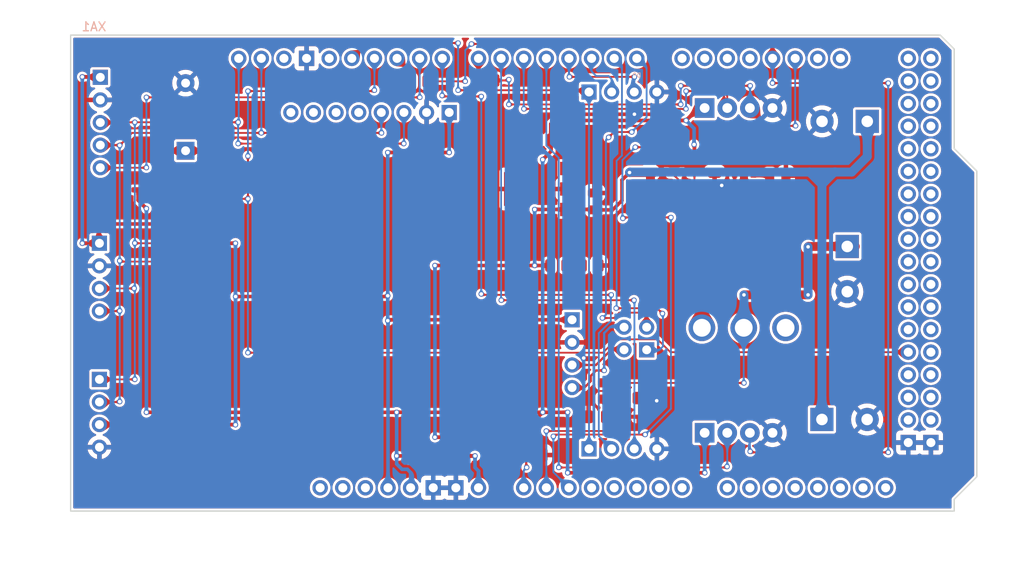
<source format=kicad_pcb>
(kicad_pcb (version 20211014) (generator pcbnew)
  (title_block (date "mar. 31 mars 2015"))
  (layers (0 "F.Cu" signal) (31 "B.Cu" signal) (34 "B.Paste" user) (35 "F.Paste" user) (36 "B.SilkS" user "B.Silkscreen") (37 "F.SilkS" user "F.Silkscreen") (38 "B.Mask" user) (39 "F.Mask" user) (44 "Edge.Cuts" user))
  (net 0 "")
  (net 1 "GND")
  (net 2 "+5V")
  (net 3 "V_BAT")
  (net 4 "/HW_VERSION")
  (net 5 "Net-(BZ1-Pad1)")
  (net 6 "Net-(D2-Pad1)")
  (net 7 "+12V")
  (net 8 "/V_BAT_MEAS")
  (net 9 "Net-(D2-Pad2)")
  (net 10 "Net-(Q2-Pad1)")
  (net 11 "+3V3")
  (net 14 "/BUZZER")
  (net 28 "/BLUETOOTH_TX")
  (net 29 "Net-(R12-Pad1)")
  (net 30 "Net-(R13-Pad1)")
  (net 31 "/BLUETOOTH_RX")
  (net 71 "Net-(D3-Pad2)")
  (net 72 "/I2C_SCL")
  (net 73 "/I2C_SDA")
  (net 74 "/OLED_RST")
  (net 75 "/M_EN")
  (net 76 "/L_FORWARD")
  (net 77 "/L_REVERSE")
  (net 78 "/L_ENCODER_A")
  (net 79 "/L_ENCODER_B")
  (net 80 "/R_FORWARD")
  (net 81 "/R_REVERSE")
  (net 82 "/R_ENCODER_A")
  (net 83 "/R_ENCODER_B")
  (net 84 "/I_MEAS")
  (net 85 "Net-(R11-Pad1)")
  (net 86 "/RX")
  (net 87 "/TX")
  (net 89 "VDD")
  (net 90 "/D")
  (footprint "Capacitor_SMD:C_0805_2012Metric" (layer "F.Cu") (at 119.9 83.7)
    (fp_text reference "C1")
    (fp_text value "100nF/20V")
  )
  (footprint "TerminalBlock_Phoenix:TerminalBlock_Phoenix_MPT-0,5-4-2.54_1x04_P2.54mm_Horizontal" (layer "F.Cu") (at 138.985 81.205)
    (fp_text reference "J9")
    (fp_text value "CPR_Encoder_L")
  )
  (footprint "Capacitor_SMD:C_0805_2012Metric" (layer "F.Cu") (at 140.1 51.1 -90)
    (fp_text reference "C6")
    (fp_text value "100nF/20V")
  )
  (footprint "Diode_SMD:D_SOD-323" (layer "F.Cu") (at 143.4 52.3)
    (fp_text reference "D2")
    (fp_text value "10V")
  )
  (footprint "Resistor_SMD:R_0805_2012Metric" (layer "F.Cu") (at 80.9 54.8 180)
    (fp_text reference "R14")
    (fp_text value "10K")
  )
  (footprint "Package_TO_SOT_SMD:SOT-23-5" (layer "F.Cu") (at 136.7 51.1)
    (fp_text reference "U1")
    (fp_text value "INA169")
  )
  (footprint "Connector_PinSocket_2.54mm:PinSocket_1x04_P2.54mm_Vertical" (layer "F.Cu") (at 71.025 75.2)
    (fp_text reference "J5")
    (fp_text value "RTC_I2C")
  )
  (footprint "Diode_SMD:D_SOD-323" (layer "F.Cu") (at 130.5 79.4)
    (fp_text reference "D1")
    (fp_text value "4.7V")
  )
  (footprint "Connector_PinSocket_2.54mm:PinSocket_1x04_P2.54mm_Horizontal" (layer "F.Cu") (at 124.1 68.5)
    (fp_text reference "J2")
    (fp_text value "HC-05 Bluetooth module")
  )
  (footprint "Resistor_SMD:R_0805_2012Metric" (layer "F.Cu") (at 83.6575 59.9 180)
    (fp_text reference "R17")
    (fp_text value "10k")
  )
  (footprint "Resistor_SMD:R_0805_2012Metric" (layer "F.Cu") (at 114.5125 41.6)
    (fp_text reference "R11")
    (fp_text value "0R NI")
  )
  (footprint "TerminalBlock_Phoenix:TerminalBlock_Phoenix_MKDS-1,5-2-5.08_1x02_P5.08mm_Horizontal" (layer "F.Cu") (at 155 60.26 -90)
    (fp_text reference "J1")
    (fp_text value "BATTERY")
  )
  (footprint "Package_TO_SOT_SMD:SOT-223-3_TabPin2" (layer "F.Cu") (at 144.7 58.4 -90)
    (fp_text reference "Q1")
    (fp_text value "NDT452AP")
  )
  (footprint "Capacitor_SMD:C_0805_2012Metric" (layer "F.Cu") (at 107 83.8)
    (fp_text reference "C8")
    (fp_text value "100nF/20V")
  )
  (footprint "Resistor_SMD:R_0805_2012Metric" (layer "F.Cu") (at 122.5 62.4)
    (fp_text reference "R10")
    (fp_text value "1K")
  )
  (footprint "Capacitor_SMD:C_0805_2012Metric" (layer "F.Cu") (at 120.8 48.3 180)
    (fp_text reference "C5")
    (fp_text value "100nF/20V")
  )
  (footprint "Resistor_SMD:R_0805_2012Metric" (layer "F.Cu") (at 117 82.7 90)
    (fp_text reference "R2")
    (fp_text value "3.6K")
  )
  (footprint "LED_SMD:LED_0805_2012Metric" (layer "F.Cu") (at 126.2 62.4 180)
    (fp_text reference "D3")
    (fp_text value "LED")
  )
  (footprint "Resistor_SMD:R_0805_2012Metric" (layer "F.Cu") (at 106.9 41.7)
    (fp_text reference "R12")
    (fp_text value "0R NI")
  )
  (footprint "Resistor_SMD:R_0805_2012Metric" (layer "F.Cu") (at 130.5 77.3)
    (fp_text reference "R4")
    (fp_text value "3.6K")
  )
  (footprint "Module:MPU-6050_Module" (layer "F.Cu") (at 110.3 45.2 -90)
    (fp_text reference "J3")
    (fp_text value "MPU-6050_Module")
  )
  (footprint "Connector_PinHeader_2.54mm:PinHeader_2x02_P2.54mm_Vertical" (layer "F.Cu") (at 132.475 71.875 180)
    (fp_text reference "JP1")
    (fp_text value "Jumper_4_Open")
  )
  (footprint "Capacitor_SMD:C_0805_2012Metric" (layer "F.Cu") (at 132.9 51 90)
    (fp_text reference "C3")
    (fp_text value "1uF/20V")
  )
  (footprint "Resistor_SMD:R_0805_2012Metric" (layer "F.Cu") (at 147.2 52.3)
    (fp_text reference "R6")
    (fp_text value "100K")
  )
  (footprint "Resistor_SMD:R_0805_2012Metric" (layer "F.Cu") (at 139.9 61.1 90)
    (fp_text reference "R5")
    (fp_text value "0R NI")
  )
  (footprint "Button_Switch_THT:5638A" (layer "F.Cu") (at 138.675 69.4)
    (fp_text reference "SW1")
    (fp_text value "SW_SPDT")
  )
  (footprint "Connector_PinSocket_2.54mm:PinSocket_1x04_P2.54mm_Vertical" (layer "F.Cu") (at 71.025 59.9)
    (fp_text reference "J6")
    (fp_text value "GP_I2C")
  )
  (footprint "Resistor_SMD:R_0805_2012Metric" (layer "F.Cu") (at 83.6575 61.96 180)
    (fp_text reference "R16")
    (fp_text value "10k")
  )
  (footprint "Capacitor_SMD:C_0805_2012Metric" (layer "F.Cu") (at 111.1 83.8 180)
    (fp_text reference "C7")
    (fp_text value "100nF/20V")
  )
  (footprint "Resistor_SMD:R_0805_2012Metric" (layer "F.Cu") (at 84.1 54.0125 90)
    (fp_text reference "R15")
    (fp_text value "0R NI")
  )
  (footprint "Resistor_SMD:R_0805_2012Metric" (layer "F.Cu") (at 136.9 54 180)
    (fp_text reference "R8")
    (fp_text value "0.01R")
  )
  (footprint "Resistor_SMD:R_0805_2012Metric" (layer "F.Cu") (at 134.6 48 180)
    (fp_text reference "R9")
    (fp_text value "68k")
  )
  (footprint "TerminalBlock_Phoenix:TerminalBlock_Phoenix_MPT-0,5-4-2.54_1x04_P2.54mm_Horizontal" (layer "F.Cu") (at 138.985 44.7)
    (fp_text reference "J12")
    (fp_text value "CPR_Encoder_R")
  )
  (footprint "Arduino_Library:Arduino_Mega2560_Shield" (layer "F.Cu") (at 67.87 89.92)
    (fp_text reference "XA1")
    (fp_text value "Arduino_Mega2560_Shield")
  )
  (footprint "Buzzer_Beeper:Buzzer_12x9.5RM7.6" (layer "F.Cu") (at 80.7 49.5 90)
    (fp_text reference "BZ1")
    (fp_text value "Buzzer")
  )
  (footprint "Resistor_SMD:R_0805_2012Metric" (layer "F.Cu") (at 111.0875 81.7)
    (fp_text reference "R7")
    (fp_text value "0R NI")
  )
  (footprint "Resistor_SMD:R_0805_2012Metric" (layer "F.Cu") (at 127.7 76.5 -90)
    (fp_text reference "R3")
    (fp_text value "9.1K")
  )
  (footprint "Package_TO_SOT_SMD:SOT-223" (layer "F.Cu") (at 120.6 53.8 180)
    (fp_text reference "U2")
    (fp_text value "UA78M05IDCY")
  )
  (footprint "Connector_PinSocket_2.54mm:PinSocket_1x05_P2.54mm_Vertical" (layer "F.Cu") (at 71.125 41.25)
    (fp_text reference "J4")
    (fp_text value "OLED_I2C")
  )
  (footprint "Resistor_SMD:R_0805_2012Metric" (layer "F.Cu") (at 87.7 52.4125 -90)
    (fp_text reference "R13")
    (fp_text value "0R NI")
  )
  (footprint "Connector_PinHeader_2.54mm:PinHeader_1x04_P2.54mm_Vertical" (layer "F.Cu") (at 126 42.9 90)
    (fp_text reference "J7")
    (fp_text value "TBOT_Motor_Driver_L")
  )
  (footprint "TerminalBlock_Phoenix:TerminalBlock_Phoenix_MKDS-1,5-2-5.08_1x02_P5.08mm_Horizontal" (layer "F.Cu") (at 152.155 79.705)
    (fp_text reference "J8")
    (fp_text value "L_POWER")
  )
  (footprint "Connector_PinHeader_2.54mm:PinHeader_1x04_P2.54mm_Vertical" (layer "F.Cu") (at 126 83.005 90)
    (fp_text reference "J10")
    (fp_text value "TBOT_Motor_Driver_R")
  )
  (footprint "Package_TO_SOT_SMD:SOT-23" (layer "F.Cu") (at 76.3 53.9 180)
    (fp_text reference "Q2")
    (fp_text value "FDN340P")
  )
  (footprint "Capacitor_SMD:C_0805_2012Metric" (layer "F.Cu") (at 126.9 79.4 180)
    (fp_text reference "C2")
    (fp_text value "100nF/20V")
  )
  (footprint "TerminalBlock_Phoenix:TerminalBlock_Phoenix_MKDS-1,5-2-5.08_1x02_P5.08mm_Horizontal" (layer "F.Cu") (at 157.245 46.2 180)
    (fp_text reference "J11")
    (fp_text value "R_POWER")
  )
  (footprint "Resistor_SMD:R_0805_2012Metric" (layer "F.Cu") (at 114.7 82.7 -90)
    (fp_text reference "R1")
    (fp_text value "9.1K")
  )
  (footprint "Capacitor_SMD:C_0805_2012Metric" (layer "F.Cu") (at 126.6 55.2 90)
    (fp_text reference "C4")
    (fp_text value "0.33uF/20V")
  )
  (gr_poly (pts (xy 167.01 38.07) (xy 167.01 49.25) (xy 169.55 51.78) (xy 169.55 86.14) (xy 167.01 88.68) (xy 167.01 90) (xy 67.79 90) (xy 67.79 36.5) (xy 165.44 36.5)) (layer "Edge.Cuts") (width 0.15) (fill none))
  (via (at 125.4 72.8) (size 0.6) (drill 0.4) (layers "F.Cu" "B.Cu") (net 1))
  (via (at 131.1 45.4) (size 0.6) (drill 0.4) (layers "F.Cu" "B.Cu") (net 1))
  (via (at 140.9 53.4) (size 0.6) (drill 0.4) (layers "F.Cu" "B.Cu") (net 1))
  (via (at 133.6 77.6) (size 0.6) (drill 0.4) (layers "F.Cu" "B.Cu") (net 1))
  (segment (start 136.9 46.1) (end 122.1 46.1) (width 0.4) (layer "F.Cu") (net 2))
  (segment (start 122.1 46.1) (end 121.7 46.5) (width 0.4) (layer "F.Cu") (net 2))
  (segment (start 119.6 80.1) (end 115 80.1) (width 0.4) (layer "F.Cu") (net 2))
  (segment (start 123.6 85.6995) (end 138.9995 85.6995) (width 0.4) (layer "F.Cu") (net 2))
  (segment (start 114.7 80.4) (end 114.7 81.7875) (width 0.4) (layer "F.Cu") (net 2))
  (segment (start 138.9995 85.6995) (end 139 85.7) (width 0.4) (layer "F.Cu") (net 2))
  (segment (start 115 80.1) (end 114.7 80.4) (width 0.4) (layer "F.Cu") (net 2))
  (segment (start 137.8375 50.15) (end 137.8375 48.8375) (width 0.4) (layer "F.Cu") (net 2))
  (segment (start 123.75 51.5) (end 123.75 48.85) (width 0.4) (layer "F.Cu") (net 2))
  (segment (start 106.05 83.8) (end 104.4 83.8) (width 0.4) (layer "F.Cu") (net 2))
  (segment (start 121.75 48.3) (end 121.75 49.55) (width 0.4) (layer "F.Cu") (net 2))
  (segment (start 121.75 49.55) (end 120.8 50.5) (width 0.4) (layer "F.Cu") (net 2))
  (segment (start 76.3 56) (end 75.3625 55.0625) (width 0.4) (layer "F.Cu") (net 2))
  (segment (start 121.7 48.25) (end 121.75 48.3) (width 0.4) (layer "F.Cu") (net 2))
  (segment (start 123.75 48.85) (end 123.2 48.3) (width 0.4) (layer "F.Cu") (net 2))
  (segment (start 123.2 48.3) (end 121.75 48.3) (width 0.4) (layer "F.Cu") (net 2))
  (segment (start 120.8 78.9) (end 123.6 78.9) (width 0.4) (layer "F.Cu") (net 2))
  (segment (start 137.8375 48.8375) (end 137.8 48.8) (width 0.4) (layer "F.Cu") (net 2))
  (segment (start 120.8 78.9) (end 119.6 80.1) (width 0.4) (layer "F.Cu") (net 2))
  (segment (start 104.4 78.9) (end 76.3 78.9) (width 0.4) (layer "F.Cu") (net 2))
  (segment (start 137.8375 50.15) (end 140.1 50.15) (width 0.4) (layer "F.Cu") (net 2))
  (segment (start 120.8 78.9) (end 104.4 78.9) (width 0.4) (layer "F.Cu") (net 2))
  (segment (start 75.3625 55.0625) (end 75.3625 53.9) (width 0.4) (layer "F.Cu") (net 2))
  (segment (start 138.3 44.7) (end 136.9 46.1) (width 0.4) (layer "F.Cu") (net 2))
  (segment (start 138.985 44.7) (end 138.3 44.7) (width 0.4) (layer "F.Cu") (net 2))
  (segment (start 121.7 46.5) (end 121.7 48.25) (width 0.4) (layer "F.Cu") (net 2))
  (via (at 136.9 46.1) (size 0.6) (drill 0.4) (layers "F.Cu" "B.Cu") (net 2))
  (via (at 139 85.7) (size 0.6) (drill 0.4) (layers "F.Cu" "B.Cu") (net 2))
  (via (at 104.4 78.9) (size 0.6) (drill 0.4) (layers "F.Cu" "B.Cu") (net 2))
  (via (at 76.3 78.9) (size 0.6) (drill 0.4) (layers "F.Cu" "B.Cu") (net 2))
  (via (at 123.6 78.9) (size 0.6) (drill 0.4) (layers "F.Cu" "B.Cu") (net 2))
  (via (at 137.8 48.8) (size 0.6) (drill 0.4) (layers "F.Cu" "B.Cu") (net 2))
  (via (at 104.4 83.8) (size 0.6) (drill 0.4) (layers "F.Cu" "B.Cu") (net 2))
  (via (at 123.6 85.6995) (size 0.6) (drill 0.4) (layers "F.Cu" "B.Cu") (net 2))
  (via (at 76.3 56) (size 0.6) (drill 0.4) (layers "F.Cu" "B.Cu") (net 2))
  (via (at 120.8 78.9) (size 0.6) (drill 0.4) (layers "F.Cu" "B.Cu") (net 2))
  (via (at 120.8 50.5) (size 0.6) (drill 0.4) (layers "F.Cu" "B.Cu") (net 2))
  (segment (start 123.6 78.9) (end 123.6 85.6995) (width 0.4) (layer "B.Cu") (net 2))
  (segment (start 139 85.7) (end 138.985 85.685) (width 0.4) (layer "B.Cu") (net 2))
  (segment (start 105.97 85.73) (end 105.97 87.38) (width 0.4) (layer "B.Cu") (net 2))
  (segment (start 137.8 47) (end 136.9 46.1) (width 0.4) (layer "B.Cu") (net 2))
  (segment (start 104.4 78.9) (end 104.4 83.8) (width 0.4) (layer "B.Cu") (net 2))
  (segment (start 104.4 83.8) (end 104.4 84.7) (width 0.4) (layer "B.Cu") (net 2))
  (segment (start 138.985 85.685) (end 138.985 81.205) (width 0.4) (layer "B.Cu") (net 2))
  (segment (start 105 85.3) (end 105.6 85.3) (width 0.4) (layer "B.Cu") (net 2))
  (segment (start 106 85.7) (end 105.97 85.73) (width 0.4) (layer "B.Cu") (net 2))
  (segment (start 104.4 84.7) (end 105 85.3) (width 0.4) (layer "B.Cu") (net 2))
  (segment (start 76.3 78.9) (end 76.3 56) (width 0.4) (layer "B.Cu") (net 2))
  (segment (start 120.8 50.5) (end 120.8 78.9) (width 0.4) (layer "B.Cu") (net 2))
  (segment (start 105.6 85.3) (end 106 85.7) (width 0.4) (layer "B.Cu") (net 2))
  (segment (start 137.8 48.8) (end 137.8 47) (width 0.4) (layer "B.Cu") (net 2))
  (segment (start 150.6 65.7) (end 143.4 65.7) (width 1) (layer "F.Cu") (net 3))
  (segment (start 155.9 60.26) (end 150.64 60.26) (width 1) (layer "F.Cu") (net 3))
  (segment (start 127.7125 75.6) (end 127.7 75.5875) (width 0.2) (layer "F.Cu") (net 3))
  (segment (start 143.4 75.6) (end 127.7125 75.6) (width 0.2) (layer "F.Cu") (net 3))
  (segment (start 150.64 60.26) (end 150.6 60.3) (width 1) (layer "F.Cu") (net 3))
  (via (at 150.6 65.7) (size 0.6) (drill 0.4) (layers "F.Cu" "B.Cu") (net 3))
  (via (at 150.6 60.3) (size 0.6) (drill 0.4) (layers "F.Cu" "B.Cu") (net 3))
  (via (at 143.4 75.6) (size 0.6) (drill 0.4) (layers "F.Cu" "B.Cu") (net 3))
  (via (at 143.4 65.7) (size 0.6) (drill 0.4) (layers "F.Cu" "B.Cu") (net 3))
  (segment (start 143.375 75.575) (end 143.375 69.4) (width 0.2) (layer "B.Cu") (net 3))
  (segment (start 143.4 65.7) (end 143.4 69.375) (width 1) (layer "B.Cu") (net 3))
  (segment (start 150.6 60.3) (end 150.6 65.7) (width 1) (layer "B.Cu") (net 3))
  (segment (start 143.4 75.6) (end 143.375 75.575) (width 0.2) (layer "B.Cu") (net 3))
  (segment (start 143.4 69.375) (end 143.375 69.4) (width 1) (layer "B.Cu") (net 3))
  (segment (start 118.8625 83.6125) (end 118.95 83.7) (width 0.2) (layer "F.Cu") (net 4))
  (segment (start 117 83.6125) (end 118.8625 83.6125) (width 0.2) (layer "F.Cu") (net 4))
  (segment (start 118.95 83.7) (end 118.95 85.05) (width 0.2) (layer "F.Cu") (net 4))
  (segment (start 118.95 85.05) (end 119 85.1) (width 0.2) (layer "F.Cu") (net 4))
  (segment (start 114.7 83.6125) (end 117 83.6125) (width 0.2) (layer "F.Cu") (net 4))
  (via (at 119 85.1) (size 0.6) (drill 0.4) (layers "F.Cu" "B.Cu") (net 4))
  (segment (start 118.67 85.43) (end 118.67 87.38) (width 0.2) (layer "B.Cu") (net 4))
  (segment (start 119 85.1) (end 118.67 85.43) (width 0.2) (layer "B.Cu") (net 4))
  (segment (start 80.7 49.5) (end 83.1 49.5) (width 0.4) (layer "F.Cu") (net 5))
  (segment (start 77.2375 52.95) (end 77.2375 50.1625) (width 0.4) (layer "F.Cu") (net 5))
  (segment (start 77.9 49.5) (end 80.7 49.5) (width 0.4) (layer "F.Cu") (net 5))
  (segment (start 77.2375 50.1625) (end 77.9 49.5) (width 0.4) (layer "F.Cu") (net 5))
  (segment (start 84.1 50.5) (end 84.1 53.1) (width 0.4) (layer "F.Cu") (net 5))
  (segment (start 83.1 49.5) (end 84.1 50.5) (width 0.4) (layer "F.Cu") (net 5))
  (segment (start 140.75 55.25) (end 139.5 54) (width 1) (layer "F.Cu") (net 6))
  (segment (start 142.35 52.3) (end 142.35 55.2) (width 0.4) (layer "F.Cu") (net 6))
  (segment (start 141.6 57.7) (end 142.4 56.9) (width 1) (layer "F.Cu") (net 6))
  (segment (start 139.9 58.7) (end 140.9 57.7) (width 1) (layer "F.Cu") (net 6))
  (segment (start 142.4 55.25) (end 140.75 55.25) (width 1) (layer "F.Cu") (net 6))
  (segment (start 137.8375 53.975) (end 137.8125 54) (width 0.2) (layer "F.Cu") (net 6))
  (segment (start 142.35 55.2) (end 142.4 55.25) (width 0.4) (layer "F.Cu") (net 6))
  (segment (start 139.5 54) (end 137.8125 54) (width 1) (layer "F.Cu") (net 6))
  (segment (start 142.4 56.9) (end 142.4 55.25) (width 1) (layer "F.Cu") (net 6))
  (segment (start 139.9 60.1875) (end 139.9 58.7) (width 1) (layer "F.Cu") (net 6))
  (segment (start 137.8375 52.05) (end 137.8375 53.975) (width 0.2) (layer "F.Cu") (net 6))
  (segment (start 140.9 57.7) (end 141.6 57.7) (width 1) (layer "F.Cu") (net 6))
  (segment (start 133.6 54) (end 132.9 53.3) (width 1) (layer "F.Cu") (net 7))
  (segment (start 123.75 56.1) (end 126.55 56.1) (width 0.4) (layer "F.Cu") (net 7))
  (segment (start 136 53.9875) (end 135.9875 54) (width 0.2) (layer "F.Cu") (net 7))
  (segment (start 119.9 56.1) (end 123.75 56.1) (width 0.4) (layer "F.Cu") (net 7))
  (segment (start 121.5875 62.4) (end 119.9 62.4) (width 0.4) (layer "F.Cu") (net 7))
  (segment (start 135.5625 52.2625) (end 136 52.7) (width 0.2) (layer "F.Cu") (net 7))
  (segment (start 135.5625 52.05) (end 135.5625 52.2625) (width 0.2) (layer "F.Cu") (net 7))
  (segment (start 132.9 53.3) (end 132.9 51.95) (width 1) (layer "F.Cu") (net 7))
  (segment (start 126.55 56.1) (end 126.6 56.15) (width 0.4) (layer "F.Cu") (net 7))
  (segment (start 126.6 56.15) (end 128.65 56.15) (width 0.4) (layer "F.Cu") (net 7))
  (segment (start 135.9875 54) (end 133.6 54) (width 1) (layer "F.Cu") (net 7))
  (segment (start 128.65 56.15) (end 129.7 55.1) (width 0.4) (layer "F.Cu") (net 7))
  (segment (start 136 52.7) (end 136 53.9875) (width 0.2) (layer "F.Cu") (net 7))
  (segment (start 110.175 81.7) (end 108.7 81.7) (width 0.4) (layer "F.Cu") (net 7))
  (segment (start 129.7 55.1) (end 129.7 52.8) (width 0.4) (layer "F.Cu") (net 7))
  (segment (start 129.7 52.8) (end 130.55 51.95) (width 0.4) (layer "F.Cu") (net 7))
  (segment (start 108.7 62.4) (end 119.9 62.4) (width 0.4) (layer "F.Cu") (net 7))
  (segment (start 132.9 51.95) (end 130.55 51.95) (width 1) (layer "F.Cu") (net 7))
  (via (at 130.55 51.95) (size 0.6) (drill 0.4) (layers "F.Cu" "B.Cu") (net 7))
  (via (at 119.9 62.4) (size 0.6) (drill 0.4) (layers "F.Cu" "B.Cu") (net 7))
  (via (at 119.9 56.1) (size 0.6) (drill 0.4) (layers "F.Cu" "B.Cu") (net 7))
  (via (at 108.7 62.4) (size 0.6) (drill 0.4) (layers "F.Cu" "B.Cu") (net 7))
  (via (at 108.7 81.7) (size 0.6) (drill 0.4) (layers "F.Cu" "B.Cu") (net 7))
  (segment (start 155.5 51.9) (end 157.245 50.155) (width 1) (layer "B.Cu") (net 7))
  (segment (start 153.54 51.9) (end 153.7 51.9) (width 1) (layer "B.Cu") (net 7))
  (segment (start 157.245 50.155) (end 157.245 46.2) (width 1) (layer "B.Cu") (net 7))
  (segment (start 152.155 53.285) (end 153.54 51.9) (width 1) (layer "B.Cu") (net 7))
  (segment (start 130.6 51.9) (end 150.77 51.9) (width 1) (layer "B.Cu") (net 7))
  (segment (start 152.155 53.285) (end 150.77 51.9) (width 1) (layer "B.Cu") (net 7))
  (segment (start 130.55 51.95) (end 130.6 51.9) (width 1) (layer "B.Cu") (net 7))
  (segment (start 152.155 51.945) (end 152.155 53.385) (width 1) (layer "B.Cu") (net 7))
  (segment (start 152.155 53.385) (end 152.155 53.285) (width 1) (layer "B.Cu") (net 7))
  (segment (start 150.77 51.9) (end 153.7 51.9) (width 1) (layer "B.Cu") (net 7))
  (segment (start 108.7 81.7) (end 108.7 62.4) (width 0.4) (layer "B.Cu") (net 7))
  (segment (start 119.9 62.4) (end 119.9 56.1) (width 0.4) (layer "B.Cu") (net 7))
  (segment (start 153.7 51.9) (end 155.5 51.9) (width 1) (layer "B.Cu") (net 7))
  (segment (start 152.155 53.385) (end 152.155 79.705) (width 1) (layer "B.Cu") (net 7))
  (segment (start 129.45 79.4) (end 129.45 80.35) (width 0.2) (layer "F.Cu") (net 8))
  (segment (start 129.45 80.35) (end 129 80.8) (width 0.2) (layer "F.Cu") (net 8))
  (segment (start 127.7 79.25) (end 127.85 79.4) (width 0.2) (layer "F.Cu") (net 8))
  (segment (start 128.8 81) (end 121.2 81) (width 0.2) (layer "F.Cu") (net 8))
  (segment (start 129.475 77.4125) (end 129.5875 77.3) (width 0.2) (layer "F.Cu") (net 8))
  (segment (start 127.7 77.4125) (end 129.475 77.4125) (width 0.2) (layer "F.Cu") (net 8))
  (segment (start 127.85 79.4) (end 129.45 79.4) (width 0.2) (layer "F.Cu") (net 8))
  (segment (start 129 80.8) (end 128.8 81) (width 0.2) (layer "F.Cu") (net 8))
  (segment (start 127.7 77.4125) (end 127.7 79.25) (width 0.2) (layer "F.Cu") (net 8))
  (via (at 121.2 81) (size 0.6) (drill 0.4) (layers "F.Cu" "B.Cu") (net 8))
  (segment (start 121.2 81) (end 121.21 81.01) (width 0.2) (layer "B.Cu") (net 8))
  (segment (start 121.21 81.01) (end 121.21 87.38) (width 0.2) (layer "B.Cu") (net 8))
  (segment (start 146.2875 52.3) (end 144.45 52.3) (width 0.4) (layer "F.Cu") (net 9))
  (segment (start 146.2875 53.5875) (end 146.2875 52.3) (width 0.4) (layer "F.Cu") (net 9))
  (segment (start 147 54.3) (end 146.2875 53.5875) (width 0.4) (layer "F.Cu") (net 9))
  (segment (start 147 55.25) (end 147 54.3) (width 0.4) (layer "F.Cu") (net 9))
  (segment (start 79.9875 54.8) (end 77.2875 54.8) (width 0.2) (layer "F.Cu") (net 10))
  (segment (start 77.2875 54.8) (end 77.2375 54.85) (width 0.2) (layer "F.Cu") (net 10))
  (segment (start 103.5 68.5) (end 124.1 68.5) (width 0.4) (layer "F.Cu") (net 11))
  (segment (start 71.025 58.415) (end 71.025 59.9) (width 0.4) (layer "F.Cu") (net 11))
  (segment (start 86.3125 65.8875) (end 103.3125 65.8875) (width 0.4) (layer "F.Cu") (net 11))
  (segment (start 103.3125 65.8875) (end 103.4 65.8) (width 0.2) (layer "F.Cu") (net 11))
  (segment (start 83.51 57.73) (end 71.71 57.73) (width 0.4) (layer "F.Cu") (net 11))
  (segment (start 84.57 59.9) (end 84.57 58.79) (width 0.4) (layer "F.Cu") (net 11))
  (segment (start 84.57 59.9) (end 84.57 61.96) (width 0.4) (layer "F.Cu") (net 11))
  (segment (start 86.28 80.28) (end 71.025 80.28) (width 0.4) (layer "F.Cu") (net 11))
  (segment (start 86.3 80.3) (end 86.28 80.28) (width 0.4) (layer "F.Cu") (net 11))
  (segment (start 71.71 57.73) (end 71.025 58.415) (width 0.4) (layer "F.Cu") (net 11))
  (segment (start 71.025 59.9) (end 69.1 59.9) (width 0.4) (layer "F.Cu") (net 11))
  (segment (start 103.4 68.6) (end 103.5 68.5) (width 0.4) (layer "F.Cu") (net 11))
  (segment (start 84.57 58.79) (end 83.51 57.73) (width 0.4) (layer "F.Cu") (net 11))
  (segment (start 86.3 59.9) (end 84.57 59.9) (width 0.4) (layer "F.Cu") (net 11))
  (segment (start 69.1 41.2) (end 71.075 41.2) (width 0.4) (layer "F.Cu") (net 11))
  (segment (start 103.4 49.7) (end 110.3 49.7) (width 0.4) (layer "F.Cu") (net 11))
  (segment (start 71.075 41.2) (end 71.125 41.25) (width 0.4) (layer "F.Cu") (net 11))
  (via (at 110.3 49.7) (size 0.6) (drill 0.4) (layers "F.Cu" "B.Cu") (net 11))
  (via (at 103.4 65.8) (size 0.6) (drill 0.4) (layers "F.Cu" "B.Cu") (net 11))
  (via (at 86.3 80.3) (size 0.6) (drill 0.4) (layers "F.Cu" "B.Cu") (net 11))
  (via (at 69.1 59.9) (size 0.6) (drill 0.4) (layers "F.Cu" "B.Cu") (net 11))
  (via (at 103.4 49.7) (size 0.6) (drill 0.4) (layers "F.Cu" "B.Cu") (net 11))
  (via (at 103.4 68.6) (size 0.6) (drill 0.4) (layers "F.Cu" "B.Cu") (net 11))
  (via (at 86.3125 65.8875) (size 0.6) (drill 0.4) (layers "F.Cu" "B.Cu") (net 11))
  (via (at 86.3 59.9) (size 0.6) (drill 0.4) (layers "F.Cu" "B.Cu") (net 11))
  (via (at 69.1 41.2) (size 0.6) (drill 0.4) (layers "F.Cu" "B.Cu") (net 11))
  (segment (start 103.43 87.38) (end 103.43 68.63) (width 0.4) (layer "B.Cu") (net 11))
  (segment (start 86.3 59.9) (end 86.3 65.875) (width 0.4) (layer "B.Cu") (net 11))
  (segment (start 86.3 65.875) (end 86.3125 65.8875) (width 0.4) (layer "B.Cu") (net 11))
  (segment (start 110.3 49.7) (end 110.3 45.2) (width 0.4) (layer "B.Cu") (net 11))
  (segment (start 86.3125 65.8875) (end 86.3125 80.2875) (width 0.4) (layer "B.Cu") (net 11))
  (segment (start 103.4 65.8) (end 103.4 49.7) (width 0.4) (layer "B.Cu") (net 11))
  (segment (start 86.3125 80.2875) (end 86.3 80.3) (width 0.4) (layer "B.Cu") (net 11))
  (segment (start 103.43 68.63) (end 103.4 68.6) (width 0.4) (layer "B.Cu") (net 11))
  (segment (start 103.4 68.6) (end 103.4 65.8) (width 0.4) (layer "B.Cu") (net 11))
  (segment (start 69.1 59.9) (end 69.1 41.2) (width 0.4) (layer "B.Cu") (net 11))
  (segment (start 87.710489 72.189511) (end 87.7 72.2) (width 0.2) (layer "F.Cu") (net 14))
  (segment (start 84.125 54.9) (end 84.1 54.925) (width 0.2) (layer "F.Cu") (net 14))
  (segment (start 129.05896 70.7) (end 133.7 70.7) (width 0.2) (layer "F.Cu") (net 14))
  (segment (start 81.9375 54.925) (end 81.8125 54.8) (width 0.2) (layer "F.Cu") (net 14))
  (segment (start 87.7 72.2) (end 127.55896 72.2) (width 0.2) (layer "F.Cu") (net 14))
  (segment (start 135.2 72.2) (end 135.26 72.14) (width 0.2) (layer "F.Cu") (net 14))
  (segment (start 127.55896 72.2) (end 129.05896 70.7) (width 0.2) (layer "F.Cu") (net 14))
  (segment (start 161.85 72.14) (end 161.800489 72.189511) (width 0.2) (layer "F.Cu") (net 14))
  (segment (start 87.7 53.325) (end 87.7 54.9) (width 0.2) (layer "F.Cu") (net 14))
  (segment (start 133.7 70.7) (end 135.2 72.2) (width 0.2) (layer "F.Cu") (net 14))
  (segment (start 84.1 54.925) (end 81.9375 54.925) (width 0.2) (layer "F.Cu") (net 14))
  (segment (start 87.7 54.9) (end 84.125 54.9) (width 0.2) (layer "F.Cu") (net 14))
  (segment (start 135.26 72.14) (end 161.85 72.14) (width 0.2) (layer "F.Cu") (net 14))
  (via (at 87.7 54.9) (size 0.6) (drill 0.4) (layers "F.Cu" "B.Cu") (net 14))
  (via (at 87.7 72.2) (size 0.6) (drill 0.4) (layers "F.Cu" "B.Cu") (net 14))
  (segment (start 87.7 72.2) (end 87.7 54.9) (width 0.2) (layer "B.Cu") (net 14))
  (segment (start 126.78 73.58) (end 128.485 71.875) (width 0.25) (layer "F.Cu") (net 28))
  (segment (start 124.1 73.58) (end 126.78 73.58) (width 0.25) (layer "F.Cu") (net 28))
  (segment (start 128.485 71.875) (end 129.935 71.875) (width 0.25) (layer "F.Cu") (net 28))
  (segment (start 104.446 39.12) (end 105.9875 40.6615) (width 0.2) (layer "F.Cu") (net 29))
  (segment (start 105.9875 40.6615) (end 105.9875 41.7) (width 0.2) (layer "F.Cu") (net 29))
  (segment (start 87.7 51.5) (end 87.7 50.1) (width 0.2) (layer "F.Cu") (net 30))
  (segment (start 101.8 42.8) (end 101.9 42.7) (width 0.2) (layer "F.Cu") (net 30))
  (segment (start 87.7 42.8) (end 101.8 42.8) (width 0.2) (layer "F.Cu") (net 30))
  (via (at 87.7 50.1) (size 0.6) (drill 0.4) (layers "F.Cu" "B.Cu") (net 30))
  (via (at 101.9 42.7) (size 0.6) (drill 0.4) (layers "F.Cu" "B.Cu") (net 30))
  (via (at 87.7 42.8) (size 0.6) (drill 0.4) (layers "F.Cu" "B.Cu") (net 30))
  (segment (start 101.9 42.7) (end 101.906 42.694) (width 0.2) (layer "B.Cu") (net 30))
  (segment (start 101.906 42.694) (end 101.906 39.12) (width 0.2) (layer "B.Cu") (net 30))
  (segment (start 87.7 50.1) (end 87.7 42.8) (width 0.2) (layer "B.Cu") (net 30))
  (segment (start 126.8 74.2) (end 127.7 74.2) (width 0.25) (layer "F.Cu") (net 31))
  (segment (start 125.9 75.7) (end 126.2 75.4) (width 0.25) (layer "F.Cu") (net 31))
  (segment (start 124.1 76.12) (end 125.48 76.12) (width 0.25) (layer "F.Cu") (net 31))
  (segment (start 126.2 75.4) (end 126.2 74.8) (width 0.25) (layer "F.Cu") (net 31))
  (segment (start 125.48 76.12) (end 125.9 75.7) (width 0.25) (layer "F.Cu") (net 31))
  (segment (start 126.2 74.8) (end 126.8 74.2) (width 0.25) (layer "F.Cu") (net 31))
  (via (at 127.7 74.2) (size 0.6) (drill 0.4) (layers "F.Cu" "B.Cu") (net 31))
  (segment (start 127.7 70) (end 128.365 69.335) (width 0.25) (layer "B.Cu") (net 31))
  (segment (start 128.365 69.335) (end 129.935 69.335) (width 0.25) (layer "B.Cu") (net 31))
  (segment (start 127.7 74.2) (end 127.7 70) (width 0.25) (layer "B.Cu") (net 31))
  (segment (start 123.4125 62.4) (end 125.2625 62.4) (width 0.4) (layer "F.Cu") (net 71))
  (segment (start 74.92 64.97) (end 74.91 64.98) (width 0.2) (layer "F.Cu") (net 72))
  (segment (start 75 46.3) (end 74.5 46.3) (width 0.2) (layer "F.Cu") (net 72))
  (segment (start 82.745 59.9) (end 75.02 59.9) (width 0.2) (layer "F.Cu") (net 72))
  (segment (start 74.5 46.3) (end 86.6 46.3) (width 0.2) (layer "F.Cu") (net 72))
  (segment (start 74.2 46.3) (end 74.5 46.3) (width 0.2) (layer "F.Cu") (net 72))
  (segment (start 74.2 46.3) (end 74.17 46.33) (width 0.2) (layer "F.Cu") (net 72))
  (segment (start 74.17 46.33) (end 71.125 46.33) (width 0.2) (layer "F.Cu") (net 72))
  (segment (start 75.02 59.9) (end 75 59.88) (width 0.2) (layer "F.Cu") (net 72))
  (segment (start 105.2 48.7) (end 86.6 48.7) (width 0.2) (layer "F.Cu") (net 72))
  (segment (start 75 75.2) (end 71.025 75.2) (width 0.2) (layer "F.Cu") (net 72))
  (segment (start 74.91 64.98) (end 71.025 64.98) (width 0.2) (layer "F.Cu") (net 72))
  (via (at 86.6 46.3) (size 0.6) (drill 0.4) (layers "F.Cu" "B.Cu") (net 72))
  (via (at 75 59.88) (size 0.6) (drill 0.4) (layers "F.Cu" "B.Cu") (net 72))
  (via (at 86.6 48.7) (size 0.6) (drill 0.4) (layers "F.Cu" "B.Cu") (net 72))
  (via (at 74.92 64.97) (size 0.6) (drill 0.4) (layers "F.Cu" "B.Cu") (net 72))
  (via (at 105.2 48.7) (size 0.6) (drill 0.4) (layers "F.Cu" "B.Cu") (net 72))
  (via (at 75 75.2) (size 0.6) (drill 0.4) (layers "F.Cu" "B.Cu") (net 72))
  (via (at 75 46.3) (size 0.6) (drill 0.4) (layers "F.Cu" "B.Cu") (net 72))
  (segment (start 86.6 46.3) (end 86.666 46.234) (width 0.2) (layer "B.Cu") (net 72))
  (segment (start 74.92 64.97) (end 75 65.05) (width 0.2) (layer "B.Cu") (net 72))
  (segment (start 105.22 48.02) (end 105.22 48.68) (width 0.2) (layer "B.Cu") (net 72))
  (segment (start 105.22 45.2) (end 105.22 48.02) (width 0.2) (layer "B.Cu") (net 72))
  (segment (start 86.6 46.3) (end 86.6 48.7) (width 0.2) (layer "B.Cu") (net 72))
  (segment (start 75 59.88) (end 75 46.3) (width 0.2) (layer "B.Cu") (net 72))
  (segment (start 105.22 48.68) (end 105.2 48.7) (width 0.2) (layer "B.Cu") (net 72))
  (segment (start 75 65.05) (end 75 75.2) (width 0.2) (layer "B.Cu") (net 72))
  (segment (start 74.92 64.97) (end 75 64.89) (width 0.2) (layer "B.Cu") (net 72))
  (segment (start 86.666 46.234) (end 86.666 39.12) (width 0.2) (layer "B.Cu") (net 72))
  (segment (start 75 64.89) (end 75 59.88) (width 0.2) (layer "B.Cu") (net 72))
  (segment (start 73.26 77.74) (end 71.025 77.74) (width 0.2) (layer "F.Cu") (net 73))
  (segment (start 73.27 48.87) (end 71.125 48.87) (width 0.2) (layer "F.Cu") (net 73))
  (segment (start 89.2 47.5) (end 102.7 47.5) (width 0.2) (layer "F.Cu") (net 73))
  (segment (start 82.745 61.96) (end 73.39 61.96) (width 0.2) (layer "F.Cu") (net 73))
  (segment (start 73.28 67.52) (end 71.025 67.52) (width 0.2) (layer "F.Cu") (net 73))
  (segment (start 73.3 67.5) (end 73.28 67.52) (width 0.2) (layer "F.Cu") (net 73))
  (segment (start 73.39 61.96) (end 73.3 61.87) (width 0.2) (layer "F.Cu") (net 73))
  (segment (start 73.3 48.9) (end 73.27 48.87) (width 0.2) (layer "F.Cu") (net 73))
  (segment (start 73.3 48.9) (end 74.7 47.5) (width 0.2) (layer "F.Cu") (net 73))
  (segment (start 74.7 47.5) (end 89.2 47.5) (width 0.2) (layer "F.Cu") (net 73))
  (segment (start 73.3 77.7) (end 73.26 77.74) (width 0.2) (layer "F.Cu") (net 73))
  (via (at 89.2 47.5) (size 0.6) (drill 0.4) (layers "F.Cu" "B.Cu") (net 73))
  (via (at 73.3 77.7) (size 0.6) (drill 0.4) (layers "F.Cu" "B.Cu") (net 73))
  (via (at 73.3 48.9) (size 0.6) (drill 0.4) (layers "F.Cu" "B.Cu") (net 73))
  (via (at 73.3 61.87) (size 0.6) (drill 0.4) (layers "F.Cu" "B.Cu") (net 73))
  (via (at 102.7 47.5) (size 0.6) (drill 0.4) (layers "F.Cu" "B.Cu") (net 73))
  (via (at 73.3 67.5) (size 0.6) (drill 0.4) (layers "F.Cu" "B.Cu") (net 73))
  (segment (start 89.206 47.494) (end 89.206 39.12) (width 0.2) (layer "B.Cu") (net 73))
  (segment (start 89.2 47.5) (end 89.206 47.494) (width 0.2) (layer "B.Cu") (net 73))
  (segment (start 73.3 65.9) (end 73.3 67.5) (width 0.2) (layer "B.Cu") (net 73))
  (segment (start 73.3 65.9) (end 73.3 61.87) (width 0.2) (layer "B.Cu") (net 73))
  (segment (start 73.3 67.5) (end 73.3 77.7) (width 0.2) (layer "B.Cu") (net 73))
  (segment (start 102.68 47.48) (end 102.68 45.2) (width 0.2) (layer "B.Cu") (net 73))
  (segment (start 102.7 47.5) (end 102.68 47.48) (width 0.2) (layer "B.Cu") (net 73))
  (segment (start 73.3 61.87) (end 73.3 48.9) (width 0.2) (layer "B.Cu") (net 73))
  (segment (start 76.3 51.4) (end 76.29 51.41) (width 0.2) (layer "F.Cu") (net 74))
  (segment (start 107 43.5) (end 76.3 43.5) (width 0.2) (layer "F.Cu") (net 74))
  (segment (start 76.29 51.41) (end 71.125 51.41) (width 0.2) (layer "F.Cu") (net 74))
  (via (at 107 43.5) (size 0.6) (drill 0.4) (layers "F.Cu" "B.Cu") (net 74))
  (via (at 76.3 43.5) (size 0.6) (drill 0.4) (layers "F.Cu" "B.Cu") (net 74))
  (via (at 76.3 51.4) (size 0.6) (drill 0.4) (layers "F.Cu" "B.Cu") (net 74))
  (segment (start 76.3 43.5) (end 76.3 51.4) (width 0.2) (layer "B.Cu") (net 74))
  (segment (start 106.986 39.12) (end 106.986 43.486) (width 0.2) (layer "B.Cu") (net 74))
  (segment (start 106.986 43.486) (end 107 43.5) (width 0.2) (layer "B.Cu") (net 74))
  (segment (start 126 42.9) (end 125.800489 42.700489) (width 0.2) (layer "F.Cu") (net 75))
  (segment (start 111.300489 42.700489) (end 111.3 42.7) (width 0.2) (layer "F.Cu") (net 75))
  (segment (start 101.086 37.4) (end 99.366 39.12) (width 0.2) (layer "F.Cu") (net 75))
  (segment (start 111.840489 42.700489) (end 111.300489 42.700489) (width 0.2) (layer "F.Cu") (net 75))
  (segment (start 111.700489 42.700489) (end 111.300489 42.700489) (width 0.2) (layer "F.Cu") (net 75))
  (segment (start 125.800489 42.700489) (end 111.840489 42.700489) (width 0.2) (layer "F.Cu") (net 75))
  (segment (start 101.086 37.4) (end 111.3 37.4) (width 0.2) (layer "F.Cu") (net 75))
  (via (at 111.3 37.4) (size 0.6) (drill 0.4) (layers "F.Cu" "B.Cu") (net 75))
  (via (at 111.3 42.7) (size 0.6) (drill 0.4) (layers "F.Cu" "B.Cu") (net 75))
  (segment (start 111.3 37.4) (end 111.3 42.7) (width 0.2) (layer "B.Cu") (net 75))
  (segment (start 126 83.005) (end 126 42.9) (width 0.2) (layer "B.Cu") (net 75))
  (segment (start 126.8 41.1) (end 128.2 41.1) (width 0.2) (layer "B.Cu") (net 76))
  (segment (start 126.29 39.12) (end 126.29 40.59) (width 0.2) (layer "B.Cu") (net 76))
  (segment (start 126.29 40.59) (end 126.8 41.1) (width 0.2) (layer "B.Cu") (net 76))
  (segment (start 128.54 41.44) (end 128.54 42.9) (width 0.2) (layer "B.Cu") (net 76))
  (segment (start 128.2 41.1) (end 128.54 41.44) (width 0.2) (layer "B.Cu") (net 76))
  (segment (start 131.1 41.2) (end 123.8 41.2) (width 0.2) (layer "F.Cu") (net 77))
  (via (at 131.1 41.2) (size 0.6) (drill 0.4) (layers "F.Cu" "B.Cu") (net 77))
  (via (at 123.8 41.2) (size 0.6) (drill 0.4) (layers "F.Cu" "B.Cu") (net 77))
  (segment (start 131.08 41.22) (end 131.1 41.2) (width 0.2) (layer "B.Cu") (net 77))
  (segment (start 131.08 42.9) (end 131.08 41.22) (width 0.2) (layer "B.Cu") (net 77))
  (segment (start 123.75 41.15) (end 123.75 39.12) (width 0.2) (layer "B.Cu") (net 77))
  (segment (start 123.8 41.2) (end 123.75 41.15) (width 0.2) (layer "B.Cu") (net 77))
  (segment (start 141.4 85.1) (end 141.5 85) (width 0.2) (layer "F.Cu") (net 78))
  (segment (start 122.6 85.1) (end 141.4 85.1) (width 0.2) (layer "F.Cu") (net 78))
  (via (at 122.6 85.1) (size 0.6) (drill 0.4) (layers "F.Cu" "B.Cu") (net 78))
  (via (at 141.5 85) (size 0.6) (drill 0.4) (layers "F.Cu" "B.Cu") (net 78))
  (segment (start 122.6 50.3) (end 122.6 85.1) (width 0.2) (layer "B.Cu") (net 78))
  (segment (start 141.5 85) (end 141.525 84.975) (width 0.2) (layer "B.Cu") (net 78))
  (segment (start 122.4 50.1) (end 122.6 50.3) (width 0.2) (layer "B.Cu") (net 78))
  (segment (start 141.525 84.975) (end 141.525 81.205) (width 0.2) (layer "B.Cu") (net 78))
  (segment (start 121.21 48.91) (end 122.4 50.1) (width 0.2) (layer "B.Cu") (net 78))
  (segment (start 121.21 39.12) (end 121.21 48.91) (width 0.2) (layer "B.Cu") (net 78))
  (segment (start 159.6 83.4) (end 144.2 83.4) (width 0.2) (layer "F.Cu") (net 79))
  (segment (start 146.3 37.5) (end 146.61 37.81) (width 0.2) (layer "F.Cu") (net 79))
  (segment (start 146.61 37.81) (end 146.61 39.12) (width 0.2) (layer "F.Cu") (net 79))
  (segment (start 107.8125 41.7) (end 110.5 41.7) (width 0.2) (layer "F.Cu") (net 79))
  (segment (start 146.6 41.9) (end 159.6 41.9) (width 0.2) (layer "F.Cu") (net 79))
  (segment (start 110.5 41.7) (end 112.1 41.7) (width 0.2) (layer "F.Cu") (net 79))
  (segment (start 144.2 83.4) (end 144.1 83.3) (width 0.2) (layer "F.Cu") (net 79))
  (segment (start 112.8 37.5) (end 146.3 37.5) (width 0.2) (layer "F.Cu") (net 79))
  (via (at 159.6 41.9) (size 0.6) (drill 0.4) (layers "F.Cu" "B.Cu") (net 79))
  (via (at 112.1 41.7) (size 0.6) (drill 0.4) (layers "F.Cu" "B.Cu") (net 79))
  (via (at 112.8 37.5) (size 0.6) (drill 0.4) (layers "F.Cu" "B.Cu") (net 79))
  (via (at 144.1 83.3) (size 0.6) (drill 0.4) (layers "F.Cu" "B.Cu") (net 79))
  (via (at 159.6 83.4) (size 0.6) (drill 0.4) (layers "F.Cu" "B.Cu") (net 79))
  (via (at 146.6 41.9) (size 0.6) (drill 0.4) (layers "F.Cu" "B.Cu") (net 79))
  (segment (start 144.065 83.265) (end 144.065 81.205) (width 0.2) (layer "B.Cu") (net 79))
  (segment (start 112.1 38.2) (end 112.8 37.5) (width 0.2) (layer "B.Cu") (net 79))
  (segment (start 146.61 41.89) (end 146.6 41.9) (width 0.2) (layer "B.Cu") (net 79))
  (segment (start 112.1 41.7) (end 112.1 38.2) (width 0.2) (layer "B.Cu") (net 79))
  (segment (start 146.61 39.12) (end 146.61 41.89) (width 0.2) (layer "B.Cu") (net 79))
  (segment (start 144.1 83.3) (end 144.065 83.265) (width 0.2) (layer "B.Cu") (net 79))
  (segment (start 159.6 41.9) (end 159.6 83.4) (width 0.2) (layer "B.Cu") (net 79))
  (segment (start 113.9 65.6) (end 114 65.7) (width 0.2) (layer "F.Cu") (net 80))
  (segment (start 114 65.7) (end 128.5 65.7) (width 0.2) (layer "F.Cu") (net 80))
  (segment (start 109.6 43.4) (end 109.5 43.3) (width 0.2) (layer "F.Cu") (net 80))
  (segment (start 113.9 43.4) (end 109.6 43.4) (width 0.2) (layer "F.Cu") (net 80))
  (via (at 109.5 43.3) (size 0.6) (drill 0.4) (layers "F.Cu" "B.Cu") (net 80))
  (via (at 113.9 65.6) (size 0.6) (drill 0.4) (layers "F.Cu" "B.Cu") (net 80))
  (via (at 128.5 65.7) (size 0.6) (drill 0.4) (layers "F.Cu" "B.Cu") (net 80))
  (via (at 113.9 43.4) (size 0.6) (drill 0.4) (layers "F.Cu" "B.Cu") (net 80))
  (segment (start 109.5 43.3) (end 109.526 43.274) (width 0.2) (layer "B.Cu") (net 80))
  (segment (start 128.45 68.64896) (end 127.1 69.99896) (width 0.2) (layer "B.Cu") (net 80))
  (segment (start 127.1 81.565) (end 128.54 83.005) (width 0.2) (layer "B.Cu") (net 80))
  (segment (start 127.1 69.99896) (end 127.1 81.565) (width 0.2) (layer "B.Cu") (net 80))
  (segment (start 113.9 65.6) (end 113.9 43.4) (width 0.2) (layer "B.Cu") (net 80))
  (segment (start 128.45 65.75) (end 128.45 68.64896) (width 0.2) (layer "B.Cu") (net 80))
  (segment (start 109.526 43.274) (end 109.526 39.12) (width 0.2) (layer "B.Cu") (net 80))
  (segment (start 131.05 66.3) (end 116.15 66.3) (width 0.2) (layer "F.Cu") (net 81))
  (via (at 116.15 66.3) (size 0.6) (drill 0.4) (layers "F.Cu" "B.Cu") (net 81))
  (via (at 131.05 66.3) (size 0.6) (drill 0.4) (layers "F.Cu" "B.Cu") (net 81))
  (segment (start 131.1 66.5) (end 131.1 82.985) (width 0.2) (layer "B.Cu") (net 81))
  (segment (start 116.13 66.43) (end 116.13 39.12) (width 0.2) (layer "B.Cu") (net 81))
  (segment (start 131.08 66.52) (end 131.1 66.5) (width 0.2) (layer "B.Cu") (net 81))
  (segment (start 131.1 82.985) (end 131.08 83.005) (width 0.2) (layer "B.Cu") (net 81))
  (segment (start 141.525 43.365) (end 141.525 44.7) (width 0.2) (layer "F.Cu") (net 82))
  (segment (start 136.9 42.8) (end 140.96 42.8) (width 0.2) (layer "F.Cu") (net 82))
  (segment (start 118.69 44.8) (end 136.89 44.8) (width 0.2) (layer "F.Cu") (net 82))
  (segment (start 140.96 42.8) (end 141.525 43.365) (width 0.2) (layer "F.Cu") (net 82))
  (via (at 136.89 44.8) (size 0.6) (drill 0.4) (layers "F.Cu" "B.Cu") (net 82))
  (via (at 118.69 44.8) (size 0.6) (drill 0.4) (layers "F.Cu" "B.Cu") (net 82))
  (via (at 136.9 42.8) (size 0.6) (drill 0.4) (layers "F.Cu" "B.Cu") (net 82))
  (segment (start 118.67 44.87) (end 118.7 44.9) (width 0.2) (layer "B.Cu") (net 82))
  (segment (start 136.9 44.9) (end 136.9 42.8) (width 0.2) (layer "B.Cu") (net 82))
  (segment (start 118.67 39.12) (end 118.67 44.87) (width 0.2) (layer "B.Cu") (net 82))
  (segment (start 117 44.3) (end 136.3 44.3) (width 0.2) (layer "F.Cu") (net 83))
  (segment (start 136.3 42.2) (end 144.1 42.2) (width 0.2) (layer "F.Cu") (net 83))
  (segment (start 149.2 46.7) (end 146.065 46.7) (width 0.2) (layer "F.Cu") (net 83))
  (segment (start 146.065 46.7) (end 144.065 44.7) (width 0.2) (layer "F.Cu") (net 83))
  (segment (start 116.9 41.6) (end 117 41.5) (width 0.2) (layer "F.Cu") (net 83))
  (segment (start 115.425 41.6) (end 116.9 41.6) (width 0.2) (layer "F.Cu") (net 83))
  (via (at 117 41.5) (size 0.6) (drill 0.4) (layers "F.Cu" "B.Cu") (net 83))
  (via (at 136.3 42.2) (size 0.6) (drill 0.4) (layers "F.Cu" "B.Cu") (net 83))
  (via (at 149.2 46.7) (size 0.6) (drill 0.4) (layers "F.Cu" "B.Cu") (net 83))
  (via (at 144.1 42.2) (size 0.6) (drill 0.4) (layers "F.Cu" "B.Cu") (net 83))
  (via (at 117 44.3) (size 0.6) (drill 0.4) (layers "F.Cu" "B.Cu") (net 83))
  (via (at 136.3 44.3) (size 0.6) (drill 0.4) (layers "F.Cu" "B.Cu") (net 83))
  (segment (start 144.1 42.6) (end 144.065 42.635) (width 0.2) (layer "B.Cu") (net 83))
  (segment (start 136.3 44.3) (end 136.3 42.2) (width 0.2) (layer "B.Cu") (net 83))
  (segment (start 144.065 42.635) (end 144.065 44.7) (width 0.2) (layer "B.Cu") (net 83))
  (segment (start 149.15 46.65) (end 149.2 46.7) (width 0.2) (layer "B.Cu") (net 83))
  (segment (start 149.15 39.12) (end 149.15 46.65) (width 0.2) (layer "B.Cu") (net 83))
  (segment (start 117 41.5) (end 117 44.3) (width 0.2) (layer "B.Cu") (net 83))
  (segment (start 144.1 42.6) (end 144.1 42.2) (width 0.2) (layer "B.Cu") (net 83))
  (segment (start 132.3 81.4) (end 122.1995 81.4) (width 0.2) (layer "F.Cu") (net 84))
  (segment (start 129.9 57) (end 129.8 57.1) (width 0.2) (layer "F.Cu") (net 84))
  (segment (start 135.5625 50.15) (end 134.5125 49.1) (width 0.2) (layer "F.Cu") (net 84))
  (segment (start 135.2 57) (end 129.9 57) (width 0.2) (layer "F.Cu") (net 84))
  (segment (start 135.5125 50.1) (end 135.5625 50.15) (width 0.2) (layer "F.Cu") (net 84))
  (segment (start 122.1995 81.4) (end 122 81.5995) (width 0.2) (layer "F.Cu") (net 84))
  (segment (start 134.5125 49.1) (end 131.2 49.1) (width 0.2) (layer "F.Cu") (net 84))
  (segment (start 135.5125 48) (end 135.5125 50.1) (width 0.2) (layer "F.Cu") (net 84))
  (via (at 122 81.5995) (size 0.6) (drill 0.4) (layers "F.Cu" "B.Cu") (net 84))
  (via (at 135.2 57) (size 0.6) (drill 0.4) (layers "F.Cu" "B.Cu") (net 84))
  (via (at 131.2 49.1) (size 0.6) (drill 0.4) (layers "F.Cu" "B.Cu") (net 84))
  (via (at 129.8 57.1) (size 0.6) (drill 0.4) (layers "F.Cu" "B.Cu") (net 84))
  (via (at 132.3 81.4) (size 0.6) (drill 0.4) (layers "F.Cu" "B.Cu") (net 84))
  (segment (start 129.75 57.05) (end 129.75 50.55) (width 0.2) (layer "B.Cu") (net 84))
  (segment (start 135.2006 57.0006) (end 135.2 57) (width 0.2) (layer "B.Cu") (net 84))
  (segment (start 132.3 81.4) (end 135.2006 78.4994) (width 0.2) (layer "B.Cu") (net 84))
  (segment (start 129.75 50.55) (end 131.2 49.1) (width 0.2) (layer "B.Cu") (net 84))
  (segment (start 135.2006 78.4994) (end 135.2006 57.0006) (width 0.2) (layer "B.Cu") (net 84))
  (segment (start 129.8 57.1) (end 129.75 57.05) (width 0.2) (layer "B.Cu") (net 84))
  (segment (start 122 81.5995) (end 122 85.63) (width 0.2) (layer "B.Cu") (net 84))
  (segment (start 122 85.63) (end 123.75 87.38) (width 0.2) (layer "B.Cu") (net 84))
  (segment (start 113.59 39.12) (end 113.59 41.59) (width 0.2) (layer "F.Cu") (net 85))
  (segment (start 113.59 41.59) (end 113.6 41.6) (width 0.2) (layer "F.Cu") (net 85))
  (segment (start 128.8 47.4) (end 128.2 48) (width 0.2) (layer "F.Cu") (net 86))
  (segment (start 130.8 47.4) (end 128.8 47.4) (width 0.2) (layer "F.Cu") (net 86))
  (segment (start 132.5 68.1) (end 132.5 69.31) (width 0.2) (layer "F.Cu") (net 86))
  (segment (start 129.4 67.7) (end 132.1 67.7) (width 0.2) (layer "F.Cu") (net 86))
  (segment (start 128.8 68.3) (end 129.4 67.7) (width 0.2) (layer "F.Cu") (net 86))
  (segment (start 127.5 68.3) (end 128.8 68.3) (width 0.2) (layer "F.Cu") (net 86))
  (segment (start 132.1 67.7) (end 132.5 68.1) (width 0.2) (layer "F.Cu") (net 86))
  (segment (start 132.5 69.31) (end 132.475 69.335) (width 0.2) (layer "F.Cu") (net 86))
  (via (at 130.8 47.4) (size 0.6) (drill 0.4) (layers "F.Cu" "B.Cu") (net 86))
  (via (at 127.5 68.3) (size 0.6) (drill 0.4) (layers "F.Cu" "B.Cu") (net 86))
  (via (at 128.2 48) (size 0.6) (drill 0.4) (layers "F.Cu" "B.Cu") (net 86))
  (segment (start 131.37 39.12) (end 132.47 40.22) (width 0.2) (layer "B.Cu") (net 86))
  (segment (start 127.9 67.9) (end 127.5 68.3) (width 0.2) (layer "B.Cu") (net 86))
  (segment (start 132.47 45.73) (end 130.8 47.4) (width 0.2) (layer "B.Cu") (net 86))
  (segment (start 132.47 40.22) (end 132.47 45.73) (width 0.2) (layer "B.Cu") (net 86))
  (segment (start 128.2 48) (end 127.9 48.3) (width 0.2) (layer "B.Cu") (net 86))
  (segment (start 127.9 48.3) (end 127.9 67.9) (width 0.2) (layer "B.Cu") (net 86))
  (segment (start 133.65 67.2) (end 134.25 67.8) (width 0.2) (layer "F.Cu") (net 87))
  (segment (start 129.05 67.2) (end 133.65 67.2) (width 0.2) (layer "F.Cu") (net 87))
  (via (at 129.05 67.2) (size 0.6) (drill 0.4) (layers "F.Cu" "B.Cu") (net 87))
  (via (at 134.25 67.8) (size 0.6) (drill 0.4) (layers "F.Cu" "B.Cu") (net 87))
  (segment (start 129.7 39.99) (end 129.7 50.034314) (width 0.2) (layer "B.Cu") (net 87))
  (segment (start 133.875 71.875) (end 132.475 71.875) (width 0.2) (layer "B.Cu") (net 87))
  (segment (start 134.3 71.5) (end 133.9 71.9) (width 0.2) (layer "B.Cu") (net 87))
  (segment (start 128.83 39.12) (end 129.7 39.99) (width 0.2) (layer "B.Cu") (net 87))
  (segment (start 129.1 50.634314) (end 129.1 67.4) (width 0.2) (layer "B.Cu") (net 87))
  (segment (start 134.3 68) (end 134.3 71.5) (width 0.2) (layer "B.Cu") (net 87))
  (segment (start 133.9 71.9) (end 133.875 71.875) (width 0.2) (layer "B.Cu") (net 87))
  (segment (start 129.7 50.034314) (end 129.1 50.634314) (width 0.2) (layer "B.Cu") (net 87))
  (segment (start 112 83.75) (end 112.05 83.8) (width 0.4) (layer "F.Cu") (net 89))
  (segment (start 112.05 83.8) (end 113.2 83.8) (width 0.4) (layer "F.Cu") (net 89))
  (segment (start 112 81.7) (end 112 83.75) (width 0.4) (layer "F.Cu") (net 89))
  (via (at 113.2 83.8) (size 0.6) (drill 0.4) (layers "F.Cu" "B.Cu") (net 89))
  (segment (start 113.2 83.8) (end 113.2 85.1) (width 0.4) (layer "B.Cu") (net 89))
  (segment (start 113.2 85.1) (end 113.6 85.5) (width 0.4) (layer "B.Cu") (net 89))
  (segment (start 113.6 85.5) (end 113.59 85.51) (width 0.4) (layer "B.Cu") (net 89))
  (segment (start 113.59 85.51) (end 113.59 87.38) (width 0.4) (layer "B.Cu") (net 89))
  (segment (start 144.2375 62.0125) (end 144.7 61.55) (width 1) (layer "F.Cu") (net 90))
  (segment (start 138.675 63.2375) (end 139.9 62.0125) (width 1) (layer "F.Cu") (net 90))
  (segment (start 144.7 61.55) (end 144.7 55.25) (width 1) (layer "F.Cu") (net 90))
  (segment (start 138.675 69.4) (end 138.675 63.2375) (width 1) (layer "F.Cu") (net 90))
  (segment (start 139.9 62.0125) (end 144.2375 62.0125) (width 1) (layer "F.Cu") (net 90))
  (zone (net 7) (net_name "+12V") (layer "F.Cu") (priority 16962) (connect_pads yes (clearance 0)) (min_thickness 0.0254) (fill yes (thermal_gap 0.508) (thermal_bridge_width 0.508))
    (polygon (pts (xy 120.565 62.6) (xy 120.680983 62.603179) (xy 120.779163 62.612464) (xy 120.86321 62.627478) (xy 120.936793 62.647843) (xy 121.003584 62.673181) (xy 121.067252 62.703115) (xy 121.131468 62.737266) (xy 121.199902 62.775258) (xy 121.276225 62.816711) (xy 121.364107 62.86125) (xy 121.84375 62.4) (xy 121.364107 61.93875) (xy 121.276225 61.983288) (xy 121.199902 62.024741) (xy 121.131468 62.062733) (xy 121.067252 62.096884) (xy 121.003584 62.126818) (xy 120.936793 62.152156) (xy 120.86321 62.172521) (xy 120.779163 62.187535) (xy 120.680983 62.19682) (xy 120.565 62.2)))
  )
  (zone (net 7) (net_name "+12V") (layer "F.Cu") (priority 16962) (connect_pads yes (clearance 0)) (min_thickness 0.0254) (fill yes (thermal_gap 0.508) (thermal_bridge_width 0.508))
    (polygon (pts (xy 135.923123 52.481702) (xy 135.887717 52.442753) (xy 135.861606 52.406211) (xy 135.843705 52.371293) (xy 135.832929 52.337214) (xy 135.828193 52.30319) (xy 135.828412 52.268435) (xy 135.832502 52.232166) (xy 135.839377 52.193598) (xy 135.847953 52.151947) (xy 135.857145 52.106429) (xy 135.523677 51.905112) (xy 135.350368 52.262132) (xy 135.39815 52.307945) (xy 135.441044 52.345492) (xy 135.480494 52.377064) (xy 135.517947 52.40495) (xy 135.554849 52.431441) (xy 135.592645 52.458827) (xy 135.632783 52.489398) (xy 135.676707 52.525444) (xy 135.725865 52.569256) (xy 135.781702 52.623123)))
  )
  (zone (net 2) (net_name "+5V") (layer "F.Cu") (priority 16962) (connect_pads yes (clearance 0)) (min_thickness 0.0254) (fill yes (thermal_gap 0.508) (thermal_bridge_width 0.508))
    (polygon (pts (xy 136.31 46.3) (xy 136.375349 46.300046) (xy 136.432904 46.300476) (xy 136.483968 46.301725) (xy 136.529847 46.304229) (xy 136.571844 46.308423) (xy 136.611262 46.314744) (xy 136.649406 46.323626) (xy 136.68758 46.335505) (xy 136.727088 46.350818) (xy 136.769234 46.37) (xy 137.05 46.1) (xy 136.769234 45.83) (xy 136.727088 45.849181) (xy 136.68758 45.864494) (xy 136.649406 45.876373) (xy 136.611262 45.885255) (xy 136.571844 45.891576) (xy 136.529847 45.89577) (xy 136.483968 45.898274) (xy 136.432904 45.899523) (xy 136.375349 45.899953) (xy 136.31 45.9)))
  )
  (zone (net 8) (net_name "/V_BAT_MEAS") (layer "F.Cu") (priority 16962) (connect_pads yes (clearance 0)) (min_thickness 0.0254) (fill yes (thermal_gap 0.508) (thermal_bridge_width 0.508))
    (polygon (pts (xy 128.7225 77.3125) (xy 128.602904 77.306904) (xy 128.504193 77.290998) (xy 128.42184 77.266105) (xy 128.351323 77.233546) (xy 128.288116 77.194643) (xy 128.227696 77.150719) (xy 128.165538 77.103096) (xy 128.097118 77.053095) (xy 128.017911 77.002039) (xy 127.923393 76.95125) (xy 127.44375 77.4125) (xy 127.923393 77.87375) (xy 128.017911 77.82296) (xy 128.097118 77.771904) (xy 128.165538 77.721903) (xy 128.227696 77.67428) (xy 128.288116 77.630356) (xy 128.351323 77.591453) (xy 128.42184 77.558894) (xy 128.504193 77.534001) (xy 128.602904 77.518095) (xy 128.7225 77.5125)))
  )
  (zone (net 73) (net_name "/I2C_SDA") (layer "F.Cu") (priority 16962) (connect_pads yes (clearance 0)) (min_thickness 0.0254) (fill yes (thermal_gap 0.508) (thermal_bridge_width 0.508))
    (polygon (pts (xy 72.715 67.42) (xy 72.514444 67.409089) (xy 72.350672 67.378251) (xy 72.215606 67.330326) (xy 72.10117 67.268154) (xy 71.999289 67.194576) (xy 71.901884 67.112431) (xy 71.80088 67.024561) (xy 71.6882 66.933806) (xy 71.555767 66.843005) (xy 71.395506 66.755) (xy 70.6 67.52) (xy 71.395506 68.285) (xy 71.555767 68.196994) (xy 71.6882 68.106193) (xy 71.80088 68.015438) (xy 71.901884 67.927568) (xy 71.999289 67.845423) (xy 72.10117 67.771845) (xy 72.215606 67.709673) (xy 72.350672 67.661748) (xy 72.514444 67.63091) (xy 72.715 67.62)))
  )
  (zone (net 2) (net_name "+5V") (layer "F.Cu") (priority 16962) (connect_pads yes (clearance 0)) (min_thickness 0.0254) (fill yes (thermal_gap 0.508) (thermal_bridge_width 0.508))
    (polygon (pts (xy 75.5625 54.49) (xy 75.562546 54.42465) (xy 75.562976 54.367095) (xy 75.564225 54.316031) (xy 75.566729 54.270152) (xy 75.570923 54.228155) (xy 75.577244 54.188737) (xy 75.586126 54.150593) (xy 75.598005 54.112419) (xy 75.613318 54.072911) (xy 75.6325 54.030766) (xy 75.3625 53.75) (xy 75.0925 54.030766) (xy 75.111681 54.072911) (xy 75.126994 54.112419) (xy 75.138873 54.150593) (xy 75.147755 54.188737) (xy 75.154076 54.228155) (xy 75.15827 54.270152) (xy 75.160774 54.316031) (xy 75.162023 54.367095) (xy 75.162453 54.42465) (xy 75.1625 54.49)))
  )
  (zone (net 80) (net_name "/R_FORWARD") (layer "F.Cu") (priority 16962) (connect_pads yes (clearance 0)) (min_thickness 0.0254) (fill yes (thermal_gap 0.508) (thermal_bridge_width 0.508))
    (polygon (pts (xy 113.31 43.5) (xy 113.377298 43.50231) (xy 113.433799 43.508971) (xy 113.48177 43.519574) (xy 113.523479 43.533713) (xy 113.561193 43.550981) (xy 113.597182 43.57097) (xy 113.633713 43.593274) (xy 113.673053 43.617485) (xy 113.71747 43.643196) (xy 113.769234 43.67) (xy 114.05 43.4) (xy 113.769234 43.13) (xy 113.71747 43.156803) (xy 113.673053 43.182514) (xy 113.633713 43.206725) (xy 113.597182 43.229029) (xy 113.561193 43.249018) (xy 113.523479 43.266286) (xy 113.48177 43.280425) (xy 113.433799 43.291028) (xy 113.377298 43.297689) (xy 113.31 43.3)))
  )
  (zone (net 78) (net_name "/L_ENCODER_A") (layer "F.Cu") (priority 16962) (connect_pads yes (clearance 0)) (min_thickness 0.0254) (fill yes (thermal_gap 0.508) (thermal_bridge_width 0.508))
    (polygon (pts (xy 140.91 85.2) (xy 140.987509 85.201973) (xy 141.05294 85.207453) (xy 141.108982 85.215774) (xy 141.158327 85.226275) (xy 141.203664 85.23829) (xy 141.247684 85.251158) (xy 141.293077 85.264213) (xy 141.342532 85.276795) (xy 141.398741 85.288237) (xy 141.464394 85.297879) (xy 141.641805 84.951102) (xy 141.288359 84.787379) (xy 141.251856 84.824953) (xy 141.219642 84.85946) (xy 141.189995 84.89069) (xy 141.161198 84.918436) (xy 141.131532 84.942486) (xy 141.099278 84.962633) (xy 141.062716 84.978667) (xy 141.020128 84.990379) (xy 140.969796 84.99756) (xy 140.91 85)))
  )
  (zone (net 87) (net_name "/TX") (layer "F.Cu") (priority 16962) (connect_pads yes (clearance 0)) (min_thickness 0.0254) (fill yes (thermal_gap 0.508) (thermal_bridge_width 0.508))
    (polygon (pts (xy 133.762098 67.453519) (xy 133.808051 67.502739) (xy 133.843293 67.547401) (xy 133.869715 67.588819) (xy 133.88921 67.628309) (xy 133.903668 67.667187) (xy 133.914981 67.70677) (xy 133.925041 67.748371) (xy 133.935739 67.793308) (xy 133.948966 67.842896) (xy 133.966615 67.898452) (xy 134.356066 67.906066) (xy 134.348452 67.516615) (xy 134.292896 67.498966) (xy 134.243308 67.485739) (xy 134.198371 67.475041) (xy 134.15677 67.464981) (xy 134.117187 67.453668) (xy 134.078309 67.43921) (xy 134.038819 67.419715) (xy 133.997401 67.393293) (xy 133.952739 67.358051) (xy 133.903519 67.312098)))
  )
  (zone (net 83) (net_name "/R_ENCODER_B") (layer "F.Cu") (priority 16962) (connect_pads yes (clearance 0)) (min_thickness 0.0254) (fill yes (thermal_gap 0.508) (thermal_bridge_width 0.508))
    (polygon (pts (xy 117.59 44.2) (xy 117.522701 44.197689) (xy 117.4662 44.191028) (xy 117.418229 44.180425) (xy 117.37652 44.166286) (xy 117.338806 44.149018) (xy 117.302817 44.129029) (xy 117.266286 44.106725) (xy 117.226946 44.082514) (xy 117.182529 44.056803) (xy 117.130766 44.03) (xy 116.85 44.3) (xy 117.130766 44.57) (xy 117.182529 44.543196) (xy 117.226946 44.517485) (xy 117.266286 44.493274) (xy 117.302817 44.47097) (xy 117.338806 44.450981) (xy 117.37652 44.433713) (xy 117.418229 44.419574) (xy 117.4662 44.408971) (xy 117.522701 44.40231) (xy 117.59 44.4)))
  )
  (zone (net 79) (net_name "/L_ENCODER_B") (layer "F.Cu") (priority 16962) (connect_pads yes (clearance 0)) (min_thickness 0.0254) (fill yes (thermal_gap 0.508) (thermal_bridge_width 0.508))
    (polygon (pts (xy 159.01 83.5) (xy 159.077298 83.50231) (xy 159.133799 83.508971) (xy 159.18177 83.519574) (xy 159.223479 83.533713) (xy 159.261193 83.550981) (xy 159.297182 83.57097) (xy 159.333713 83.593274) (xy 159.373053 83.617485) (xy 159.41747 83.643196) (xy 159.469234 83.67) (xy 159.75 83.4) (xy 159.469234 83.13) (xy 159.41747 83.156803) (xy 159.373053 83.182514) (xy 159.333713 83.206725) (xy 159.297182 83.229029) (xy 159.261193 83.249018) (xy 159.223479 83.266286) (xy 159.18177 83.280425) (xy 159.133799 83.291028) (xy 159.077298 83.297689) (xy 159.01 83.3)))
  )
  (zone (net 79) (net_name "/L_ENCODER_B") (layer "F.Cu") (priority 16962) (connect_pads yes (clearance 0)) (min_thickness 0.0254) (fill yes (thermal_gap 0.508) (thermal_bridge_width 0.508))
    (polygon (pts (xy 108.835 41.6) (xy 108.715404 41.594404) (xy 108.616693 41.578498) (xy 108.53434 41.553605) (xy 108.463823 41.521046) (xy 108.400616 41.482143) (xy 108.340196 41.438219) (xy 108.278038 41.390596) (xy 108.209618 41.340595) (xy 108.130411 41.289539) (xy 108.035893 41.23875) (xy 107.55625 41.7) (xy 108.035893 42.16125) (xy 108.130411 42.11046) (xy 108.209618 42.059404) (xy 108.278038 42.009403) (xy 108.340196 41.96178) (xy 108.400616 41.917856) (xy 108.463823 41.878953) (xy 108.53434 41.846394) (xy 108.616693 41.821501) (xy 108.715404 41.805595) (xy 108.835 41.8)))
  )
  (zone (net 14) (net_name "/BUZZER") (layer "F.Cu") (priority 16962) (connect_pads yes (clearance 0)) (min_thickness 0.0254) (fill yes (thermal_gap 0.508) (thermal_bridge_width 0.508))
    (polygon (pts (xy 83.0775 55.025) (xy 83.197095 55.030595) (xy 83.295806 55.046501) (xy 83.378159 55.071394) (xy 83.448676 55.103953) (xy 83.511883 55.142856) (xy 83.572303 55.18678) (xy 83.634461 55.234403) (xy 83.702881 55.284404) (xy 83.782088 55.33546) (xy 83.876607 55.38625) (xy 84.35625 54.925) (xy 83.876607 54.46375) (xy 83.782088 54.514539) (xy 83.702881 54.565595) (xy 83.634461 54.615596) (xy 83.572303 54.663219) (xy 83.511883 54.707143) (xy 83.448676 54.746046) (xy 83.378159 54.778605) (xy 83.295806 54.803498) (xy 83.197095 54.819404) (xy 83.0775 54.825)))
  )
  (zone (net 2) (net_name "+5V") (layer "F.Cu") (priority 16962) (connect_pads yes (clearance 0)) (min_thickness 0.0254) (fill yes (thermal_gap 0.508) (thermal_bridge_width 0.508))
    (polygon (pts (xy 103.81 79.1) (xy 103.875349 79.100046) (xy 103.932904 79.100476) (xy 103.983968 79.101725) (xy 104.029847 79.104229) (xy 104.071844 79.108423) (xy 104.111262 79.114744) (xy 104.149406 79.123626) (xy 104.18758 79.135505) (xy 104.227088 79.150818) (xy 104.269234 79.17) (xy 104.55 78.9) (xy 104.269234 78.63) (xy 104.227088 78.649181) (xy 104.18758 78.664494) (xy 104.149406 78.676373) (xy 104.111262 78.685255) (xy 104.071844 78.691576) (xy 104.029847 78.69577) (xy 103.983968 78.698274) (xy 103.932904 78.699523) (xy 103.875349 78.699953) (xy 103.81 78.7)))
  )
  (zone (net 73) (net_name "/I2C_SDA") (layer "F.Cu") (priority 16962) (connect_pads yes (clearance 0)) (min_thickness 0.0254) (fill yes (thermal_gap 0.508) (thermal_bridge_width 0.508))
    (polygon (pts (xy 72.7 67.62) (xy 72.770464 67.622221) (xy 72.829711 67.6286) (xy 72.880138 67.63871) (xy 72.924141 67.652124) (xy 72.964117 67.668416) (xy 73.002463 67.687159) (xy 73.041576 67.707925) (xy 73.083852 67.730289) (xy 73.131689 67.753822) (xy 73.187483 67.7781) (xy 73.449667 67.490023) (xy 73.151563 67.239297) (xy 73.101834 67.26921) (xy 73.058967 67.297364) (xy 73.020769 67.323433) (xy 72.985049 67.347088) (xy 72.949614 67.368002) (xy 72.912273 67.385848) (xy 72.870833 67.400298) (xy 72.823102 67.411025) (xy 72.766888 67.417701) (xy 72.7 67.42)))
  )
  (zone (net 86) (net_name "/RX") (layer "F.Cu") (priority 16962) (connect_pads yes (clearance 0)) (min_thickness 0.0254) (fill yes (thermal_gap 0.508) (thermal_bridge_width 0.508))
    (polygon (pts (xy 128.546481 47.512098) (xy 128.49726 47.558051) (xy 128.452598 47.593293) (xy 128.41118 47.619715) (xy 128.37169 47.63921) (xy 128.332812 47.653668) (xy 128.293229 47.664981) (xy 128.251628 47.675041) (xy 128.206691 47.685739) (xy 128.157103 47.698966) (xy 128.101548 47.716615) (xy 128.093934 48.106066) (xy 128.483385 48.098452) (xy 128.501033 48.042896) (xy 128.51426 47.993308) (xy 128.524958 47.948371) (xy 128.535018 47.90677) (xy 128.546331 47.867187) (xy 128.560789 47.828309) (xy 128.580284 47.788819) (xy 128.606706 47.747401) (xy 128.641948 47.702739) (xy 128.687902 47.653519)))
  )
  (zone (net 2) (net_name "+5V") (layer "F.Cu") (priority 16962) (connect_pads yes (clearance 0)) (min_thickness 0.0254) (fill yes (thermal_gap 0.508) (thermal_bridge_width 0.508))
    (polygon (pts (xy 138.0375 49.4075) (xy 138.037229 49.335525) (xy 138.036745 49.272316) (xy 138.036535 49.216331) (xy 138.037089 49.166026) (xy 138.038896 49.11986) (xy 138.042445 49.07629) (xy 138.048225 49.033774) (xy 138.056726 48.990768) (xy 138.068435 48.945731) (xy 138.083844 48.89712) (xy 137.781842 48.651104) (xy 137.547816 48.962489) (xy 137.571239 49.001276) (xy 137.590189 49.038267) (xy 137.605138 49.074612) (xy 137.616561 49.111461) (xy 137.624929 49.149962) (xy 137.630715 49.191266) (xy 137.634393 49.236522) (xy 137.636434 49.28688) (xy 137.637312 49.343489) (xy 137.6375 49.4075)))
  )
  (zone (net 11) (net_name "+3V3") (layer "F.Cu") (priority 16962) (connect_pads yes (clearance 0)) (min_thickness 0.0254) (fill yes (thermal_gap 0.508) (thermal_bridge_width 0.508))
    (polygon (pts (xy 103.99 68.3) (xy 103.912319 68.300681) (xy 103.844394 68.302431) (xy 103.78442 68.30481) (xy 103.730591 68.307379) (xy 103.681103 68.309696) (xy 103.634151 68.311323) (xy 103.58793 68.311819) (xy 103.540636 68.310743) (xy 103.490462 68.307657) (xy 103.435606 68.302121) (xy 103.258195 68.648898) (xy 103.611641 68.812621) (xy 103.640701 68.785781) (xy 103.669644 68.763478) (xy 103.699245 68.745309) (xy 103.73028 68.73087) (xy 103.763523 68.719758) (xy 103.79975 68.71157) (xy 103.839736 68.705903) (xy 103.884256 68.702355) (xy 103.934086 68.700521) (xy 103.99 68.7)))
  )
  (zone (net 2) (net_name "+5V") (layer "F.Cu") (priority 16962) (connect_pads yes (clearance 0)) (min_thickness 0.0254) (fill yes (thermal_gap 0.508) (thermal_bridge_width 0.508))
    (polygon (pts (xy 123.55 50.01) (xy 123.543084 50.182028) (xy 123.523301 50.325304) (xy 123.492093 50.445967) (xy 123.450904 50.550155) (xy 123.401177 50.644007) (xy 123.344356 50.733662) (xy 123.281885 50.825258) (xy 123.215206 50.924935) (xy 123.145763 51.03883) (xy 123.075 51.173083) (xy 123.75 51.875) (xy 124.425 51.173083) (xy 124.354236 51.03883) (xy 124.284793 50.924935) (xy 124.218114 50.825258) (xy 124.155643 50.733662) (xy 124.098822 50.644007) (xy 124.049095 50.550155) (xy 124.007906 50.445967) (xy 123.976698 50.325304) (xy 123.956915 50.182028) (xy 123.95 50.01)))
  )
  (zone (net 81) (net_name "/R_REVERSE") (layer "F.Cu") (priority 16962) (connect_pads yes (clearance 0)) (min_thickness 0.0254) (fill yes (thermal_gap 0.508) (thermal_bridge_width 0.508))
    (polygon (pts (xy 130.46 66.4) (xy 130.527298 66.40231) (xy 130.583799 66.408971) (xy 130.63177 66.419574) (xy 130.673479 66.433713) (xy 130.711193 66.450981) (xy 130.747182 66.47097) (xy 130.783713 66.493274) (xy 130.823053 66.517485) (xy 130.86747 66.543196) (xy 130.919234 66.57) (xy 131.2 66.3) (xy 130.919234 66.03) (xy 130.86747 66.056803) (xy 130.823053 66.082514) (xy 130.783713 66.106725) (xy 130.747182 66.129029) (xy 130.711193 66.149018) (xy 130.673479 66.166286) (xy 130.63177 66.180425) (xy 130.583799 66.191028) (xy 130.527298 66.197689) (xy 130.46 66.2)))
  )
  (zone (net 72) (net_name "/I2C_SCL") (layer "F.Cu") (priority 16962) (connect_pads yes (clearance 0)) (min_thickness 0.0254) (fill yes (thermal_gap 0.508) (thermal_bridge_width 0.508))
    (polygon (pts (xy 81.7225 60) (xy 81.842095 60.005595) (xy 81.940806 60.021501) (xy 82.023159 60.046394) (xy 82.093676 60.078953) (xy 82.156883 60.117856) (xy 82.217303 60.16178) (xy 82.279461 60.209403) (xy 82.347881 60.259404) (xy 82.427088 60.31046) (xy 82.521607 60.36125) (xy 83.00125 59.9) (xy 82.521607 59.43875) (xy 82.427088 59.489539) (xy 82.347881 59.540595) (xy 82.279461 59.590596) (xy 82.217303 59.638219) (xy 82.156883 59.682143) (xy 82.093676 59.721046) (xy 82.023159 59.753605) (xy 81.940806 59.778498) (xy 81.842095 59.794404) (xy 81.7225 59.8)))
  )
  (zone (net 2) (net_name "+5V") (layer "F.Cu") (priority 16962) (connect_pads yes (clearance 0)) (min_thickness 0.0254) (fill yes (thermal_gap 0.508) (thermal_bridge_width 0.508))
    (polygon (pts (xy 138.4275 49.95) (xy 138.36215 49.949953) (xy 138.304595 49.949523) (xy 138.253531 49.948274) (xy 138.207652 49.94577) (xy 138.165655 49.941576) (xy 138.126237 49.935255) (xy 138.088093 49.926373) (xy 138.049919 49.914494) (xy 138.010411 49.899181) (xy 137.968266 49.88) (xy 137.6875 50.15) (xy 137.968266 50.42) (xy 138.010411 50.400818) (xy 138.049919 50.385505) (xy 138.088093 50.373626) (xy 138.126237 50.364744) (xy 138.165655 50.358423) (xy 138.207652 50.354229) (xy 138.253531 50.351725) (xy 138.304595 50.350476) (xy 138.36215 50.350046) (xy 138.4275 50.35)))
  )
  (zone (net 8) (net_name "/V_BAT_MEAS") (layer "F.Cu") (priority 16962) (connect_pads yes (clearance 0)) (min_thickness 0.0254) (fill yes (thermal_gap 0.508) (thermal_bridge_width 0.508))
    (polygon (pts (xy 129.55 79.845) (xy 129.551124 79.794937) (xy 129.554453 79.752278) (xy 129.559921 79.715527) (xy 129.56746 79.683188) (xy 129.577006 79.653766) (xy 129.588491 79.625766) (xy 129.601849 79.597692) (xy 129.617014 79.568049) (xy 129.63392 79.535342) (xy 129.6525 79.498075) (xy 129.45 79.2875) (xy 129.2475 79.498075) (xy 129.266079 79.535342) (xy 129.282985 79.568049) (xy 129.29815 79.597692) (xy 129.311508 79.625766) (xy 129.322993 79.653766) (xy 129.332539 79.683188) (xy 129.340078 79.715527) (xy 129.345546 79.752278) (xy 129.348875 79.794937) (xy 129.35 79.845)))
  )
  (zone (net 14) (net_name "/BUZZER") (layer "F.Cu") (priority 16962) (connect_pads yes (clearance 0)) (min_thickness 0.0254) (fill yes (thermal_gap 0.508) (thermal_bridge_width 0.508))
    (polygon (pts (xy 160.1264 72.24) (xy 160.331072 72.251093) (xy 160.498235 72.282453) (xy 160.636124 72.331198) (xy 160.752978 72.394449) (xy 160.857031 72.469324) (xy 160.95652 72.552943) (xy 161.059681 72.642424) (xy 161.174752 72.734888) (xy 161.309968 72.827453) (xy 161.473566 72.91724) (xy 162.2818 72.14) (xy 161.473566 71.36276) (xy 161.309968 71.452546) (xy 161.174752 71.545111) (xy 161.059681 71.637575) (xy 160.95652 71.727056) (xy 160.857031 71.810675) (xy 160.752978 71.88555) (xy 160.636124 71.948801) (xy 160.498235 71.997546) (xy 160.331072 72.028906) (xy 160.1264 72.04)))
  )
  (zone (net 82) (net_name "/R_ENCODER_A") (layer "F.Cu") (priority 16962) (connect_pads yes (clearance 0)) (min_thickness 0.0254) (fill yes (thermal_gap 0.508) (thermal_bridge_width 0.508))
    (polygon (pts (xy 137.49 42.7) (xy 137.422701 42.697689) (xy 137.3662 42.691028) (xy 137.318229 42.680425) (xy 137.27652 42.666286) (xy 137.238806 42.649018) (xy 137.202817 42.629029) (xy 137.166286 42.606725) (xy 137.126946 42.582514) (xy 137.082529 42.556803) (xy 137.030766 42.53) (xy 136.75 42.8) (xy 137.030766 43.07) (xy 137.082529 43.043196) (xy 137.126946 43.017485) (xy 137.166286 42.993274) (xy 137.202817 42.97097) (xy 137.238806 42.950981) (xy 137.27652 42.933713) (xy 137.318229 42.919574) (xy 137.3662 42.908971) (xy 137.422701 42.90231) (xy 137.49 42.9)))
  )
  (zone (net 85) (net_name "Net-(R11-Pad1)") (layer "F.Cu") (priority 16962) (connect_pads yes (clearance 0)) (min_thickness 0.0254) (fill yes (thermal_gap 0.508) (thermal_bridge_width 0.508))
    (polygon (pts (xy 113.69 40.8436) (xy 113.701093 40.638927) (xy 113.732453 40.471764) (xy 113.781198 40.333875) (xy 113.844449 40.217021) (xy 113.919324 40.112968) (xy 114.002943 40.013479) (xy 114.092424 39.910318) (xy 114.184888 39.795247) (xy 114.277453 39.660031) (xy 114.36724 39.496434) (xy 113.59 38.6882) (xy 112.81276 39.496434) (xy 112.902546 39.660031) (xy 112.995111 39.795247) (xy 113.087575 39.910318) (xy 113.177056 40.013479) (xy 113.260675 40.112968) (xy 113.33555 40.217021) (xy 113.398801 40.333875) (xy 113.447546 40.471764) (xy 113.478906 40.638927) (xy 113.49 40.8436)))
  )
  (zone (net 11) (net_name "+3V3") (layer "F.Cu") (priority 16962) (connect_pads yes (clearance 0)) (min_thickness 0.0254) (fill yes (thermal_gap 0.508) (thermal_bridge_width 0.508))
    (polygon (pts (xy 102.8125 66.0875) (xy 102.888338 66.086956) (xy 102.954692 66.085605) (xy 103.013307 66.08387) (xy 103.065928 66.082172) (xy 103.1143 66.080933) (xy 103.160168 66.080574) (xy 103.205279 66.081517) (xy 103.251376 66.084184) (xy 103.300205 66.088996) (xy 103.353513 66.096376) (xy 103.543501 65.756326) (xy 103.196286 65.579773) (xy 103.166033 65.60581) (xy 103.136177 65.627356) (xy 103.105891 65.644821) (xy 103.074349 65.658619) (xy 103.040727 65.669163) (xy 103.004198 65.676864) (xy 102.963936 65.682136) (xy 102.919116 65.685391) (xy 102.868912 65.687041) (xy 102.8125 65.6875)))
  )
  (zone (net 9) (net_name "Net-(D2-Pad2)") (layer "F.Cu") (priority 16962) (connect_pads yes (clearance 0)) (min_thickness 0.0254) (fill yes (thermal_gap 0.508) (thermal_bridge_width 0.508))
    (polygon (pts (xy 146.4875 53.3225) (xy 146.490679 53.206516) (xy 146.499964 53.108336) (xy 146.514978 53.024289) (xy 146.535343 52.950706) (xy 146.560681 52.883915) (xy 146.590615 52.820247) (xy 146.624766 52.756031) (xy 146.662758 52.687597) (xy 146.704211 52.611274) (xy 146.74875 52.523393) (xy 146.2875 52.04375) (xy 145.82625 52.523393) (xy 145.870788 52.611274) (xy 145.912241 52.687597) (xy 145.950233 52.756031) (xy 145.984384 52.820247) (xy 146.014318 52.883915) (xy 146.039656 52.950706) (xy 146.060021 53.024289) (xy 146.075035 53.108336) (xy 146.08432 53.206516) (xy 146.0875 53.3225)))
  )
  (zone (net 7) (net_name "+12V") (layer "F.Cu") (priority 16962) (connect_pads yes (clearance 0)) (min_thickness 0.0254) (fill yes (thermal_gap 0.508) (thermal_bridge_width 0.508))
    (polygon (pts (xy 127.59 55.95) (xy 127.477998 55.946979) (xy 127.383108 55.938149) (xy 127.301811 55.923856) (xy 127.230591 55.904448) (xy 127.165931 55.88027) (xy 127.104315 55.851672) (xy 127.042224 55.818998) (xy 126.976144 55.782597) (xy 126.902556 55.742815) (xy 126.817944 55.7) (xy 126.35 56.15) (xy 126.817944 56.6) (xy 126.902556 56.557184) (xy 126.976144 56.517402) (xy 127.042224 56.481001) (xy 127.104315 56.448327) (xy 127.165931 56.419729) (xy 127.230591 56.395551) (xy 127.301811 56.376143) (xy 127.383108 56.36185) (xy 127.477998 56.35302) (xy 127.59 56.35)))
  )
  (zone (net 11) (net_name "+3V3") (layer "F.Cu") (priority 16962) (connect_pads yes (clearance 0)) (min_thickness 0.0254) (fill yes (thermal_gap 0.508) (thermal_bridge_width 0.508))
    (polygon (pts (xy 85.7 80.48) (xy 85.76461 80.480114) (xy 85.821642 80.480766) (xy 85.872315 80.482417) (xy 85.917851 80.485528) (xy 85.95947 80.490561) (xy 85.998395 80.497977) (xy 86.035845 80.508238) (xy 86.073042 80.521805) (xy 86.111208 80.539139) (xy 86.151563 80.560703) (xy 86.449667 80.309977) (xy 86.187483 80.0219) (xy 86.141755 80.039186) (xy 86.099184 80.052689) (xy 86.058335 80.062869) (xy 86.017772 80.070191) (xy 85.97606 80.075116) (xy 85.931761 80.078108) (xy 85.883442 80.07963) (xy 85.829666 80.080144) (xy 85.768997 80.080113) (xy 85.7 80.08)))
  )
  (zone (net 4) (net_name "/HW_VERSION") (layer "F.Cu") (priority 16962) (connect_pads yes (clearance 0)) (min_thickness 0.0254) (fill yes (thermal_gap 0.508) (thermal_bridge_width 0.508))
    (polygon (pts (xy 118.85 84.5) (xy 118.847867 84.573379) (xy 118.841804 84.635151) (xy 118.832314 84.68785) (xy 118.819901 84.734007) (xy 118.805065 84.776155) (xy 118.788312 84.816827) (xy 118.770144 84.858555) (xy 118.751063 84.903871) (xy 118.731572 84.955309) (xy 118.712176 85.0154) (xy 119.024659 85.247959) (xy 119.244828 84.926625) (xy 119.21138 84.881482) (xy 119.180331 84.842303) (xy 119.151944 84.807057) (xy 119.126484 84.773716) (xy 119.104215 84.740249) (xy 119.085403 84.704628) (xy 119.070311 84.664822) (xy 119.059203 84.618801) (xy 119.052344 84.564537) (xy 119.05 84.5)))
  )
  (zone (net 11) (net_name "+3V3") (layer "F.Cu") (priority 16962) (connect_pads yes (clearance 0)) (min_thickness 0.0254) (fill yes (thermal_gap 0.508) (thermal_bridge_width 0.508))
    (polygon (pts (xy 109.71 49.9) (xy 109.775349 49.900046) (xy 109.832904 49.900476) (xy 109.883968 49.901725) (xy 109.929847 49.904229) (xy 109.971844 49.908423) (xy 110.011262 49.914744) (xy 110.049406 49.923626) (xy 110.08758 49.935505) (xy 110.127088 49.950818) (xy 110.169234 49.97) (xy 110.45 49.7) (xy 110.169234 49.43) (xy 110.127088 49.449181) (xy 110.08758 49.464494) (xy 110.049406 49.476373) (xy 110.011262 49.485255) (xy 109.971844 49.491576) (xy 109.929847 49.49577) (xy 109.883968 49.498274) (xy 109.832904 49.499523) (xy 109.775349 49.499953) (xy 109.71 49.5)))
  )
  (zone (net 11) (net_name "+3V3") (layer "F.Cu") (priority 16962) (connect_pads yes (clearance 0)) (min_thickness 0.0254) (fill yes (thermal_gap 0.508) (thermal_bridge_width 0.508))
    (polygon (pts (xy 69.69 59.7) (xy 69.62465 59.699953) (xy 69.567095 59.699523) (xy 69.516031 59.698274) (xy 69.470152 59.69577) (xy 69.428155 59.691576) (xy 69.388737 59.685255) (xy 69.350593 59.676373) (xy 69.312419 59.664494) (xy 69.272911 59.649181) (xy 69.230766 59.63) (xy 68.95 59.9) (xy 69.230766 60.17) (xy 69.272911 60.150818) (xy 69.312419 60.135505) (xy 69.350593 60.123626) (xy 69.388737 60.114744) (xy 69.428155 60.108423) (xy 69.470152 60.104229) (xy 69.516031 60.101725) (xy 69.567095 60.100476) (xy 69.62465 60.100046) (xy 69.69 60.1)))
  )
  (zone (net 72) (net_name "/I2C_SCL") (layer "F.Cu") (priority 16962) (connect_pads yes (clearance 0)) (min_thickness 0.0254) (fill yes (thermal_gap 0.508) (thermal_bridge_width 0.508))
    (polygon (pts (xy 86.01 46.4) (xy 86.077298 46.40231) (xy 86.133799 46.408971) (xy 86.18177 46.419574) (xy 86.223479 46.433713) (xy 86.261193 46.450981) (xy 86.297182 46.47097) (xy 86.333713 46.493274) (xy 86.373053 46.517485) (xy 86.41747 46.543196) (xy 86.469234 46.57) (xy 86.75 46.3) (xy 86.469234 46.03) (xy 86.41747 46.056803) (xy 86.373053 46.082514) (xy 86.333713 46.106725) (xy 86.297182 46.129029) (xy 86.261193 46.149018) (xy 86.223479 46.166286) (xy 86.18177 46.180425) (xy 86.133799 46.191028) (xy 86.077298 46.197689) (xy 86.01 46.2)))
  )
  (zone (net 4) (net_name "/HW_VERSION") (layer "F.Cu") (priority 16962) (connect_pads yes (clearance 0)) (min_thickness 0.0254) (fill yes (thermal_gap 0.508) (thermal_bridge_width 0.508))
    (polygon (pts (xy 117.9525 83.7125) (xy 118.06256 83.717923) (xy 118.153273 83.73353) (xy 118.228596 83.758325) (xy 118.292487 83.79131) (xy 118.348904 83.83149) (xy 118.401804 83.877868) (xy 118.455146 83.929449) (xy 118.512888 83.985236) (xy 118.578986 84.044233) (xy 118.657401 84.105444) (xy 119.19622 83.743305) (xy 118.8133 83.219051) (xy 118.708473 83.253701) (xy 118.620464 83.291341) (xy 118.544529 83.330408) (xy 118.475922 83.369338) (xy 118.4099 83.406568) (xy 118.341717 83.440534) (xy 118.26663 83.469674) (xy 118.179895 83.492424) (xy 118.076766 83.50722) (xy 117.9525 83.5125)))
  )
  (zone (net 84) (net_name "/I_MEAS") (layer "F.Cu") (priority 16962) (connect_pads yes (clearance 0)) (min_thickness 0.0254) (fill yes (thermal_gap 0.508) (thermal_bridge_width 0.508))
    (polygon (pts (xy 135.6125 49.0225) (xy 135.618095 48.902904) (xy 135.634001 48.804193) (xy 135.658894 48.72184) (xy 135.691453 48.651323) (xy 135.730356 48.588116) (xy 135.77428 48.527696) (xy 135.821903 48.465538) (xy 135.871904 48.397118) (xy 135.92296 48.317911) (xy 135.97375 48.223393) (xy 135.5125 47.74375) (xy 135.05125 48.223393) (xy 135.102039 48.317911) (xy 135.153095 48.397118) (xy 135.203096 48.465538) (xy 135.250719 48.527696) (xy 135.294643 48.588116) (xy 135.333546 48.651323) (xy 135.366105 48.72184) (xy 135.390998 48.804193) (xy 135.406904 48.902904) (xy 135.4125 49.0225)))
  )
  (zone (net 73) (net_name "/I2C_SDA") (layer "F.Cu") (priority 16962) (connect_pads yes (clearance 0)) (min_thickness 0.0254) (fill yes (thermal_gap 0.508) (thermal_bridge_width 0.508))
    (polygon (pts (xy 81.7225 62.06) (xy 81.842095 62.065595) (xy 81.940806 62.081501) (xy 82.023159 62.106394) (xy 82.093676 62.138953) (xy 82.156883 62.177856) (xy 82.217303 62.22178) (xy 82.279461 62.269403) (xy 82.347881 62.319404) (xy 82.427088 62.37046) (xy 82.521607 62.42125) (xy 83.00125 61.96) (xy 82.521607 61.49875) (xy 82.427088 61.549539) (xy 82.347881 61.600595) (xy 82.279461 61.650596) (xy 82.217303 61.698219) (xy 82.156883 61.742143) (xy 82.093676 61.781046) (xy 82.023159 61.813605) (xy 81.940806 61.838498) (xy 81.842095 61.854404) (xy 81.7225 61.86)))
  )
  (zone (net 7) (net_name "+12V") (layer "F.Cu") (priority 16962) (connect_pads yes (clearance 0)) (min_thickness 0.0254) (fill yes (thermal_gap 0.508) (thermal_bridge_width 0.508))
    (polygon (pts (xy 120.49 62.2) (xy 120.42465 62.199953) (xy 120.367095 62.199523) (xy 120.316031 62.198274) (xy 120.270152 62.19577) (xy 120.228155 62.191576) (xy 120.188737 62.185255) (xy 120.150593 62.176373) (xy 120.112419 62.164494) (xy 120.072911 62.149181) (xy 120.030766 62.13) (xy 119.75 62.4) (xy 120.030766 62.67) (xy 120.072911 62.650818) (xy 120.112419 62.635505) (xy 120.150593 62.623626) (xy 120.188737 62.614744) (xy 120.228155 62.608423) (xy 120.270152 62.604229) (xy 120.316031 62.601725) (xy 120.367095 62.600476) (xy 120.42465 62.600046) (xy 120.49 62.6)))
  )
  (zone (net 30) (net_name "Net-(R13-Pad1)") (layer "F.Cu") (priority 16962) (connect_pads yes (clearance 0)) (min_thickness 0.0254) (fill yes (thermal_gap 0.508) (thermal_bridge_width 0.508))
    (polygon (pts (xy 87.8 50.69) (xy 87.80231 50.622701) (xy 87.808971 50.5662) (xy 87.819574 50.518229) (xy 87.833713 50.47652) (xy 87.850981 50.438806) (xy 87.87097 50.402817) (xy 87.893274 50.366286) (xy 87.917485 50.326946) (xy 87.943196 50.282529) (xy 87.97 50.230766) (xy 87.7 49.95) (xy 87.43 50.230766) (xy 87.456803 50.282529) (xy 87.482514 50.326946) (xy 87.506725 50.366286) (xy 87.529029 50.402817) (xy 87.549018 50.438806) (xy 87.566286 50.47652) (xy 87.580425 50.518229) (xy 87.591028 50.5662) (xy 87.597689 50.622701) (xy 87.6 50.69)))
  )
  (zone (net 75) (net_name "/M_EN") (layer "F.Cu") (priority 16962) (connect_pads yes (clearance 0)) (min_thickness 0.0254) (fill yes (thermal_gap 0.508) (thermal_bridge_width 0.508))
    (polygon (pts (xy 111.690489 42.600489) (xy 111.669294 42.599377) (xy 111.64954 42.596283) (xy 111.631333 42.59157) (xy 111.614778 42.585602) (xy 111.599983 42.578742) (xy 111.587053 42.571352) (xy 111.576094 42.563796) (xy 111.567212 42.556438) (xy 111.560514 42.549639) (xy 111.556106 42.543765) (xy 111.150001 42.699748) (xy 111.555578 42.857097) (xy 111.560017 42.851221) (xy 111.566753 42.844429) (xy 111.575679 42.837082) (xy 111.586687 42.829542) (xy 111.599671 42.822171) (xy 111.614524 42.815329) (xy 111.631139 42.809379) (xy 111.649409 42.804681) (xy 111.669228 42.801597) (xy 111.690489 42.800489)))
  )
  (zone (net 79) (net_name "/L_ENCODER_B") (layer "F.Cu") (priority 16962) (connect_pads yes (clearance 0)) (min_thickness 0.0254) (fill yes (thermal_gap 0.508) (thermal_bridge_width 0.508))
    (polygon (pts (xy 159.01 42) (xy 159.077298 42.00231) (xy 159.133799 42.008971) (xy 159.18177 42.019574) (xy 159.223479 42.033713) (xy 159.261193 42.050981) (xy 159.297182 42.07097) (xy 159.333713 42.093274) (xy 159.373053 42.117485) (xy 159.41747 42.143196) (xy 159.469234 42.17) (xy 159.75 41.9) (xy 159.469234 41.63) (xy 159.41747 41.656803) (xy 159.373053 41.682514) (xy 159.333713 41.706725) (xy 159.297182 41.729029) (xy 159.261193 41.749018) (xy 159.223479 41.766286) (xy 159.18177 41.780425) (xy 159.133799 41.791028) (xy 159.077298 41.797689) (xy 159.01 41.8)))
  )
  (zone (net 73) (net_name "/I2C_SDA") (layer "F.Cu") (priority 16962) (connect_pads yes (clearance 0)) (min_thickness 0.0254) (fill yes (thermal_gap 0.508) (thermal_bridge_width 0.508))
    (polygon (pts (xy 89.79 47.4) (xy 89.722701 47.397689) (xy 89.6662 47.391028) (xy 89.618229 47.380425) (xy 89.57652 47.366286) (xy 89.538806 47.349018) (xy 89.502817 47.329029) (xy 89.466286 47.306725) (xy 89.426946 47.282514) (xy 89.382529 47.256803) (xy 89.330766 47.23) (xy 89.05 47.5) (xy 89.330766 47.77) (xy 89.382529 47.743196) (xy 89.426946 47.717485) (xy 89.466286 47.693274) (xy 89.502817 47.67097) (xy 89.538806 47.650981) (xy 89.57652 47.633713) (xy 89.618229 47.619574) (xy 89.6662 47.608971) (xy 89.722701 47.60231) (xy 89.79 47.6)))
  )
  (zone (net 2) (net_name "+5V") (layer "F.Cu") (priority 16962) (connect_pads yes (clearance 0)) (min_thickness 0.0254) (fill yes (thermal_gap 0.508) (thermal_bridge_width 0.508))
    (polygon (pts (xy 121.39 78.7) (xy 121.32465 78.699953) (xy 121.267095 78.699523) (xy 121.216031 78.698274) (xy 121.170152 78.69577) (xy 121.128155 78.691576) (xy 121.088737 78.685255) (xy 121.050593 78.676373) (xy 121.012419 78.664494) (xy 120.972911 78.649181) (xy 120.930766 78.63) (xy 120.65 78.9) (xy 120.930766 79.17) (xy 120.972911 79.150818) (xy 121.012419 79.135505) (xy 121.050593 79.123626) (xy 121.088737 79.114744) (xy 121.128155 79.108423) (xy 121.170152 79.104229) (xy 121.216031 79.101725) (xy 121.267095 79.100476) (xy 121.32465 79.100046) (xy 121.39 79.1)))
  )
  (zone (net 83) (net_name "/R_ENCODER_B") (layer "F.Cu") (priority 16962) (connect_pads yes (clearance 0)) (min_thickness 0.0254) (fill yes (thermal_gap 0.508) (thermal_bridge_width 0.508))
    (polygon (pts (xy 135.71 44.4) (xy 135.777298 44.40231) (xy 135.833799 44.408971) (xy 135.88177 44.419574) (xy 135.923479 44.433713) (xy 135.961193 44.450981) (xy 135.997182 44.47097) (xy 136.033713 44.493274) (xy 136.073053 44.517485) (xy 136.11747 44.543196) (xy 136.169234 44.57) (xy 136.45 44.3) (xy 136.169234 44.03) (xy 136.11747 44.056803) (xy 136.073053 44.082514) (xy 136.033713 44.106725) (xy 135.997182 44.129029) (xy 135.961193 44.149018) (xy 135.923479 44.166286) (xy 135.88177 44.180425) (xy 135.833799 44.191028) (xy 135.777298 44.197689) (xy 135.71 44.2)))
  )
  (zone (net 73) (net_name "/I2C_SDA") (layer "F.Cu") (priority 16962) (connect_pads yes (clearance 0)) (min_thickness 0.0254) (fill yes (thermal_gap 0.508) (thermal_bridge_width 0.508))
    (polygon (pts (xy 102.11 47.6) (xy 102.177298 47.60231) (xy 102.233799 47.608971) (xy 102.28177 47.619574) (xy 102.323479 47.633713) (xy 102.361193 47.650981) (xy 102.397182 47.67097) (xy 102.433713 47.693274) (xy 102.473053 47.717485) (xy 102.51747 47.743196) (xy 102.569234 47.77) (xy 102.85 47.5) (xy 102.569234 47.23) (xy 102.51747 47.256803) (xy 102.473053 47.282514) (xy 102.433713 47.306725) (xy 102.397182 47.329029) (xy 102.361193 47.349018) (xy 102.323479 47.366286) (xy 102.28177 47.380425) (xy 102.233799 47.391028) (xy 102.177298 47.397689) (xy 102.11 47.4)))
  )
  (zone (net 3) (net_name "V_BAT") (layer "F.Cu") (priority 16962) (connect_pads yes (clearance 0)) (min_thickness 0.0254) (fill yes (thermal_gap 0.508) (thermal_bridge_width 0.508))
    (polygon (pts (xy 128.725 75.5) (xy 128.60609 75.494409) (xy 128.507967 75.478487) (xy 128.42616 75.453505) (xy 128.356193 75.420736) (xy 128.293595 75.381451) (xy 128.233892 75.336924) (xy 128.172611 75.288426) (xy 128.10528 75.237231) (xy 128.027425 75.184609) (xy 127.934573 75.131835) (xy 127.443827 75.581252) (xy 127.91208 76.054059) (xy 128.00876 76.005103) (xy 128.089789 75.95554) (xy 128.159752 75.906728) (xy 128.223238 75.860022) (xy 128.284833 75.816779) (xy 128.349124 75.778356) (xy 128.420699 75.74611) (xy 128.504145 75.721398) (xy 128.60405 75.705575) (xy 128.725 75.7)))
  )
  (zone (net 78) (net_name "/L_ENCODER_A") (layer "F.Cu") (priority 16962) (connect_pads yes (clearance 0)) (min_thickness 0.0254) (fill yes (thermal_gap 0.508) (thermal_bridge_width 0.508))
    (polygon (pts (xy 123.19 85) (xy 123.122701 84.997689) (xy 123.0662 84.991028) (xy 123.018229 84.980425) (xy 122.97652 84.966286) (xy 122.938806 84.949018) (xy 122.902817 84.929029) (xy 122.866286 84.906725) (xy 122.826946 84.882514) (xy 122.782529 84.856803) (xy 122.730766 84.83) (xy 122.45 85.1) (xy 122.730766 85.37) (xy 122.782529 85.343196) (xy 122.826946 85.317485) (xy 122.866286 85.293274) (xy 122.902817 85.27097) (xy 122.938806 85.250981) (xy 122.97652 85.233713) (xy 123.018229 85.219574) (xy 123.0662 85.208971) (xy 123.122701 85.20231) (xy 123.19 85.2)))
  )
  (zone (net 7) (net_name "+12V") (layer "F.Cu") (priority 16962) (connect_pads yes (clearance 0)) (min_thickness 0.0254) (fill yes (thermal_gap 0.508) (thermal_bridge_width 0.508))
    (polygon (pts (xy 125.6 56.3) (xy 125.708893 56.303089) (xy 125.80127 56.312212) (xy 125.880402 56.327149) (xy 125.949563 56.34768) (xy 126.012023 56.373587) (xy 126.071056 56.40465) (xy 126.129933 56.44065) (xy 126.191928 56.481368) (xy 126.260313 56.526584) (xy 126.33836 56.57608) (xy 126.848759 56.174875) (xy 126.427914 55.680547) (xy 126.334872 55.716538) (xy 126.254254 55.750535) (xy 126.182256 55.782115) (xy 126.115073 55.810855) (xy 126.048898 55.836333) (xy 125.979929 55.858126) (xy 125.904359 55.875812) (xy 125.818384 55.888968) (xy 125.718199 55.897171) (xy 125.6 55.9)))
  )
  (zone (net 2) (net_name "+5V") (layer "F.Cu") (priority 16962) (connect_pads yes (clearance 0)) (min_thickness 0.0254) (fill yes (thermal_gap 0.508) (thermal_bridge_width 0.508))
    (polygon (pts (xy 104.99 78.7) (xy 104.92465 78.699953) (xy 104.867095 78.699523) (xy 104.816031 78.698274) (xy 104.770152 78.69577) (xy 104.728155 78.691576) (xy 104.688737 78.685255) (xy 104.650593 78.676373) (xy 104.612419 78.664494) (xy 104.572911 78.649181) (xy 104.530766 78.63) (xy 104.25 78.9) (xy 104.530766 79.17) (xy 104.572911 79.150818) (xy 104.612419 79.135505) (xy 104.650593 79.123626) (xy 104.688737 79.114744) (xy 104.728155 79.108423) (xy 104.770152 79.104229) (xy 104.816031 79.101725) (xy 104.867095 79.100476) (xy 104.92465 79.100046) (xy 104.99 79.1)))
  )
  (zone (net 83) (net_name "/R_ENCODER_B") (layer "F.Cu") (priority 16962) (connect_pads yes (clearance 0)) (min_thickness 0.0254) (fill yes (thermal_gap 0.508) (thermal_bridge_width 0.508))
    (polygon (pts (xy 116.41 41.7) (xy 116.487509 41.701973) (xy 116.55294 41.707453) (xy 116.608982 41.715774) (xy 116.658327 41.726275) (xy 116.703664 41.73829) (xy 116.747684 41.751158) (xy 116.793077 41.764213) (xy 116.842532 41.776795) (xy 116.898741 41.788237) (xy 116.964394 41.797879) (xy 117.141805 41.451102) (xy 116.788359 41.287379) (xy 116.751856 41.324953) (xy 116.719642 41.35946) (xy 116.689995 41.39069) (xy 116.661198 41.418436) (xy 116.631532 41.442486) (xy 116.599278 41.462633) (xy 116.562716 41.478667) (xy 116.520128 41.490379) (xy 116.469796 41.49756) (xy 116.41 41.5)))
  )
  (zone (net 7) (net_name "+12V") (layer "F.Cu") (priority 16962) (connect_pads yes (clearance 0)) (min_thickness 0.0254) (fill yes (thermal_gap 0.508) (thermal_bridge_width 0.508))
    (polygon (pts (xy 125.24 55.9) (xy 125.067971 55.893084) (xy 124.924695 55.873301) (xy 124.804032 55.842093) (xy 124.699844 55.800904) (xy 124.605992 55.751177) (xy 124.516337 55.694356) (xy 124.424741 55.631885) (xy 124.325064 55.565206) (xy 124.211169 55.495763) (xy 124.076917 55.425) (xy 123.375 56.1) (xy 124.076917 56.775) (xy 124.211169 56.704236) (xy 124.325064 56.634793) (xy 124.424741 56.568114) (xy 124.516337 56.505643) (xy 124.605992 56.448822) (xy 124.699844 56.399095) (xy 124.804032 56.357906) (xy 124.924695 56.326698) (xy 125.067971 56.306915) (xy 125.24 56.3)))
  )
  (zone (net 71) (net_name "Net-(D3-Pad2)") (layer "F.Cu") (priority 16962) (connect_pads yes (clearance 0)) (min_thickness 0.0254) (fill yes (thermal_gap 0.508) (thermal_bridge_width 0.508))
    (polygon (pts (xy 124.295 62.6) (xy 124.40436 62.602815) (xy 124.497148 62.611071) (xy 124.576757 62.624483) (xy 124.646579 62.642764) (xy 124.710007 62.665631) (xy 124.770435 62.692797) (xy 124.831255 62.723977) (xy 124.895862 62.758886) (xy 124.967647 62.797239) (xy 125.050004 62.83875) (xy 125.50625 62.4) (xy 125.050004 61.96125) (xy 124.967647 62.00276) (xy 124.895862 62.041113) (xy 124.831255 62.076022) (xy 124.770435 62.107202) (xy 124.710007 62.134368) (xy 124.646579 62.157235) (xy 124.576757 62.175516) (xy 124.497148 62.188928) (xy 124.40436 62.197184) (xy 124.295 62.2)))
  )
  (zone (net 7) (net_name "+12V") (layer "F.Cu") (priority 16962) (connect_pads yes (clearance 0)) (min_thickness 0.0254) (fill yes (thermal_gap 0.508) (thermal_bridge_width 0.508))
    (polygon (pts (xy 109.1525 81.9) (xy 109.268483 81.903179) (xy 109.366663 81.912464) (xy 109.45071 81.927478) (xy 109.524293 81.947843) (xy 109.591084 81.973181) (xy 109.654752 82.003115) (xy 109.718968 82.037266) (xy 109.787402 82.075258) (xy 109.863725 82.116711) (xy 109.951607 82.16125) (xy 110.43125 81.7) (xy 109.951607 81.23875) (xy 109.863725 81.283288) (xy 109.787402 81.324741) (xy 109.718968 81.362733) (xy 109.654752 81.396884) (xy 109.591084 81.426818) (xy 109.524293 81.452156) (xy 109.45071 81.472521) (xy 109.366663 81.487535) (xy 109.268483 81.49682) (xy 109.1525 81.5)))
  )
  (zone (net 1) (net_name "GND") (layers F&B.Cu) (connect_pads (clearance 0.3)) (min_thickness 0.2) (fill yes (thermal_gap 0.508) (thermal_bridge_width 0.508))
    (polygon (pts (xy 174.85 96.18) (xy 59.86 96.18) (xy 59.86 32.56) (xy 174.85 32.56)))
  )
  (zone (net 11) (net_name "+3V3") (layer "F.Cu") (priority 16962) (connect_pads yes (clearance 0)) (min_thickness 0.0254) (fill yes (thermal_gap 0.508) (thermal_bridge_width 0.508))
    (polygon (pts (xy 103.99 49.5) (xy 103.92465 49.499953) (xy 103.867095 49.499523) (xy 103.816031 49.498274) (xy 103.770152 49.49577) (xy 103.728155 49.491576) (xy 103.688737 49.485255) (xy 103.650593 49.476373) (xy 103.612419 49.464494) (xy 103.572911 49.449181) (xy 103.530766 49.43) (xy 103.25 49.7) (xy 103.530766 49.97) (xy 103.572911 49.950818) (xy 103.612419 49.935505) (xy 103.650593 49.923626) (xy 103.688737 49.914744) (xy 103.728155 49.908423) (xy 103.770152 49.904229) (xy 103.816031 49.901725) (xy 103.867095 49.900476) (xy 103.92465 49.900046) (xy 103.99 49.9)))
  )
  (zone (net 84) (net_name "/I_MEAS") (layer "F.Cu") (priority 16962) (connect_pads yes (clearance 0)) (min_thickness 0.0254) (fill yes (thermal_gap 0.508) (thermal_bridge_width 0.508))
    (polygon (pts (xy 135.4125 49.55) (xy 135.410367 49.623379) (xy 135.404304 49.685151) (xy 135.394814 49.73785) (xy 135.382401 49.784007) (xy 135.367565 49.826155) (xy 135.350812 49.866827) (xy 135.332644 49.908555) (xy 135.313563 49.953871) (xy 135.294072 50.005309) (xy 135.274676 50.0654) (xy 135.587159 50.297959) (xy 135.807328 49.976625) (xy 135.77388 49.931482) (xy 135.742831 49.892303) (xy 135.714444 49.857057) (xy 135.688984 49.823716) (xy 135.666715 49.790249) (xy 135.647903 49.754628) (xy 135.632811 49.714822) (xy 135.621703 49.668801) (xy 135.614844 49.614537) (xy 135.6125 49.55)))
  )
  (zone (net 11) (net_name "+3V3") (layer "F.Cu") (priority 16962) (connect_pads yes (clearance 0)) (min_thickness 0.0254) (fill yes (thermal_gap 0.508) (thermal_bridge_width 0.508))
    (polygon (pts (xy 85.71 60.1) (xy 85.775349 60.100046) (xy 85.832904 60.100476) (xy 85.883968 60.101725) (xy 85.929847 60.104229) (xy 85.971844 60.108423) (xy 86.011262 60.114744) (xy 86.049406 60.123626) (xy 86.08758 60.135505) (xy 86.127088 60.150818) (xy 86.169234 60.17) (xy 86.45 59.9) (xy 86.169234 59.63) (xy 86.127088 59.649181) (xy 86.08758 59.664494) (xy 86.049406 59.676373) (xy 86.011262 59.685255) (xy 85.971844 59.691576) (xy 85.929847 59.69577) (xy 85.883968 59.698274) (xy 85.832904 59.699523) (xy 85.775349 59.699953) (xy 85.71 59.7)))
  )
  (zone (net 77) (net_name "/L_REVERSE") (layer "F.Cu") (priority 16962) (connect_pads yes (clearance 0)) (min_thickness 0.0254) (fill yes (thermal_gap 0.508) (thermal_bridge_width 0.508))
    (polygon (pts (xy 124.39 41.1) (xy 124.322701 41.097689) (xy 124.2662 41.091028) (xy 124.218229 41.080425) (xy 124.17652 41.066286) (xy 124.138806 41.049018) (xy 124.102817 41.029029) (xy 124.066286 41.006725) (xy 124.026946 40.982514) (xy 123.982529 40.956803) (xy 123.930766 40.93) (xy 123.65 41.2) (xy 123.930766 41.47) (xy 123.982529 41.443196) (xy 124.026946 41.417485) (xy 124.066286 41.393274) (xy 124.102817 41.37097) (xy 124.138806 41.350981) (xy 124.17652 41.333713) (xy 124.218229 41.319574) (xy 124.2662 41.308971) (xy 124.322701 41.30231) (xy 124.39 41.3)))
  )
  (zone (net 86) (net_name "/RX") (layer "F.Cu") (priority 16962) (connect_pads yes (clearance 0)) (min_thickness 0.0254) (fill yes (thermal_gap 0.508) (thermal_bridge_width 0.508))
    (polygon (pts (xy 128.09 68.2) (xy 128.022701 68.197689) (xy 127.9662 68.191028) (xy 127.918229 68.180425) (xy 127.87652 68.166286) (xy 127.838806 68.149018) (xy 127.802817 68.129029) (xy 127.766286 68.106725) (xy 127.726946 68.082514) (xy 127.682529 68.056803) (xy 127.630766 68.03) (xy 127.35 68.3) (xy 127.630766 68.57) (xy 127.682529 68.543196) (xy 127.726946 68.517485) (xy 127.766286 68.493274) (xy 127.802817 68.47097) (xy 127.838806 68.450981) (xy 127.87652 68.433713) (xy 127.918229 68.419574) (xy 127.9662 68.408971) (xy 128.022701 68.40231) (xy 128.09 68.4)))
  )
  (zone (net 73) (net_name "/I2C_SDA") (layer "F.Cu") (priority 16962) (connect_pads yes (clearance 0)) (min_thickness 0.0254) (fill yes (thermal_gap 0.508) (thermal_bridge_width 0.508))
    (polygon (pts (xy 73.646481 48.412098) (xy 73.59726 48.458051) (xy 73.552598 48.493293) (xy 73.51118 48.519715) (xy 73.47169 48.53921) (xy 73.432812 48.553668) (xy 73.393229 48.564981) (xy 73.351628 48.575041) (xy 73.306691 48.585739) (xy 73.257103 48.598966) (xy 73.201548 48.616615) (xy 73.193934 49.006066) (xy 73.583385 48.998452) (xy 73.601033 48.942896) (xy 73.61426 48.893308) (xy 73.624958 48.848371) (xy 73.635018 48.80677) (xy 73.646331 48.767187) (xy 73.660789 48.728309) (xy 73.680284 48.688819) (xy 73.706706 48.647401) (xy 73.741948 48.602739) (xy 73.787902 48.553519)))
  )
  (zone (net 14) (net_name "/BUZZER") (layer "F.Cu") (priority 16962) (connect_pads yes (clearance 0)) (min_thickness 0.0254) (fill yes (thermal_gap 0.508) (thermal_bridge_width 0.508))
    (polygon (pts (xy 82.83 54.825) (xy 82.719954 54.819367) (xy 82.629375 54.80311) (xy 82.554384 54.77719) (xy 82.491104 54.742569) (xy 82.435656 54.700207) (xy 82.384162 54.651066) (xy 82.332745 54.596108) (xy 82.277526 54.536292) (xy 82.214629 54.472582) (xy 82.140175 54.405938) (xy 81.563757 54.73843) (xy 81.918523 55.301413) (xy 82.03034 55.272707) (xy 82.124286 55.239534) (xy 82.20534 55.203658) (xy 82.278482 55.166842) (xy 82.348689 55.130851) (xy 82.420943 55.097448) (xy 82.500221 55.068398) (xy 82.591504 55.045464) (xy 82.69977 55.03041) (xy 82.83 55.025)))
  )
  (zone (net 28) (net_name "/BLUETOOTH_TX") (layer "F.Cu") (priority 16962) (connect_pads yes (clearance 0)) (min_thickness 0.0254) (fill yes (thermal_gap 0.508) (thermal_bridge_width 0.508))
    (polygon (pts (xy 125.79 73.455) (xy 125.590601 73.444697) (xy 125.427127 73.415526) (xy 125.291726 73.370085) (xy 125.176548 73.310978) (xy 125.073741 73.240804) (xy 124.975455 73.162167) (xy 124.87384 73.077666) (xy 124.761043 72.989904) (xy 124.629216 72.901481) (xy 124.470506 72.815) (xy 123.675 73.58) (xy 124.470506 74.345) (xy 124.629216 74.258518) (xy 124.761043 74.170095) (xy 124.87384 74.082333) (xy 124.975455 73.997832) (xy 125.073741 73.919195) (xy 125.176548 73.849021) (xy 125.291726 73.789914) (xy 125.427127 73.744473) (xy 125.590601 73.715302) (xy 125.79 73.705)))
  )
  (zone (net 2) (net_name "+5V") (layer "F.Cu") (priority 16962) (connect_pads yes (clearance 0)) (min_thickness 0.0254) (fill yes (thermal_gap 0.508) (thermal_bridge_width 0.508))
    (polygon (pts (xy 122.74 48.1) (xy 122.627998 48.096979) (xy 122.533108 48.088149) (xy 122.451811 48.073856) (xy 122.380591 48.054448) (xy 122.315931 48.03027) (xy 122.254315 48.001672) (xy 122.192224 47.968998) (xy 122.126144 47.932597) (xy 122.052556 47.892815) (xy 121.967944 47.85) (xy 121.5 48.3) (xy 121.967944 48.75) (xy 122.052556 48.707184) (xy 122.126144 48.667402) (xy 122.192224 48.631001) (xy 122.254315 48.598327) (xy 122.315931 48.569729) (xy 122.380591 48.545551) (xy 122.451811 48.526143) (xy 122.533108 48.51185) (xy 122.627998 48.50302) (xy 122.74 48.5)))
  )
  (zone (net 72) (net_name "/I2C_SCL") (layer "F.Cu") (priority 16962) (connect_pads yes (clearance 0)) (min_thickness 0.0254) (fill yes (thermal_gap 0.508) (thermal_bridge_width 0.508))
    (polygon (pts (xy 75.6 59.8) (xy 75.533111 59.797701) (xy 75.476897 59.791025) (xy 75.429166 59.780298) (xy 75.387726 59.765848) (xy 75.350385 59.748002) (xy 75.31495 59.727088) (xy 75.27923 59.703433) (xy 75.241032 59.677364) (xy 75.198165 59.64921) (xy 75.148437 59.619297) (xy 74.850333 59.870023) (xy 75.112517 60.1581) (xy 75.16831 60.133822) (xy 75.216147 60.110289) (xy 75.258423 60.087925) (xy 75.297536 60.067159) (xy 75.335882 60.048416) (xy 75.375858 60.032124) (xy 75.419861 60.01871) (xy 75.470288 60.0086) (xy 75.529535 60.002221) (xy 75.6 60)))
  )
  (zone (net 75) (net_name "/M_EN") (layer "F.Cu") (priority 16962) (connect_pads yes (clearance 0)) (min_thickness 0.0254) (fill yes (thermal_gap 0.508) (thermal_bridge_width 0.508))
    (polygon (pts (xy 110.71 37.5) (xy 110.777298 37.50231) (xy 110.833799 37.508971) (xy 110.88177 37.519574) (xy 110.923479 37.533713) (xy 110.961193 37.550981) (xy 110.997182 37.57097) (xy 111.033713 37.593274) (xy 111.073053 37.617485) (xy 111.11747 37.643196) (xy 111.169234 37.67) (xy 111.45 37.4) (xy 111.169234 37.13) (xy 111.11747 37.156803) (xy 111.073053 37.182514) (xy 111.033713 37.206725) (xy 110.997182 37.229029) (xy 110.961193 37.249018) (xy 110.923479 37.266286) (xy 110.88177 37.280425) (xy 110.833799 37.291028) (xy 110.777298 37.297689) (xy 110.71 37.3)))
  )
  (zone (net 11) (net_name "+3V3") (layer "F.Cu") (priority 16962) (connect_pads yes (clearance 0)) (min_thickness 0.0254) (fill yes (thermal_gap 0.508) (thermal_bridge_width 0.508))
    (polygon (pts (xy 69.69 41) (xy 69.62465 40.999953) (xy 69.567095 40.999523) (xy 69.516031 40.998274) (xy 69.470152 40.99577) (xy 69.428155 40.991576) (xy 69.388737 40.985255) (xy 69.350593 40.976373) (xy 69.312419 40.964494) (xy 69.272911 40.949181) (xy 69.230766 40.93) (xy 68.95 41.2) (xy 69.230766 41.47) (xy 69.272911 41.450818) (xy 69.312419 41.435505) (xy 69.350593 41.423626) (xy 69.388737 41.414744) (xy 69.428155 41.408423) (xy 69.470152 41.404229) (xy 69.516031 41.401725) (xy 69.567095 41.400476) (xy 69.62465 41.400046) (xy 69.69 41.4)))
  )
  (zone (net 79) (net_name "/L_ENCODER_B") (layer "F.Cu") (priority 16962) (connect_pads yes (clearance 0)) (min_thickness 0.0254) (fill yes (thermal_gap 0.508) (thermal_bridge_width 0.508))
    (polygon (pts (xy 147.19 41.8) (xy 147.122701 41.797689) (xy 147.0662 41.791028) (xy 147.018229 41.780425) (xy 146.97652 41.766286) (xy 146.938806 41.749018) (xy 146.902817 41.729029) (xy 146.866286 41.706725) (xy 146.826946 41.682514) (xy 146.782529 41.656803) (xy 146.730766 41.63) (xy 146.45 41.9) (xy 146.730766 42.17) (xy 146.782529 42.143196) (xy 146.826946 42.117485) (xy 146.866286 42.093274) (xy 146.902817 42.07097) (xy 146.938806 42.050981) (xy 146.97652 42.033713) (xy 147.018229 42.019574) (xy 147.0662 42.008971) (xy 147.122701 42.00231) (xy 147.19 42)))
  )
  (zone (net 10) (net_name "Net-(Q2-Pad1)") (layer "F.Cu") (priority 16962) (connect_pads yes (clearance 0)) (min_thickness 0.0254) (fill yes (thermal_gap 0.508) (thermal_bridge_width 0.508))
    (polygon (pts (xy 77.8375 54.7) (xy 77.76412 54.697867) (xy 77.702348 54.691804) (xy 77.649649 54.682314) (xy 77.603492 54.669901) (xy 77.561344 54.655065) (xy 77.520672 54.638312) (xy 77.478944 54.620144) (xy 77.433628 54.601063) (xy 77.38219 54.581572) (xy 77.3221 54.562176) (xy 77.089541 54.874659) (xy 77.410875 55.094828) (xy 77.456017 55.06138) (xy 77.495196 55.030331) (xy 77.530442 55.001944) (xy 77.563783 54.976484) (xy 77.59725 54.954215) (xy 77.632871 54.935403) (xy 77.672677 54.920311) (xy 77.718698 54.909203) (xy 77.772962 54.902344) (xy 77.8375 54.9)))
  )
  (zone (net 11) (net_name "+3V3") (layer "F.Cu") (priority 16962) (connect_pads yes (clearance 0)) (min_thickness 0.0254) (fill yes (thermal_gap 0.508) (thermal_bridge_width 0.508))
    (polygon (pts (xy 69.335 60.1) (xy 69.531184 60.108478) (xy 69.693919 60.132655) (xy 69.830395 60.170646) (xy 69.947804 60.220566) (xy 70.053334 60.280528) (xy 70.154178 60.348649) (xy 70.257526 60.423042) (xy 70.370567 60.501821) (xy 70.500493 60.583102) (xy 70.654494 60.665) (xy 71.45 59.9) (xy 70.654494 59.135) (xy 70.500493 59.216897) (xy 70.370567 59.298178) (xy 70.257526 59.376957) (xy 70.154178 59.45135) (xy 70.053334 59.519471) (xy 69.947804 59.579433) (xy 69.830395 59.629353) (xy 69.693919 59.667344) (xy 69.531184 59.691521) (xy 69.335 59.7)))
  )
  (zone (net 81) (net_name "/R_REVERSE") (layer "F.Cu") (priority 16962) (connect_pads yes (clearance 0)) (min_thickness 0.0254) (fill yes (thermal_gap 0.508) (thermal_bridge_width 0.508))
    (polygon (pts (xy 116.74 66.2) (xy 116.672701 66.197689) (xy 116.6162 66.191028) (xy 116.568229 66.180425) (xy 116.52652 66.166286) (xy 116.488806 66.149018) (xy 116.452817 66.129029) (xy 116.416286 66.106725) (xy 116.376946 66.082514) (xy 116.332529 66.056803) (xy 116.280766 66.03) (xy 116 66.3) (xy 116.280766 66.57) (xy 116.332529 66.543196) (xy 116.376946 66.517485) (xy 116.416286 66.493274) (xy 116.452817 66.47097) (xy 116.488806 66.450981) (xy 116.52652 66.433713) (xy 116.568229 66.419574) (xy 116.6162 66.408971) (xy 116.672701 66.40231) (xy 116.74 66.4)))
  )
  (zone (net 31) (net_name "/BLUETOOTH_RX") (layer "F.Cu") (priority 16962) (connect_pads yes (clearance 0)) (min_thickness 0.0254) (fill yes (thermal_gap 0.508) (thermal_bridge_width 0.508))
    (polygon (pts (xy 125.617885 75.805338) (xy 125.493082 75.905027) (xy 125.37822 75.94861) (xy 125.27041 75.945066) (xy 125.166762 75.903375) (xy 125.064389 75.832517) (xy 124.960399 75.74147) (xy 124.851905 75.639216) (xy 124.736018 75.534733) (xy 124.609848 75.437001) (xy 124.470506 75.355) (xy 123.675 76.12) (xy 124.70104 76.72104) (xy 124.819161 76.61285) (xy 124.92816 76.530808) (xy 125.030728 76.467966) (xy 125.129556 76.417377) (xy 125.227334 76.372093) (xy 125.326754 76.325169) (xy 125.430506 76.269656) (xy 125.54128 76.198607) (xy 125.661769 76.105076) (xy 125.794662 75.982115)))
  )
  (zone (net 72) (net_name "/I2C_SCL") (layer "F.Cu") (priority 16962) (connect_pads yes (clearance 0)) (min_thickness 0.0254) (fill yes (thermal_gap 0.508) (thermal_bridge_width 0.508))
    (polygon (pts (xy 74.41 75.3) (xy 74.477298 75.30231) (xy 74.533799 75.308971) (xy 74.58177 75.319574) (xy 74.623479 75.333713) (xy 74.661193 75.350981) (xy 74.697182 75.37097) (xy 74.733713 75.393274) (xy 74.773053 75.417485) (xy 74.81747 75.443196) (xy 74.869234 75.47) (xy 75.15 75.2) (xy 74.869234 74.93) (xy 74.81747 74.956803) (xy 74.773053 74.982514) (xy 74.733713 75.006725) (xy 74.697182 75.029029) (xy 74.661193 75.049018) (xy 74.623479 75.066286) (xy 74.58177 75.080425) (xy 74.533799 75.091028) (xy 74.477298 75.097689) (xy 74.41 75.1)))
  )
  (zone (net 79) (net_name "/L_ENCODER_B") (layer "F.Cu") (priority 16962) (connect_pads yes (clearance 0)) (min_thickness 0.0254) (fill yes (thermal_gap 0.508) (thermal_bridge_width 0.508))
    (polygon (pts (xy 144.69 83.3) (xy 144.630203 83.29756) (xy 144.579871 83.290379) (xy 144.537283 83.278667) (xy 144.500721 83.262633) (xy 144.468467 83.242486) (xy 144.438801 83.218436) (xy 144.410004 83.19069) (xy 144.380357 83.15946) (xy 144.348143 83.124953) (xy 144.311641 83.087379) (xy 143.958195 83.251102) (xy 144.135606 83.597879) (xy 144.201258 83.588237) (xy 144.257467 83.576795) (xy 144.306922 83.564213) (xy 144.352315 83.551158) (xy 144.396335 83.53829) (xy 144.441672 83.526275) (xy 144.491017 83.515774) (xy 144.547059 83.507453) (xy 144.61249 83.501973) (xy 144.69 83.5)))
  )
  (zone (net 84) (net_name "/I_MEAS") (layer "F.Cu") (priority 16962) (connect_pads yes (clearance 0)) (min_thickness 0.0254) (fill yes (thermal_gap 0.508) (thermal_bridge_width 0.508))
    (polygon (pts (xy 122.5295 81.3) (xy 122.456415 81.299986) (xy 122.394371 81.299948) (xy 122.340905 81.299891) (xy 122.293554 81.299824) (xy 122.249857 81.29975) (xy 122.207352 81.299676) (xy 122.163575 81.299608) (xy 122.116066 81.299552) (xy 122.062361 81.299514) (xy 122 81.2995) (xy 121.886794 81.697908) (xy 122.275826 81.717481) (xy 122.291989 81.679664) (xy 122.307615 81.644725) (xy 122.323672 81.612925) (xy 122.341129 81.584523) (xy 122.360954 81.559778) (xy 122.384117 81.53895) (xy 122.411584 81.522298) (xy 122.444324 81.510083) (xy 122.483307 81.502564) (xy 122.5295 81.5)))
  )
  (zone (net 7) (net_name "+12V") (layer "F.Cu") (priority 16962) (connect_pads yes (clearance 0)) (min_thickness 0.0254) (fill yes (thermal_gap 0.508) (thermal_bridge_width 0.508))
    (polygon (pts (xy 130.27423 52.508613) (xy 130.320471 52.462437) (xy 130.361472 52.422044) (xy 130.398463 52.386819) (xy 130.432675 52.356148) (xy 130.465336 52.329418) (xy 130.497678 52.306014) (xy 130.530931 52.285323) (xy 130.566324 52.26673) (xy 130.605087 52.249622) (xy 130.648452 52.233385) (xy 130.656066 51.843934) (xy 130.266615 51.851548) (xy 130.250377 51.894912) (xy 130.233269 51.933675) (xy 130.214676 51.969068) (xy 130.193985 52.002321) (xy 130.170581 52.034663) (xy 130.143851 52.067324) (xy 130.11318 52.101536) (xy 130.077955 52.138527) (xy 130.037562 52.179528) (xy 129.991387 52.22577)))
  )
  (zone (net 72) (net_name "/I2C_SCL") (layer "F.Cu") (priority 16962) (connect_pads yes (clearance 0)) (min_thickness 0.0254) (fill yes (thermal_gap 0.508) (thermal_bridge_width 0.508))
    (polygon (pts (xy 104.61 48.8) (xy 104.677298 48.80231) (xy 104.733799 48.808971) (xy 104.78177 48.819574) (xy 104.823479 48.833713) (xy 104.861193 48.850981) (xy 104.897182 48.87097) (xy 104.933713 48.893274) (xy 104.973053 48.917485) (xy 105.01747 48.943196) (xy 105.069234 48.97) (xy 105.35 48.7) (xy 105.069234 48.43) (xy 105.01747 48.456803) (xy 104.973053 48.482514) (xy 104.933713 48.506725) (xy 104.897182 48.529029) (xy 104.861193 48.549018) (xy 104.823479 48.566286) (xy 104.78177 48.580425) (xy 104.733799 48.591028) (xy 104.677298 48.597689) (xy 104.61 48.6)))
  )
  (zone (net 10) (net_name "Net-(Q2-Pad1)") (layer "F.Cu") (priority 16962) (connect_pads yes (clearance 0)) (min_thickness 0.0254) (fill yes (thermal_gap 0.508) (thermal_bridge_width 0.508))
    (polygon (pts (xy 78.965 54.9) (xy 79.084595 54.905595) (xy 79.183306 54.921501) (xy 79.265659 54.946394) (xy 79.336176 54.978953) (xy 79.399383 55.017856) (xy 79.459803 55.06178) (xy 79.521961 55.109403) (xy 79.590381 55.159404) (xy 79.669588 55.21046) (xy 79.764107 55.26125) (xy 80.24375 54.8) (xy 79.764107 54.33875) (xy 79.669588 54.389539) (xy 79.590381 54.440595) (xy 79.521961 54.490596) (xy 79.459803 54.538219) (xy 79.399383 54.582143) (xy 79.336176 54.621046) (xy 79.265659 54.653605) (xy 79.183306 54.678498) (xy 79.084595 54.694404) (xy 78.965 54.7)))
  )
  (zone (net 74) (net_name "/OLED_RST") (layer "F.Cu") (priority 16962) (connect_pads yes (clearance 0)) (min_thickness 0.0254) (fill yes (thermal_gap 0.508) (thermal_bridge_width 0.508))
    (polygon (pts (xy 75.7 51.51) (xy 75.769531 51.512243) (xy 75.827979 51.518707) (xy 75.877692 51.52899) (xy 75.921017 51.54269) (xy 75.960303 51.559407) (xy 75.997896 51.57874) (xy 76.036144 51.600288) (xy 76.077396 51.623648) (xy 76.123999 51.648421) (xy 76.178301 51.674206) (xy 76.449916 51.395003) (xy 76.160311 51.134507) (xy 76.109048 51.16311) (xy 76.064935 51.190193) (xy 76.025726 51.215405) (xy 75.989176 51.238395) (xy 75.953041 51.258811) (xy 75.915075 51.276302) (xy 75.873033 51.290518) (xy 75.824669 51.301107) (xy 75.76774 51.307718) (xy 75.7 51.31)))
  )
  (zone (net 8) (net_name "/V_BAT_MEAS") (layer "F.Cu") (priority 16962) (connect_pads yes (clearance 0)) (min_thickness 0.0254) (fill yes (thermal_gap 0.508) (thermal_bridge_width 0.508))
    (polygon (pts (xy 127.6 78.42) (xy 127.594789 78.548448) (xy 127.580388 78.655468) (xy 127.558638 78.745941) (xy 127.531383 78.824752) (xy 127.500467 78.896785) (xy 127.467732 78.966923) (xy 127.435023 79.04005) (xy 127.404181 79.121049) (xy 127.377052 79.214804) (xy 127.355477 79.3262) (xy 127.924568 79.638619) (xy 128.214508 79.057753) (xy 128.147551 78.991213) (xy 128.083931 78.934779) (xy 128.024523 78.884892) (xy 127.9702 78.837991) (xy 127.921836 78.790519) (xy 127.880306 78.738915) (xy 127.846483 78.679621) (xy 127.821241 78.609076) (xy 127.805456 78.523722) (xy 127.8 78.42)))
  )
  (zone (net 73) (net_name "/I2C_SDA") (layer "F.Cu") (priority 16962) (connect_pads yes (clearance 0)) (min_thickness 0.0254) (fill yes (thermal_gap 0.508) (thermal_bridge_width 0.508))
    (polygon (pts (xy 72.7 48.97) (xy 72.766068 48.972313) (xy 72.821598 48.979052) (xy 72.868727 48.98991) (xy 72.909593 49.004582) (xy 72.946335 49.022764) (xy 72.98109 49.044151) (xy 73.015998 49.068438) (xy 73.053196 49.095319) (xy 73.094822 49.124491) (xy 73.143016 49.155648) (xy 73.449255 48.914925) (xy 73.196749 48.618329) (xy 73.139489 48.641036) (xy 73.090432 48.663276) (xy 73.047134 48.684593) (xy 73.007151 48.704537) (xy 72.968039 48.722654) (xy 72.927354 48.738491) (xy 72.882651 48.751597) (xy 72.831488 48.761519) (xy 72.771418 48.767804) (xy 72.7 48.77)))
  )
  (zone (net 72) (net_name "/I2C_SCL") (layer "F.Cu") (priority 16962) (connect_pads yes (clearance 0)) (min_thickness 0.0254) (fill yes (thermal_gap 0.508) (thermal_bridge_width 0.508))
    (polygon (pts (xy 74.51 46.4) (xy 74.552772 46.401553) (xy 74.59103 46.406026) (xy 74.625227 46.413139) (xy 74.655818 46.422612) (xy 74.683257 46.434165) (xy 74.707998 46.447518) (xy 74.730497 46.462391) (xy 74.751206 46.478505) (xy 74.770581 46.495578) (xy 74.789077 46.513333) (xy 75.15 46.3) (xy 74.789077 46.086667) (xy 74.770581 46.104421) (xy 74.751206 46.121494) (xy 74.730497 46.137608) (xy 74.707998 46.152481) (xy 74.683257 46.165834) (xy 74.655818 46.177387) (xy 74.625227 46.18686) (xy 74.59103 46.193973) (xy 74.552772 46.198446) (xy 74.51 46.2)))
  )
  (zone (net 8) (net_name "/V_BAT_MEAS") (layer "F.Cu") (priority 16962) (connect_pads yes (clearance 0)) (min_thickness 0.0254) (fill yes (thermal_gap 0.508) (thermal_bridge_width 0.508))
    (polygon (pts (xy 127.8 78.435) (xy 127.805595 78.315404) (xy 127.821501 78.216693) (xy 127.846394 78.13434) (xy 127.878953 78.063823) (xy 127.917856 78.000616) (xy 127.96178 77.940196) (xy 128.009403 77.878038) (xy 128.059404 77.809618) (xy 128.11046 77.730411) (xy 128.16125 77.635893) (xy 127.7 77.15625) (xy 127.23875 77.635893) (xy 127.289539 77.730411) (xy 127.340595 77.809618) (xy 127.390596 77.878038) (xy 127.438219 77.940196) (xy 127.482143 78.000616) (xy 127.521046 78.063823) (xy 127.553605 78.13434) (xy 127.578498 78.216693) (xy 127.594404 78.315404) (xy 127.6 78.435)))
  )
  (zone (net 2) (net_name "+5V") (layer "F.Cu") (priority 16962) (connect_pads yes (clearance 0)) (min_thickness 0.0254) (fill yes (thermal_gap 0.508) (thermal_bridge_width 0.508))
    (polygon (pts (xy 120.21 79.1) (xy 120.275349 79.100046) (xy 120.332904 79.100476) (xy 120.383968 79.101725) (xy 120.429847 79.104229) (xy 120.471844 79.108423) (xy 120.511262 79.114744) (xy 120.549406 79.123626) (xy 120.58758 79.135505) (xy 120.627088 79.150818) (xy 120.669234 79.17) (xy 120.95 78.9) (xy 120.669234 78.63) (xy 120.627088 78.649181) (xy 120.58758 78.664494) (xy 120.549406 78.676373) (xy 120.511262 78.685255) (xy 120.471844 78.691576) (xy 120.429847 78.69577) (xy 120.383968 78.698274) (xy 120.332904 78.699523) (xy 120.275349 78.699953) (xy 120.21 78.7)))
  )
  (zone (net 73) (net_name "/I2C_SDA") (layer "F.Cu") (priority 16962) (connect_pads yes (clearance 0)) (min_thickness 0.0254) (fill yes (thermal_gap 0.508) (thermal_bridge_width 0.508))
    (polygon (pts (xy 88.61 47.6) (xy 88.677298 47.60231) (xy 88.733799 47.608971) (xy 88.78177 47.619574) (xy 88.823479 47.633713) (xy 88.861193 47.650981) (xy 88.897182 47.67097) (xy 88.933713 47.693274) (xy 88.973053 47.717485) (xy 89.01747 47.743196) (xy 89.069234 47.77) (xy 89.35 47.5) (xy 89.069234 47.23) (xy 89.01747 47.256803) (xy 88.973053 47.282514) (xy 88.933713 47.306725) (xy 88.897182 47.329029) (xy 88.861193 47.349018) (xy 88.823479 47.366286) (xy 88.78177 47.380425) (xy 88.733799 47.391028) (xy 88.677298 47.397689) (xy 88.61 47.4)))
  )
  (zone (net 80) (net_name "/R_FORWARD") (layer "F.Cu") (priority 16962) (connect_pads yes (clearance 0)) (min_thickness 0.0254) (fill yes (thermal_gap 0.508) (thermal_bridge_width 0.508))
    (polygon (pts (xy 114.49 65.6) (xy 114.430203 65.59756) (xy 114.379871 65.590379) (xy 114.337283 65.578667) (xy 114.300721 65.562633) (xy 114.268467 65.542486) (xy 114.238801 65.518436) (xy 114.210004 65.49069) (xy 114.180357 65.45946) (xy 114.148143 65.424953) (xy 114.111641 65.387379) (xy 113.758195 65.551102) (xy 113.935606 65.897879) (xy 114.001258 65.888237) (xy 114.057467 65.876795) (xy 114.106922 65.864213) (xy 114.152315 65.851158) (xy 114.196335 65.83829) (xy 114.241672 65.826275) (xy 114.291017 65.815774) (xy 114.347059 65.807453) (xy 114.41249 65.801973) (xy 114.49 65.8)))
  )
  (zone (net 86) (net_name "/RX") (layer "F.Cu") (priority 16962) (connect_pads yes (clearance 0)) (min_thickness 0.0254) (fill yes (thermal_gap 0.508) (thermal_bridge_width 0.508))
    (polygon (pts (xy 132.09695 67.838371) (xy 132.193063 67.957087) (xy 132.239116 68.067482) (xy 132.242741 68.171981) (xy 132.211569 68.273012) (xy 132.153231 68.373003) (xy 132.075358 68.474379) (xy 131.985583 68.57957) (xy 131.891537 68.691001) (xy 131.80085 68.8111) (xy 131.721156 68.942294) (xy 132.462579 69.759818) (xy 133.07604 68.73396) (xy 132.963761 68.6161) (xy 132.873696 68.510884) (xy 132.799889 68.414751) (xy 132.736387 68.324139) (xy 132.677236 68.235485) (xy 132.616483 68.14523) (xy 132.548173 68.04981) (xy 132.466354 67.945664) (xy 132.365071 67.829231) (xy 132.238371 67.69695)))
  )
  (zone (net 75) (net_name "/M_EN") (layer "F.Cu") (priority 16962) (connect_pads yes (clearance 0)) (min_thickness 0.0254) (fill yes (thermal_gap 0.508) (thermal_bridge_width 0.508))
    (polygon (pts (xy 124.320489 42.800489) (xy 124.506037 42.811284) (xy 124.656824 42.842237) (xy 124.779928 42.891193) (xy 124.882423 42.956) (xy 124.971386 43.034505) (xy 125.053893 43.124555) (xy 125.137019 43.223997) (xy 125.22784 43.330678) (xy 125.333433 43.442445) (xy 125.460874 43.557146) (xy 126.413216 42.999385) (xy 125.81866 42.069569) (xy 125.630878 42.120965) (xy 125.474783 42.182512) (xy 125.341657 42.250544) (xy 125.22278 42.321396) (xy 125.109434 42.391404) (xy 124.992898 42.456901) (xy 124.864455 42.514223) (xy 124.715385 42.559705) (xy 124.536969 42.589682) (xy 124.320489 42.600489)))
  )
  (zone (net 2) (net_name "+5V") (layer "F.Cu") (priority 16962) (connect_pads yes (clearance 0)) (min_thickness 0.0254) (fill yes (thermal_gap 0.508) (thermal_bridge_width 0.508))
    (polygon (pts (xy 121.95 49.29) (xy 121.95302 49.177998) (xy 121.96185 49.083108) (xy 121.976143 49.001811) (xy 121.995551 48.930591) (xy 122.019729 48.865931) (xy 122.048327 48.804315) (xy 122.081001 48.742224) (xy 122.117402 48.676144) (xy 122.157184 48.602556) (xy 122.2 48.517944) (xy 121.75 48.05) (xy 121.3 48.517944) (xy 121.342815 48.602556) (xy 121.382597 48.676144) (xy 121.418998 48.742224) (xy 121.451672 48.804315) (xy 121.48027 48.865931) (xy 121.504448 48.930591) (xy 121.523856 49.001811) (xy 121.538149 49.083108) (xy 121.546979 49.177998) (xy 121.55 49.29)))
  )
  (zone (net 72) (net_name "/I2C_SCL") (layer "F.Cu") (priority 16962) (connect_pads yes (clearance 0)) (min_thickness 0.0254) (fill yes (thermal_gap 0.508) (thermal_bridge_width 0.508))
    (polygon (pts (xy 74.32 65.08) (xy 74.389531 65.082243) (xy 74.447979 65.088707) (xy 74.497692 65.09899) (xy 74.541017 65.11269) (xy 74.580303 65.129407) (xy 74.617896 65.14874) (xy 74.656144 65.170288) (xy 74.697396 65.193648) (xy 74.743999 65.218421) (xy 74.798301 65.244206) (xy 75.069916 64.965003) (xy 74.780311 64.704507) (xy 74.729048 64.73311) (xy 74.684935 64.760193) (xy 74.645726 64.785405) (xy 74.609176 64.808395) (xy 74.573041 64.828811) (xy 74.535075 64.846302) (xy 74.493033 64.860518) (xy 74.444669 64.871107) (xy 74.38774 64.877718) (xy 74.32 64.88)))
  )
  (zone (net 79) (net_name "/L_ENCODER_B") (layer "F.Cu") (priority 16962) (connect_pads yes (clearance 0)) (min_thickness 0.0254) (fill yes (thermal_gap 0.508) (thermal_bridge_width 0.508))
    (polygon (pts (xy 111.51 41.8) (xy 111.577298 41.80231) (xy 111.633799 41.808971) (xy 111.68177 41.819574) (xy 111.723479 41.833713) (xy 111.761193 41.850981) (xy 111.797182 41.87097) (xy 111.833713 41.893274) (xy 111.873053 41.917485) (xy 111.91747 41.943196) (xy 111.969234 41.97) (xy 112.25 41.7) (xy 111.969234 41.43) (xy 111.91747 41.456803) (xy 111.873053 41.482514) (xy 111.833713 41.506725) (xy 111.797182 41.529029) (xy 111.761193 41.549018) (xy 111.723479 41.566286) (xy 111.68177 41.580425) (xy 111.633799 41.591028) (xy 111.577298 41.597689) (xy 111.51 41.6)))
  )
  (zone (net 29) (net_name "Net-(R12-Pad1)") (layer "F.Cu") (priority 16962) (connect_pads yes (clearance 0)) (min_thickness 0.0254) (fill yes (thermal_gap 0.508) (thermal_bridge_width 0.508))
    (polygon (pts (xy 105.8875 40.6775) (xy 105.881904 40.797095) (xy 105.865998 40.895806) (xy 105.841105 40.978159) (xy 105.808546 41.048676) (xy 105.769643 41.111883) (xy 105.725719 41.172303) (xy 105.678096 41.234461) (xy 105.628095 41.302881) (xy 105.577039 41.382088) (xy 105.52625 41.476607) (xy 105.9875 41.95625) (xy 106.44875 41.476607) (xy 106.39796 41.382088) (xy 106.346904 41.302881) (xy 106.296903 41.234461) (xy 106.24928 41.172303) (xy 106.205356 41.111883) (xy 106.166453 41.048676) (xy 106.133894 40.978159) (xy 106.109001 40.895806) (xy 106.093095 40.797095) (xy 106.0875 40.6775)))
  )
  (zone (net 30) (net_name "Net-(R13-Pad1)") (layer "F.Cu") (priority 16962) (connect_pads yes (clearance 0)) (min_thickness 0.0254) (fill yes (thermal_gap 0.508) (thermal_bridge_width 0.508))
    (polygon (pts (xy 101.31 42.9) (xy 101.387509 42.901973) (xy 101.45294 42.907453) (xy 101.508982 42.915774) (xy 101.558327 42.926275) (xy 101.603664 42.93829) (xy 101.647684 42.951158) (xy 101.693077 42.964213) (xy 101.742532 42.976795) (xy 101.798741 42.988237) (xy 101.864394 42.997879) (xy 102.041805 42.651102) (xy 101.688359 42.487379) (xy 101.651856 42.524953) (xy 101.619642 42.55946) (xy 101.589995 42.59069) (xy 101.561198 42.618436) (xy 101.531532 42.642486) (xy 101.499278 42.662633) (xy 101.462716 42.678667) (xy 101.420128 42.690379) (xy 101.369796 42.69756) (xy 101.31 42.7)))
  )
  (zone (net 2) (net_name "+5V") (layer "F.Cu") (priority 16962) (connect_pads yes (clearance 0)) (min_thickness 0.0254) (fill yes (thermal_gap 0.508) (thermal_bridge_width 0.508))
    (polygon (pts (xy 120.52423 79.458613) (xy 120.570471 79.412437) (xy 120.611472 79.372044) (xy 120.648463 79.336819) (xy 120.682675 79.306148) (xy 120.715336 79.279418) (xy 120.747678 79.256014) (xy 120.780931 79.235323) (xy 120.816324 79.21673) (xy 120.855087 79.199622) (xy 120.898452 79.183385) (xy 120.906066 78.793934) (xy 120.516615 78.801548) (xy 120.500377 78.844912) (xy 120.483269 78.883675) (xy 120.464676 78.919068) (xy 120.443985 78.952321) (xy 120.420581 78.984663) (xy 120.393851 79.017324) (xy 120.36318 79.051536) (xy 120.327955 79.088527) (xy 120.287562 79.129528) (xy 120.241387 79.17577)))
  )
  (zone (net 80) (net_name "/R_FORWARD") (layer "F.Cu") (priority 16962) (connect_pads yes (clearance 0)) (min_thickness 0.0254) (fill yes (thermal_gap 0.508) (thermal_bridge_width 0.508))
    (polygon (pts (xy 110.09 43.3) (xy 110.030203 43.29756) (xy 109.979871 43.290379) (xy 109.937283 43.278667) (xy 109.900721 43.262633) (xy 109.868467 43.242486) (xy 109.838801 43.218436) (xy 109.810004 43.19069) (xy 109.780357 43.15946) (xy 109.748143 43.124953) (xy 109.711641 43.087379) (xy 109.358195 43.251102) (xy 109.535606 43.597879) (xy 109.601258 43.588237) (xy 109.657467 43.576795) (xy 109.706922 43.564213) (xy 109.752315 43.551158) (xy 109.796335 43.53829) (xy 109.841672 43.526275) (xy 109.891017 43.515774) (xy 109.947059 43.507453) (xy 110.01249 43.501973) (xy 110.09 43.5)))
  )
  (zone (net 82) (net_name "/R_ENCODER_A") (layer "F.Cu") (priority 16962) (connect_pads yes (clearance 0)) (min_thickness 0.0254) (fill yes (thermal_gap 0.508) (thermal_bridge_width 0.508))
    (polygon (pts (xy 136.3 44.9) (xy 136.367298 44.90231) (xy 136.423799 44.908971) (xy 136.47177 44.919574) (xy 136.513479 44.933713) (xy 136.551193 44.950981) (xy 136.587182 44.97097) (xy 136.623713 44.993274) (xy 136.663053 45.017485) (xy 136.70747 45.043196) (xy 136.759234 45.07) (xy 137.04 44.8) (xy 136.759234 44.53) (xy 136.70747 44.556803) (xy 136.663053 44.582514) (xy 136.623713 44.606725) (xy 136.587182 44.629029) (xy 136.551193 44.649018) (xy 136.513479 44.666286) (xy 136.47177 44.680425) (xy 136.423799 44.691028) (xy 136.367298 44.697689) (xy 136.3 44.7)))
  )
  (zone (net 73) (net_name "/I2C_SDA") (layer "F.Cu") (priority 16962) (connect_pads yes (clearance 0)) (min_thickness 0.0254) (fill yes (thermal_gap 0.508) (thermal_bridge_width 0.508))
    (polygon (pts (xy 72.7 77.84) (xy 72.772391 77.842166) (xy 72.833303 77.848346) (xy 72.885225 77.858061) (xy 72.930646 77.870835) (xy 72.972056 77.886187) (xy 73.011944 77.903642) (xy 73.0528 77.92272) (xy 73.097112 77.942943) (xy 73.147371 77.963833) (xy 73.206065 77.984914) (xy 73.448684 77.680176) (xy 73.134696 77.449652) (xy 73.088033 77.481986) (xy 73.047637 77.512121) (xy 73.011424 77.539775) (xy 72.977311 77.564662) (xy 72.943211 77.586499) (xy 72.907043 77.605002) (xy 72.866722 77.619888) (xy 72.820164 77.630872) (xy 72.765284 77.63767) (xy 72.7 77.64)))
  )
  (zone (net 72) (net_name "/I2C_SCL") (layer "F.Cu") (priority 16962) (connect_pads yes (clearance 0)) (min_thickness 0.0254) (fill yes (thermal_gap 0.508) (thermal_bridge_width 0.508))
    (polygon (pts (xy 72.715 75.1) (xy 72.514444 75.089089) (xy 72.350672 75.058251) (xy 72.215606 75.010326) (xy 72.10117 74.948154) (xy 71.999289 74.874576) (xy 71.901884 74.792431) (xy 71.80088 74.704561) (xy 71.6882 74.613806) (xy 71.555767 74.523005) (xy 71.395506 74.435) (xy 70.6 75.2) (xy 71.395506 75.965) (xy 71.555767 75.876994) (xy 71.6882 75.786193) (xy 71.80088 75.695438) (xy 71.901884 75.607568) (xy 71.999289 75.525423) (xy 72.10117 75.451845) (xy 72.215606 75.389673) (xy 72.350672 75.341748) (xy 72.514444 75.31091) (xy 72.715 75.3)))
  )
  (zone (net 8) (net_name "/V_BAT_MEAS") (layer "F.Cu") (priority 16962) (connect_pads yes (clearance 0)) (min_thickness 0.0254) (fill yes (thermal_gap 0.508) (thermal_bridge_width 0.508))
    (polygon (pts (xy 121.79 80.9) (xy 121.722701 80.897689) (xy 121.6662 80.891028) (xy 121.618229 80.880425) (xy 121.57652 80.866286) (xy 121.538806 80.849018) (xy 121.502817 80.829029) (xy 121.466286 80.806725) (xy 121.426946 80.782514) (xy 121.382529 80.756803) (xy 121.330766 80.73) (xy 121.05 81) (xy 121.330766 81.27) (xy 121.382529 81.243196) (xy 121.426946 81.217485) (xy 121.466286 81.193274) (xy 121.502817 81.17097) (xy 121.538806 81.150981) (xy 121.57652 81.133713) (xy 121.618229 81.119574) (xy 121.6662 81.108971) (xy 121.722701 81.10231) (xy 121.79 81.1)))
  )
  (zone (net 9) (net_name "Net-(D2-Pad2)") (layer "F.Cu") (priority 16962) (connect_pads yes (clearance 0)) (min_thickness 0.0254) (fill yes (thermal_gap 0.508) (thermal_bridge_width 0.508))
    (polygon (pts (xy 146.46967 54.052513) (xy 146.545923 54.143448) (xy 146.590384 54.22994) (xy 146.607414 54.313331) (xy 146.601375 54.394966) (xy 146.576631 54.476187) (xy 146.537543 54.558337) (xy 146.488473 54.642758) (xy 146.433785 54.730794) (xy 146.377839 54.823788) (xy 146.325 54.923083) (xy 147 55.625) (xy 147.53033 54.71967) (xy 147.429171 54.61369) (xy 147.347148 54.518581) (xy 147.279034 54.431183) (xy 147.219601 54.348332) (xy 147.163619 54.266868) (xy 147.105862 54.183627) (xy 147.0411 54.095449) (xy 146.964107 53.999171) (xy 146.869654 53.891632) (xy 146.752513 53.76967)))
  )
  (zone (net 2) (net_name "+5V") (layer "F.Cu") (priority 16962) (connect_pads yes (clearance 0)) (min_thickness 0.0254) (fill yes (thermal_gap 0.508) (thermal_bridge_width 0.508))
    (polygon (pts (xy 123.01 79.1) (xy 123.075349 79.100046) (xy 123.132904 79.100476) (xy 123.183968 79.101725) (xy 123.229847 79.104229) (xy 123.271844 79.108423) (xy 123.311262 79.114744) (xy 123.349406 79.123626) (xy 123.38758 79.135505) (xy 123.427088 79.150818) (xy 123.469234 79.17) (xy 123.75 78.9) (xy 123.469234 78.63) (xy 123.427088 78.649181) (xy 123.38758 78.664494) (xy 123.349406 78.676373) (xy 123.311262 78.685255) (xy 123.271844 78.691576) (xy 123.229847 78.69577) (xy 123.183968 78.698274) (xy 123.132904 78.699523) (xy 123.075349 78.699953) (xy 123.01 78.7)))
  )
  (zone (net 75) (net_name "/M_EN") (layer "F.Cu") (priority 16962) (connect_pads yes (clearance 0)) (min_thickness 0.0254) (fill yes (thermal_gap 0.508) (thermal_bridge_width 0.508))
    (polygon (pts (xy 100.514057 37.830521) (xy 100.361487 37.967401) (xy 100.221111 38.063428) (xy 100.08914 38.126463) (xy 99.961787 38.164365) (xy 99.835267 38.184997) (xy 99.70579 38.196219) (xy 99.569571 38.205893) (xy 99.422822 38.221878) (xy 99.261757 38.252036) (xy 99.082588 38.304229) (xy 99.060672 39.425328) (xy 100.181771 39.403412) (xy 100.233963 39.224242) (xy 100.264121 39.063177) (xy 100.280106 38.916428) (xy 100.28978 38.780209) (xy 100.301002 38.650732) (xy 100.321634 38.524212) (xy 100.359536 38.396859) (xy 100.422571 38.264888) (xy 100.518598 38.124512) (xy 100.655479 37.971943)))
  )
  (zone (net 2) (net_name "+5V") (layer "F.Cu") (priority 16962) (connect_pads yes (clearance 0)) (min_thickness 0.0254) (fill yes (thermal_gap 0.508) (thermal_bridge_width 0.508))
    (polygon (pts (xy 138.4095 85.8995) (xy 138.474861 85.899547) (xy 138.532431 85.899979) (xy 138.583511 85.901234) (xy 138.629404 85.903749) (xy 138.671413 85.907961) (xy 138.710838 85.914307) (xy 138.748985 85.923224) (xy 138.787153 85.93515) (xy 138.826647 85.95052) (xy 138.868769 85.969774) (xy 139.149999 85.700258) (xy 138.869698 85.429776) (xy 138.827438 85.448922) (xy 138.787831 85.464198) (xy 138.749568 85.47604) (xy 138.711342 85.484885) (xy 138.671843 85.491171) (xy 138.629766 85.495335) (xy 138.5838 85.497812) (xy 138.53264 85.499041) (xy 138.474975 85.499458) (xy 138.4095 85.4995)))
  )
  (zone (net 6) (net_name "Net-(D2-Pad1)") (layer "F.Cu") (priority 16962) (connect_pads yes (clearance 0)) (min_thickness 0.0254) (fill yes (thermal_gap 0.508) (thermal_bridge_width 0.508))
    (polygon (pts (xy 140.91 55.75) (xy 141.075468 55.750055) (xy 141.221218 55.750973) (xy 141.350548 55.753886) (xy 141.466756 55.759921) (xy 141.573138 55.77021) (xy 141.672993 55.785882) (xy 141.769617 55.808067) (xy 141.866308 55.837895) (xy 141.966364 55.876496) (xy 142.073083 55.925) (xy 142.775 55.25) (xy 142.073083 54.575) (xy 141.966364 54.623503) (xy 141.866308 54.662104) (xy 141.769617 54.691932) (xy 141.672993 54.714117) (xy 141.573138 54.729789) (xy 141.466756 54.740078) (xy 141.350548 54.746113) (xy 141.221218 54.749026) (xy 141.075468 54.749944) (xy 140.91 54.75)))
  )
  (zone (net 5) (net_name "Net-(BZ1-Pad1)") (layer "F.Cu") (priority 16962) (connect_pads yes (clearance 0)) (min_thickness 0.0254) (fill yes (thermal_gap 0.508) (thermal_bridge_width 0.508))
    (polygon (pts (xy 82.69 49.3) (xy 82.457511 49.289176) (xy 82.265541 49.258404) (xy 82.105319 49.210233) (xy 81.968073 49.147213) (xy 81.845031 49.071892) (xy 81.727423 48.98682) (xy 81.606476 48.894545) (xy 81.473419 48.797618) (xy 81.31948 48.698586) (xy 81.135889 48.6) (xy 80.2 49.5) (xy 81.135889 50.4) (xy 81.31948 50.301413) (xy 81.473419 50.202381) (xy 81.606476 50.105454) (xy 81.727423 50.013179) (xy 81.845031 49.928107) (xy 81.968073 49.852786) (xy 82.105319 49.789766) (xy 82.265541 49.741595) (xy 82.457511 49.710823) (xy 82.69 49.7)))
  )
  (zone (net 72) (net_name "/I2C_SCL") (layer "F.Cu") (priority 16962) (connect_pads yes (clearance 0)) (min_thickness 0.0254) (fill yes (thermal_gap 0.508) (thermal_bridge_width 0.508))
    (polygon (pts (xy 72.815 46.23) (xy 72.614444 46.219089) (xy 72.450672 46.188251) (xy 72.315606 46.140326) (xy 72.20117 46.078154) (xy 72.099289 46.004576) (xy 72.001884 45.922431) (xy 71.90088 45.834561) (xy 71.7882 45.743806) (xy 71.655767 45.653005) (xy 71.495506 45.565) (xy 70.7 46.33) (xy 71.495506 47.095) (xy 71.655767 47.006994) (xy 71.7882 46.916193) (xy 71.90088 46.825438) (xy 72.001884 46.737568) (xy 72.099289 46.655423) (xy 72.20117 46.581845) (xy 72.315606 46.519673) (xy 72.450672 46.471748) (xy 72.614444 46.44091) (xy 72.815 46.43)))
  )
  (zone (net 7) (net_name "+12V") (layer "F.Cu") (priority 16962) (connect_pads yes (clearance 0)) (min_thickness 0.0254) (fill yes (thermal_gap 0.508) (thermal_bridge_width 0.508))
    (polygon (pts (xy 109.29 81.5) (xy 109.22465 81.499953) (xy 109.167095 81.499523) (xy 109.116031 81.498274) (xy 109.070152 81.49577) (xy 109.028155 81.491576) (xy 108.988737 81.485255) (xy 108.950593 81.476373) (xy 108.912419 81.464494) (xy 108.872911 81.449181) (xy 108.830766 81.43) (xy 108.55 81.7) (xy 108.830766 81.97) (xy 108.872911 81.950818) (xy 108.912419 81.935505) (xy 108.950593 81.923626) (xy 108.988737 81.914744) (xy 109.028155 81.908423) (xy 109.070152 81.904229) (xy 109.116031 81.901725) (xy 109.167095 81.900476) (xy 109.22465 81.900046) (xy 109.29 81.9)))
  )
  (zone (net 2) (net_name "+5V") (layer "F.Cu") (priority 16962) (connect_pads yes (clearance 0)) (min_thickness 0.0254) (fill yes (thermal_gap 0.508) (thermal_bridge_width 0.508))
    (polygon (pts (xy 124.19 85.4995) (xy 124.12465 85.499453) (xy 124.067095 85.499023) (xy 124.016031 85.497774) (xy 123.970152 85.49527) (xy 123.928155 85.491076) (xy 123.888737 85.484755) (xy 123.850593 85.475873) (xy 123.812419 85.463994) (xy 123.772911 85.448681) (xy 123.730766 85.4295) (xy 123.45 85.6995) (xy 123.730766 85.9695) (xy 123.772911 85.950318) (xy 123.812419 85.935005) (xy 123.850593 85.923126) (xy 123.888737 85.914244) (xy 123.928155 85.907923) (xy 123.970152 85.903729) (xy 124.016031 85.901225) (xy 124.067095 85.899976) (xy 124.12465 85.899546) (xy 124.19 85.8995)))
  )
  (zone (net 6) (net_name "Net-(D2-Pad1)") (layer "F.Cu") (priority 16962) (connect_pads yes (clearance 0)) (min_thickness 0.0254) (fill yes (thermal_gap 0.508) (thermal_bridge_width 0.508))
    (polygon (pts (xy 137.9375 52.64) (xy 137.93981 52.572701) (xy 137.946471 52.5162) (xy 137.957074 52.468229) (xy 137.971213 52.42652) (xy 137.988481 52.388806) (xy 138.00847 52.352817) (xy 138.030774 52.316286) (xy 138.054985 52.276946) (xy 138.080696 52.232529) (xy 138.1075 52.180766) (xy 137.8375 51.9) (xy 137.5675 52.180766) (xy 137.594303 52.232529) (xy 137.620014 52.276946) (xy 137.644225 52.316286) (xy 137.666529 52.352817) (xy 137.686518 52.388806) (xy 137.703786 52.42652) (xy 137.717925 52.468229) (xy 137.728528 52.5162) (xy 137.735189 52.572701) (xy 137.7375 52.64)))
  )
  (zone (net 73) (net_name "/I2C_SDA") (layer "F.Cu") (priority 16962) (connect_pads yes (clearance 0)) (min_thickness 0.0254) (fill yes (thermal_gap 0.508) (thermal_bridge_width 0.508))
    (polygon (pts (xy 73.89 61.86) (xy 73.829649 61.857579) (xy 73.778875 61.850464) (xy 73.735907 61.838874) (xy 73.698974 61.823029) (xy 73.666303 61.803149) (xy 73.636126 61.779451) (xy 73.606669 61.752158) (xy 73.576163 61.721487) (xy 73.542836 61.687658) (xy 73.504918 61.650892) (xy 73.156741 61.825541) (xy 73.344863 62.166626) (xy 73.409348 62.155061) (xy 73.464527 62.14198) (xy 73.513058 62.128026) (xy 73.5576 62.113842) (xy 73.600813 62.100074) (xy 73.645355 62.087365) (xy 73.693886 62.076358) (xy 73.749064 62.067699) (xy 73.813549 62.062032) (xy 73.89 62.06)))
  )
  (zone (net 82) (net_name "/R_ENCODER_A") (layer "F.Cu") (priority 16962) (connect_pads yes (clearance 0)) (min_thickness 0.0254) (fill yes (thermal_gap 0.508) (thermal_bridge_width 0.508))
    (polygon (pts (xy 140.894031 42.9) (xy 141.057412 42.922176) (xy 141.144918 42.984719) (xy 141.168393 43.081647) (xy 141.139686 43.20698) (xy 141.070642 43.354735) (xy 140.973107 43.518932) (xy 140.858929 43.693591) (xy 140.739954 43.872729) (xy 140.628029 44.050366) (xy 140.535 44.220522) (xy 141.525 45.25) (xy 141.525 43.6) (xy 141.403315 43.5748) (xy 141.324316 43.5064) (xy 141.276878 43.405599) (xy 141.249876 43.2832) (xy 141.232185 43.15) (xy 141.212681 43.0168) (xy 141.180238 42.8944) (xy 141.123732 42.7936) (xy 141.032038 42.7252) (xy 140.894031 42.7)))
  )
  (zone (net 83) (net_name "/R_ENCODER_B") (layer "F.Cu") (priority 16962) (connect_pads yes (clearance 0)) (min_thickness 0.0254) (fill yes (thermal_gap 0.508) (thermal_bridge_width 0.508))
    (polygon (pts (xy 116.4475 41.5) (xy 116.327904 41.494404) (xy 116.229193 41.478498) (xy 116.14684 41.453605) (xy 116.076323 41.421046) (xy 116.013116 41.382143) (xy 115.952696 41.338219) (xy 115.890538 41.290596) (xy 115.822118 41.240595) (xy 115.742911 41.189539) (xy 115.648393 41.13875) (xy 115.16875 41.6) (xy 115.648393 42.06125) (xy 115.742911 42.01046) (xy 115.822118 41.959404) (xy 115.890538 41.909403) (xy 115.952696 41.86178) (xy 116.013116 41.817856) (xy 116.076323 41.778953) (xy 116.14684 41.746394) (xy 116.229193 41.721501) (xy 116.327904 41.705595) (xy 116.4475 41.7)))
  )
  (zone (net 83) (net_name "/R_ENCODER_B") (layer "F.Cu") (priority 16962) (connect_pads yes (clearance 0)) (min_thickness 0.0254) (fill yes (thermal_gap 0.508) (thermal_bridge_width 0.508))
    (polygon (pts (xy 148.61 46.8) (xy 148.677298 46.80231) (xy 148.733799 46.808971) (xy 148.78177 46.819574) (xy 148.823479 46.833713) (xy 148.861193 46.850981) (xy 148.897182 46.87097) (xy 148.933713 46.893274) (xy 148.973053 46.917485) (xy 149.01747 46.943196) (xy 149.069234 46.97) (xy 149.35 46.7) (xy 149.069234 46.43) (xy 149.01747 46.456803) (xy 148.973053 46.482514) (xy 148.933713 46.506725) (xy 148.897182 46.529029) (xy 148.861193 46.549018) (xy 148.823479 46.566286) (xy 148.78177 46.580425) (xy 148.733799 46.591028) (xy 148.677298 46.597689) (xy 148.61 46.6)))
  )
  (zone (net 11) (net_name "+3V3") (layer "F.Cu") (priority 16962) (connect_pads yes (clearance 0)) (min_thickness 0.0254) (fill yes (thermal_gap 0.508) (thermal_bridge_width 0.508))
    (polygon (pts (xy 72.715 80.08) (xy 72.518815 80.071521) (xy 72.35608 80.047344) (xy 72.219604 80.009353) (xy 72.102195 79.959433) (xy 71.996665 79.899471) (xy 71.895821 79.83135) (xy 71.792473 79.756957) (xy 71.679432 79.678178) (xy 71.549506 79.596897) (xy 71.395506 79.515) (xy 70.6 80.28) (xy 71.395506 81.045) (xy 71.549506 80.963102) (xy 71.679432 80.881821) (xy 71.792473 80.803042) (xy 71.895821 80.728649) (xy 71.996665 80.660528) (xy 72.102195 80.600566) (xy 72.219604 80.550646) (xy 72.35608 80.512655) (xy 72.518815 80.488478) (xy 72.715 80.48)))
  )
  (zone (net 5) (net_name "Net-(BZ1-Pad1)") (layer "F.Cu") (priority 16962) (connect_pads yes (clearance 0)) (min_thickness 0.0254) (fill yes (thermal_gap 0.508) (thermal_bridge_width 0.508))
    (polygon (pts (xy 83.9 52.0775) (xy 83.89682 52.193483) (xy 83.887535 52.291663) (xy 83.872521 52.37571) (xy 83.852156 52.449293) (xy 83.826818 52.516084) (xy 83.796884 52.579752) (xy 83.762733 52.643968) (xy 83.724741 52.712402) (xy 83.683288 52.788725) (xy 83.63875 52.876607) (xy 84.1 53.35625) (xy 84.56125 52.876607) (xy 84.516711 52.788725) (xy 84.475258 52.712402) (xy 84.437266 52.643968) (xy 84.403115 52.579752) (xy 84.373181 52.516084) (xy 84.347843 52.449293) (xy 84.327478 52.37571) (xy 84.312464 52.291663) (xy 84.303179 52.193483) (xy 84.3 52.0775)))
  )
  (zone (net 73) (net_name "/I2C_SDA") (layer "F.Cu") (priority 16962) (connect_pads yes (clearance 0)) (min_thickness 0.0254) (fill yes (thermal_gap 0.508) (thermal_bridge_width 0.508))
    (polygon (pts (xy 72.815 48.77) (xy 72.614444 48.759089) (xy 72.450672 48.728251) (xy 72.315606 48.680326) (xy 72.20117 48.618154) (xy 72.099289 48.544576) (xy 72.001884 48.462431) (xy 71.90088 48.374561) (xy 71.7882 48.283806) (xy 71.655767 48.193005) (xy 71.495506 48.105) (xy 70.7 48.87) (xy 71.495506 49.635) (xy 71.655767 49.546994) (xy 71.7882 49.456193) (xy 71.90088 49.365438) (xy 72.001884 49.277568) (xy 72.099289 49.195423) (xy 72.20117 49.121845) (xy 72.315606 49.059673) (xy 72.450672 49.011748) (xy 72.614444 48.98091) (xy 72.815 48.97)))
  )
  (zone (net 11) (net_name "+3V3") (layer "F.Cu") (priority 16962) (connect_pads yes (clearance 0)) (min_thickness 0.0254) (fill yes (thermal_gap 0.508) (thermal_bridge_width 0.508))
    (polygon (pts (xy 122.41 68.7) (xy 122.606184 68.708478) (xy 122.768919 68.732655) (xy 122.905395 68.770646) (xy 123.022804 68.820566) (xy 123.128334 68.880528) (xy 123.229178 68.948649) (xy 123.332526 69.023042) (xy 123.445567 69.101821) (xy 123.575493 69.183102) (xy 123.729494 69.265) (xy 124.525 68.5) (xy 123.729494 67.735) (xy 123.575493 67.816897) (xy 123.445567 67.898178) (xy 123.332526 67.976957) (xy 123.229178 68.05135) (xy 123.128334 68.119471) (xy 123.022804 68.179433) (xy 122.905395 68.229353) (xy 122.768919 68.267344) (xy 122.606184 68.291521) (xy 122.41 68.3)))
  )
  (zone (net 2) (net_name "+5V") (layer "F.Cu") (priority 16962) (connect_pads yes (clearance 0)) (min_thickness 0.0254) (fill yes (thermal_gap 0.508) (thermal_bridge_width 0.508))
    (polygon (pts (xy 121.5 47.3) (xy 121.497171 47.418199) (xy 121.488968 47.518384) (xy 121.475812 47.604359) (xy 121.458126 47.679929) (xy 121.436333 47.748898) (xy 121.410855 47.815073) (xy 121.382115 47.882256) (xy 121.350535 47.954254) (xy 121.316538 48.034872) (xy 121.280547 48.127914) (xy 121.774875 48.548759) (xy 122.17608 48.03836) (xy 122.126584 47.960313) (xy 122.081368 47.891928) (xy 122.04065 47.829933) (xy 122.00465 47.771056) (xy 121.973587 47.712023) (xy 121.94768 47.649563) (xy 121.927149 47.580402) (xy 121.912212 47.50127) (xy 121.903089 47.408893) (xy 121.9 47.3)))
  )
  (zone (net 4) (net_name "/HW_VERSION") (layer "F.Cu") (priority 16962) (connect_pads yes (clearance 0)) (min_thickness 0.0254) (fill yes (thermal_gap 0.508) (thermal_bridge_width 0.508))
    (polygon (pts (xy 118.0225 83.5125) (xy 117.902904 83.506904) (xy 117.804193 83.490998) (xy 117.72184 83.466105) (xy 117.651323 83.433546) (xy 117.588116 83.394643) (xy 117.527696 83.350719) (xy 117.465538 83.303096) (xy 117.397118 83.253095) (xy 117.317911 83.202039) (xy 117.223393 83.15125) (xy 116.74375 83.6125) (xy 117.223393 84.07375) (xy 117.317911 84.02296) (xy 117.397118 83.971904) (xy 117.465538 83.921903) (xy 117.527696 83.87428) (xy 117.588116 83.830356) (xy 117.651323 83.791453) (xy 117.72184 83.758894) (xy 117.804193 83.734001) (xy 117.902904 83.718095) (xy 118.0225 83.7125)))
  )
  (zone (net 82) (net_name "/R_ENCODER_A") (layer "F.Cu") (priority 16962) (connect_pads yes (clearance 0)) (min_thickness 0.0254) (fill yes (thermal_gap 0.508) (thermal_bridge_width 0.508))
    (polygon (pts (xy 119.28 44.7) (xy 119.212701 44.697689) (xy 119.1562 44.691028) (xy 119.108229 44.680425) (xy 119.06652 44.666286) (xy 119.028806 44.649018) (xy 118.992817 44.629029) (xy 118.956286 44.606725) (xy 118.916946 44.582514) (xy 118.872529 44.556803) (xy 118.820766 44.53) (xy 118.54 44.8) (xy 118.820766 45.07) (xy 118.872529 45.043196) (xy 118.916946 45.017485) (xy 118.956286 44.993274) (xy 118.992817 44.97097) (xy 119.028806 44.950981) (xy 119.06652 44.933713) (xy 119.108229 44.919574) (xy 119.1562 44.908971) (xy 119.212701 44.90231) (xy 119.28 44.9)))
  )
  (zone (net 4) (net_name "/HW_VERSION") (layer "F.Cu") (priority 16962) (connect_pads yes (clearance 0)) (min_thickness 0.0254) (fill yes (thermal_gap 0.508) (thermal_bridge_width 0.508))
    (polygon (pts (xy 115.9775 83.7125) (xy 116.097095 83.718095) (xy 116.195806 83.734001) (xy 116.278159 83.758894) (xy 116.348676 83.791453) (xy 116.411883 83.830356) (xy 116.472303 83.87428) (xy 116.534461 83.921903) (xy 116.602881 83.971904) (xy 116.682088 84.02296) (xy 116.776607 84.07375) (xy 117.25625 83.6125) (xy 116.776607 83.15125) (xy 116.682088 83.202039) (xy 116.602881 83.253095) (xy 116.534461 83.303096) (xy 116.472303 83.350719) (xy 116.411883 83.394643) (xy 116.348676 83.433546) (xy 116.278159 83.466105) (xy 116.195806 83.490998) (xy 116.097095 83.506904) (xy 115.9775 83.5125)))
  )
  (zone (net 28) (net_name "/BLUETOOTH_TX") (layer "F.Cu") (priority 16962) (connect_pads yes (clearance 0)) (min_thickness 0.0254) (fill yes (thermal_gap 0.508) (thermal_bridge_width 0.508))
    (polygon (pts (xy 128.396612 72.140165) (xy 128.524827 72.038421) (xy 128.642094 71.996216) (xy 128.751567 72.003867) (xy 128.856398 72.051691) (xy 128.95974 72.130004) (xy 129.064748 72.229123) (xy 129.174574 72.339366) (xy 129.292371 72.451048) (xy 129.421293 72.554487) (xy 129.564494 72.64) (xy 130.36 71.875) (xy 129.33396 71.27396) (xy 129.215905 71.380122) (xy 129.105538 71.458213) (xy 129.000527 71.515657) (xy 128.898545 71.55988) (xy 128.797263 71.598308) (xy 128.694351 71.638364) (xy 128.587481 71.687475) (xy 128.474325 71.753066) (xy 128.352552 71.842562) (xy 128.219835 71.963388)))
  )
  (zone (net 11) (net_name "+3V3") (layer "F.Cu") (priority 16962) (connect_pads yes (clearance 0)) (min_thickness 0.0254) (fill yes (thermal_gap 0.508) (thermal_bridge_width 0.508))
    (polygon (pts (xy 85.5925 59.7) (xy 85.476516 59.69682) (xy 85.378336 59.687535) (xy 85.294289 59.672521) (xy 85.220706 59.652156) (xy 85.153915 59.626818) (xy 85.090247 59.596884) (xy 85.026031 59.562733) (xy 84.957597 59.524741) (xy 84.881274 59.483288) (xy 84.793393 59.43875) (xy 84.31375 59.9) (xy 84.793393 60.36125) (xy 84.881274 60.316711) (xy 84.957597 60.275258) (xy 85.026031 60.237266) (xy 85.090247 60.203115) (xy 85.153915 60.173181) (xy 85.220706 60.147843) (xy 85.294289 60.127478) (xy 85.378336 60.112464) (xy 85.476516 60.103179) (xy 85.5925 60.1)))
  )
  (zone (net 31) (net_name "/BLUETOOTH_RX") (layer "F.Cu") (priority 16962) (connect_pads yes (clearance 0)) (min_thickness 0.0254) (fill yes (thermal_gap 0.508) (thermal_bridge_width 0.508))
    (polygon (pts (xy 127.11 74.325) (xy 127.176522 74.326711) (xy 127.232986 74.331731) (xy 127.281446 74.339883) (xy 127.323958 74.350994) (xy 127.362578 74.364888) (xy 127.39936 74.381391) (xy 127.436362 74.400328) (xy 127.475638 74.421525) (xy 127.519243 74.444807) (xy 127.569234 74.47) (xy 127.85 74.2) (xy 127.569234 73.93) (xy 127.519243 73.955192) (xy 127.475638 73.978474) (xy 127.436362 73.999671) (xy 127.39936 74.018608) (xy 127.362578 74.035111) (xy 127.323958 74.049005) (xy 127.281446 74.060116) (xy 127.232986 74.068268) (xy 127.176522 74.073288) (xy 127.11 74.075)))
  )
  (zone (net 7) (net_name "+12V") (layer "F.Cu") (priority 16962) (connect_pads yes (clearance 0)) (min_thickness 0.0254) (fill yes (thermal_gap 0.508) (thermal_bridge_width 0.508))
    (polygon (pts (xy 119.31 62.6) (xy 119.375349 62.600046) (xy 119.432904 62.600476) (xy 119.483968 62.601725) (xy 119.529847 62.604229) (xy 119.571844 62.608423) (xy 119.611262 62.614744) (xy 119.649406 62.623626) (xy 119.68758 62.635505) (xy 119.727088 62.650818) (xy 119.769234 62.67) (xy 120.05 62.4) (xy 119.769234 62.13) (xy 119.727088 62.149181) (xy 119.68758 62.164494) (xy 119.649406 62.176373) (xy 119.611262 62.185255) (xy 119.571844 62.191576) (xy 119.529847 62.19577) (xy 119.483968 62.198274) (xy 119.432904 62.199523) (xy 119.375349 62.199953) (xy 119.31 62.2)))
  )
  (zone (net 7) (net_name "+12V") (layer "F.Cu") (priority 16962) (connect_pads yes (clearance 0)) (min_thickness 0.0254) (fill yes (thermal_gap 0.508) (thermal_bridge_width 0.508))
    (polygon (pts (xy 109.29 62.2) (xy 109.22465 62.199953) (xy 109.167095 62.199523) (xy 109.116031 62.198274) (xy 109.070152 62.19577) (xy 109.028155 62.191576) (xy 108.988737 62.185255) (xy 108.950593 62.176373) (xy 108.912419 62.164494) (xy 108.872911 62.149181) (xy 108.830766 62.13) (xy 108.55 62.4) (xy 108.830766 62.67) (xy 108.872911 62.650818) (xy 108.912419 62.635505) (xy 108.950593 62.623626) (xy 108.988737 62.614744) (xy 109.028155 62.608423) (xy 109.070152 62.604229) (xy 109.116031 62.601725) (xy 109.167095 62.600476) (xy 109.22465 62.600046) (xy 109.29 62.6)))
  )
  (zone (net 14) (net_name "/BUZZER") (layer "F.Cu") (priority 16962) (connect_pads yes (clearance 0)) (min_thickness 0.0254) (fill yes (thermal_gap 0.508) (thermal_bridge_width 0.508))
    (polygon (pts (xy 87.8 54.3475) (xy 87.805595 54.227904) (xy 87.821501 54.129193) (xy 87.846394 54.04684) (xy 87.878953 53.976323) (xy 87.917856 53.913116) (xy 87.96178 53.852696) (xy 88.009403 53.790538) (xy 88.059404 53.722118) (xy 88.11046 53.642911) (xy 88.16125 53.548393) (xy 87.7 53.06875) (xy 87.23875 53.548393) (xy 87.289539 53.642911) (xy 87.340595 53.722118) (xy 87.390596 53.790538) (xy 87.438219 53.852696) (xy 87.482143 53.913116) (xy 87.521046 53.976323) (xy 87.553605 54.04684) (xy 87.578498 54.129193) (xy 87.594404 54.227904) (xy 87.6 54.3475)))
  )
  (zone (net 89) (net_name "VDD") (layer "F.Cu") (priority 16962) (connect_pads yes (clearance 0)) (min_thickness 0.0254) (fill yes (thermal_gap 0.508) (thermal_bridge_width 0.508))
    (polygon (pts (xy 113.04 83.6) (xy 112.927998 83.596979) (xy 112.833108 83.588149) (xy 112.751811 83.573856) (xy 112.680591 83.554448) (xy 112.615931 83.53027) (xy 112.554315 83.501672) (xy 112.492224 83.468998) (xy 112.426144 83.432597) (xy 112.352556 83.392815) (xy 112.267944 83.35) (xy 111.8 83.8) (xy 112.267944 84.25) (xy 112.352556 84.207184) (xy 112.426144 84.167402) (xy 112.492224 84.131001) (xy 112.554315 84.098327) (xy 112.615931 84.069729) (xy 112.680591 84.045551) (xy 112.751811 84.026143) (xy 112.833108 84.01185) (xy 112.927998 84.00302) (xy 113.04 84)))
  )
  (zone (net 8) (net_name "/V_BAT_MEAS") (layer "F.Cu") (priority 16962) (connect_pads yes (clearance 0)) (min_thickness 0.0254) (fill yes (thermal_gap 0.508) (thermal_bridge_width 0.508))
    (polygon (pts (xy 128.84 79.3) (xy 128.7244 79.294564) (xy 128.628993 79.279118) (xy 128.549404 79.254952) (xy 128.481263 79.223356) (xy 128.420197 79.18562) (xy 128.361832 79.143034) (xy 128.301797 79.096889) (xy 128.235718 79.048475) (xy 128.159225 78.999082) (xy 128.067944 78.95) (xy 127.6 79.4) (xy 128.067944 79.85) (xy 128.159225 79.800917) (xy 128.235718 79.751524) (xy 128.301797 79.70311) (xy 128.361832 79.656965) (xy 128.420197 79.614379) (xy 128.481263 79.576643) (xy 128.549404 79.545047) (xy 128.628993 79.520881) (xy 128.7244 79.505435) (xy 128.84 79.5)))
  )
  (zone (net 7) (net_name "+12V") (layer "F.Cu") (priority 16962) (connect_pads yes (clearance 0)) (min_thickness 0.0254) (fill yes (thermal_gap 0.508) (thermal_bridge_width 0.508))
    (polygon (pts (xy 122.26 56.3) (xy 122.432028 56.306915) (xy 122.575304 56.326698) (xy 122.695967 56.357906) (xy 122.800155 56.399095) (xy 122.894007 56.448822) (xy 122.983662 56.505643) (xy 123.075258 56.568114) (xy 123.174935 56.634793) (xy 123.28883 56.704236) (xy 123.423083 56.775) (xy 124.125 56.1) (xy 123.423083 55.425) (xy 123.28883 55.495763) (xy 123.174935 55.565206) (xy 123.075258 55.631885) (xy 122.983662 55.694356) (xy 122.894007 55.751177) (xy 122.800155 55.800904) (xy 122.695967 55.842093) (xy 122.575304 55.873301) (xy 122.432028 55.893084) (xy 122.26 55.9)))
  )
  (zone (net 11) (net_name "+3V3") (layer "F.Cu") (priority 16962) (connect_pads yes (clearance 0)) (min_thickness 0.0254) (fill yes (thermal_gap 0.508) (thermal_bridge_width 0.508))
    (polygon (pts (xy 84.37 60.9375) (xy 84.36682 61.053483) (xy 84.357535 61.151663) (xy 84.342521 61.23571) (xy 84.322156 61.309293) (xy 84.296818 61.376084) (xy 84.266884 61.439752) (xy 84.232733 61.503968) (xy 84.194741 61.572402) (xy 84.153288 61.648725) (xy 84.10875 61.736607) (xy 84.57 62.21625) (xy 85.03125 61.736607) (xy 84.986711 61.648725) (xy 84.945258 61.572402) (xy 84.907266 61.503968) (xy 84.873115 61.439752) (xy 84.843181 61.376084) (xy 84.817843 61.309293) (xy 84.797478 61.23571) (xy 84.782464 61.151663) (xy 84.773179 61.053483) (xy 84.77 60.9375)))
  )
  (zone (net 74) (net_name "/OLED_RST") (layer "F.Cu") (priority 16962) (connect_pads yes (clearance 0)) (min_thickness 0.0254) (fill yes (thermal_gap 0.508) (thermal_bridge_width 0.508))
    (polygon (pts (xy 72.815 51.31) (xy 72.614444 51.299089) (xy 72.450672 51.268251) (xy 72.315606 51.220326) (xy 72.20117 51.158154) (xy 72.099289 51.084576) (xy 72.001884 51.002431) (xy 71.90088 50.914561) (xy 71.7882 50.823806) (xy 71.655767 50.733005) (xy 71.495506 50.645) (xy 70.7 51.41) (xy 71.495506 52.175) (xy 71.655767 52.086994) (xy 71.7882 51.996193) (xy 71.90088 51.905438) (xy 72.001884 51.817568) (xy 72.099289 51.735423) (xy 72.20117 51.661845) (xy 72.315606 51.599673) (xy 72.450672 51.551748) (xy 72.614444 51.52091) (xy 72.815 51.51)))
  )
  (zone (net 84) (net_name "/I_MEAS") (layer "F.Cu") (priority 16962) (connect_pads yes (clearance 0)) (min_thickness 0.0254) (fill yes (thermal_gap 0.508) (thermal_bridge_width 0.508))
    (polygon (pts (xy 135.074598 49.803519) (xy 135.120551 49.852739) (xy 135.155793 49.897401) (xy 135.182215 49.938819) (xy 135.20171 49.978309) (xy 135.216168 50.017187) (xy 135.227481 50.05677) (xy 135.237541 50.098371) (xy 135.248239 50.143308) (xy 135.261466 50.192896) (xy 135.279115 50.248452) (xy 135.668566 50.256066) (xy 135.660952 49.866615) (xy 135.605396 49.848966) (xy 135.555808 49.835739) (xy 135.510871 49.825041) (xy 135.46927 49.814981) (xy 135.429687 49.803668) (xy 135.390809 49.78921) (xy 135.351319 49.769715) (xy 135.309901 49.743293) (xy 135.265239 49.708051) (xy 135.216019 49.662098)))
  )
  (zone (net 3) (net_name "V_BAT") (layer "F.Cu") (priority 16962) (connect_pads yes (clearance 0)) (min_thickness 0.0254) (fill yes (thermal_gap 0.508) (thermal_bridge_width 0.508))
    (polygon (pts (xy 153.31 60.76) (xy 153.487063 60.772313) (xy 153.630636 60.80676) (xy 153.747884 60.859597) (xy 153.845972 60.927081) (xy 153.932063 61.005471) (xy 154.013323 61.091022) (xy 154.096917 61.179994) (xy 154.190008 61.268642) (xy 154.299762 61.353225) (xy 154.433344 61.43) (xy 155.65 60.26) (xy 154.433344 59.09) (xy 154.299762 59.166774) (xy 154.190008 59.251357) (xy 154.096917 59.340005) (xy 154.013323 59.428977) (xy 153.932063 59.514528) (xy 153.845972 59.592918) (xy 153.747884 59.660402) (xy 153.630636 59.713239) (xy 153.487063 59.747686) (xy 153.31 59.76)))
  )
  (zone (net 8) (net_name "/V_BAT_MEAS") (layer "F.Cu") (priority 16962) (connect_pads yes (clearance 0)) (min_thickness 0.0254) (fill yes (thermal_gap 0.508) (thermal_bridge_width 0.508))
    (polygon (pts (xy 128.5725 77.5125) (xy 128.701287 77.517971) (xy 128.808237 77.533225) (xy 128.898287 77.556526) (xy 128.976376 77.586134) (xy 129.047442 77.620312) (xy 129.116423 77.657321) (xy 129.188259 77.695423) (xy 129.267887 77.732881) (xy 129.360245 77.767957) (xy 129.470274 77.798912) (xy 129.837559 77.244017) (xy 129.268733 76.898698) (xy 129.192691 76.963886) (xy 129.128564 77.026438) (xy 129.072419 77.085357) (xy 129.020321 77.139649) (xy 128.968339 77.188318) (xy 128.912539 77.23037) (xy 128.848988 77.264809) (xy 128.773754 77.29064) (xy 128.682902 77.306869) (xy 128.5725 77.3125)))
  )
  (zone (net 3) (net_name "V_BAT") (layer "F.Cu") (priority 16962) (connect_pads yes (clearance 0)) (min_thickness 0.0254) (fill yes (thermal_gap 0.508) (thermal_bridge_width 0.508))
    (polygon (pts (xy 142.81 75.7) (xy 142.877298 75.70231) (xy 142.933799 75.708971) (xy 142.98177 75.719574) (xy 143.023479 75.733713) (xy 143.061193 75.750981) (xy 143.097182 75.77097) (xy 143.133713 75.793274) (xy 143.173053 75.817485) (xy 143.21747 75.843196) (xy 143.269234 75.87) (xy 143.55 75.6) (xy 143.269234 75.33) (xy 143.21747 75.356803) (xy 143.173053 75.382514) (xy 143.133713 75.406725) (xy 143.097182 75.429029) (xy 143.061193 75.449018) (xy 143.023479 75.466286) (xy 142.98177 75.480425) (xy 142.933799 75.491028) (xy 142.877298 75.497689) (xy 142.81 75.5)))
  )
  (zone (net 14) (net_name "/BUZZER") (layer "F.Cu") (priority 16962) (connect_pads yes (clearance 0)) (min_thickness 0.0254) (fill yes (thermal_gap 0.508) (thermal_bridge_width 0.508))
    (polygon (pts (xy 87.11 55) (xy 87.177298 55.00231) (xy 87.233799 55.008971) (xy 87.28177 55.019574) (xy 87.323479 55.033713) (xy 87.361193 55.050981) (xy 87.397182 55.07097) (xy 87.433713 55.093274) (xy 87.473053 55.117485) (xy 87.51747 55.143196) (xy 87.569234 55.17) (xy 87.85 54.9) (xy 87.569234 54.63) (xy 87.51747 54.656803) (xy 87.473053 54.682514) (xy 87.433713 54.706725) (xy 87.397182 54.729029) (xy 87.361193 54.749018) (xy 87.323479 54.766286) (xy 87.28177 54.780425) (xy 87.233799 54.791028) (xy 87.177298 54.797689) (xy 87.11 54.8)))
  )
  (zone (net 6) (net_name "Net-(D2-Pad1)") (layer "F.Cu") (priority 16962) (connect_pads yes (clearance 0)) (min_thickness 0.0254) (fill yes (thermal_gap 0.508) (thermal_bridge_width 0.508))
    (polygon (pts (xy 142.9 56.74) (xy 142.900055 56.574531) (xy 142.900973 56.428781) (xy 142.903886 56.299451) (xy 142.909921 56.183243) (xy 142.92021 56.076861) (xy 142.935882 55.977006) (xy 142.958067 55.880382) (xy 142.987895 55.783691) (xy 143.026496 55.683635) (xy 143.075 55.576917) (xy 142.4 54.875) (xy 141.725 55.576917) (xy 141.773503 55.683635) (xy 141.812104 55.783691) (xy 141.841932 55.880382) (xy 141.864117 55.977006) (xy 141.879789 56.076861) (xy 141.890078 56.183243) (xy 141.896113 56.299451) (xy 141.899026 56.428781) (xy 141.899944 56.574531) (xy 141.9 56.74)))
  )
  (zone (net 11) (net_name "+3V3") (layer "F.Cu") (priority 16962) (connect_pads yes (clearance 0)) (min_thickness 0.0254) (fill yes (thermal_gap 0.508) (thermal_bridge_width 0.508))
    (polygon (pts (xy 71.035606 58.121551) (xy 70.915499 58.257499) (xy 70.831006 58.384989) (xy 70.773684 58.505677) (xy 70.735089 58.621215) (xy 70.706779 58.733259) (xy 70.680308 58.843462) (xy 70.647234 58.95348) (xy 70.599114 59.064966) (xy 70.527504 59.179574) (xy 70.42396 59.29896) (xy 71.025 60.325) (xy 71.79 59.529494) (xy 71.708992 59.393682) (xy 71.610807 59.270653) (xy 71.504709 59.157554) (xy 71.399959 59.051534) (xy 71.305818 58.949742) (xy 71.231551 58.849327) (xy 71.186418 58.747435) (xy 71.179681 58.641217) (xy 71.220604 58.52782) (xy 71.318449 58.404394)))
  )
  (zone (net 11) (net_name "+3V3") (layer "F.Cu") (priority 16962) (connect_pads yes (clearance 0)) (min_thickness 0.0254) (fill yes (thermal_gap 0.508) (thermal_bridge_width 0.508))
    (polygon (pts (xy 84.77 60.9225) (xy 84.773179 60.806516) (xy 84.782464 60.708336) (xy 84.797478 60.624289) (xy 84.817843 60.550706) (xy 84.843181 60.483915) (xy 84.873115 60.420247) (xy 84.907266 60.356031) (xy 84.945258 60.287597) (xy 84.986711 60.211274) (xy 85.03125 60.123393) (xy 84.57 59.64375) (xy 84.10875 60.123393) (xy 84.153288 60.211274) (xy 84.194741 60.287597) (xy 84.232733 60.356031) (xy 84.266884 60.420247) (xy 84.296818 60.483915) (xy 84.322156 60.550706) (xy 84.342521 60.624289) (xy 84.357535 60.708336) (xy 84.36682 60.806516) (xy 84.37 60.9225)))
  )
  (zone (net 83) (net_name "/R_ENCODER_B") (layer "F.Cu") (priority 16962) (connect_pads yes (clearance 0)) (min_thickness 0.0254) (fill yes (thermal_gap 0.508) (thermal_bridge_width 0.508))
    (polygon (pts (xy 145.684274 46.177852) (xy 145.509972 45.982589) (xy 145.389184 45.802641) (xy 145.311532 45.633211) (xy 145.266638 45.469506) (xy 145.244126 45.306732) (xy 145.233617 45.140093) (xy 145.224736 44.964795) (xy 145.207103 44.776045) (xy 145.170343 44.569047) (xy 145.104078 44.339008) (xy 143.676092 44.311092) (xy 143.704008 45.739078) (xy 143.934047 45.805343) (xy 144.141045 45.842103) (xy 144.329795 45.859736) (xy 144.505093 45.868617) (xy 144.671732 45.879126) (xy 144.834506 45.901638) (xy 144.998211 45.946532) (xy 145.167641 46.024184) (xy 145.347589 46.144972) (xy 145.542852 46.319274)))
  )
  (zone (net 4) (net_name "/HW_VERSION") (layer "F.Cu") (priority 16962) (connect_pads yes (clearance 0)) (min_thickness 0.0254) (fill yes (thermal_gap 0.508) (thermal_bridge_width 0.508))
    (polygon (pts (xy 115.7225 83.5125) (xy 115.602904 83.506904) (xy 115.504193 83.490998) (xy 115.42184 83.466105) (xy 115.351323 83.433546) (xy 115.288116 83.394643) (xy 115.227696 83.350719) (xy 115.165538 83.303096) (xy 115.097118 83.253095) (xy 115.017911 83.202039) (xy 114.923393 83.15125) (xy 114.44375 83.6125) (xy 114.923393 84.07375) (xy 115.017911 84.02296) (xy 115.097118 83.971904) (xy 115.165538 83.921903) (xy 115.227696 83.87428) (xy 115.288116 83.830356) (xy 115.351323 83.791453) (xy 115.42184 83.758894) (xy 115.504193 83.734001) (xy 115.602904 83.718095) (xy 115.7225 83.7125)))
  )
  (zone (net 30) (net_name "Net-(R13-Pad1)") (layer "F.Cu") (priority 16962) (connect_pads yes (clearance 0)) (min_thickness 0.0254) (fill yes (thermal_gap 0.508) (thermal_bridge_width 0.508))
    (polygon (pts (xy 88.29 42.7) (xy 88.222701 42.697689) (xy 88.1662 42.691028) (xy 88.118229 42.680425) (xy 88.07652 42.666286) (xy 88.038806 42.649018) (xy 88.002817 42.629029) (xy 87.966286 42.606725) (xy 87.926946 42.582514) (xy 87.882529 42.556803) (xy 87.830766 42.53) (xy 87.55 42.8) (xy 87.830766 43.07) (xy 87.882529 43.043196) (xy 87.926946 43.017485) (xy 87.966286 42.993274) (xy 88.002817 42.97097) (xy 88.038806 42.950981) (xy 88.07652 42.933713) (xy 88.118229 42.919574) (xy 88.1662 42.908971) (xy 88.222701 42.90231) (xy 88.29 42.9)))
  )
  (zone (net 8) (net_name "/V_BAT_MEAS") (layer "F.Cu") (priority 16962) (connect_pads yes (clearance 0)) (min_thickness 0.0254) (fill yes (thermal_gap 0.508) (thermal_bridge_width 0.508))
    (polygon (pts (xy 129.005 79.5) (xy 129.055062 79.501124) (xy 129.097721 79.504453) (xy 129.134472 79.509921) (xy 129.166811 79.51746) (xy 129.196233 79.527006) (xy 129.224233 79.538491) (xy 129.252307 79.551849) (xy 129.28195 79.567014) (xy 129.314657 79.58392) (xy 129.351925 79.6025) (xy 129.5625 79.4) (xy 129.351925 79.1975) (xy 129.314657 79.216079) (xy 129.28195 79.232985) (xy 129.252307 79.24815) (xy 129.224233 79.261508) (xy 129.196233 79.272993) (xy 129.166811 79.282539) (xy 129.134472 79.290078) (xy 129.097721 79.295546) (xy 129.055062 79.298875) (xy 129.005 79.3)))
  )
  (zone (net 6) (net_name "Net-(D2-Pad1)") (layer "F.Cu") (priority 16962) (connect_pads yes (clearance 0)) (min_thickness 0.0254) (fill yes (thermal_gap 0.508) (thermal_bridge_width 0.508))
    (polygon (pts (xy 142.55 52.745) (xy 142.549865 52.693555) (xy 142.549534 52.643807) (xy 142.54911 52.596515) (xy 142.548702 52.55244) (xy 142.548414 52.512341) (xy 142.548353 52.476978) (xy 142.548625 52.44711) (xy 142.549336 52.423497) (xy 142.550592 52.406899) (xy 142.5525 52.398075) (xy 142.35 52.1875) (xy 142.1475 52.398075) (xy 142.149407 52.406899) (xy 142.150663 52.423497) (xy 142.151374 52.44711) (xy 142.151646 52.476978) (xy 142.151585 52.512341) (xy 142.151297 52.55244) (xy 142.150889 52.596515) (xy 142.150465 52.643807) (xy 142.150134 52.693555) (xy 142.15 52.745)))
  )
  (zone (net 30) (net_name "Net-(R13-Pad1)") (layer "F.Cu") (priority 16962) (connect_pads yes (clearance 0)) (min_thickness 0.0254) (fill yes (thermal_gap 0.508) (thermal_bridge_width 0.508))
    (polygon (pts (xy 87.6 50.4775) (xy 87.594404 50.597095) (xy 87.578498 50.695806) (xy 87.553605 50.778159) (xy 87.521046 50.848676) (xy 87.482143 50.911883) (xy 87.438219 50.972303) (xy 87.390596 51.034461) (xy 87.340595 51.102881) (xy 87.289539 51.182088) (xy 87.23875 51.276607) (xy 87.7 51.75625) (xy 88.16125 51.276607) (xy 88.11046 51.182088) (xy 88.059404 51.102881) (xy 88.009403 51.034461) (xy 87.96178 50.972303) (xy 87.917856 50.911883) (xy 87.878953 50.848676) (xy 87.846394 50.778159) (xy 87.821501 50.695806) (xy 87.805595 50.597095) (xy 87.8 50.4775)))
  )
  (zone (net 89) (net_name "VDD") (layer "F.Cu") (priority 16962) (connect_pads yes (clearance 0)) (min_thickness 0.0254) (fill yes (thermal_gap 0.508) (thermal_bridge_width 0.508))
    (polygon (pts (xy 112.2 82.7225) (xy 112.203179 82.606516) (xy 112.212464 82.508336) (xy 112.227478 82.424289) (xy 112.247843 82.350706) (xy 112.273181 82.283915) (xy 112.303115 82.220247) (xy 112.337266 82.156031) (xy 112.375258 82.087597) (xy 112.416711 82.011274) (xy 112.46125 81.923393) (xy 112 81.44375) (xy 111.53875 81.923393) (xy 111.583288 82.011274) (xy 111.624741 82.087597) (xy 111.662733 82.156031) (xy 111.696884 82.220247) (xy 111.726818 82.283915) (xy 111.752156 82.350706) (xy 111.772521 82.424289) (xy 111.787535 82.508336) (xy 111.79682 82.606516) (xy 111.8 82.7225)))
  )
  (zone (net 11) (net_name "+3V3") (layer "F.Cu") (priority 16962) (connect_pads yes (clearance 0)) (min_thickness 0.0254) (fill yes (thermal_gap 0.508) (thermal_bridge_width 0.508))
    (polygon (pts (xy 69.425 41.4) (xy 69.618411 41.408471) (xy 69.778805 41.43275) (xy 69.913155 41.471137) (xy 70.028436 41.521929) (xy 70.131621 41.583425) (xy 70.229685 41.653924) (xy 70.329602 41.731725) (xy 70.438346 41.815126) (xy 70.56289 41.902425) (xy 70.710211 41.991923) (xy 71.549266 41.274956) (xy 70.800056 40.464564) (xy 70.637469 40.539133) (xy 70.500315 40.614395) (xy 70.381147 40.688339) (xy 70.272516 40.758951) (xy 70.166976 40.824221) (xy 70.057081 40.882136) (xy 69.935383 40.930683) (xy 69.794434 40.967851) (xy 69.626789 40.991627) (xy 69.425 41)))
  )
  (zone (net 2) (net_name "+5V") (layer "F.Cu") (priority 16962) (connect_pads yes (clearance 0)) (min_thickness 0.0254) (fill yes (thermal_gap 0.508) (thermal_bridge_width 0.508))
    (polygon (pts (xy 114.5 80.765) (xy 114.49682 80.880983) (xy 114.487535 80.979163) (xy 114.472521 81.06321) (xy 114.452156 81.136793) (xy 114.426818 81.203584) (xy 114.396884 81.267252) (xy 114.362733 81.331468) (xy 114.324741 81.399902) (xy 114.283288 81.476225) (xy 114.23875 81.564107) (xy 114.7 82.04375) (xy 115.16125 81.564107) (xy 115.116711 81.476225) (xy 115.075258 81.399902) (xy 115.037266 81.331468) (xy 115.003115 81.267252) (xy 114.973181 81.203584) (xy 114.947843 81.136793) (xy 114.927478 81.06321) (xy 114.912464 80.979163) (xy 114.903179 80.880983) (xy 114.9 80.765)))
  )
  (zone (net 84) (net_name "/I_MEAS") (layer "F.Cu") (priority 16962) (connect_pads yes (clearance 0)) (min_thickness 0.0254) (fill yes (thermal_gap 0.508) (thermal_bridge_width 0.508))
    (polygon (pts (xy 130.39 56.9) (xy 130.31249 56.898026) (xy 130.247059 56.892546) (xy 130.191017 56.884225) (xy 130.141672 56.873724) (xy 130.096335 56.861709) (xy 130.052315 56.848841) (xy 130.006922 56.835786) (xy 129.957467 56.823204) (xy 129.901258 56.811762) (xy 129.835606 56.802121) (xy 129.658195 57.148898) (xy 130.011641 57.312621) (xy 130.048143 57.275046) (xy 130.080357 57.240539) (xy 130.110004 57.209309) (xy 130.138801 57.181563) (xy 130.168467 57.157513) (xy 130.200721 57.137366) (xy 130.237283 57.121332) (xy 130.279871 57.10962) (xy 130.330203 57.102439) (xy 130.39 57.1)))
  )
  (zone (net 11) (net_name "+3V3") (layer "F.Cu") (priority 16962) (connect_pads yes (clearance 0)) (min_thickness 0.0254) (fill yes (thermal_gap 0.508) (thermal_bridge_width 0.508))
    (polygon (pts (xy 86.9025 65.6875) (xy 86.83715 65.687453) (xy 86.779595 65.687023) (xy 86.728531 65.685774) (xy 86.682652 65.68327) (xy 86.640655 65.679076) (xy 86.601237 65.672755) (xy 86.563093 65.663873) (xy 86.524919 65.651994) (xy 86.485411 65.636681) (xy 86.443266 65.6175) (xy 86.1625 65.8875) (xy 86.443266 66.1575) (xy 86.485411 66.138318) (xy 86.524919 66.123005) (xy 86.563093 66.111126) (xy 86.601237 66.102244) (xy 86.640655 66.095923) (xy 86.682652 66.091729) (xy 86.728531 66.089225) (xy 86.779595 66.087976) (xy 86.83715 66.087546) (xy 86.9025 66.0875)))
  )
  (zone (net 86) (net_name "/RX") (layer "F.Cu") (priority 16962) (connect_pads yes (clearance 0)) (min_thickness 0.0254) (fill yes (thermal_gap 0.508) (thermal_bridge_width 0.508))
    (polygon (pts (xy 130.21 47.5) (xy 130.277298 47.50231) (xy 130.333799 47.508971) (xy 130.38177 47.519574) (xy 130.423479 47.533713) (xy 130.461193 47.550981) (xy 130.497182 47.57097) (xy 130.533713 47.593274) (xy 130.573053 47.617485) (xy 130.61747 47.643196) (xy 130.669234 47.67) (xy 130.95 47.4) (xy 130.669234 47.13) (xy 130.61747 47.156803) (xy 130.573053 47.182514) (xy 130.533713 47.206725) (xy 130.497182 47.229029) (xy 130.461193 47.249018) (xy 130.423479 47.266286) (xy 130.38177 47.280425) (xy 130.333799 47.291028) (xy 130.277298 47.297689) (xy 130.21 47.3)))
  )
  (zone (net 74) (net_name "/OLED_RST") (layer "F.Cu") (priority 16962) (connect_pads yes (clearance 0)) (min_thickness 0.0254) (fill yes (thermal_gap 0.508) (thermal_bridge_width 0.508))
    (polygon (pts (xy 76.89 43.4) (xy 76.822701 43.397689) (xy 76.7662 43.391028) (xy 76.718229 43.380425) (xy 76.67652 43.366286) (xy 76.638806 43.349018) (xy 76.602817 43.329029) (xy 76.566286 43.306725) (xy 76.526946 43.282514) (xy 76.482529 43.256803) (xy 76.430766 43.23) (xy 76.15 43.5) (xy 76.430766 43.77) (xy 76.482529 43.743196) (xy 76.526946 43.717485) (xy 76.566286 43.693274) (xy 76.602817 43.67097) (xy 76.638806 43.650981) (xy 76.67652 43.633713) (xy 76.718229 43.619574) (xy 76.7662 43.608971) (xy 76.822701 43.60231) (xy 76.89 43.6)))
  )
  (zone (net 84) (net_name "/I_MEAS") (layer "F.Cu") (priority 16962) (connect_pads yes (clearance 0)) (min_thickness 0.0254) (fill yes (thermal_gap 0.508) (thermal_bridge_width 0.508))
    (polygon (pts (xy 134.61 57.1) (xy 134.677298 57.10231) (xy 134.733799 57.108971) (xy 134.78177 57.119574) (xy 134.823479 57.133713) (xy 134.861193 57.150981) (xy 134.897182 57.17097) (xy 134.933713 57.193274) (xy 134.973053 57.217485) (xy 135.01747 57.243196) (xy 135.069234 57.27) (xy 135.35 57) (xy 135.069234 56.73) (xy 135.01747 56.756803) (xy 134.973053 56.782514) (xy 134.933713 56.806725) (xy 134.897182 56.829029) (xy 134.861193 56.849018) (xy 134.823479 56.866286) (xy 134.78177 56.880425) (xy 134.733799 56.891028) (xy 134.677298 56.897689) (xy 134.61 56.9)))
  )
  (zone (net 85) (net_name "Net-(R11-Pad1)") (layer "F.Cu") (priority 16962) (connect_pads yes (clearance 0)) (min_thickness 0.0254) (fill yes (thermal_gap 0.508) (thermal_bridge_width 0.508))
    (polygon (pts (xy 113.49 40.5675) (xy 113.48446 40.689194) (xy 113.468723 40.789769) (xy 113.444112 40.873819) (xy 113.41195 40.94594) (xy 113.373562 41.010728) (xy 113.330271 41.072779) (xy 113.283399 41.136687) (xy 113.234271 41.207049) (xy 113.184211 41.28846) (xy 113.134541 41.385517) (xy 113.604926 41.856202) (xy 114.056869 41.36778) (xy 114.004151 41.27375) (xy 113.95164 41.194847) (xy 113.900595 41.126565) (xy 113.852273 41.064397) (xy 113.807932 41.00384) (xy 113.768832 40.940386) (xy 113.73623 40.869531) (xy 113.711385 40.786768) (xy 113.695556 40.687593) (xy 113.69 40.5675)))
  )
  (zone (net 2) (net_name "+5V") (layer "F.Cu") (priority 16962) (connect_pads yes (clearance 0)) (min_thickness 0.0254) (fill yes (thermal_gap 0.508) (thermal_bridge_width 0.508))
    (polygon (pts (xy 105.06 84) (xy 105.172001 84.00302) (xy 105.266891 84.01185) (xy 105.348188 84.026143) (xy 105.419408 84.045551) (xy 105.484068 84.069729) (xy 105.545684 84.098327) (xy 105.607775 84.131001) (xy 105.673855 84.167402) (xy 105.747443 84.207184) (xy 105.832056 84.25) (xy 106.3 83.8) (xy 105.832056 83.35) (xy 105.747443 83.392815) (xy 105.673855 83.432597) (xy 105.607775 83.468998) (xy 105.545684 83.501672) (xy 105.484068 83.53027) (xy 105.419408 83.554448) (xy 105.348188 83.573856) (xy 105.266891 83.588149) (xy 105.172001 83.596979) (xy 105.06 83.6)))
  )
  (zone (net 9) (net_name "Net-(D2-Pad2)") (layer "F.Cu") (priority 16962) (connect_pads yes (clearance 0)) (min_thickness 0.0254) (fill yes (thermal_gap 0.508) (thermal_bridge_width 0.508))
    (polygon (pts (xy 145.265 52.5) (xy 145.380983 52.503179) (xy 145.479163 52.512464) (xy 145.56321 52.527478) (xy 145.636793 52.547843) (xy 145.703584 52.573181) (xy 145.767252 52.603115) (xy 145.831468 52.637266) (xy 145.899902 52.675258) (xy 145.976225 52.716711) (xy 146.064107 52.76125) (xy 146.54375 52.3) (xy 146.064107 51.83875) (xy 145.976225 51.883288) (xy 145.899902 51.924741) (xy 145.831468 51.962733) (xy 145.767252 51.996884) (xy 145.703584 52.026818) (xy 145.636793 52.052156) (xy 145.56321 52.072521) (xy 145.479163 52.087535) (xy 145.380983 52.09682) (xy 145.265 52.1)))
  )
  (zone (net 79) (net_name "/L_ENCODER_B") (layer "F.Cu") (priority 16962) (connect_pads yes (clearance 0)) (min_thickness 0.0254) (fill yes (thermal_gap 0.508) (thermal_bridge_width 0.508))
    (polygon (pts (xy 113.39 37.4) (xy 113.322701 37.397689) (xy 113.2662 37.391028) (xy 113.218229 37.380425) (xy 113.17652 37.366286) (xy 113.138806 37.349018) (xy 113.102817 37.329029) (xy 113.066286 37.306725) (xy 113.026946 37.282514) (xy 112.982529 37.256803) (xy 112.930766 37.23) (xy 112.65 37.5) (xy 112.930766 37.77) (xy 112.982529 37.743196) (xy 113.026946 37.717485) (xy 113.066286 37.693274) (xy 113.102817 37.67097) (xy 113.138806 37.650981) (xy 113.17652 37.633713) (xy 113.218229 37.619574) (xy 113.2662 37.608971) (xy 113.322701 37.60231) (xy 113.39 37.6)))
  )
  (zone (net 7) (net_name "+12V") (layer "F.Cu") (priority 16962) (connect_pads yes (clearance 0)) (min_thickness 0.0254) (fill yes (thermal_gap 0.508) (thermal_bridge_width 0.508))
    (polygon (pts (xy 135.9 52.975) (xy 135.894409 53.093909) (xy 135.878487 53.192032) (xy 135.853505 53.273839) (xy 135.820736 53.343806) (xy 135.781451 53.406404) (xy 135.736924 53.466107) (xy 135.688426 53.527388) (xy 135.637231 53.594719) (xy 135.584609 53.672574) (xy 135.531835 53.765427) (xy 135.981252 54.256173) (xy 136.454059 53.78792) (xy 136.405103 53.691239) (xy 136.35554 53.61021) (xy 136.306728 53.540247) (xy 136.260022 53.476761) (xy 136.216779 53.415166) (xy 136.178356 53.350875) (xy 136.14611 53.2793) (xy 136.121398 53.195854) (xy 136.105575 53.095949) (xy 136.1 52.975)))
  )
  (zone (net 14) (net_name "/BUZZER") (layer "F.Cu") (priority 16962) (connect_pads yes (clearance 0)) (min_thickness 0.0254) (fill yes (thermal_gap 0.508) (thermal_bridge_width 0.508))
    (polygon (pts (xy 85.1275 54.8) (xy 85.005186 54.794448) (xy 84.904076 54.778721) (xy 84.819521 54.754209) (xy 84.746873 54.722303) (xy 84.681485 54.684393) (xy 84.618709 54.64187) (xy 84.553897 54.596124) (xy 84.4824 54.548547) (xy 84.399573 54.500529) (xy 84.300766 54.453461) (xy 83.844052 54.937424) (xy 84.345495 55.374875) (xy 84.436683 55.320177) (xy 84.513197 55.266038) (xy 84.579456 55.213684) (xy 84.639881 55.164338) (xy 84.698894 55.119225) (xy 84.760915 55.079569) (xy 84.830365 55.046594) (xy 84.911666 55.021524) (xy 85.009237 55.005585) (xy 85.1275 55)))
  )
  (zone (net 6) (net_name "Net-(D2-Pad1)") (layer "F.Cu") (priority 16962) (connect_pads yes (clearance 0)) (min_thickness 0.0254) (fill yes (thermal_gap 0.508) (thermal_bridge_width 0.508))
    (polygon (pts (xy 137.7375 52.9725) (xy 137.731914 53.090762) (xy 137.715975 53.188333) (xy 137.690905 53.269634) (xy 137.65793 53.339084) (xy 137.618274 53.401105) (xy 137.573161 53.460118) (xy 137.523815 53.520543) (xy 137.471461 53.586802) (xy 137.417322 53.663316) (xy 137.362625 53.754505) (xy 137.800076 54.255948) (xy 138.284039 53.799234) (xy 138.23697 53.700426) (xy 138.188952 53.617599) (xy 138.141375 53.546102) (xy 138.095629 53.48129) (xy 138.053106 53.418514) (xy 138.015196 53.353126) (xy 137.98329 53.280478) (xy 137.958778 53.195923) (xy 137.943051 53.094813) (xy 137.9375 52.9725)))
  )
  (zone (net 2) (net_name "+5V") (layer "F.Cu") (priority 16962) (connect_pads yes (clearance 0)) (min_thickness 0.0254) (fill yes (thermal_gap 0.508) (thermal_bridge_width 0.508))
    (polygon (pts (xy 75.741387 55.72423) (xy 75.787562 55.770471) (xy 75.827955 55.811472) (xy 75.86318 55.848463) (xy 75.893851 55.882675) (xy 75.920581 55.915336) (xy 75.943985 55.947678) (xy 75.964676 55.980931) (xy 75.983269 56.016324) (xy 76.000377 56.055087) (xy 76.016615 56.098452) (xy 76.406066 56.106066) (xy 76.398452 55.716615) (xy 76.355087 55.700377) (xy 76.316324 55.683269) (xy 76.280931 55.664676) (xy 76.247678 55.643985) (xy 76.215336 55.620581) (xy 76.182675 55.593851) (xy 76.148463 55.56318) (xy 76.111472 55.527955) (xy 76.070471 55.487562) (xy 76.02423 55.441387)))
  )
  (zone (net 5) (net_name "Net-(BZ1-Pad1)") (layer "F.Cu") (priority 16962) (connect_pads yes (clearance 0)) (min_thickness 0.0254) (fill yes (thermal_gap 0.508) (thermal_bridge_width 0.508))
    (polygon (pts (xy 77.0375 52.36) (xy 77.037453 52.425349) (xy 77.037023 52.482904) (xy 77.035774 52.533968) (xy 77.03327 52.579847) (xy 77.029076 52.621844) (xy 77.022755 52.661262) (xy 77.013873 52.699406) (xy 77.001994 52.73758) (xy 76.986681 52.777088) (xy 76.9675 52.819234) (xy 77.2375 53.1) (xy 77.5075 52.819234) (xy 77.488318 52.777088) (xy 77.473005 52.73758) (xy 77.461126 52.699406) (xy 77.452244 52.661262) (xy 77.445923 52.621844) (xy 77.441729 52.579847) (xy 77.439225 52.533968) (xy 77.437976 52.482904) (xy 77.437546 52.425349) (xy 77.4375 52.36)))
  )
  (zone (net 90) (net_name "/D") (layer "F.Cu") (priority 1) (connect_pads yes (clearance 0.3)) (min_thickness 0.254) (fill yes (thermal_gap 0.508) (thermal_bridge_width 0.508))
    (polygon (pts (xy 145.9 58.6) (xy 148.2 58.6) (xy 148.2 62.7) (xy 141.2 62.7) (xy 141.2 58.6) (xy 143.5 58.6) (xy 143.5 53.7) (xy 145.9 53.7)))
  )
  (zone (net 2) (net_name "+5V") (layer "F.Cu") (priority 16962) (connect_pads yes (clearance 0)) (min_thickness 0.0254) (fill yes (thermal_gap 0.508) (thermal_bridge_width 0.508))
    (polygon (pts (xy 137.17577 45.541387) (xy 137.129528 45.587562) (xy 137.088527 45.627955) (xy 137.051536 45.66318) (xy 137.017324 45.693851) (xy 136.984663 45.720581) (xy 136.952321 45.743985) (xy 136.919068 45.764676) (xy 136.883675 45.783269) (xy 136.844912 45.800377) (xy 136.801548 45.816615) (xy 136.793934 46.206066) (xy 137.183385 46.198452) (xy 137.199622 46.155087) (xy 137.21673 46.116324) (xy 137.235323 46.080931) (xy 137.256014 46.047678) (xy 137.279418 46.015336) (xy 137.306148 45.982675) (xy 137.336819 45.948463) (xy 137.372044 45.911472) (xy 137.412437 45.870471) (xy 137.458613 45.82423)))
  )
  (zone (net 84) (net_name "/I_MEAS") (layer "F.Cu") (priority 16962) (connect_pads yes (clearance 0)) (min_thickness 0.0254) (fill yes (thermal_gap 0.508) (thermal_bridge_width 0.508))
    (polygon (pts (xy 131.79 49) (xy 131.722701 48.997689) (xy 131.6662 48.991028) (xy 131.618229 48.980425) (xy 131.57652 48.966286) (xy 131.538806 48.949018) (xy 131.502817 48.929029) (xy 131.466286 48.906725) (xy 131.426946 48.882514) (xy 131.382529 48.856803) (xy 131.330766 48.83) (xy 131.05 49.1) (xy 131.330766 49.37) (xy 131.382529 49.343196) (xy 131.426946 49.317485) (xy 131.466286 49.293274) (xy 131.502817 49.27097) (xy 131.538806 49.250981) (xy 131.57652 49.233713) (xy 131.618229 49.219574) (xy 131.6662 49.208971) (xy 131.722701 49.20231) (xy 131.79 49.2)))
  )
  (zone (net 90) (net_name "/D") (layer "F.Cu") (priority 16962) (connect_pads yes (clearance 0)) (min_thickness 0.0254) (fill yes (thermal_gap 0.508) (thermal_bridge_width 0.508))
    (polygon (pts (xy 138.175 66.41) (xy 138.163634 66.751786) (xy 138.130811 67.038986) (xy 138.078441 67.283054) (xy 138.008434 67.495448) (xy 137.922701 67.687622) (xy 137.823152 67.871033) (xy 137.711697 68.057136) (xy 137.590246 68.257389) (xy 137.46071 68.483247) (xy 137.325 68.746166) (xy 138.675 70.15) (xy 140.025 68.746166) (xy 139.889289 68.483247) (xy 139.759753 68.257389) (xy 139.638302 68.057136) (xy 139.526847 67.871033) (xy 139.427298 67.687622) (xy 139.341565 67.495448) (xy 139.271558 67.283054) (xy 139.219188 67.038986) (xy 139.186365 66.751786) (xy 139.175 66.41)))
  )
  (zone (net 71) (net_name "Net-(D3-Pad2)") (layer "F.Cu") (priority 16962) (connect_pads yes (clearance 0)) (min_thickness 0.0254) (fill yes (thermal_gap 0.508) (thermal_bridge_width 0.508))
    (polygon (pts (xy 124.435 62.2) (xy 124.319016 62.19682) (xy 124.220836 62.187535) (xy 124.136789 62.172521) (xy 124.063206 62.152156) (xy 123.996415 62.126818) (xy 123.932747 62.096884) (xy 123.868531 62.062733) (xy 123.800097 62.024741) (xy 123.723774 61.983288) (xy 123.635893 61.93875) (xy 123.15625 62.4) (xy 123.635893 62.86125) (xy 123.723774 62.816711) (xy 123.800097 62.775258) (xy 123.868531 62.737266) (xy 123.932747 62.703115) (xy 123.996415 62.673181) (xy 124.063206 62.647843) (xy 124.136789 62.627478) (xy 124.220836 62.612464) (xy 124.319016 62.603179) (xy 124.435 62.6)))
  )
  (zone (net 11) (net_name "+3V3") (layer "F.Cu") (priority 16962) (connect_pads yes (clearance 0)) (min_thickness 0.0254) (fill yes (thermal_gap 0.508) (thermal_bridge_width 0.508))
    (polygon (pts (xy 84.37 58.8775) (xy 84.36682 58.993483) (xy 84.357535 59.091663) (xy 84.342521 59.17571) (xy 84.322156 59.249293) (xy 84.296818 59.316084) (xy 84.266884 59.379752) (xy 84.232733 59.443968) (xy 84.194741 59.512402) (xy 84.153288 59.588725) (xy 84.10875 59.676607) (xy 84.57 60.15625) (xy 85.03125 59.676607) (xy 84.986711 59.588725) (xy 84.945258 59.512402) (xy 84.907266 59.443968) (xy 84.873115 59.379752) (xy 84.843181 59.316084) (xy 84.817843 59.249293) (xy 84.797478 59.17571) (xy 84.782464 59.091663) (xy 84.773179 58.993483) (xy 84.77 58.8775)))
  )
  (zone (net 2) (net_name "+5V") (layer "F.Cu") (priority 16962) (connect_pads yes (clearance 0)) (min_thickness 0.0254) (fill yes (thermal_gap 0.508) (thermal_bridge_width 0.508))
    (polygon (pts (xy 121.07577 49.941387) (xy 121.029528 49.987562) (xy 120.988527 50.027955) (xy 120.951536 50.06318) (xy 120.917324 50.093851) (xy 120.884663 50.120581) (xy 120.852321 50.143985) (xy 120.819068 50.164676) (xy 120.783675 50.183269) (xy 120.744912 50.200377) (xy 120.701548 50.216615) (xy 120.693934 50.606066) (xy 121.083385 50.598452) (xy 121.099622 50.555087) (xy 121.11673 50.516324) (xy 121.135323 50.480931) (xy 121.156014 50.447678) (xy 121.179418 50.415336) (xy 121.206148 50.382675) (xy 121.236819 50.348463) (xy 121.272044 50.311472) (xy 121.312437 50.270471) (xy 121.358613 50.22423)))
  )
  (zone (net 83) (net_name "/R_ENCODER_B") (layer "F.Cu") (priority 16962) (connect_pads yes (clearance 0)) (min_thickness 0.0254) (fill yes (thermal_gap 0.508) (thermal_bridge_width 0.508))
    (polygon (pts (xy 143.51 42.3) (xy 143.577298 42.30231) (xy 143.633799 42.308971) (xy 143.68177 42.319574) (xy 143.723479 42.333713) (xy 143.761193 42.350981) (xy 143.797182 42.37097) (xy 143.833713 42.393274) (xy 143.873053 42.417485) (xy 143.91747 42.443196) (xy 143.969234 42.47) (xy 144.25 42.2) (xy 143.969234 41.93) (xy 143.91747 41.956803) (xy 143.873053 41.982514) (xy 143.833713 42.006725) (xy 143.797182 42.029029) (xy 143.761193 42.049018) (xy 143.723479 42.066286) (xy 143.68177 42.080425) (xy 143.633799 42.091028) (xy 143.577298 42.097689) (xy 143.51 42.1)))
  )
  (zone (net 5) (net_name "Net-(BZ1-Pad1)") (layer "F.Cu") (priority 16962) (connect_pads yes (clearance 0)) (min_thickness 0.0254) (fill yes (thermal_gap 0.508) (thermal_bridge_width 0.508))
    (polygon (pts (xy 78.71 49.7) (xy 78.942488 49.710823) (xy 79.134458 49.741595) (xy 79.29468 49.789766) (xy 79.431926 49.852786) (xy 79.554968 49.928107) (xy 79.672576 50.013179) (xy 79.793523 50.105454) (xy 79.92658 50.202381) (xy 80.080519 50.301413) (xy 80.264111 50.4) (xy 81.2 49.5) (xy 80.264111 48.6) (xy 80.080519 48.698586) (xy 79.92658 48.797618) (xy 79.793523 48.894545) (xy 79.672576 48.98682) (xy 79.554968 49.071892) (xy 79.431926 49.147213) (xy 79.29468 49.210233) (xy 79.134458 49.258404) (xy 78.942488 49.289176) (xy 78.71 49.3)))
  )
  (zone (net 72) (net_name "/I2C_SCL") (layer "F.Cu") (priority 16962) (connect_pads yes (clearance 0)) (min_thickness 0.0254) (fill yes (thermal_gap 0.508) (thermal_bridge_width 0.508))
    (polygon (pts (xy 72.715 64.88) (xy 72.514444 64.869089) (xy 72.350672 64.838251) (xy 72.215606 64.790326) (xy 72.10117 64.728154) (xy 71.999289 64.654576) (xy 71.901884 64.572431) (xy 71.80088 64.484561) (xy 71.6882 64.393806) (xy 71.555767 64.303005) (xy 71.395506 64.215) (xy 70.6 64.98) (xy 71.395506 65.745) (xy 71.555767 65.656994) (xy 71.6882 65.566193) (xy 71.80088 65.475438) (xy 71.901884 65.387568) (xy 71.999289 65.305423) (xy 72.10117 65.231845) (xy 72.215606 65.169673) (xy 72.350672 65.121748) (xy 72.514444 65.09091) (xy 72.715 65.08)))
  )
  (zone (net 80) (net_name "/R_FORWARD") (layer "F.Cu") (priority 16962) (connect_pads yes (clearance 0)) (min_thickness 0.0254) (fill yes (thermal_gap 0.508) (thermal_bridge_width 0.508))
    (polygon (pts (xy 127.91 65.8) (xy 127.977298 65.80231) (xy 128.033799 65.808971) (xy 128.08177 65.819574) (xy 128.123479 65.833713) (xy 128.161193 65.850981) (xy 128.197182 65.87097) (xy 128.233713 65.893274) (xy 128.273053 65.917485) (xy 128.31747 65.943196) (xy 128.369234 65.97) (xy 128.65 65.7) (xy 128.369234 65.43) (xy 128.31747 65.456803) (xy 128.273053 65.482514) (xy 128.233713 65.506725) (xy 128.197182 65.529029) (xy 128.161193 65.549018) (xy 128.123479 65.566286) (xy 128.08177 65.580425) (xy 128.033799 65.591028) (xy 127.977298 65.597689) (xy 127.91 65.6)))
  )
  (zone (net 75) (net_name "/M_EN") (layer "F.Cu") (priority 16962) (connect_pads yes (clearance 0)) (min_thickness 0.0254) (fill yes (thermal_gap 0.508) (thermal_bridge_width 0.508))
    (polygon (pts (xy 111.900489 42.600489) (xy 111.831847 42.598227) (xy 111.774153 42.591689) (xy 111.725111 42.58125) (xy 111.682426 42.567281) (xy 111.6438 42.550155) (xy 111.606938 42.530244) (xy 111.569546 42.507923) (xy 111.529326 42.483564) (xy 111.483982 42.457538) (xy 111.431221 42.430221) (xy 111.150001 42.699748) (xy 111.430312 42.970219) (xy 111.483228 42.943042) (xy 111.528697 42.917131) (xy 111.56902 42.892861) (xy 111.606498 42.870608) (xy 111.643432 42.850748) (xy 111.682124 42.833656) (xy 111.724874 42.819709) (xy 111.773984 42.809281) (xy 111.831755 42.802749) (xy 111.900489 42.800489)))
  )
  (zone (net 83) (net_name "/R_ENCODER_B") (layer "F.Cu") (priority 16962) (connect_pads yes (clearance 0)) (min_thickness 0.0254) (fill yes (thermal_gap 0.508) (thermal_bridge_width 0.508))
    (polygon (pts (xy 136.89 42.1) (xy 136.822701 42.097689) (xy 136.7662 42.091028) (xy 136.718229 42.080425) (xy 136.67652 42.066286) (xy 136.638806 42.049018) (xy 136.602817 42.029029) (xy 136.566286 42.006725) (xy 136.526946 41.982514) (xy 136.482529 41.956803) (xy 136.430766 41.93) (xy 136.15 42.2) (xy 136.430766 42.47) (xy 136.482529 42.443196) (xy 136.526946 42.417485) (xy 136.566286 42.393274) (xy 136.602817 42.37097) (xy 136.638806 42.350981) (xy 136.67652 42.333713) (xy 136.718229 42.319574) (xy 136.7662 42.308971) (xy 136.822701 42.30231) (xy 136.89 42.3)))
  )
  (zone (net 4) (net_name "/HW_VERSION") (layer "F.Cu") (priority 16962) (connect_pads yes (clearance 0)) (min_thickness 0.0254) (fill yes (thermal_gap 0.508) (thermal_bridge_width 0.508))
    (polygon (pts (xy 119.05 84.69) (xy 119.055435 84.5744) (xy 119.070881 84.478993) (xy 119.095047 84.399404) (xy 119.126643 84.331263) (xy 119.164379 84.270197) (xy 119.206965 84.211832) (xy 119.25311 84.151797) (xy 119.301524 84.085718) (xy 119.350917 84.009225) (xy 119.4 83.917944) (xy 118.95 83.45) (xy 118.5 83.917944) (xy 118.549082 84.009225) (xy 118.598475 84.085718) (xy 118.646889 84.151797) (xy 118.693034 84.211832) (xy 118.73562 84.270197) (xy 118.773356 84.331263) (xy 118.804952 84.399404) (xy 118.829118 84.478993) (xy 118.844564 84.5744) (xy 118.85 84.69)))
  )
  (zone (net 2) (net_name "+5V") (layer "F.Cu") (priority 16962) (connect_pads yes (clearance 0)) (min_thickness 0.0254) (fill yes (thermal_gap 0.508) (thermal_bridge_width 0.508))
    (polygon (pts (xy 137.6375 49.56) (xy 137.637453 49.625349) (xy 137.637023 49.682904) (xy 137.635774 49.733968) (xy 137.63327 49.779847) (xy 137.629076 49.821844) (xy 137.622755 49.861262) (xy 137.613873 49.899406) (xy 137.601994 49.93758) (xy 137.586681 49.977088) (xy 137.5675 50.019234) (xy 137.8375 50.3) (xy 138.1075 50.019234) (xy 138.088318 49.977088) (xy 138.073005 49.93758) (xy 138.061126 49.899406) (xy 138.052244 49.861262) (xy 138.045923 49.821844) (xy 138.041729 49.779847) (xy 138.039225 49.733968) (xy 138.037976 49.682904) (xy 138.037546 49.625349) (xy 138.0375 49.56)))
  )
  (zone (net 89) (net_name "VDD") (layer "F.Cu") (priority 16962) (connect_pads yes (clearance 0)) (min_thickness 0.0254) (fill yes (thermal_gap 0.508) (thermal_bridge_width 0.508))
    (polygon (pts (xy 111.8 82.8) (xy 111.797171 82.918199) (xy 111.788968 83.018384) (xy 111.775812 83.104359) (xy 111.758126 83.179929) (xy 111.736333 83.248898) (xy 111.710855 83.315073) (xy 111.682115 83.382256) (xy 111.650535 83.454254) (xy 111.616538 83.534872) (xy 111.580547 83.627914) (xy 112.074875 84.048759) (xy 112.47608 83.53836) (xy 112.426584 83.460313) (xy 112.381368 83.391928) (xy 112.34065 83.329933) (xy 112.30465 83.271056) (xy 112.273587 83.212023) (xy 112.24768 83.149563) (xy 112.227149 83.080402) (xy 112.212212 83.00127) (xy 112.203089 82.908893) (xy 112.2 82.8)))
  )
  (zone (net 29) (net_name "Net-(R12-Pad1)") (layer "F.Cu") (priority 16962) (connect_pads yes (clearance 0)) (min_thickness 0.0254) (fill yes (thermal_gap 0.508) (thermal_bridge_width 0.508))
    (polygon (pts (xy 105.735479 40.268057) (xy 105.598598 40.115487) (xy 105.502571 39.975111) (xy 105.439536 39.84314) (xy 105.401634 39.715787) (xy 105.381002 39.589267) (xy 105.36978 39.45979) (xy 105.360106 39.323571) (xy 105.344121 39.176822) (xy 105.313963 39.015757) (xy 105.261771 38.836588) (xy 104.140672 38.814672) (xy 104.162588 39.935771) (xy 104.341757 39.987963) (xy 104.502822 40.018121) (xy 104.649571 40.034106) (xy 104.78579 40.04378) (xy 104.915267 40.055002) (xy 105.041787 40.075634) (xy 105.16914 40.113536) (xy 105.301111 40.176571) (xy 105.441487 40.272598) (xy 105.594057 40.409479)))
  )
  (zone (net 2) (net_name "+5V") (layer "F.Cu") (priority 16962) (connect_pads yes (clearance 0)) (min_thickness 0.0254) (fill yes (thermal_gap 0.508) (thermal_bridge_width 0.508))
    (polygon (pts (xy 137.30298 45.979862) (xy 137.462302 45.838143) (xy 137.611133 45.74036) (xy 137.753059 45.680283) (xy 137.891669 45.651682) (xy 138.030547 45.648329) (xy 138.17328 45.663993) (xy 138.323456 45.692444) (xy 138.484661 45.727455) (xy 138.660482 45.762793) (xy 138.854505 45.792232) (xy 139.504945 44.520677) (xy 138.207183 43.922183) (xy 138.033305 44.112518) (xy 137.901746 44.288749) (xy 137.801233 44.455095) (xy 137.720495 44.615773) (xy 137.64826 44.775001) (xy 137.573257 44.936997) (xy 137.484215 45.105979) (xy 137.369862 45.286164) (xy 137.218927 45.481772) (xy 137.020138 45.69702)))
  )
  (zone (net 79) (net_name "/L_ENCODER_B") (layer "F.Cu") (priority 16962) (connect_pads yes (clearance 0)) (min_thickness 0.0254) (fill yes (thermal_gap 0.508) (thermal_bridge_width 0.508))
    (polygon (pts (xy 146.239759 37.581181) (xy 146.340599 37.706265) (xy 146.387489 37.822086) (xy 146.388864 37.93138) (xy 146.353161 38.036884) (xy 146.288817 38.141334) (xy 146.204268 38.247468) (xy 146.107952 38.358021) (xy 146.008303 38.47573) (xy 145.91376 38.603333) (xy 145.83276 38.743566) (xy 146.61 39.5518) (xy 147.220657 38.509343) (xy 147.106527 38.38877) (xy 147.015781 38.280536) (xy 146.942165 38.181147) (xy 146.879424 38.087112) (xy 146.821306 37.994938) (xy 146.761558 37.901134) (xy 146.693924 37.802205) (xy 146.612153 37.694662) (xy 146.509989 37.57501) (xy 146.381181 37.439759)))
  )
  (zone (net 14) (net_name "/BUZZER") (layer "F.Cu") (priority 16962) (connect_pads yes (clearance 0)) (min_thickness 0.0254) (fill yes (thermal_gap 0.508) (thermal_bridge_width 0.508))
    (polygon (pts (xy 87.6 54.31) (xy 87.597689 54.377298) (xy 87.591028 54.433799) (xy 87.580425 54.48177) (xy 87.566286 54.523479) (xy 87.549018 54.561193) (xy 87.529029 54.597182) (xy 87.506725 54.633713) (xy 87.482514 54.673053) (xy 87.456803 54.71747) (xy 87.43 54.769234) (xy 87.7 55.05) (xy 87.97 54.769234) (xy 87.943196 54.71747) (xy 87.917485 54.673053) (xy 87.893274 54.633713) (xy 87.87097 54.597182) (xy 87.850981 54.561193) (xy 87.833713 54.523479) (xy 87.819574 54.48177) (xy 87.808971 54.433799) (xy 87.80231 54.377298) (xy 87.8 54.31)))
  )
  (zone (net 87) (net_name "/TX") (layer "F.Cu") (priority 16962) (connect_pads yes (clearance 0)) (min_thickness 0.0254) (fill yes (thermal_gap 0.508) (thermal_bridge_width 0.508))
    (polygon (pts (xy 129.64 67.1) (xy 129.572701 67.097689) (xy 129.5162 67.091028) (xy 129.468229 67.080425) (xy 129.42652 67.066286) (xy 129.388806 67.049018) (xy 129.352817 67.029029) (xy 129.316286 67.006725) (xy 129.276946 66.982514) (xy 129.232529 66.956803) (xy 129.180766 66.93) (xy 128.9 67.2) (xy 129.180766 67.47) (xy 129.232529 67.443196) (xy 129.276946 67.417485) (xy 129.316286 67.393274) (xy 129.352817 67.37097) (xy 129.388806 67.350981) (xy 129.42652 67.333713) (xy 129.468229 67.319574) (xy 129.5162 67.308971) (xy 129.572701 67.30231) (xy 129.64 67.3)))
  )
  (zone (net 14) (net_name "/BUZZER") (layer "F.Cu") (priority 16962) (connect_pads yes (clearance 0)) (min_thickness 0.0254) (fill yes (thermal_gap 0.508) (thermal_bridge_width 0.508))
    (polygon (pts (xy 88.29 72.1) (xy 88.222701 72.097689) (xy 88.1662 72.091028) (xy 88.118229 72.080425) (xy 88.07652 72.066286) (xy 88.038806 72.049018) (xy 88.002817 72.029029) (xy 87.966286 72.006725) (xy 87.926946 71.982514) (xy 87.882529 71.956803) (xy 87.830766 71.93) (xy 87.55 72.2) (xy 87.830766 72.47) (xy 87.882529 72.443196) (xy 87.926946 72.417485) (xy 87.966286 72.393274) (xy 88.002817 72.37097) (xy 88.038806 72.350981) (xy 88.07652 72.333713) (xy 88.118229 72.319574) (xy 88.1662 72.308971) (xy 88.222701 72.30231) (xy 88.29 72.3)))
  )
  (zone (net 9) (net_name "Net-(D2-Pad2)") (layer "F.Cu") (priority 16962) (connect_pads yes (clearance 0)) (min_thickness 0.0254) (fill yes (thermal_gap 0.508) (thermal_bridge_width 0.508))
    (polygon (pts (xy 144.895 52.1) (xy 144.843555 52.100134) (xy 144.793807 52.100465) (xy 144.746515 52.100889) (xy 144.70244 52.101297) (xy 144.662341 52.101585) (xy 144.626978 52.101646) (xy 144.59711 52.101374) (xy 144.573497 52.100663) (xy 144.556899 52.099407) (xy 144.548075 52.0975) (xy 144.3375 52.3) (xy 144.548075 52.5025) (xy 144.556899 52.500592) (xy 144.573497 52.499336) (xy 144.59711 52.498625) (xy 144.626978 52.498353) (xy 144.662341 52.498414) (xy 144.70244 52.498702) (xy 144.746515 52.49911) (xy 144.793807 52.499534) (xy 144.843555 52.499865) (xy 144.895 52.5)))
  )
  (zone (net 2) (net_name "+5V") (layer "F.Cu") (priority 16962) (connect_pads yes (clearance 0)) (min_thickness 0.0254) (fill yes (thermal_gap 0.508) (thermal_bridge_width 0.508))
    (polygon (pts (xy 76.89 78.7) (xy 76.82465 78.699953) (xy 76.767095 78.699523) (xy 76.716031 78.698274) (xy 76.670152 78.69577) (xy 76.628155 78.691576) (xy 76.588737 78.685255) (xy 76.550593 78.676373) (xy 76.512419 78.664494) (xy 76.472911 78.649181) (xy 76.430766 78.63) (xy 76.15 78.9) (xy 76.430766 79.17) (xy 76.472911 79.150818) (xy 76.512419 79.135505) (xy 76.550593 79.123626) (xy 76.588737 79.114744) (xy 76.628155 79.108423) (xy 76.670152 79.104229) (xy 76.716031 79.101725) (xy 76.767095 79.100476) (xy 76.82465 79.100046) (xy 76.89 79.1)))
  )
  (zone (net 2) (net_name "+5V") (layer "F.Cu") (priority 16962) (connect_pads yes (clearance 0)) (min_thickness 0.0254) (fill yes (thermal_gap 0.508) (thermal_bridge_width 0.508))
    (polygon (pts (xy 139.11 50.35) (xy 139.222001 50.35302) (xy 139.316891 50.36185) (xy 139.398188 50.376143) (xy 139.469408 50.395551) (xy 139.534068 50.419729) (xy 139.595684 50.448327) (xy 139.657775 50.481001) (xy 139.723855 50.517402) (xy 139.797443 50.557184) (xy 139.882056 50.6) (xy 140.35 50.15) (xy 139.882056 49.7) (xy 139.797443 49.742815) (xy 139.723855 49.782597) (xy 139.657775 49.818998) (xy 139.595684 49.851672) (xy 139.534068 49.88027) (xy 139.469408 49.904448) (xy 139.398188 49.923856) (xy 139.316891 49.938149) (xy 139.222001 49.946979) (xy 139.11 49.95)))
  )
  (zone (net 73) (net_name "/I2C_SDA") (layer "F.Cu") (priority 16962) (connect_pads yes (clearance 0)) (min_thickness 0.0254) (fill yes (thermal_gap 0.508) (thermal_bridge_width 0.508))
    (polygon (pts (xy 72.715 77.64) (xy 72.514444 77.629089) (xy 72.350672 77.598251) (xy 72.215606 77.550326) (xy 72.10117 77.488154) (xy 71.999289 77.414576) (xy 71.901884 77.332431) (xy 71.80088 77.244561) (xy 71.6882 77.153806) (xy 71.555767 77.063005) (xy 71.395506 76.975) (xy 70.6 77.74) (xy 71.395506 78.505) (xy 71.555767 78.416994) (xy 71.6882 78.326193) (xy 71.80088 78.235438) (xy 71.901884 78.147568) (xy 71.999289 78.065423) (xy 72.10117 77.991845) (xy 72.215606 77.929673) (xy 72.350672 77.881748) (xy 72.514444 77.85091) (xy 72.715 77.84)))
  )
  (zone (net 2) (net_name "+5V") (layer "F.Cu") (priority 16962) (connect_pads yes (clearance 0)) (min_thickness 0.0254) (fill yes (thermal_gap 0.508) (thermal_bridge_width 0.508))
    (polygon (pts (xy 104.99 83.6) (xy 104.92465 83.599953) (xy 104.867095 83.599523) (xy 104.816031 83.598274) (xy 104.770152 83.59577) (xy 104.728155 83.591576) (xy 104.688737 83.585255) (xy 104.650593 83.576373) (xy 104.612419 83.564494) (xy 104.572911 83.549181) (xy 104.530766 83.53) (xy 104.25 83.8) (xy 104.530766 84.07) (xy 104.572911 84.050818) (xy 104.612419 84.035505) (xy 104.650593 84.023626) (xy 104.688737 84.014744) (xy 104.728155 84.008423) (xy 104.770152 84.004229) (xy 104.816031 84.001725) (xy 104.867095 84.000476) (xy 104.92465 84.000046) (xy 104.99 84)))
  )
  (zone (net 89) (net_name "VDD") (layer "F.Cu") (priority 16962) (connect_pads yes (clearance 0)) (min_thickness 0.0254) (fill yes (thermal_gap 0.508) (thermal_bridge_width 0.508))
    (polygon (pts (xy 112.61 84) (xy 112.675349 84.000046) (xy 112.732904 84.000476) (xy 112.783968 84.001725) (xy 112.829847 84.004229) (xy 112.871844 84.008423) (xy 112.911262 84.014744) (xy 112.949406 84.023626) (xy 112.98758 84.035505) (xy 113.027088 84.050818) (xy 113.069234 84.07) (xy 113.35 83.8) (xy 113.069234 83.53) (xy 113.027088 83.549181) (xy 112.98758 83.564494) (xy 112.949406 83.576373) (xy 112.911262 83.585255) (xy 112.871844 83.591576) (xy 112.829847 83.59577) (xy 112.783968 83.598274) (xy 112.732904 83.599523) (xy 112.675349 83.599953) (xy 112.61 83.6)))
  )
  (zone (net 77) (net_name "/L_REVERSE") (layer "F.Cu") (priority 16962) (connect_pads yes (clearance 0)) (min_thickness 0.0254) (fill yes (thermal_gap 0.508) (thermal_bridge_width 0.508))
    (polygon (pts (xy 130.51 41.3) (xy 130.577298 41.30231) (xy 130.633799 41.308971) (xy 130.68177 41.319574) (xy 130.723479 41.333713) (xy 130.761193 41.350981) (xy 130.797182 41.37097) (xy 130.833713 41.393274) (xy 130.873053 41.417485) (xy 130.91747 41.443196) (xy 130.969234 41.47) (xy 131.25 41.2) (xy 130.969234 40.93) (xy 130.91747 40.956803) (xy 130.873053 40.982514) (xy 130.833713 41.006725) (xy 130.797182 41.029029) (xy 130.761193 41.049018) (xy 130.723479 41.066286) (xy 130.68177 41.080425) (xy 130.633799 41.091028) (xy 130.577298 41.097689) (xy 130.51 41.1)))
  )
  (zone (net 72) (net_name "/I2C_SCL") (layer "F.Cu") (priority 16962) (connect_pads yes (clearance 0)) (min_thickness 0.0254) (fill yes (thermal_gap 0.508) (thermal_bridge_width 0.508))
    (polygon (pts (xy 87.19 48.6) (xy 87.122701 48.597689) (xy 87.0662 48.591028) (xy 87.018229 48.580425) (xy 86.97652 48.566286) (xy 86.938806 48.549018) (xy 86.902817 48.529029) (xy 86.866286 48.506725) (xy 86.826946 48.482514) (xy 86.782529 48.456803) (xy 86.730766 48.43) (xy 86.45 48.7) (xy 86.730766 48.97) (xy 86.782529 48.943196) (xy 86.826946 48.917485) (xy 86.866286 48.893274) (xy 86.902817 48.87097) (xy 86.938806 48.850981) (xy 86.97652 48.833713) (xy 87.018229 48.819574) (xy 87.0662 48.808971) (xy 87.122701 48.80231) (xy 87.19 48.8)))
  )
  (zone (net 7) (net_name "+12V") (layer "F.Cu") (priority 16962) (connect_pads yes (clearance 0)) (min_thickness 0.0254) (fill yes (thermal_gap 0.508) (thermal_bridge_width 0.508))
    (polygon (pts (xy 120.49 55.9) (xy 120.42465 55.899953) (xy 120.367095 55.899523) (xy 120.316031 55.898274) (xy 120.270152 55.89577) (xy 120.228155 55.891576) (xy 120.188737 55.885255) (xy 120.150593 55.876373) (xy 120.112419 55.864494) (xy 120.072911 55.849181) (xy 120.030766 55.83) (xy 119.75 56.1) (xy 120.030766 56.37) (xy 120.072911 56.350818) (xy 120.112419 56.335505) (xy 120.150593 56.323626) (xy 120.188737 56.314744) (xy 120.228155 56.308423) (xy 120.270152 56.304229) (xy 120.316031 56.301725) (xy 120.367095 56.300476) (xy 120.42465 56.300046) (xy 120.49 56.3)))
  )
  (zone (net 74) (net_name "/OLED_RST") (layer "F.Cu") (priority 16962) (connect_pads yes (clearance 0)) (min_thickness 0.0254) (fill yes (thermal_gap 0.508) (thermal_bridge_width 0.508))
    (polygon (pts (xy 106.41 43.6) (xy 106.477298 43.60231) (xy 106.533799 43.608971) (xy 106.58177 43.619574) (xy 106.623479 43.633713) (xy 106.661193 43.650981) (xy 106.697182 43.67097) (xy 106.733713 43.693274) (xy 106.773053 43.717485) (xy 106.81747 43.743196) (xy 106.869234 43.77) (xy 107.15 43.5) (xy 106.869234 43.23) (xy 106.81747 43.256803) (xy 106.773053 43.282514) (xy 106.733713 43.306725) (xy 106.697182 43.329029) (xy 106.661193 43.349018) (xy 106.623479 43.366286) (xy 106.58177 43.380425) (xy 106.533799 43.391028) (xy 106.477298 43.397689) (xy 106.41 43.4)))
  )
  (zone (net 6) (net_name "Net-(D2-Pad1)") (layer "F.Cu") (priority 16962) (connect_pads yes (clearance 0)) (min_thickness 0.0254) (fill yes (thermal_gap 0.508) (thermal_bridge_width 0.508))
    (polygon (pts (xy 142.15 53.75) (xy 142.143206 53.927746) (xy 142.123867 54.076004) (xy 142.093541 54.201175) (xy 142.053791 54.309661) (xy 142.006176 54.407865) (xy 141.952256 54.502188) (xy 141.893594 54.599031) (xy 141.831748 54.704798) (xy 141.768279 54.825889) (xy 141.704749 54.968707) (xy 142.424944 55.624169) (xy 143.051758 54.878907) (xy 142.973568 54.751323) (xy 142.898217 54.642782) (xy 142.826974 54.547366) (xy 142.761111 54.459158) (xy 142.701896 54.372244) (xy 142.6506 54.280706) (xy 142.608492 54.178629) (xy 142.576843 54.060097) (xy 142.556922 53.919192) (xy 142.55 53.75)))
  )
  (zone (net 84) (net_name "/I_MEAS") (layer "F.Cu") (priority 16962) (connect_pads yes (clearance 0)) (min_thickness 0.0254) (fill yes (thermal_gap 0.508) (thermal_bridge_width 0.508))
    (polygon (pts (xy 131.71 81.5) (xy 131.777298 81.50231) (xy 131.833799 81.508971) (xy 131.88177 81.519574) (xy 131.923479 81.533713) (xy 131.961193 81.550981) (xy 131.997182 81.57097) (xy 132.033713 81.593274) (xy 132.073053 81.617485) (xy 132.11747 81.643196) (xy 132.169234 81.67) (xy 132.45 81.4) (xy 132.169234 81.13) (xy 132.11747 81.156803) (xy 132.073053 81.182514) (xy 132.033713 81.206725) (xy 131.997182 81.229029) (xy 131.961193 81.249018) (xy 131.923479 81.266286) (xy 131.88177 81.280425) (xy 131.833799 81.291028) (xy 131.777298 81.297689) (xy 131.71 81.3)))
  )
  (zone (net 30) (net_name "Net-(R13-Pad1)") (layer "B.Cu") (priority 16962) (connect_pads yes (clearance 0)) (min_thickness 0.0254) (fill yes (thermal_gap 0.508) (thermal_bridge_width 0.508))
    (polygon (pts (xy 87.6 49.51) (xy 87.597689 49.577298) (xy 87.591028 49.633799) (xy 87.580425 49.68177) (xy 87.566286 49.723479) (xy 87.549018 49.761193) (xy 87.529029 49.797182) (xy 87.506725 49.833713) (xy 87.482514 49.873053) (xy 87.456803 49.91747) (xy 87.43 49.969234) (xy 87.7 50.25) (xy 87.97 49.969234) (xy 87.943196 49.91747) (xy 87.917485 49.873053) (xy 87.893274 49.833713) (xy 87.87097 49.797182) (xy 87.850981 49.761193) (xy 87.833713 49.723479) (xy 87.819574 49.68177) (xy 87.808971 49.633799) (xy 87.80231 49.577298) (xy 87.8 49.51)))
  )
  (zone (net 11) (net_name "+3V3") (layer "B.Cu") (priority 16962) (connect_pads yes (clearance 0)) (min_thickness 0.0254) (fill yes (thermal_gap 0.508) (thermal_bridge_width 0.508))
    (polygon (pts (xy 103.6 50.29) (xy 103.600046 50.22465) (xy 103.600476 50.167095) (xy 103.601725 50.116031) (xy 103.604229 50.070152) (xy 103.608423 50.028155) (xy 103.614744 49.988737) (xy 103.623626 49.950593) (xy 103.635505 49.912419) (xy 103.650818 49.872911) (xy 103.67 49.830766) (xy 103.4 49.55) (xy 103.13 49.830766) (xy 103.149181 49.872911) (xy 103.164494 49.912419) (xy 103.176373 49.950593) (xy 103.185255 49.988737) (xy 103.191576 50.028155) (xy 103.19577 50.070152) (xy 103.198274 50.116031) (xy 103.199523 50.167095) (xy 103.199953 50.22465) (xy 103.2 50.29)))
  )
  (zone (net 11) (net_name "+3V3") (layer "B.Cu") (priority 16962) (connect_pads yes (clearance 0)) (min_thickness 0.0254) (fill yes (thermal_gap 0.508) (thermal_bridge_width 0.508))
    (polygon (pts (xy 69.3 41.79) (xy 69.300046 41.72465) (xy 69.300476 41.667095) (xy 69.301725 41.616031) (xy 69.304229 41.570152) (xy 69.308423 41.528155) (xy 69.314744 41.488737) (xy 69.323626 41.450593) (xy 69.335505 41.412419) (xy 69.350818 41.372911) (xy 69.37 41.330766) (xy 69.1 41.05) (xy 68.83 41.330766) (xy 68.849181 41.372911) (xy 68.864494 41.412419) (xy 68.876373 41.450593) (xy 68.885255 41.488737) (xy 68.891576 41.528155) (xy 68.89577 41.570152) (xy 68.898274 41.616031) (xy 68.899523 41.667095) (xy 68.899953 41.72465) (xy 68.9 41.79)))
  )
  (zone (net 79) (net_name "/L_ENCODER_B") (layer "B.Cu") (priority 16962) (connect_pads yes (clearance 0)) (min_thickness 0.0254) (fill yes (thermal_gap 0.508) (thermal_bridge_width 0.508))
    (polygon (pts (xy 143.965 82.695) (xy 143.96285 82.767499) (xy 143.956699 82.828518) (xy 143.946991 82.880534) (xy 143.934171 82.926027) (xy 143.918686 82.967478) (xy 143.90098 83.007365) (xy 143.881498 83.048168) (xy 143.860686 83.092366) (xy 143.838989 83.14244) (xy 143.816853 83.200868) (xy 144.1171 83.449022) (xy 144.353331 83.139305) (xy 144.321362 83.091294) (xy 144.291559 83.049756) (xy 144.264204 83.012562) (xy 144.239579 82.977582) (xy 144.217968 82.942689) (xy 144.199653 82.905752) (xy 144.184916 82.864644) (xy 144.17404 82.817235) (xy 144.167307 82.761396) (xy 144.165 82.695)))
  )
  (zone (net 2) (net_name "+5V") (layer "B.Cu") (priority 16962) (connect_pads yes (clearance 0)) (min_thickness 0.0254) (fill yes (thermal_gap 0.508) (thermal_bridge_width 0.508))
    (polygon (pts (xy 139.185 83.395) (xy 139.197387 83.138276) (xy 139.232556 82.926797) (xy 139.287515 82.750734) (xy 139.35927 82.600261) (xy 139.444831 82.46555) (xy 139.541206 82.336775) (xy 139.645401 82.204107) (xy 139.754427 82.057719) (xy 139.86529 81.887785) (xy 139.975 81.684478) (xy 138.985 80.655) (xy 137.995 81.684478) (xy 138.104709 81.887785) (xy 138.215572 82.057719) (xy 138.324598 82.204107) (xy 138.428793 82.336775) (xy 138.525168 82.46555) (xy 138.610729 82.600261) (xy 138.682484 82.750734) (xy 138.737443 82.926797) (xy 138.772612 83.138276) (xy 138.785 83.395)))
  )
  (zone (net 73) (net_name "/I2C_SDA") (layer "B.Cu") (priority 16962) (connect_pads yes (clearance 0)) (min_thickness 0.0254) (fill yes (thermal_gap 0.508) (thermal_bridge_width 0.508))
    (polygon (pts (xy 73.2 66.91) (xy 73.197689 66.977298) (xy 73.191028 67.033799) (xy 73.180425 67.08177) (xy 73.166286 67.123479) (xy 73.149018 67.161193) (xy 73.129029 67.197182) (xy 73.106725 67.233713) (xy 73.082514 67.273053) (xy 73.056803 67.31747) (xy 73.03 67.369234) (xy 73.3 67.65) (xy 73.57 67.369234) (xy 73.543196 67.31747) (xy 73.517485 67.273053) (xy 73.493274 67.233713) (xy 73.47097 67.197182) (xy 73.450981 67.161193) (xy 73.433713 67.123479) (xy 73.419574 67.08177) (xy 73.408971 67.033799) (xy 73.40231 66.977298) (xy 73.4 66.91)))
  )
  (zone (net 2) (net_name "+5V") (layer "B.Cu") (priority 16962) (connect_pads yes (clearance 0)) (min_thickness 0.0254) (fill yes (thermal_gap 0.508) (thermal_bridge_width 0.508))
    (polygon (pts (xy 76.5 56.59) (xy 76.500046 56.52465) (xy 76.500476 56.467095) (xy 76.501725 56.416031) (xy 76.504229 56.370152) (xy 76.508423 56.328155) (xy 76.514744 56.288737) (xy 76.523626 56.250593) (xy 76.535505 56.212419) (xy 76.550818 56.172911) (xy 76.57 56.130766) (xy 76.3 55.85) (xy 76.03 56.130766) (xy 76.049181 56.172911) (xy 76.064494 56.212419) (xy 76.076373 56.250593) (xy 76.085255 56.288737) (xy 76.091576 56.328155) (xy 76.09577 56.370152) (xy 76.098274 56.416031) (xy 76.099523 56.467095) (xy 76.099953 56.52465) (xy 76.1 56.59)))
  )
  (zone (net 75) (net_name "/M_EN") (layer "B.Cu") (priority 16962) (connect_pads yes (clearance 0)) (min_thickness 0.0254) (fill yes (thermal_gap 0.508) (thermal_bridge_width 0.508))
    (polygon (pts (xy 125.9 81.315) (xy 125.889089 81.515555) (xy 125.858251 81.679327) (xy 125.810326 81.814393) (xy 125.748154 81.928829) (xy 125.674576 82.03071) (xy 125.592431 82.128115) (xy 125.504561 82.229119) (xy 125.413806 82.341799) (xy 125.323005 82.474232) (xy 125.235 82.634494) (xy 126 83.43) (xy 126.765 82.634494) (xy 126.676994 82.474232) (xy 126.586193 82.341799) (xy 126.495438 82.229119) (xy 126.407568 82.128115) (xy 126.325423 82.03071) (xy 126.251845 81.928829) (xy 126.189673 81.814393) (xy 126.141748 81.679327) (xy 126.11091 81.515555) (xy 126.1 81.315)))
  )
  (zone (net 79) (net_name "/L_ENCODER_B") (layer "B.Cu") (priority 16962) (connect_pads yes (clearance 0)) (min_thickness 0.0254) (fill yes (thermal_gap 0.508) (thermal_bridge_width 0.508))
    (polygon (pts (xy 144.17071 83.22929) (xy 144.090938 83.122991) (xy 144.045713 83.005674) (xy 144.029014 82.882552) (xy 144.034819 82.758839) (xy 144.057107 82.639746) (xy 144.089857 82.530487) (xy 144.127047 82.436275) (xy 144.162656 82.362322) (xy 144.190663 82.313842) (xy 144.205047 82.296048) (xy 144.065 80.655) (xy 143.924953 82.296048) (xy 143.922778 82.3165) (xy 143.907391 82.372223) (xy 143.884798 82.45724) (xy 143.861003 82.565577) (xy 143.842011 82.691259) (xy 143.833828 82.828311) (xy 143.84246 82.970757) (xy 143.87391 83.112622) (xy 143.934185 83.247931) (xy 144.02929 83.37071)))
  )
  (zone (net 84) (net_name "/I_MEAS") (layer "B.Cu") (priority 16962) (connect_pads yes (clearance 0)) (min_thickness 0.0254) (fill yes (thermal_gap 0.508) (thermal_bridge_width 0.508))
    (polygon (pts (xy 132.646481 80.912098) (xy 132.59726 80.958051) (xy 132.552598 80.993293) (xy 132.51118 81.019715) (xy 132.47169 81.03921) (xy 132.432812 81.053668) (xy 132.393229 81.064981) (xy 132.351628 81.075041) (xy 132.306691 81.085739) (xy 132.257103 81.098966) (xy 132.201548 81.116615) (xy 132.193934 81.506066) (xy 132.583385 81.498452) (xy 132.601033 81.442896) (xy 132.61426 81.393308) (xy 132.624958 81.348371) (xy 132.635018 81.30677) (xy 132.646331 81.267187) (xy 132.660789 81.228309) (xy 132.680284 81.188819) (xy 132.706706 81.147401) (xy 132.741948 81.102739) (xy 132.787902 81.053519)))
  )
  (zone (net 79) (net_name "/L_ENCODER_B") (layer "B.Cu") (priority 16962) (connect_pads yes (clearance 0)) (min_thickness 0.0254) (fill yes (thermal_gap 0.508) (thermal_bridge_width 0.508))
    (polygon (pts (xy 159.7 42.49) (xy 159.70231 42.422701) (xy 159.708971 42.3662) (xy 159.719574 42.318229) (xy 159.733713 42.27652) (xy 159.750981 42.238806) (xy 159.77097 42.202817) (xy 159.793274 42.166286) (xy 159.817485 42.126946) (xy 159.843196 42.082529) (xy 159.87 42.030766) (xy 159.6 41.75) (xy 159.33 42.030766) (xy 159.356803 42.082529) (xy 159.382514 42.126946) (xy 159.406725 42.166286) (xy 159.429029 42.202817) (xy 159.449018 42.238806) (xy 159.466286 42.27652) (xy 159.480425 42.318229) (xy 159.491028 42.3662) (xy 159.497689 42.422701) (xy 159.5 42.49)))
  )
  (zone (net 31) (net_name "/BLUETOOTH_RX") (layer "B.Cu") (priority 16962) (connect_pads yes (clearance 0)) (min_thickness 0.0254) (fill yes (thermal_gap 0.508) (thermal_bridge_width 0.508))
    (polygon (pts (xy 127.575 73.61) (xy 127.573288 73.676522) (xy 127.568268 73.732986) (xy 127.560116 73.781446) (xy 127.549005 73.823958) (xy 127.535111 73.862578) (xy 127.518608 73.89936) (xy 127.499671 73.936362) (xy 127.478474 73.975638) (xy 127.455192 74.019243) (xy 127.43 74.069234) (xy 127.7 74.35) (xy 127.97 74.069234) (xy 127.944807 74.019243) (xy 127.921525 73.975638) (xy 127.900328 73.936362) (xy 127.881391 73.89936) (xy 127.864888 73.862578) (xy 127.850994 73.823958) (xy 127.839883 73.781446) (xy 127.831731 73.732986) (xy 127.826711 73.676522) (xy 127.825 73.61)))
  )
  (zone (net 89) (net_name "VDD") (layer "B.Cu") (priority 16962) (connect_pads yes (clearance 0)) (min_thickness 0.0254) (fill yes (thermal_gap 0.508) (thermal_bridge_width 0.508))
    (polygon (pts (xy 113.4 84.39) (xy 113.400046 84.32465) (xy 113.400476 84.267095) (xy 113.401725 84.216031) (xy 113.404229 84.170152) (xy 113.408423 84.128155) (xy 113.414744 84.088737) (xy 113.423626 84.050593) (xy 113.435505 84.012419) (xy 113.450818 83.972911) (xy 113.47 83.930766) (xy 113.2 83.65) (xy 112.93 83.930766) (xy 112.949181 83.972911) (xy 112.964494 84.012419) (xy 112.976373 84.050593) (xy 112.985255 84.088737) (xy 112.991576 84.128155) (xy 112.99577 84.170152) (xy 112.998274 84.216031) (xy 112.999523 84.267095) (xy 112.999953 84.32465) (xy 113 84.39)))
  )
  (zone (net 3) (net_name "V_BAT") (layer "B.Cu") (priority 16962) (connect_pads yes (clearance 0)) (min_thickness 0.0254) (fill yes (thermal_gap 0.508) (thermal_bridge_width 0.508))
    (polygon (pts (xy 142.9 66.395) (xy 142.888657 66.736561) (xy 142.855832 67.023648) (xy 142.803325 67.267633) (xy 142.732939 67.479887) (xy 142.646474 67.67178) (xy 142.545734 67.854684) (xy 142.432519 68.03997) (xy 142.308631 68.239009) (xy 142.175873 68.463174) (xy 142.036046 68.723834) (xy 143.362544 70.149896) (xy 144.735673 68.768678) (xy 144.602891 68.500437) (xy 144.475911 68.270063) (xy 144.356658 68.065928) (xy 144.247057 67.876405) (xy 144.149035 67.689867) (xy 144.064517 67.494687) (xy 143.995429 67.279238) (xy 143.943697 67.031891) (xy 143.911245 66.741021) (xy 143.9 66.395)))
  )
  (zone (net 75) (net_name "/M_EN") (layer "B.Cu") (priority 16962) (connect_pads yes (clearance 0)) (min_thickness 0.0254) (fill yes (thermal_gap 0.508) (thermal_bridge_width 0.508))
    (polygon (pts (xy 126.1 44.59) (xy 126.11091 44.389444) (xy 126.141748 44.225672) (xy 126.189673 44.090606) (xy 126.251845 43.97617) (xy 126.325423 43.874289) (xy 126.407568 43.776884) (xy 126.495438 43.67588) (xy 126.586193 43.5632) (xy 126.676994 43.430767) (xy 126.765 43.270506) (xy 126 42.475) (xy 125.235 43.270506) (xy 125.323005 43.430767) (xy 125.413806 43.5632) (xy 125.504561 43.67588) (xy 125.592431 43.776884) (xy 125.674576 43.874289) (xy 125.748154 43.97617) (xy 125.810326 44.090606) (xy 125.858251 44.225672) (xy 125.889089 44.389444) (xy 125.9 44.59)))
  )
  (zone (net 72) (net_name "/I2C_SCL") (layer "B.Cu") (priority 16962) (connect_pads yes (clearance 0)) (min_thickness 0.0254) (fill yes (thermal_gap 0.508) (thermal_bridge_width 0.508))
    (polygon (pts (xy 86.566 45.704) (xy 86.563623 45.766806) (xy 86.556655 45.81962) (xy 86.545341 45.864369) (xy 86.529924 45.902979) (xy 86.510648 45.937377) (xy 86.487758 45.969488) (xy 86.461497 46.001241) (xy 86.432109 46.03456) (xy 86.399839 46.071374) (xy 86.364931 46.113608) (xy 86.567356 46.446404) (xy 86.891987 46.231128) (xy 86.875609 46.169207) (xy 86.858578 46.116233) (xy 86.841453 46.069618) (xy 86.824795 46.026774) (xy 86.809163 45.985114) (xy 86.795118 45.942049) (xy 86.783218 45.894993) (xy 86.774026 45.841358) (xy 86.768099 45.778556) (xy 86.766 45.704)))
  )
  (zone (net 14) (net_name "/BUZZER") (layer "B.Cu") (priority 16962) (connect_pads yes (clearance 0)) (min_thickness 0.0254) (fill yes (thermal_gap 0.508) (thermal_bridge_width 0.508))
    (polygon (pts (xy 87.6 71.61) (xy 87.597689 71.677298) (xy 87.591028 71.733799) (xy 87.580425 71.78177) (xy 87.566286 71.823479) (xy 87.549018 71.861193) (xy 87.529029 71.897182) (xy 87.506725 71.933713) (xy 87.482514 71.973053) (xy 87.456803 72.01747) (xy 87.43 72.069234) (xy 87.7 72.35) (xy 87.97 72.069234) (xy 87.943196 72.01747) (xy 87.917485 71.973053) (xy 87.893274 71.933713) (xy 87.87097 71.897182) (xy 87.850981 71.861193) (xy 87.833713 71.823479) (xy 87.819574 71.78177) (xy 87.808971 71.733799) (xy 87.80231 71.677298) (xy 87.8 71.61)))
  )
  (zone (net 11) (net_name "+3V3") (layer "B.Cu") (priority 16962) (connect_pads yes (clearance 0)) (min_thickness 0.0254) (fill yes (thermal_gap 0.508) (thermal_bridge_width 0.508))
    (polygon (pts (xy 86.1125 79.6975) (xy 86.112433 79.763258) (xy 86.111923 79.821259) (xy 86.1105 79.872772) (xy 86.107695 79.919063) (xy 86.103041 79.961402) (xy 86.096068 80.001056) (xy 86.086309 80.039295) (xy 86.073295 80.077386) (xy 86.056558 80.116597) (xy 86.03563 80.158198) (xy 86.293807 80.449872) (xy 86.575168 80.180493) (xy 86.556912 80.13555) (xy 86.542574 80.093599) (xy 86.531685 80.053239) (xy 86.523773 80.013068) (xy 86.518369 79.971683) (xy 86.515002 79.927684) (xy 86.513202 79.879668) (xy 86.512498 79.826233) (xy 86.512421 79.765977) (xy 86.5125 79.6975)))
  )
  (zone (net 72) (net_name "/I2C_SCL") (layer "B.Cu") (priority 16962) (connect_pads yes (clearance 0)) (min_thickness 0.0254) (fill yes (thermal_gap 0.508) (thermal_bridge_width 0.508))
    (polygon (pts (xy 75.1 46.89) (xy 75.10231 46.822701) (xy 75.108971 46.7662) (xy 75.119574 46.718229) (xy 75.133713 46.67652) (xy 75.150981 46.638806) (xy 75.17097 46.602817) (xy 75.193274 46.566286) (xy 75.217485 46.526946) (xy 75.243196 46.482529) (xy 75.27 46.430766) (xy 75 46.15) (xy 74.73 46.430766) (xy 74.756803 46.482529) (xy 74.782514 46.526946) (xy 74.806725 46.566286) (xy 74.829029 46.602817) (xy 74.849018 46.638806) (xy 74.866286 46.67652) (xy 74.880425 46.718229) (xy 74.891028 46.7662) (xy 74.897689 46.822701) (xy 74.9 46.89)))
  )
  (zone (net 72) (net_name "/I2C_SCL") (layer "B.Cu") (priority 16962) (connect_pads yes (clearance 0)) (min_thickness 0.0254) (fill yes (thermal_gap 0.508) (thermal_bridge_width 0.508))
    (polygon (pts (xy 86.7 46.89) (xy 86.70231 46.822701) (xy 86.708971 46.7662) (xy 86.719574 46.718229) (xy 86.733713 46.67652) (xy 86.750981 46.638806) (xy 86.77097 46.602817) (xy 86.793274 46.566286) (xy 86.817485 46.526946) (xy 86.843196 46.482529) (xy 86.87 46.430766) (xy 86.6 46.15) (xy 86.33 46.430766) (xy 86.356803 46.482529) (xy 86.382514 46.526946) (xy 86.406725 46.566286) (xy 86.429029 46.602817) (xy 86.449018 46.638806) (xy 86.466286 46.67652) (xy 86.480425 46.718229) (xy 86.491028 46.7662) (xy 86.497689 46.822701) (xy 86.5 46.89)))
  )
  (zone (net 11) (net_name "+3V3") (layer "B.Cu") (priority 16962) (connect_pads yes (clearance 0)) (min_thickness 0.0254) (fill yes (thermal_gap 0.508) (thermal_bridge_width 0.508))
    (polygon (pts (xy 103.6 66.39) (xy 103.600046 66.32465) (xy 103.600476 66.267095) (xy 103.601725 66.216031) (xy 103.604229 66.170152) (xy 103.608423 66.128155) (xy 103.614744 66.088737) (xy 103.623626 66.050593) (xy 103.635505 66.012419) (xy 103.650818 65.972911) (xy 103.67 65.930766) (xy 103.4 65.65) (xy 103.13 65.930766) (xy 103.149181 65.972911) (xy 103.164494 66.012419) (xy 103.176373 66.050593) (xy 103.185255 66.088737) (xy 103.191576 66.128155) (xy 103.19577 66.170152) (xy 103.198274 66.216031) (xy 103.199523 66.267095) (xy 103.199953 66.32465) (xy 103.2 66.39)))
  )
  (zone (net 86) (net_name "/RX") (layer "B.Cu") (priority 16962) (connect_pads yes (clearance 0)) (min_thickness 0.0254) (fill yes (thermal_gap 0.508) (thermal_bridge_width 0.508))
    (polygon (pts (xy 127.8 67.865686) (xy 127.793461 67.920076) (xy 127.774982 67.957484) (xy 127.746263 67.981005) (xy 127.709008 67.993731) (xy 127.664919 67.998755) (xy 127.615698 67.999171) (xy 127.563048 67.998071) (xy 127.508672 67.99855) (xy 127.45427 68.0037) (xy 127.401548 68.016615) (xy 127.393934 68.406066) (xy 127.8 68.3) (xy 127.8056 68.244913) (xy 127.8208 68.199748) (xy 127.843199 68.161755) (xy 127.8704 68.128186) (xy 127.9 68.096291) (xy 127.9296 68.063319) (xy 127.9568 68.026522) (xy 127.9792 67.983151) (xy 127.9944 67.930455) (xy 128 67.865686)))
  )
  (zone (net 80) (net_name "/R_FORWARD") (layer "B.Cu") (priority 16962) (connect_pads yes (clearance 0)) (min_thickness 0.0254) (fill yes (thermal_gap 0.508) (thermal_bridge_width 0.508))
    (polygon (pts (xy 127.27428 81.880701) (xy 127.408379 82.030229) (xy 127.502377 82.16784) (xy 127.563995 82.297233) (xy 127.600951 82.422114) (xy 127.620964 82.546183) (xy 127.631755 82.673143) (xy 127.641042 82.806697) (xy 127.656545 82.950548) (xy 127.685983 83.108397) (xy 127.737076 83.283949) (xy 128.84052 83.30552) (xy 128.818949 82.202076) (xy 128.643397 82.150983) (xy 128.485548 82.121545) (xy 128.341697 82.106042) (xy 128.208143 82.096755) (xy 128.081183 82.085964) (xy 127.957114 82.065951) (xy 127.832233 82.028995) (xy 127.70284 81.967377) (xy 127.565229 81.873379) (xy 127.415701 81.73928)))
  )
  (zone (net 74) (net_name "/OLED_RST") (layer "B.Cu") (priority 16962) (connect_pads yes (clearance 0)) (min_thickness 0.0254) (fill yes (thermal_gap 0.508) (thermal_bridge_width 0.508))
    (polygon (pts (xy 76.2 50.81) (xy 76.197689 50.877298) (xy 76.191028 50.933799) (xy 76.180425 50.98177) (xy 76.166286 51.023479) (xy 76.149018 51.061193) (xy 76.129029 51.097182) (xy 76.106725 51.133713) (xy 76.082514 51.173053) (xy 76.056803 51.21747) (xy 76.03 51.269234) (xy 76.3 51.55) (xy 76.57 51.269234) (xy 76.543196 51.21747) (xy 76.517485 51.173053) (xy 76.493274 51.133713) (xy 76.47097 51.097182) (xy 76.450981 51.061193) (xy 76.433713 51.023479) (xy 76.419574 50.98177) (xy 76.408971 50.933799) (xy 76.40231 50.877298) (xy 76.4 50.81)))
  )
  (zone (net 87) (net_name "/TX") (layer "B.Cu") (priority 16962) (connect_pads yes (clearance 0)) (min_thickness 0.0254) (fill yes (thermal_gap 0.508) (thermal_bridge_width 0.508))
    (polygon (pts (xy 134.4 68.4) (xy 134.402132 68.32662) (xy 134.408195 68.264848) (xy 134.417685 68.212149) (xy 134.430098 68.165992) (xy 134.444934 68.123844) (xy 134.461687 68.083172) (xy 134.479855 68.041444) (xy 134.498936 67.996128) (xy 134.518427 67.94469) (xy 134.537824 67.8846) (xy 134.225341 67.652041) (xy 134.005172 67.973375) (xy 134.038619 68.018517) (xy 134.069668 68.057696) (xy 134.098055 68.092942) (xy 134.123515 68.126283) (xy 134.145784 68.15975) (xy 134.164596 68.195371) (xy 134.179688 68.235177) (xy 134.190796 68.281198) (xy 134.197655 68.335462) (xy 134.2 68.4)))
  )
  (zone (net 82) (net_name "/R_ENCODER_A") (layer "B.Cu") (priority 16962) (connect_pads yes (clearance 0)) (min_thickness 0.0254) (fill yes (thermal_gap 0.508) (thermal_bridge_width 0.508))
    (polygon (pts (xy 118.77 40.8436) (xy 118.781093 40.638927) (xy 118.812453 40.471764) (xy 118.861198 40.333875) (xy 118.924449 40.217021) (xy 118.999324 40.112968) (xy 119.082943 40.013479) (xy 119.172424 39.910318) (xy 119.264888 39.795247) (xy 119.357453 39.660031) (xy 119.44724 39.496434) (xy 118.67 38.6882) (xy 117.89276 39.496434) (xy 117.982546 39.660031) (xy 118.075111 39.795247) (xy 118.167575 39.910318) (xy 118.257056 40.013479) (xy 118.340675 40.112968) (xy 118.41555 40.217021) (xy 118.478801 40.333875) (xy 118.527546 40.471764) (xy 118.558906 40.638927) (xy 118.57 40.8436)))
  )
  (zone (net 2) (net_name "+5V") (layer "B.Cu") (priority 16962) (connect_pads yes (clearance 0)) (min_thickness 0.0254) (fill yes (thermal_gap 0.508) (thermal_bridge_width 0.508))
    (polygon (pts (xy 104.2 83.21) (xy 104.199953 83.275349) (xy 104.199523 83.332904) (xy 104.198274 83.383968) (xy 104.19577 83.429847) (xy 104.191576 83.471844) (xy 104.185255 83.511262) (xy 104.176373 83.549406) (xy 104.164494 83.58758) (xy 104.149181 83.627088) (xy 104.13 83.669234) (xy 104.4 83.95) (xy 104.67 83.669234) (xy 104.650818 83.627088) (xy 104.635505 83.58758) (xy 104.623626 83.549406) (xy 104.614744 83.511262) (xy 104.608423 83.471844) (xy 104.604229 83.429847) (xy 104.601725 83.383968) (xy 104.600476 83.332904) (xy 104.600046 83.275349) (xy 104.6 83.21)))
  )
  (zone (net 73) (net_name "/I2C_SDA") (layer "B.Cu") (priority 16962) (connect_pads yes (clearance 0)) (min_thickness 0.0254) (fill yes (thermal_gap 0.508) (thermal_bridge_width 0.508))
    (polygon (pts (xy 73.4 62.46) (xy 73.40231 62.392701) (xy 73.408971 62.3362) (xy 73.419574 62.288229) (xy 73.433713 62.24652) (xy 73.450981 62.208806) (xy 73.47097 62.172817) (xy 73.493274 62.136286) (xy 73.517485 62.096946) (xy 73.543196 62.052529) (xy 73.57 62.000766) (xy 73.3 61.72) (xy 73.03 62.000766) (xy 73.056803 62.052529) (xy 73.082514 62.096946) (xy 73.106725 62.136286) (xy 73.129029 62.172817) (xy 73.149018 62.208806) (xy 73.166286 62.24652) (xy 73.180425 62.288229) (xy 73.191028 62.3362) (xy 73.197689 62.392701) (xy 73.2 62.46)))
  )
  (zone (net 8) (net_name "/V_BAT_MEAS") (layer "B.Cu") (priority 16962) (connect_pads yes (clearance 0)) (min_thickness 0.0254) (fill yes (thermal_gap 0.508) (thermal_bridge_width 0.508))
    (polygon (pts (xy 121.31 81.6) (xy 121.312243 81.530468) (xy 121.318707 81.47202) (xy 121.32899 81.422307) (xy 121.34269 81.378982) (xy 121.359407 81.339696) (xy 121.37874 81.302103) (xy 121.400288 81.263855) (xy 121.423648 81.222603) (xy 121.448421 81.176) (xy 121.474206 81.121699) (xy 121.195003 80.850084) (xy 120.934507 81.139689) (xy 120.96311 81.190951) (xy 120.990193 81.235064) (xy 121.015405 81.274273) (xy 121.038395 81.310823) (xy 121.058811 81.346958) (xy 121.076302 81.384924) (xy 121.090518 81.426966) (xy 121.101107 81.47533) (xy 121.107718 81.532259) (xy 121.11 81.6)))
  )
  (zone (net 11) (net_name "+3V3") (layer "B.Cu") (priority 16962) (connect_pads yes (clearance 0)) (min_thickness 0.0254) (fill yes (thermal_gap 0.508) (thermal_bridge_width 0.508))
    (polygon (pts (xy 86.1 65.285) (xy 86.100078 65.353477) (xy 86.100001 65.413733) (xy 86.099297 65.467168) (xy 86.097497 65.515184) (xy 86.09413 65.559183) (xy 86.088726 65.600568) (xy 86.080814 65.640739) (xy 86.069925 65.681099) (xy 86.055587 65.72305) (xy 86.037332 65.767993) (xy 86.318693 66.037372) (xy 86.57687 65.745698) (xy 86.555941 65.704097) (xy 86.539204 65.664886) (xy 86.52619 65.626795) (xy 86.516431 65.588556) (xy 86.509458 65.548902) (xy 86.504804 65.506563) (xy 86.501999 65.460272) (xy 86.500576 65.408759) (xy 86.500066 65.350758) (xy 86.5 65.285)))
  )
  (zone (net 74) (net_name "/OLED_RST") (layer "B.Cu") (priority 16962) (connect_pads yes (clearance 0)) (min_thickness 0.0254) (fill yes (thermal_gap 0.508) (thermal_bridge_width 0.508))
    (polygon (pts (xy 76.4 44.09) (xy 76.40231 44.022701) (xy 76.408971 43.9662) (xy 76.419574 43.918229) (xy 76.433713 43.87652) (xy 76.450981 43.838806) (xy 76.47097 43.802817) (xy 76.493274 43.766286) (xy 76.517485 43.726946) (xy 76.543196 43.682529) (xy 76.57 43.630766) (xy 76.3 43.35) (xy 76.03 43.630766) (xy 76.056803 43.682529) (xy 76.082514 43.726946) (xy 76.106725 43.766286) (xy 76.129029 43.802817) (xy 76.149018 43.838806) (xy 76.166286 43.87652) (xy 76.180425 43.918229) (xy 76.191028 43.9662) (xy 76.197689 44.022701) (xy 76.2 44.09)))
  )
  (zone (net 72) (net_name "/I2C_SCL") (layer "B.Cu") (priority 16962) (connect_pads yes (clearance 0)) (min_thickness 0.0254) (fill yes (thermal_gap 0.508) (thermal_bridge_width 0.508))
    (polygon (pts (xy 74.9 59.29) (xy 74.897689 59.357298) (xy 74.891028 59.413799) (xy 74.880425 59.46177) (xy 74.866286 59.503479) (xy 74.849018 59.541193) (xy 74.829029 59.577182) (xy 74.806725 59.613713) (xy 74.782514 59.653053) (xy 74.756803 59.69747) (xy 74.73 59.749234) (xy 75 60.03) (xy 75.27 59.749234) (xy 75.243196 59.69747) (xy 75.217485 59.653053) (xy 75.193274 59.613713) (xy 75.17097 59.577182) (xy 75.150981 59.541193) (xy 75.133713 59.503479) (xy 75.119574 59.46177) (xy 75.108971 59.413799) (xy 75.10231 59.357298) (xy 75.1 59.29)))
  )
  (zone (net 81) (net_name "/R_REVERSE") (layer "B.Cu") (priority 16962) (connect_pads yes (clearance 0)) (min_thickness 0.0254) (fill yes (thermal_gap 0.508) (thermal_bridge_width 0.508))
    (polygon (pts (xy 131.2 66.9) (xy 131.202132 66.82662) (xy 131.208195 66.764848) (xy 131.217685 66.712149) (xy 131.230098 66.665992) (xy 131.244934 66.623844) (xy 131.261687 66.583172) (xy 131.279855 66.541444) (xy 131.298936 66.496128) (xy 131.318427 66.44469) (xy 131.337824 66.3846) (xy 131.025341 66.152041) (xy 130.805172 66.473375) (xy 130.838619 66.518517) (xy 130.869668 66.557696) (xy 130.898055 66.592942) (xy 130.923515 66.626283) (xy 130.945784 66.65975) (xy 130.964596 66.695371) (xy 130.979688 66.735177) (xy 130.990796 66.781198) (xy 130.997655 66.835462) (xy 131 66.9)))
  )
  (zone (net 2) (net_name "+5V") (layer "B.Cu") (priority 16962) (connect_pads yes (clearance 0)) (min_thickness 0.0254) (fill yes (thermal_gap 0.508) (thermal_bridge_width 0.508))
    (polygon (pts (xy 121 51.09) (xy 121.000046 51.02465) (xy 121.000476 50.967095) (xy 121.001725 50.916031) (xy 121.004229 50.870152) (xy 121.008423 50.828155) (xy 121.014744 50.788737) (xy 121.023626 50.750593) (xy 121.035505 50.712419) (xy 121.050818 50.672911) (xy 121.07 50.630766) (xy 120.8 50.35) (xy 120.53 50.630766) (xy 120.549181 50.672911) (xy 120.564494 50.712419) (xy 120.576373 50.750593) (xy 120.585255 50.788737) (xy 120.591576 50.828155) (xy 120.59577 50.870152) (xy 120.598274 50.916031) (xy 120.599523 50.967095) (xy 120.599953 51.02465) (xy 120.6 51.09)))
  )
  (zone (net 78) (net_name "/L_ENCODER_A") (layer "B.Cu") (priority 16962) (connect_pads yes (clearance 0)) (min_thickness 0.0254) (fill yes (thermal_gap 0.508) (thermal_bridge_width 0.508))
    (polygon (pts (xy 121.31 40.8436) (xy 121.321093 40.638927) (xy 121.352453 40.471764) (xy 121.401198 40.333875) (xy 121.464449 40.217021) (xy 121.539324 40.112968) (xy 121.622943 40.013479) (xy 121.712424 39.910318) (xy 121.804888 39.795247) (xy 121.897453 39.660031) (xy 121.98724 39.496434) (xy 121.21 38.6882) (xy 120.43276 39.496434) (xy 120.522546 39.660031) (xy 120.615111 39.795247) (xy 120.707575 39.910318) (xy 120.797056 40.013479) (xy 120.880675 40.112968) (xy 120.95555 40.217021) (xy 121.018801 40.333875) (xy 121.067546 40.471764) (xy 121.098906 40.638927) (xy 121.11 40.8436)))
  )
  (zone (net 84) (net_name "/I_MEAS") (layer "B.Cu") (priority 16962) (connect_pads yes (clearance 0)) (min_thickness 0.0254) (fill yes (thermal_gap 0.508) (thermal_bridge_width 0.508))
    (polygon (pts (xy 122.1 82.1895) (xy 122.10231 82.122201) (xy 122.108971 82.0657) (xy 122.119574 82.017729) (xy 122.133713 81.97602) (xy 122.150981 81.938306) (xy 122.17097 81.902317) (xy 122.193274 81.865786) (xy 122.217485 81.826446) (xy 122.243196 81.782029) (xy 122.27 81.730266) (xy 122 81.4495) (xy 121.73 81.730266) (xy 121.756803 81.782029) (xy 121.782514 81.826446) (xy 121.806725 81.865786) (xy 121.829029 81.902317) (xy 121.849018 81.938306) (xy 121.866286 81.97602) (xy 121.880425 82.017729) (xy 121.891028 82.0657) (xy 121.897689 82.122201) (xy 121.9 82.1895)))
  )
  (zone (net 83) (net_name "/R_ENCODER_B") (layer "B.Cu") (priority 16962) (connect_pads yes (clearance 0)) (min_thickness 0.0254) (fill yes (thermal_gap 0.508) (thermal_bridge_width 0.508))
    (polygon (pts (xy 136.4 42.79) (xy 136.40231 42.722701) (xy 136.408971 42.6662) (xy 136.419574 42.618229) (xy 136.433713 42.57652) (xy 136.450981 42.538806) (xy 136.47097 42.502817) (xy 136.493274 42.466286) (xy 136.517485 42.426946) (xy 136.543196 42.382529) (xy 136.57 42.330766) (xy 136.3 42.05) (xy 136.03 42.330766) (xy 136.056803 42.382529) (xy 136.082514 42.426946) (xy 136.106725 42.466286) (xy 136.129029 42.502817) (xy 136.149018 42.538806) (xy 136.166286 42.57652) (xy 136.180425 42.618229) (xy 136.191028 42.6662) (xy 136.197689 42.722701) (xy 136.2 42.79)))
  )
  (zone (net 72) (net_name "/I2C_SCL") (layer "B.Cu") (priority 16962) (connect_pads yes (clearance 0)) (min_thickness 0.0254) (fill yes (thermal_gap 0.508) (thermal_bridge_width 0.508))
    (polygon (pts (xy 86.766 40.8436) (xy 86.777093 40.638927) (xy 86.808453 40.471764) (xy 86.857198 40.333875) (xy 86.920449 40.217021) (xy 86.995324 40.112968) (xy 87.078943 40.013479) (xy 87.168424 39.910318) (xy 87.260888 39.795247) (xy 87.353453 39.660031) (xy 87.44324 39.496434) (xy 86.666 38.6882) (xy 85.88876 39.496434) (xy 85.978546 39.660031) (xy 86.071111 39.795247) (xy 86.163575 39.910318) (xy 86.253056 40.013479) (xy 86.336675 40.112968) (xy 86.41155 40.217021) (xy 86.474801 40.333875) (xy 86.523546 40.471764) (xy 86.554906 40.638927) (xy 86.566 40.8436)))
  )
  (zone (net 83) (net_name "/R_ENCODER_B") (layer "B.Cu") (priority 16962) (connect_pads yes (clearance 0)) (min_thickness 0.0254) (fill yes (thermal_gap 0.508) (thermal_bridge_width 0.508))
    (polygon (pts (xy 149.25 40.8436) (xy 149.261093 40.638927) (xy 149.292453 40.471764) (xy 149.341198 40.333875) (xy 149.404449 40.217021) (xy 149.479324 40.112968) (xy 149.562943 40.013479) (xy 149.652424 39.910318) (xy 149.744888 39.795247) (xy 149.837453 39.660031) (xy 149.92724 39.496434) (xy 149.15 38.6882) (xy 148.37276 39.496434) (xy 148.462546 39.660031) (xy 148.555111 39.795247) (xy 148.647575 39.910318) (xy 148.737056 40.013479) (xy 148.820675 40.112968) (xy 148.89555 40.217021) (xy 148.958801 40.333875) (xy 149.007546 40.471764) (xy 149.038906 40.638927) (xy 149.05 40.8436)))
  )
  (zone (net 11) (net_name "+3V3") (layer "B.Cu") (priority 16962) (connect_pads yes (clearance 0)) (min_thickness 0.0254) (fill yes (thermal_gap 0.508) (thermal_bridge_width 0.508))
    (polygon (pts (xy 68.9 59.31) (xy 68.899953 59.375349) (xy 68.899523 59.432904) (xy 68.898274 59.483968) (xy 68.89577 59.529847) (xy 68.891576 59.571844) (xy 68.885255 59.611262) (xy 68.876373 59.649406) (xy 68.864494 59.68758) (xy 68.849181 59.727088) (xy 68.83 59.769234) (xy 69.1 60.05) (xy 69.37 59.769234) (xy 69.350818 59.727088) (xy 69.335505 59.68758) (xy 69.323626 59.649406) (xy 69.314744 59.611262) (xy 69.308423 59.571844) (xy 69.304229 59.529847) (xy 69.301725 59.483968) (xy 69.300476 59.432904) (xy 69.300046 59.375349) (xy 69.3 59.31)))
  )
  (zone (net 4) (net_name "/HW_VERSION") (layer "B.Cu") (priority 16962) (connect_pads yes (clearance 0)) (min_thickness 0.0254) (fill yes (thermal_gap 0.508) (thermal_bridge_width 0.508))
    (polygon (pts (xy 118.57 85.6564) (xy 118.558906 85.861072) (xy 118.527546 86.028235) (xy 118.478801 86.166124) (xy 118.41555 86.282978) (xy 118.340675 86.387031) (xy 118.257056 86.48652) (xy 118.167575 86.589681) (xy 118.075111 86.704752) (xy 117.982546 86.839968) (xy 117.89276 87.003566) (xy 118.67 87.8118) (xy 119.44724 87.003566) (xy 119.357453 86.839968) (xy 119.264888 86.704752) (xy 119.172424 86.589681) (xy 119.082943 86.48652) (xy 118.999324 86.387031) (xy 118.924449 86.282978) (xy 118.861198 86.166124) (xy 118.812453 86.028235) (xy 118.781093 85.861072) (xy 118.77 85.6564)))
  )
  (zone (net 72) (net_name "/I2C_SCL") (layer "B.Cu") (priority 16962) (connect_pads yes (clearance 0)) (min_thickness 0.0254) (fill yes (thermal_gap 0.508) (thermal_bridge_width 0.508))
    (polygon (pts (xy 75.1 65.56) (xy 75.102084 65.484606) (xy 75.107922 65.421062) (xy 75.11689 65.366743) (xy 75.128368 65.319023) (xy 75.141731 65.275276) (xy 75.156358 65.232878) (xy 75.171626 65.189202) (xy 75.186913 65.141624) (xy 75.201595 65.087517) (xy 75.215052 65.024257) (xy 74.880111 64.825402) (xy 74.694497 65.167859) (xy 74.730406 65.20723) (xy 74.763522 65.241701) (xy 74.793612 65.273096) (xy 74.820443 65.303239) (xy 74.843784 65.333956) (xy 74.863402 65.36707) (xy 74.879065 65.404407) (xy 74.89054 65.447791) (xy 74.897596 65.499047) (xy 74.9 65.56)))
  )
  (zone (net 73) (net_name "/I2C_SDA") (layer "B.Cu") (priority 16962) (connect_pads yes (clearance 0)) (min_thickness 0.0254) (fill yes (thermal_gap 0.508) (thermal_bridge_width 0.508))
    (polygon (pts (xy 73.2 61.28) (xy 73.197689 61.347298) (xy 73.191028 61.403799) (xy 73.180425 61.45177) (xy 73.166286 61.493479) (xy 73.149018 61.531193) (xy 73.129029 61.567182) (xy 73.106725 61.603713) (xy 73.082514 61.643053) (xy 73.056803 61.68747) (xy 73.03 61.739234) (xy 73.3 62.02) (xy 73.57 61.739234) (xy 73.543196 61.68747) (xy 73.517485 61.643053) (xy 73.493274 61.603713) (xy 73.47097 61.567182) (xy 73.450981 61.531193) (xy 73.433713 61.493479) (xy 73.419574 61.45177) (xy 73.408971 61.403799) (xy 73.40231 61.347298) (xy 73.4 61.28)))
  )
  (zone (net 11) (net_name "+3V3") (layer "B.Cu") (priority 16962) (connect_pads yes (clearance 0)) (min_thickness 0.0254) (fill yes (thermal_gap 0.508) (thermal_bridge_width 0.508))
    (polygon (pts (xy 103.2 65.21) (xy 103.199953 65.275349) (xy 103.199523 65.332904) (xy 103.198274 65.383968) (xy 103.19577 65.429847) (xy 103.191576 65.471844) (xy 103.185255 65.511262) (xy 103.176373 65.549406) (xy 103.164494 65.58758) (xy 103.149181 65.627088) (xy 103.13 65.669234) (xy 103.4 65.95) (xy 103.67 65.669234) (xy 103.650818 65.627088) (xy 103.635505 65.58758) (xy 103.623626 65.549406) (xy 103.614744 65.511262) (xy 103.608423 65.471844) (xy 103.604229 65.429847) (xy 103.601725 65.383968) (xy 103.600476 65.332904) (xy 103.600046 65.275349) (xy 103.6 65.21)))
  )
  (zone (net 2) (net_name "+5V") (layer "B.Cu") (priority 16962) (connect_pads yes (clearance 0)) (min_thickness 0.0254) (fill yes (thermal_gap 0.508) (thermal_bridge_width 0.508))
    (polygon (pts (xy 120.6 78.31) (xy 120.599953 78.375349) (xy 120.599523 78.432904) (xy 120.598274 78.483968) (xy 120.59577 78.529847) (xy 120.591576 78.571844) (xy 120.585255 78.611262) (xy 120.576373 78.649406) (xy 120.564494 78.68758) (xy 120.549181 78.727088) (xy 120.53 78.769234) (xy 120.8 79.05) (xy 121.07 78.769234) (xy 121.050818 78.727088) (xy 121.035505 78.68758) (xy 121.023626 78.649406) (xy 121.014744 78.611262) (xy 121.008423 78.571844) (xy 121.004229 78.529847) (xy 121.001725 78.483968) (xy 121.000476 78.432904) (xy 121.000046 78.375349) (xy 121 78.31)))
  )
  (zone (net 77) (net_name "/L_REVERSE") (layer "B.Cu") (priority 16962) (connect_pads yes (clearance 0)) (min_thickness 0.0254) (fill yes (thermal_gap 0.508) (thermal_bridge_width 0.508))
    (polygon (pts (xy 123.85 40.8436) (xy 123.861093 40.638927) (xy 123.892453 40.471764) (xy 123.941198 40.333875) (xy 124.004449 40.217021) (xy 124.079324 40.112968) (xy 124.162943 40.013479) (xy 124.252424 39.910318) (xy 124.344888 39.795247) (xy 124.437453 39.660031) (xy 124.52724 39.496434) (xy 123.75 38.6882) (xy 122.97276 39.496434) (xy 123.062546 39.660031) (xy 123.155111 39.795247) (xy 123.247575 39.910318) (xy 123.337056 40.013479) (xy 123.420675 40.112968) (xy 123.49555 40.217021) (xy 123.558801 40.333875) (xy 123.607546 40.471764) (xy 123.638906 40.638927) (xy 123.65 40.8436)))
  )
  (zone (net 2) (net_name "+5V") (layer "B.Cu") (priority 16962) (connect_pads yes (clearance 0)) (min_thickness 0.0254) (fill yes (thermal_gap 0.508) (thermal_bridge_width 0.508))
    (polygon (pts (xy 123.8 79.49) (xy 123.800046 79.42465) (xy 123.800476 79.367095) (xy 123.801725 79.316031) (xy 123.804229 79.270152) (xy 123.808423 79.228155) (xy 123.814744 79.188737) (xy 123.823626 79.150593) (xy 123.835505 79.112419) (xy 123.850818 79.072911) (xy 123.87 79.030766) (xy 123.6 78.75) (xy 123.33 79.030766) (xy 123.349181 79.072911) (xy 123.364494 79.112419) (xy 123.376373 79.150593) (xy 123.385255 79.188737) (xy 123.391576 79.228155) (xy 123.39577 79.270152) (xy 123.398274 79.316031) (xy 123.399523 79.367095) (xy 123.399953 79.42465) (xy 123.4 79.49)))
  )
  (zone (net 83) (net_name "/R_ENCODER_B") (layer "B.Cu") (priority 16962) (connect_pads yes (clearance 0)) (min_thickness 0.0254) (fill yes (thermal_gap 0.508) (thermal_bridge_width 0.508))
    (polygon (pts (xy 117.1 42.09) (xy 117.10231 42.022701) (xy 117.108971 41.9662) (xy 117.119574 41.918229) (xy 117.133713 41.87652) (xy 117.150981 41.838806) (xy 117.17097 41.802817) (xy 117.193274 41.766286) (xy 117.217485 41.726946) (xy 117.243196 41.682529) (xy 117.27 41.630766) (xy 117 41.35) (xy 116.73 41.630766) (xy 116.756803 41.682529) (xy 116.782514 41.726946) (xy 116.806725 41.766286) (xy 116.829029 41.802817) (xy 116.849018 41.838806) (xy 116.866286 41.87652) (xy 116.880425 41.918229) (xy 116.891028 41.9662) (xy 116.897689 42.022701) (xy 116.9 42.09)))
  )
  (zone (net 87) (net_name "/TX") (layer "B.Cu") (priority 16962) (connect_pads yes (clearance 0)) (min_thickness 0.0254) (fill yes (thermal_gap 0.508) (thermal_bridge_width 0.508))
    (polygon (pts (xy 134.016421 71.642158) (xy 133.886991 71.744467) (xy 133.769295 71.78529) (xy 133.659958 71.774722) (xy 133.555612 71.722862) (xy 133.452883 71.639807) (xy 133.3484 71.535653) (xy 133.238792 71.420498) (xy 133.120688 71.304439) (xy 132.990717 71.197574) (xy 132.845506 71.11) (xy 132.05 71.875) (xy 133.07604 72.47604) (xy 133.191913 72.371067) (xy 133.29957 72.293001) (xy 133.40145 72.234727) (xy 133.499993 72.189134) (xy 133.59764 72.149109) (xy 133.696831 72.107541) (xy 133.800007 72.057316) (xy 133.909607 71.991322) (xy 134.028072 71.902447) (xy 134.157842 71.783579)))
  )
  (zone (net 73) (net_name "/I2C_SDA") (layer "B.Cu") (priority 16962) (connect_pads yes (clearance 0)) (min_thickness 0.0254) (fill yes (thermal_gap 0.508) (thermal_bridge_width 0.508))
    (polygon (pts (xy 89.106 46.904) (xy 89.103707 46.97155) (xy 89.097079 47.028297) (xy 89.086488 47.076493) (xy 89.072307 47.118393) (xy 89.054908 47.156251) (xy 89.034665 47.19232) (xy 89.011951 47.228854) (xy 88.987137 47.268108) (xy 88.960598 47.312335) (xy 88.932706 47.363789) (xy 89.196961 47.649969) (xy 89.472594 47.374732) (xy 89.446395 47.321434) (xy 89.42124 47.275696) (xy 89.39753 47.235202) (xy 89.375671 47.197635) (xy 89.356066 47.16068) (xy 89.33912 47.122019) (xy 89.325236 47.079337) (xy 89.314818 47.030317) (xy 89.308272 46.972644) (xy 89.306 46.904)))
  )
  (zone (net 81) (net_name "/R_REVERSE") (layer "B.Cu") (priority 16962) (connect_pads yes (clearance 0)) (min_thickness 0.0254) (fill yes (thermal_gap 0.508) (thermal_bridge_width 0.508))
    (polygon (pts (xy 131 81.305) (xy 130.98914 81.505298) (xy 130.958384 81.668858) (xy 130.910464 81.803696) (xy 130.848111 81.917827) (xy 130.774058 82.019265) (xy 130.691038 82.116026) (xy 130.601783 82.216125) (xy 130.509024 82.327577) (xy 130.415495 82.458398) (xy 130.323928 82.616602) (xy 131.070003 83.429882) (xy 131.853503 82.652592) (xy 131.768311 82.488252) (xy 131.67983 82.352311) (xy 131.590946 82.236582) (xy 131.504547 82.132883) (xy 131.42352 82.03303) (xy 131.350751 81.928837) (xy 131.289128 81.812122) (xy 131.241537 81.6747) (xy 131.210865 81.508387) (xy 131.2 81.305)))
  )
  (zone (net 2) (net_name "+5V") (layer "B.Cu") (priority 16962) (connect_pads yes (clearance 0)) (min_thickness 0.0254) (fill yes (thermal_gap 0.508) (thermal_bridge_width 0.508))
    (polygon (pts (xy 104.6 84.39) (xy 104.600046 84.32465) (xy 104.600476 84.267095) (xy 104.601725 84.216031) (xy 104.604229 84.170152) (xy 104.608423 84.128155) (xy 104.614744 84.088737) (xy 104.623626 84.050593) (xy 104.635505 84.012419) (xy 104.650818 83.972911) (xy 104.67 83.930766) (xy 104.4 83.65) (xy 104.13 83.930766) (xy 104.149181 83.972911) (xy 104.164494 84.012419) (xy 104.176373 84.050593) (xy 104.185255 84.088737) (xy 104.191576 84.128155) (xy 104.19577 84.170152) (xy 104.198274 84.216031) (xy 104.199523 84.267095) (xy 104.199953 84.32465) (xy 104.2 84.39)))
  )
  (zone (net 80) (net_name "/R_FORWARD") (layer "B.Cu") (priority 16962) (connect_pads yes (clearance 0)) (min_thickness 0.0254) (fill yes (thermal_gap 0.508) (thermal_bridge_width 0.508))
    (polygon (pts (xy 109.626 40.8436) (xy 109.637093 40.638927) (xy 109.668453 40.471764) (xy 109.717198 40.333875) (xy 109.780449 40.217021) (xy 109.855324 40.112968) (xy 109.938943 40.013479) (xy 110.028424 39.910318) (xy 110.120888 39.795247) (xy 110.213453 39.660031) (xy 110.30324 39.496434) (xy 109.526 38.6882) (xy 108.74876 39.496434) (xy 108.838546 39.660031) (xy 108.931111 39.795247) (xy 109.023575 39.910318) (xy 109.113056 40.013479) (xy 109.196675 40.112968) (xy 109.27155 40.217021) (xy 109.334801 40.333875) (xy 109.383546 40.471764) (xy 109.414906 40.638927) (xy 109.426 40.8436)))
  )
  (zone (net 86) (net_name "/RX") (layer "B.Cu") (priority 16962) (connect_pads yes (clearance 0)) (min_thickness 0.0254) (fill yes (thermal_gap 0.508) (thermal_bridge_width 0.508))
    (polygon (pts (xy 128 48.475735) (xy 128.004507 48.428545) (xy 128.017354 48.392312) (xy 128.037524 48.365255) (xy 128.064001 48.345595) (xy 128.095771 48.331555) (xy 128.131817 48.321356) (xy 128.171123 48.313218) (xy 128.212675 48.305362) (xy 128.255456 48.296011) (xy 128.298452 48.283385) (xy 128.306066 47.893934) (xy 127.9 48) (xy 127.8972 48.056963) (xy 127.8896 48.105478) (xy 127.878399 48.147932) (xy 127.8648 48.186709) (xy 127.85 48.224195) (xy 127.8352 48.262774) (xy 127.8216 48.304832) (xy 127.8104 48.352755) (xy 127.8028 48.408927) (xy 127.8 48.475735)))
  )
  (zone (net 80) (net_name "/R_FORWARD") (layer "B.Cu") (priority 16962) (connect_pads yes (clearance 0)) (min_thickness 0.0254) (fill yes (thermal_gap 0.508) (thermal_bridge_width 0.508))
    (polygon (pts (xy 109.426 42.694) (xy 109.423712 42.761243) (xy 109.417049 42.817794) (xy 109.406308 42.865831) (xy 109.391789 42.907535) (xy 109.373789 42.945085) (xy 109.352608 42.980663) (xy 109.328544 43.016447) (xy 109.301896 43.054619) (xy 109.272962 43.097357) (xy 109.242041 43.146844) (xy 109.487301 43.449461) (xy 109.780101 43.192562) (xy 109.756485 43.135329) (xy 109.733575 43.086245) (xy 109.711788 43.042868) (xy 109.691545 43.002758) (xy 109.673266 42.963474) (xy 109.657369 42.922574) (xy 109.644274 42.877617) (xy 109.634401 42.826164) (xy 109.62817 42.765771) (xy 109.626 42.694)))
  )
  (zone (net 86) (net_name "/RX") (layer "B.Cu") (priority 16962) (connect_pads yes (clearance 0)) (min_thickness 0.0254) (fill yes (thermal_gap 0.508) (thermal_bridge_width 0.508))
    (polygon (pts (xy 132.57 40.397965) (xy 132.56058 40.217442) (xy 132.535014 40.067586) (xy 132.497337 39.941292) (xy 132.451587 39.831451) (xy 132.4018 39.730959) (xy 132.352012 39.632709) (xy 132.306262 39.529594) (xy 132.268585 39.414508) (xy 132.243019 39.280345) (xy 132.2336 39.12) (xy 131.064672 38.814672) (xy 131.086588 39.935771) (xy 131.261376 39.978536) (xy 131.439484 39.994593) (xy 131.615797 39.994243) (xy 131.785198 39.987792) (xy 131.942573 39.985543) (xy 132.082805 39.9978) (xy 132.200779 40.034866) (xy 132.29138 40.107047) (xy 132.349492 40.224645) (xy 132.37 40.397965)))
  )
  (zone (net 73) (net_name "/I2C_SDA") (layer "B.Cu") (priority 16962) (connect_pads yes (clearance 0)) (min_thickness 0.0254) (fill yes (thermal_gap 0.508) (thermal_bridge_width 0.508))
    (polygon (pts (xy 73.4 49.49) (xy 73.40231 49.422701) (xy 73.408971 49.3662) (xy 73.419574 49.318229) (xy 73.433713 49.27652) (xy 73.450981 49.238806) (xy 73.47097 49.202817) (xy 73.493274 49.166286) (xy 73.517485 49.126946) (xy 73.543196 49.082529) (xy 73.57 49.030766) (xy 73.3 48.75) (xy 73.03 49.030766) (xy 73.056803 49.082529) (xy 73.082514 49.126946) (xy 73.106725 49.166286) (xy 73.129029 49.202817) (xy 73.149018 49.238806) (xy 73.166286 49.27652) (xy 73.180425 49.318229) (xy 73.191028 49.3662) (xy 73.197689 49.422701) (xy 73.2 49.49)))
  )
  (zone (net 2) (net_name "+5V") (layer "B.Cu") (priority 16962) (connect_pads yes (clearance 0)) (min_thickness 0.0254) (fill yes (thermal_gap 0.508) (thermal_bridge_width 0.508))
    (polygon (pts (xy 137.6 48.21) (xy 137.599953 48.275349) (xy 137.599523 48.332904) (xy 137.598274 48.383968) (xy 137.59577 48.429847) (xy 137.591576 48.471844) (xy 137.585255 48.511262) (xy 137.576373 48.549406) (xy 137.564494 48.58758) (xy 137.549181 48.627088) (xy 137.53 48.669234) (xy 137.8 48.95) (xy 138.07 48.669234) (xy 138.050818 48.627088) (xy 138.035505 48.58758) (xy 138.023626 48.549406) (xy 138.014744 48.511262) (xy 138.008423 48.471844) (xy 138.004229 48.429847) (xy 138.001725 48.383968) (xy 138.000476 48.332904) (xy 138.000046 48.275349) (xy 138 48.21)))
  )
  (zone (net 72) (net_name "/I2C_SCL") (layer "B.Cu") (priority 16962) (connect_pads yes (clearance 0)) (min_thickness 0.0254) (fill yes (thermal_gap 0.508) (thermal_bridge_width 0.508))
    (polygon (pts (xy 86.5 48.11) (xy 86.497689 48.177298) (xy 86.491028 48.233799) (xy 86.480425 48.28177) (xy 86.466286 48.323479) (xy 86.449018 48.361193) (xy 86.429029 48.397182) (xy 86.406725 48.433713) (xy 86.382514 48.473053) (xy 86.356803 48.51747) (xy 86.33 48.569234) (xy 86.6 48.85) (xy 86.87 48.569234) (xy 86.843196 48.51747) (xy 86.817485 48.473053) (xy 86.793274 48.433713) (xy 86.77097 48.397182) (xy 86.750981 48.361193) (xy 86.733713 48.323479) (xy 86.719574 48.28177) (xy 86.708971 48.233799) (xy 86.70231 48.177298) (xy 86.7 48.11)))
  )
  (zone (net 77) (net_name "/L_REVERSE") (layer "B.Cu") (priority 16962) (connect_pads yes (clearance 0)) (min_thickness 0.0254) (fill yes (thermal_gap 0.508) (thermal_bridge_width 0.508))
    (polygon (pts (xy 123.65 40.6) (xy 123.647867 40.673379) (xy 123.641804 40.735151) (xy 123.632314 40.78785) (xy 123.619901 40.834007) (xy 123.605065 40.876155) (xy 123.588312 40.916827) (xy 123.570144 40.958555) (xy 123.551063 41.003871) (xy 123.531572 41.055309) (xy 123.512176 41.1154) (xy 123.824659 41.347959) (xy 124.044828 41.026625) (xy 124.01138 40.981482) (xy 123.980331 40.942303) (xy 123.951944 40.907057) (xy 123.926484 40.873716) (xy 123.904215 40.840249) (xy 123.885403 40.804628) (xy 123.870311 40.764822) (xy 123.859203 40.718801) (xy 123.852344 40.664537) (xy 123.85 40.6)))
  )
  (zone (net 80) (net_name "/R_FORWARD") (layer "B.Cu") (priority 16962) (connect_pads yes (clearance 0)) (min_thickness 0.0254) (fill yes (thermal_gap 0.508) (thermal_bridge_width 0.508))
    (polygon (pts (xy 114 43.99) (xy 114.00231 43.922701) (xy 114.008971 43.8662) (xy 114.019574 43.818229) (xy 114.033713 43.77652) (xy 114.050981 43.738806) (xy 114.07097 43.702817) (xy 114.093274 43.666286) (xy 114.117485 43.626946) (xy 114.143196 43.582529) (xy 114.17 43.530766) (xy 113.9 43.25) (xy 113.63 43.530766) (xy 113.656803 43.582529) (xy 113.682514 43.626946) (xy 113.706725 43.666286) (xy 113.729029 43.702817) (xy 113.749018 43.738806) (xy 113.766286 43.77652) (xy 113.780425 43.818229) (xy 113.791028 43.8662) (xy 113.797689 43.922701) (xy 113.8 43.99)))
  )
  (zone (net 11) (net_name "+3V3") (layer "B.Cu") (priority 16962) (connect_pads yes (clearance 0)) (min_thickness 0.0254) (fill yes (thermal_gap 0.508) (thermal_bridge_width 0.508))
    (polygon (pts (xy 110.5 46.89) (xy 110.508478 46.693815) (xy 110.532655 46.53108) (xy 110.570646 46.394604) (xy 110.620566 46.277195) (xy 110.680528 46.171665) (xy 110.748649 46.070821) (xy 110.823042 45.967473) (xy 110.901821 45.854432) (xy 110.983102 45.724506) (xy 111.065 45.570506) (xy 110.3 44.775) (xy 109.535 45.570506) (xy 109.616897 45.724506) (xy 109.698178 45.854432) (xy 109.776957 45.967473) (xy 109.85135 46.070821) (xy 109.919471 46.171665) (xy 109.979433 46.277195) (xy 110.029353 46.394604) (xy 110.067344 46.53108) (xy 110.091521 46.693815) (xy 110.1 46.89)))
  )
  (zone (net 78) (net_name "/L_ENCODER_A") (layer "B.Cu") (priority 16962) (connect_pads yes (clearance 0)) (min_thickness 0.0254) (fill yes (thermal_gap 0.508) (thermal_bridge_width 0.508))
    (polygon (pts (xy 122.5 84.51) (xy 122.497689 84.577298) (xy 122.491028 84.633799) (xy 122.480425 84.68177) (xy 122.466286 84.723479) (xy 122.449018 84.761193) (xy 122.429029 84.797182) (xy 122.406725 84.833713) (xy 122.382514 84.873053) (xy 122.356803 84.91747) (xy 122.33 84.969234) (xy 122.6 85.25) (xy 122.87 84.969234) (xy 122.843196 84.91747) (xy 122.817485 84.873053) (xy 122.793274 84.833713) (xy 122.77097 84.797182) (xy 122.750981 84.761193) (xy 122.733713 84.723479) (xy 122.719574 84.68177) (xy 122.708971 84.633799) (xy 122.70231 84.577298) (xy 122.7 84.51)))
  )
  (zone (net 73) (net_name "/I2C_SDA") (layer "B.Cu") (priority 16962) (connect_pads yes (clearance 0)) (min_thickness 0.0254) (fill yes (thermal_gap 0.508) (thermal_bridge_width 0.508))
    (polygon (pts (xy 73.2 77.11) (xy 73.197689 77.177298) (xy 73.191028 77.233799) (xy 73.180425 77.28177) (xy 73.166286 77.323479) (xy 73.149018 77.361193) (xy 73.129029 77.397182) (xy 73.106725 77.433713) (xy 73.082514 77.473053) (xy 73.056803 77.51747) (xy 73.03 77.569234) (xy 73.3 77.85) (xy 73.57 77.569234) (xy 73.543196 77.51747) (xy 73.517485 77.473053) (xy 73.493274 77.433713) (xy 73.47097 77.397182) (xy 73.450981 77.361193) (xy 73.433713 77.323479) (xy 73.419574 77.28177) (xy 73.408971 77.233799) (xy 73.40231 77.177298) (xy 73.4 77.11)))
  )
  (zone (net 82) (net_name "/R_ENCODER_A") (layer "B.Cu") (priority 16962) (connect_pads yes (clearance 0)) (min_thickness 0.0254) (fill yes (thermal_gap 0.508) (thermal_bridge_width 0.508))
    (polygon (pts (xy 137 43.39) (xy 137.00231 43.322701) (xy 137.008971 43.2662) (xy 137.019574 43.218229) (xy 137.033713 43.17652) (xy 137.050981 43.138806) (xy 137.07097 43.102817) (xy 137.093274 43.066286) (xy 137.117485 43.026946) (xy 137.143196 42.982529) (xy 137.17 42.930766) (xy 136.9 42.65) (xy 136.63 42.930766) (xy 136.656803 42.982529) (xy 136.682514 43.026946) (xy 136.706725 43.066286) (xy 136.729029 43.102817) (xy 136.749018 43.138806) (xy 136.766286 43.17652) (xy 136.780425 43.218229) (xy 136.791028 43.2662) (xy 136.797689 43.322701) (xy 136.8 43.39)))
  )
  (zone (net 84) (net_name "/I_MEAS") (layer "B.Cu") (priority 16962) (connect_pads yes (clearance 0)) (min_thickness 0.0254) (fill yes (thermal_gap 0.508) (thermal_bridge_width 0.508))
    (polygon (pts (xy 130.853519 49.587902) (xy 130.902739 49.541948) (xy 130.947401 49.506706) (xy 130.988819 49.480284) (xy 131.028309 49.460789) (xy 131.067187 49.446331) (xy 131.10677 49.435018) (xy 131.148371 49.424958) (xy 131.193308 49.41426) (xy 131.242896 49.401033) (xy 131.298452 49.383385) (xy 131.306066 48.993934) (xy 130.916615 49.001548) (xy 130.898966 49.057103) (xy 130.885739 49.106691) (xy 130.875041 49.151628) (xy 130.864981 49.193229) (xy 130.853668 49.232812) (xy 130.83921 49.27169) (xy 130.819715 49.31118) (xy 130.793293 49.352598) (xy 130.758051 49.39726) (xy 130.712098 49.446481)))
  )
  (zone (net 11) (net_name "+3V3") (layer "B.Cu") (priority 16962) (connect_pads yes (clearance 0)) (min_thickness 0.0254) (fill yes (thermal_gap 0.508) (thermal_bridge_width 0.508))
    (polygon (pts (xy 86.5 60.49) (xy 86.500046 60.42465) (xy 86.500476 60.367095) (xy 86.501725 60.316031) (xy 86.504229 60.270152) (xy 86.508423 60.228155) (xy 86.514744 60.188737) (xy 86.523626 60.150593) (xy 86.535505 60.112419) (xy 86.550818 60.072911) (xy 86.57 60.030766) (xy 86.3 59.75) (xy 86.03 60.030766) (xy 86.049181 60.072911) (xy 86.064494 60.112419) (xy 86.076373 60.150593) (xy 86.085255 60.188737) (xy 86.091576 60.228155) (xy 86.09577 60.270152) (xy 86.098274 60.316031) (xy 86.099523 60.367095) (xy 86.099953 60.42465) (xy 86.1 60.49)))
  )
  (zone (net 7) (net_name "+12V") (layer "B.Cu") (priority 16962) (connect_pads yes (clearance 0)) (min_thickness 0.0254) (fill yes (thermal_gap 0.508) (thermal_bridge_width 0.508))
    (polygon (pts (xy 157.745 48.79) (xy 157.753255 48.49607) (xy 157.777332 48.247459) (xy 157.816191 48.034803) (xy 157.868796 47.848743) (xy 157.93411 47.679917) (xy 158.011094 47.518964) (xy 158.098713 47.356522) (xy 158.195928 47.183231) (xy 158.301703 46.989729) (xy 158.415 46.766656) (xy 157.245 45.55) (xy 156.075 46.766656) (xy 156.188296 46.989729) (xy 156.294071 47.183231) (xy 156.391286 47.356522) (xy 156.478905 47.518964) (xy 156.555889 47.679917) (xy 156.621203 47.848743) (xy 156.673808 48.034803) (xy 156.712667 48.247459) (xy 156.736744 48.49607) (xy 156.745 48.79)))
  )
  (zone (net 80) (net_name "/R_FORWARD") (layer "B.Cu") (priority 16962) (connect_pads yes (clearance 0)) (min_thickness 0.0254) (fill yes (thermal_gap 0.508) (thermal_bridge_width 0.508))
    (polygon (pts (xy 113.8 65.01) (xy 113.797689 65.077298) (xy 113.791028 65.133799) (xy 113.780425 65.18177) (xy 113.766286 65.223479) (xy 113.749018 65.261193) (xy 113.729029 65.297182) (xy 113.706725 65.333713) (xy 113.682514 65.373053) (xy 113.656803 65.41747) (xy 113.63 65.469234) (xy 113.9 65.75) (xy 114.17 65.469234) (xy 114.143196 65.41747) (xy 114.117485 65.373053) (xy 114.093274 65.333713) (xy 114.07097 65.297182) (xy 114.050981 65.261193) (xy 114.033713 65.223479) (xy 114.019574 65.18177) (xy 114.008971 65.133799) (xy 114.00231 65.077298) (xy 114 65.01)))
  )
  (zone (net 30) (net_name "Net-(R13-Pad1)") (layer "B.Cu") (priority 16962) (connect_pads yes (clearance 0)) (min_thickness 0.0254) (fill yes (thermal_gap 0.508) (thermal_bridge_width 0.508))
    (polygon (pts (xy 101.806 42.104) (xy 101.803707 42.17155) (xy 101.797079 42.228297) (xy 101.786488 42.276493) (xy 101.772307 42.318393) (xy 101.754908 42.356251) (xy 101.734665 42.39232) (xy 101.711951 42.428854) (xy 101.687137 42.468108) (xy 101.660598 42.512335) (xy 101.632706 42.563789) (xy 101.896961 42.849969) (xy 102.172594 42.574732) (xy 102.146395 42.521434) (xy 102.12124 42.475696) (xy 102.09753 42.435202) (xy 102.075671 42.397635) (xy 102.056066 42.36068) (xy 102.03912 42.322019) (xy 102.025236 42.279337) (xy 102.014818 42.230317) (xy 102.008272 42.172644) (xy 102.006 42.104)))
  )
  (zone (net 76) (net_name "/L_FORWARD") (layer "B.Cu") (priority 16962) (connect_pads yes (clearance 0)) (min_thickness 0.0254) (fill yes (thermal_gap 0.508) (thermal_bridge_width 0.508))
    (polygon (pts (xy 128.299584 41.341006) (xy 128.403285 41.471899) (xy 128.4455 41.59122) (xy 128.436275 41.702305) (xy 128.385651 41.80849) (xy 128.303673 41.913109) (xy 128.200385 42.0195) (xy 128.08583 42.130998) (xy 127.970051 42.250939) (xy 127.863093 42.382659) (xy 127.775 42.529494) (xy 128.54 43.325) (xy 129.14104 42.29896) (xy 129.034597 42.181335) (xy 128.95558 42.071969) (xy 128.896742 41.968404) (xy 128.850834 41.868185) (xy 128.810607 41.768856) (xy 128.768813 41.667959) (xy 128.718204 41.56304) (xy 128.651532 41.451642) (xy 128.561549 41.331308) (xy 128.441006 41.199584)))
  )
  (zone (net 3) (net_name "V_BAT") (layer "B.Cu") (priority 16962) (connect_pads yes (clearance 0)) (min_thickness 0.0254) (fill yes (thermal_gap 0.508) (thermal_bridge_width 0.508))
    (polygon (pts (xy 143.275 74.995) (xy 143.27282 75.066555) (xy 143.266564 75.126757) (xy 143.25665 75.17804) (xy 143.2435 75.222839) (xy 143.227536 75.263585) (xy 143.209177 75.302714) (xy 143.188846 75.342659) (xy 143.166961 75.385854) (xy 143.143946 75.434732) (xy 143.12022 75.491728) (xy 143.412253 75.749498) (xy 143.658414 75.447613) (xy 143.627659 75.398088) (xy 143.598854 75.355329) (xy 143.572302 75.317155) (xy 143.548307 75.281383) (xy 143.527171 75.24583) (xy 143.509198 75.208316) (xy 143.494691 75.166658) (xy 143.483953 75.118674) (xy 143.477289 75.062182) (xy 143.475 74.995)))
  )
  (zone (net 72) (net_name "/I2C_SCL") (layer "B.Cu") (priority 16962) (connect_pads yes (clearance 0)) (min_thickness 0.0254) (fill yes (thermal_gap 0.508) (thermal_bridge_width 0.508))
    (polygon (pts (xy 74.9 64.38) (xy 74.897596 64.440952) (xy 74.89054 64.492208) (xy 74.879065 64.535592) (xy 74.863402 64.572929) (xy 74.843784 64.606043) (xy 74.820443 64.63676) (xy 74.793612 64.666903) (xy 74.763522 64.698298) (xy 74.730406 64.732769) (xy 74.694497 64.772141) (xy 74.880111 65.114598) (xy 75.215052 64.915743) (xy 75.201595 64.852482) (xy 75.186913 64.798375) (xy 75.171626 64.750797) (xy 75.156358 64.707121) (xy 75.141731 64.664723) (xy 75.128368 64.620976) (xy 75.11689 64.573256) (xy 75.107922 64.518937) (xy 75.102084 64.455393) (xy 75.1 64.38)))
  )
  (zone (net 2) (net_name "+5V") (layer "B.Cu") (priority 16962) (connect_pads yes (clearance 0)) (min_thickness 0.0254) (fill yes (thermal_gap 0.508) (thermal_bridge_width 0.508))
    (polygon (pts (xy 138.785 85.095) (xy 138.785105 85.164093) (xy 138.785105 85.22488) (xy 138.784519 85.278781) (xy 138.782871 85.327218) (xy 138.779682 85.371611) (xy 138.774475 85.413381) (xy 138.766772 85.45395) (xy 138.756093 85.494738) (xy 138.741963 85.537165) (xy 138.723903 85.582654) (xy 139.007368 85.849818) (xy 139.26325 85.556129) (xy 139.241981 85.514624) (xy 139.224965 85.475461) (xy 139.211726 85.437375) (xy 139.201791 85.399107) (xy 139.194684 85.359393) (xy 139.189934 85.316974) (xy 139.187064 85.270586) (xy 139.185601 85.218969) (xy 139.185071 85.160861) (xy 139.185 85.095)))
  )
  (zone (net 11) (net_name "+3V3") (layer "B.Cu") (priority 16962) (connect_pads yes (clearance 0)) (min_thickness 0.0254) (fill yes (thermal_gap 0.508) (thermal_bridge_width 0.508))
    (polygon (pts (xy 103.2 68.01) (xy 103.199953 68.075349) (xy 103.199523 68.132904) (xy 103.198274 68.183968) (xy 103.19577 68.229847) (xy 103.191576 68.271844) (xy 103.185255 68.311262) (xy 103.176373 68.349406) (xy 103.164494 68.38758) (xy 103.149181 68.427088) (xy 103.13 68.469234) (xy 103.4 68.75) (xy 103.67 68.469234) (xy 103.650818 68.427088) (xy 103.635505 68.38758) (xy 103.623626 68.349406) (xy 103.614744 68.311262) (xy 103.608423 68.271844) (xy 103.604229 68.229847) (xy 103.601725 68.183968) (xy 103.600476 68.132904) (xy 103.600046 68.075349) (xy 103.6 68.01)))
  )
  (zone (net 87) (net_name "/TX") (layer "B.Cu") (priority 16962) (connect_pads yes (clearance 0)) (min_thickness 0.0254) (fill yes (thermal_gap 0.508) (thermal_bridge_width 0.508))
    (polygon (pts (xy 129 66.81) (xy 128.998348 66.835821) (xy 128.993583 66.856972) (xy 128.985989 66.874257) (xy 128.97585 66.88848) (xy 128.96345 66.900446) (xy 128.949073 66.910959) (xy 128.933004 66.920823) (xy 128.915526 66.930842) (xy 128.896925 66.941822) (xy 128.877484 66.954566) (xy 128.977154 67.331123) (xy 129.35 67.2) (xy 129.3458 67.151567) (xy 129.3344 67.111303) (xy 129.317599 67.076931) (xy 129.2972 67.046173) (xy 129.275 67.016752) (xy 129.2528 66.98639) (xy 129.2324 66.952812) (xy 129.2156 66.913739) (xy 129.2042 66.866894) (xy 129.2 66.81)))
  )
  (zone (net 84) (net_name "/I_MEAS") (layer "B.Cu") (priority 16962) (connect_pads yes (clearance 0)) (min_thickness 0.0254) (fill yes (thermal_gap 0.508) (thermal_bridge_width 0.508))
    (polygon (pts (xy 129.65 56.5) (xy 129.647867 56.573379) (xy 129.641804 56.635151) (xy 129.632314 56.68785) (xy 129.619901 56.734007) (xy 129.605065 56.776155) (xy 129.588312 56.816827) (xy 129.570144 56.858555) (xy 129.551063 56.903871) (xy 129.531572 56.955309) (xy 129.512176 57.0154) (xy 129.824659 57.247959) (xy 130.044828 56.926625) (xy 130.01138 56.881482) (xy 129.980331 56.842303) (xy 129.951944 56.807057) (xy 129.926484 56.773716) (xy 129.904215 56.740249) (xy 129.885403 56.704628) (xy 129.870311 56.664822) (xy 129.859203 56.618801) (xy 129.852344 56.564537) (xy 129.85 56.5)))
  )
  (zone (net 2) (net_name "+5V") (layer "B.Cu") (priority 16962) (connect_pads yes (clearance 0)) (min_thickness 0.0254) (fill yes (thermal_gap 0.508) (thermal_bridge_width 0.508))
    (polygon (pts (xy 137.458613 46.37577) (xy 137.412437 46.329528) (xy 137.372044 46.288527) (xy 137.336819 46.251536) (xy 137.306148 46.217324) (xy 137.279418 46.184663) (xy 137.256014 46.152321) (xy 137.235323 46.119068) (xy 137.21673 46.083675) (xy 137.199622 46.044912) (xy 137.183385 46.001548) (xy 136.793934 45.993934) (xy 136.801548 46.383385) (xy 136.844912 46.399622) (xy 136.883675 46.41673) (xy 136.919068 46.435323) (xy 136.952321 46.456014) (xy 136.984663 46.479418) (xy 137.017324 46.506148) (xy 137.051536 46.536819) (xy 137.088527 46.572044) (xy 137.129528 46.612437) (xy 137.17577 46.658613)))
  )
  (zone (net 84) (net_name "/I_MEAS") (layer "B.Cu") (priority 16962) (connect_pads yes (clearance 0)) (min_thickness 0.0254) (fill yes (thermal_gap 0.508) (thermal_bridge_width 0.508))
    (polygon (pts (xy 135.3006 57.5906) (xy 135.302907 57.523166) (xy 135.309556 57.466547) (xy 135.320142 57.418471) (xy 135.334257 57.376664) (xy 135.351493 57.338854) (xy 135.371445 57.302769) (xy 135.393706 57.266134) (xy 135.417868 57.226677) (xy 135.443524 57.182127) (xy 135.470269 57.130209) (xy 135.199691 56.850001) (xy 134.930271 57.131324) (xy 134.957185 57.183054) (xy 134.982979 57.227452) (xy 135.007251 57.266782) (xy 135.029595 57.303312) (xy 135.049609 57.339307) (xy 135.06689 57.377035) (xy 135.081032 57.418762) (xy 135.091634 57.466754) (xy 135.098291 57.523278) (xy 135.1006 57.5906)))
  )
  (zone (net 11) (net_name "+3V3") (layer "B.Cu") (priority 16962) (connect_pads yes (clearance 0)) (min_thickness 0.0254) (fill yes (thermal_gap 0.508) (thermal_bridge_width 0.508))
    (polygon (pts (xy 110.1 49.11) (xy 110.099953 49.175349) (xy 110.099523 49.232904) (xy 110.098274 49.283968) (xy 110.09577 49.329847) (xy 110.091576 49.371844) (xy 110.085255 49.411262) (xy 110.076373 49.449406) (xy 110.064494 49.48758) (xy 110.049181 49.527088) (xy 110.03 49.569234) (xy 110.3 49.85) (xy 110.57 49.569234) (xy 110.550818 49.527088) (xy 110.535505 49.48758) (xy 110.523626 49.449406) (xy 110.514744 49.411262) (xy 110.508423 49.371844) (xy 110.504229 49.329847) (xy 110.501725 49.283968) (xy 110.500476 49.232904) (xy 110.500046 49.175349) (xy 110.5 49.11)))
  )
  (zone (net 82) (net_name "/R_ENCODER_A") (layer "B.Cu") (priority 16962) (connect_pads yes (clearance 0)) (min_thickness 0.0254) (fill yes (thermal_gap 0.508) (thermal_bridge_width 0.508))
    (polygon (pts (xy 136.8 44.31) (xy 136.7973 44.362689) (xy 136.789634 44.406227) (xy 136.777649 44.44253) (xy 136.761993 44.473517) (xy 136.743314 44.501107) (xy 136.72226 44.527217) (xy 136.699478 44.553765) (xy 136.675616 44.58267) (xy 136.651323 44.61585) (xy 136.627247 44.655223) (xy 136.882117 44.949792) (xy 137.166499 44.683605) (xy 137.145447 44.639732) (xy 137.123284 44.602859) (xy 137.100791 44.570902) (xy 137.078754 44.541781) (xy 137.057957 44.513413) (xy 137.039183 44.483715) (xy 137.023216 44.450607) (xy 137.010841 44.412007) (xy 137.00284 44.365831) (xy 137 44.31)))
  )
  (zone (net 73) (net_name "/I2C_SDA") (layer "B.Cu") (priority 16962) (connect_pads yes (clearance 0)) (min_thickness 0.0254) (fill yes (thermal_gap 0.508) (thermal_bridge_width 0.508))
    (polygon (pts (xy 102.58 46.9) (xy 102.577778 46.970464) (xy 102.571399 47.029711) (xy 102.561289 47.080138) (xy 102.547875 47.124141) (xy 102.531583 47.164117) (xy 102.51284 47.202463) (xy 102.492074 47.241576) (xy 102.46971 47.283852) (xy 102.446177 47.331689) (xy 102.4219 47.387483) (xy 102.709977 47.649667) (xy 102.960703 47.351563) (xy 102.930789 47.301834) (xy 102.902635 47.258967) (xy 102.876566 47.220769) (xy 102.852911 47.185049) (xy 102.831997 47.149614) (xy 102.814151 47.112273) (xy 102.799701 47.070833) (xy 102.788974 47.023102) (xy 102.782298 46.966888) (xy 102.78 46.9)))
  )
  (zone (net 75) (net_name "/M_EN") (layer "B.Cu") (priority 16962) (connect_pads yes (clearance 0)) (min_thickness 0.0254) (fill yes (thermal_gap 0.508) (thermal_bridge_width 0.508))
    (polygon (pts (xy 111.2 42.11) (xy 111.197689 42.177298) (xy 111.191028 42.233799) (xy 111.180425 42.28177) (xy 111.166286 42.323479) (xy 111.149018 42.361193) (xy 111.129029 42.397182) (xy 111.106725 42.433713) (xy 111.082514 42.473053) (xy 111.056803 42.51747) (xy 111.03 42.569234) (xy 111.3 42.85) (xy 111.57 42.569234) (xy 111.543196 42.51747) (xy 111.517485 42.473053) (xy 111.493274 42.433713) (xy 111.47097 42.397182) (xy 111.450981 42.361193) (xy 111.433713 42.323479) (xy 111.419574 42.28177) (xy 111.408971 42.233799) (xy 111.40231 42.177298) (xy 111.4 42.11)))
  )
  (zone (net 3) (net_name "V_BAT") (layer "B.Cu") (priority 16962) (connect_pads yes (clearance 0)) (min_thickness 0.0254) (fill yes (thermal_gap 0.508) (thermal_bridge_width 0.508))
    (polygon (pts (xy 143.475 72.39) (xy 143.496079 72.031408) (xy 143.555503 71.74052) (xy 143.647554 71.502361) (xy 143.76651 71.301956) (xy 143.906654 71.124332) (xy 144.062266 70.954515) (xy 144.227626 70.777531) (xy 144.397014 70.578405) (xy 144.564712 70.342164) (xy 144.725 70.053834) (xy 143.375 68.65) (xy 142.025 70.053834) (xy 142.185287 70.342164) (xy 142.352985 70.578405) (xy 142.522373 70.777531) (xy 142.687733 70.954515) (xy 142.843345 71.124332) (xy 142.983489 71.301956) (xy 143.102445 71.502361) (xy 143.194496 71.74052) (xy 143.25392 72.031408) (xy 143.275 72.39)))
  )
  (zone (net 2) (net_name "+5V") (layer "B.Cu") (priority 16962) (connect_pads yes (clearance 0)) (min_thickness 0.0254) (fill yes (thermal_gap 0.508) (thermal_bridge_width 0.508))
    (polygon (pts (xy 123.4 85.1095) (xy 123.399953 85.174849) (xy 123.399523 85.232404) (xy 123.398274 85.283468) (xy 123.39577 85.329347) (xy 123.391576 85.371344) (xy 123.385255 85.410762) (xy 123.376373 85.448906) (xy 123.364494 85.48708) (xy 123.349181 85.526588) (xy 123.33 85.568734) (xy 123.6 85.8495) (xy 123.87 85.568734) (xy 123.850818 85.526588) (xy 123.835505 85.48708) (xy 123.823626 85.448906) (xy 123.814744 85.410762) (xy 123.808423 85.371344) (xy 123.804229 85.329347) (xy 123.801725 85.283468) (xy 123.800476 85.232404) (xy 123.800046 85.174849) (xy 123.8 85.1095)))
  )
  (zone (net 14) (net_name "/BUZZER") (layer "B.Cu") (priority 16962) (connect_pads yes (clearance 0)) (min_thickness 0.0254) (fill yes (thermal_gap 0.508) (thermal_bridge_width 0.508))
    (polygon (pts (xy 87.8 55.49) (xy 87.80231 55.422701) (xy 87.808971 55.3662) (xy 87.819574 55.318229) (xy 87.833713 55.27652) (xy 87.850981 55.238806) (xy 87.87097 55.202817) (xy 87.893274 55.166286) (xy 87.917485 55.126946) (xy 87.943196 55.082529) (xy 87.97 55.030766) (xy 87.7 54.75) (xy 87.43 55.030766) (xy 87.456803 55.082529) (xy 87.482514 55.126946) (xy 87.506725 55.166286) (xy 87.529029 55.202817) (xy 87.549018 55.238806) (xy 87.566286 55.27652) (xy 87.580425 55.318229) (xy 87.591028 55.3662) (xy 87.597689 55.422701) (xy 87.6 55.49)))
  )
  (zone (net 73) (net_name "/I2C_SDA") (layer "B.Cu") (priority 16962) (connect_pads yes (clearance 0)) (min_thickness 0.0254) (fill yes (thermal_gap 0.508) (thermal_bridge_width 0.508))
    (polygon (pts (xy 102.78 46.89) (xy 102.79091 46.689444) (xy 102.821748 46.525672) (xy 102.869673 46.390606) (xy 102.931845 46.27617) (xy 103.005423 46.174289) (xy 103.087568 46.076884) (xy 103.175438 45.97588) (xy 103.266193 45.8632) (xy 103.356994 45.730767) (xy 103.445 45.570506) (xy 102.68 44.775) (xy 101.915 45.570506) (xy 102.003005 45.730767) (xy 102.093806 45.8632) (xy 102.184561 45.97588) (xy 102.272431 46.076884) (xy 102.354576 46.174289) (xy 102.428154 46.27617) (xy 102.490326 46.390606) (xy 102.538251 46.525672) (xy 102.569089 46.689444) (xy 102.58 46.89)))
  )
  (zone (net 81) (net_name "/R_REVERSE") (layer "B.Cu") (priority 16962) (connect_pads yes (clearance 0)) (min_thickness 0.0254) (fill yes (thermal_gap 0.508) (thermal_bridge_width 0.508))
    (polygon (pts (xy 116.23 40.8436) (xy 116.241093 40.638927) (xy 116.272453 40.471764) (xy 116.321198 40.333875) (xy 116.384449 40.217021) (xy 116.459324 40.112968) (xy 116.542943 40.013479) (xy 116.632424 39.910318) (xy 116.724888 39.795247) (xy 116.817453 39.660031) (xy 116.90724 39.496434) (xy 116.13 38.6882) (xy 115.35276 39.496434) (xy 115.442546 39.660031) (xy 115.535111 39.795247) (xy 115.627575 39.910318) (xy 115.717056 40.013479) (xy 115.800675 40.112968) (xy 115.87555 40.217021) (xy 115.938801 40.333875) (xy 115.987546 40.471764) (xy 116.018906 40.638927) (xy 116.03 40.8436)))
  )
  (zone (net 74) (net_name "/OLED_RST") (layer "B.Cu") (priority 16962) (connect_pads yes (clearance 0)) (min_thickness 0.0254) (fill yes (thermal_gap 0.508) (thermal_bridge_width 0.508))
    (polygon (pts (xy 106.886 42.896) (xy 106.883786 42.966411) (xy 106.877411 43.025627) (xy 106.867271 43.076029) (xy 106.853764 43.119993) (xy 106.837288 43.159898) (xy 106.818239 43.198123) (xy 106.797016 43.237047) (xy 106.774015 43.279047) (xy 106.749634 43.326503) (xy 106.724271 43.381793) (xy 107.0069 43.649841) (xy 107.263698 43.356951) (xy 107.234394 43.305867) (xy 107.206773 43.261857) (xy 107.181165 43.222683) (xy 107.157899 43.186108) (xy 107.137306 43.149897) (xy 107.119716 43.111811) (xy 107.105461 43.069615) (xy 107.094869 43.021073) (xy 107.088272 42.963946) (xy 107.086 42.896)))
  )
  (zone (net 73) (net_name "/I2C_SDA") (layer "B.Cu") (priority 16962) (connect_pads yes (clearance 0)) (min_thickness 0.0254) (fill yes (thermal_gap 0.508) (thermal_bridge_width 0.508))
    (polygon (pts (xy 73.4 68.09) (xy 73.40231 68.022701) (xy 73.408971 67.9662) (xy 73.419574 67.918229) (xy 73.433713 67.87652) (xy 73.450981 67.838806) (xy 73.47097 67.802817) (xy 73.493274 67.766286) (xy 73.517485 67.726946) (xy 73.543196 67.682529) (xy 73.57 67.630766) (xy 73.3 67.35) (xy 73.03 67.630766) (xy 73.056803 67.682529) (xy 73.082514 67.726946) (xy 73.106725 67.766286) (xy 73.129029 67.802817) (xy 73.149018 67.838806) (xy 73.166286 67.87652) (xy 73.180425 67.918229) (xy 73.191028 67.9662) (xy 73.197689 68.022701) (xy 73.2 68.09)))
  )
  (zone (net 84) (net_name "/I_MEAS") (layer "B.Cu") (priority 16962) (connect_pads yes (clearance 0)) (min_thickness 0.0254) (fill yes (thermal_gap 0.508) (thermal_bridge_width 0.508))
    (polygon (pts (xy 122.460521 86.231943) (xy 122.597401 86.384512) (xy 122.693428 86.524888) (xy 122.756463 86.656859) (xy 122.794365 86.784212) (xy 122.814997 86.910732) (xy 122.826219 87.040209) (xy 122.835893 87.176428) (xy 122.851878 87.323177) (xy 122.882036 87.484242) (xy 122.934229 87.663412) (xy 124.055328 87.685328) (xy 124.033412 86.564229) (xy 123.854242 86.512036) (xy 123.693177 86.481878) (xy 123.546428 86.465893) (xy 123.410209 86.456219) (xy 123.280732 86.444997) (xy 123.154212 86.424365) (xy 123.026859 86.386463) (xy 122.894888 86.323428) (xy 122.754512 86.227401) (xy 122.601943 86.090521)))
  )
  (zone (net 79) (net_name "/L_ENCODER_B") (layer "B.Cu") (priority 16962) (connect_pads yes (clearance 0)) (min_thickness 0.0254) (fill yes (thermal_gap 0.508) (thermal_bridge_width 0.508))
    (polygon (pts (xy 112.453519 37.987902) (xy 112.502739 37.941948) (xy 112.547401 37.906706) (xy 112.588819 37.880284) (xy 112.628309 37.860789) (xy 112.667187 37.846331) (xy 112.70677 37.835018) (xy 112.748371 37.824958) (xy 112.793308 37.81426) (xy 112.842896 37.801033) (xy 112.898452 37.783385) (xy 112.906066 37.393934) (xy 112.516615 37.401548) (xy 112.498966 37.457103) (xy 112.485739 37.506691) (xy 112.475041 37.551628) (xy 112.464981 37.593229) (xy 112.453668 37.632812) (xy 112.43921 37.67169) (xy 112.419715 37.71118) (xy 112.393293 37.752598) (xy 112.358051 37.79726) (xy 112.312098 37.846481)))
  )
  (zone (net 7) (net_name "+12V") (layer "B.Cu") (priority 16962) (connect_pads yes (clearance 0)) (min_thickness 0.0254) (fill yes (thermal_gap 0.508) (thermal_bridge_width 0.508))
    (polygon (pts (xy 120.1 56.69) (xy 120.100046 56.62465) (xy 120.100476 56.567095) (xy 120.101725 56.516031) (xy 120.104229 56.470152) (xy 120.108423 56.428155) (xy 120.114744 56.388737) (xy 120.123626 56.350593) (xy 120.135505 56.312419) (xy 120.150818 56.272911) (xy 120.17 56.230766) (xy 119.9 55.95) (xy 119.63 56.230766) (xy 119.649181 56.272911) (xy 119.664494 56.312419) (xy 119.676373 56.350593) (xy 119.685255 56.388737) (xy 119.691576 56.428155) (xy 119.69577 56.470152) (xy 119.698274 56.516031) (xy 119.699523 56.567095) (xy 119.699953 56.62465) (xy 119.7 56.69)))
  )
  (zone (net 11) (net_name "+3V3") (layer "B.Cu") (priority 16962) (connect_pads yes (clearance 0)) (min_thickness 0.0254) (fill yes (thermal_gap 0.508) (thermal_bridge_width 0.508))
    (polygon (pts (xy 103.23 85.6564) (xy 103.221339 85.856704) (xy 103.196641 86.02283) (xy 103.15783 86.162129) (xy 103.106834 86.281951) (xy 103.045575 86.389649) (xy 102.975982 86.492574) (xy 102.899978 86.598077) (xy 102.819489 86.713509) (xy 102.736441 86.846221) (xy 102.65276 87.003566) (xy 103.43 87.8118) (xy 104.20724 87.003566) (xy 104.123558 86.846221) (xy 104.04051 86.713509) (xy 103.960021 86.598077) (xy 103.884017 86.492574) (xy 103.814424 86.389649) (xy 103.753165 86.281951) (xy 103.702169 86.162129) (xy 103.663358 86.02283) (xy 103.63866 85.856704) (xy 103.63 85.6564)))
  )
  (zone (net 83) (net_name "/R_ENCODER_B") (layer "B.Cu") (priority 16962) (connect_pads yes (clearance 0)) (min_thickness 0.0254) (fill yes (thermal_gap 0.508) (thermal_bridge_width 0.508))
    (polygon (pts (xy 144.165 42.785502) (xy 144.168245 42.717315) (xy 144.177449 42.660754) (xy 144.191815 42.613351) (xy 144.210547 42.572641) (xy 144.232848 42.536155) (xy 144.25792 42.501427) (xy 144.284969 42.465991) (xy 144.313196 42.42738) (xy 144.341805 42.383127) (xy 144.37 42.330766) (xy 144.1 42.05) (xy 143.83 42.330766) (xy 143.855133 42.381184) (xy 143.877783 42.424962) (xy 143.897912 42.464177) (xy 143.915481 42.500908) (xy 143.930452 42.537232) (xy 143.942787 42.575229) (xy 143.952448 42.616976) (xy 143.959395 42.664552) (xy 143.963592 42.720034) (xy 143.965 42.785502)))
  )
  (zone (net 72) (net_name "/I2C_SCL") (layer "B.Cu") (priority 16962) (connect_pads yes (clearance 0)) (min_thickness 0.0254) (fill yes (thermal_gap 0.508) (thermal_bridge_width 0.508))
    (polygon (pts (xy 105.12 48.1) (xy 105.117701 48.166888) (xy 105.111025 48.223102) (xy 105.100298 48.270833) (xy 105.085848 48.312273) (xy 105.068002 48.349614) (xy 105.047088 48.385049) (xy 105.023433 48.420769) (xy 104.997364 48.458967) (xy 104.96921 48.501834) (xy 104.939297 48.551563) (xy 105.190023 48.849667) (xy 105.4781 48.587483) (xy 105.453822 48.531689) (xy 105.430289 48.483852) (xy 105.407925 48.441576) (xy 105.387159 48.402463) (xy 105.368416 48.364117) (xy 105.352124 48.324141) (xy 105.33871 48.280138) (xy 105.3286 48.229711) (xy 105.322221 48.170464) (xy 105.32 48.1)))
  )
  (zone (net 2) (net_name "+5V") (layer "B.Cu") (priority 16962) (connect_pads yes (clearance 0)) (min_thickness 0.0254) (fill yes (thermal_gap 0.508) (thermal_bridge_width 0.508))
    (polygon (pts (xy 76.1 78.31) (xy 76.099953 78.375349) (xy 76.099523 78.432904) (xy 76.098274 78.483968) (xy 76.09577 78.529847) (xy 76.091576 78.571844) (xy 76.085255 78.611262) (xy 76.076373 78.649406) (xy 76.064494 78.68758) (xy 76.049181 78.727088) (xy 76.03 78.769234) (xy 76.3 79.05) (xy 76.57 78.769234) (xy 76.550818 78.727088) (xy 76.535505 78.68758) (xy 76.523626 78.649406) (xy 76.514744 78.611262) (xy 76.508423 78.571844) (xy 76.504229 78.529847) (xy 76.501725 78.483968) (xy 76.500476 78.432904) (xy 76.500046 78.375349) (xy 76.5 78.31)))
  )
  (zone (net 79) (net_name "/L_ENCODER_B") (layer "B.Cu") (priority 16962) (connect_pads yes (clearance 0)) (min_thickness 0.0254) (fill yes (thermal_gap 0.508) (thermal_bridge_width 0.508))
    (polygon (pts (xy 159.5 82.81) (xy 159.497689 82.877298) (xy 159.491028 82.933799) (xy 159.480425 82.98177) (xy 159.466286 83.023479) (xy 159.449018 83.061193) (xy 159.429029 83.097182) (xy 159.406725 83.133713) (xy 159.382514 83.173053) (xy 159.356803 83.21747) (xy 159.33 83.269234) (xy 159.6 83.55) (xy 159.87 83.269234) (xy 159.843196 83.21747) (xy 159.817485 83.173053) (xy 159.793274 83.133713) (xy 159.77097 83.097182) (xy 159.750981 83.061193) (xy 159.733713 83.023479) (xy 159.719574 82.98177) (xy 159.708971 82.933799) (xy 159.70231 82.877298) (xy 159.7 82.81)))
  )
  (zone (net 83) (net_name "/R_ENCODER_B") (layer "B.Cu") (priority 16962) (connect_pads yes (clearance 0)) (min_thickness 0.0254) (fill yes (thermal_gap 0.508) (thermal_bridge_width 0.508))
    (polygon (pts (xy 144 42.514498) (xy 143.984263 42.777071) (xy 143.939937 42.989915) (xy 143.871345 43.164016) (xy 143.782811 43.310357) (xy 143.678661 43.43992) (xy 143.563217 43.563691) (xy 143.440805 43.692653) (xy 143.315749 43.837789) (xy 143.192372 44.010084) (xy 143.075 44.220522) (xy 144.065 45.25) (xy 145.055 44.220522) (xy 144.941113 44.012798) (xy 144.823942 43.841214) (xy 144.707083 43.695311) (xy 144.594134 43.56463) (xy 144.488693 43.438712) (xy 144.394356 43.307098) (xy 144.314721 43.159329) (xy 144.253385 42.984945) (xy 144.213945 42.773487) (xy 144.2 42.514498)))
  )
  (zone (net 11) (net_name "+3V3") (layer "B.Cu") (priority 16962) (connect_pads yes (clearance 0)) (min_thickness 0.0254) (fill yes (thermal_gap 0.508) (thermal_bridge_width 0.508))
    (polygon (pts (xy 86.5125 66.4775) (xy 86.512546 66.41215) (xy 86.512976 66.354595) (xy 86.514225 66.303531) (xy 86.516729 66.257652) (xy 86.520923 66.215655) (xy 86.527244 66.176237) (xy 86.536126 66.138093) (xy 86.548005 66.099919) (xy 86.563318 66.060411) (xy 86.5825 66.018266) (xy 86.3125 65.7375) (xy 86.0425 66.018266) (xy 86.061681 66.060411) (xy 86.076994 66.099919) (xy 86.088873 66.138093) (xy 86.097755 66.176237) (xy 86.104076 66.215655) (xy 86.10827 66.257652) (xy 86.110774 66.303531) (xy 86.112023 66.354595) (xy 86.112453 66.41215) (xy 86.1125 66.4775)))
  )
  (zone (net 72) (net_name "/I2C_SCL") (layer "B.Cu") (priority 16962) (connect_pads yes (clearance 0)) (min_thickness 0.0254) (fill yes (thermal_gap 0.508) (thermal_bridge_width 0.508))
    (polygon (pts (xy 75.1 60.47) (xy 75.10231 60.402701) (xy 75.108971 60.3462) (xy 75.119574 60.298229) (xy 75.133713 60.25652) (xy 75.150981 60.218806) (xy 75.17097 60.182817) (xy 75.193274 60.146286) (xy 75.217485 60.106946) (xy 75.243196 60.062529) (xy 75.27 60.010766) (xy 75 59.73) (xy 74.73 60.010766) (xy 74.756803 60.062529) (xy 74.782514 60.106946) (xy 74.806725 60.146286) (xy 74.829029 60.182817) (xy 74.849018 60.218806) (xy 74.866286 60.25652) (xy 74.880425 60.298229) (xy 74.891028 60.3462) (xy 74.897689 60.402701) (xy 74.9 60.47)))
  )
  (zone (net 79) (net_name "/L_ENCODER_B") (layer "B.Cu") (priority 16962) (connect_pads yes (clearance 0)) (min_thickness 0.0254) (fill yes (thermal_gap 0.508) (thermal_bridge_width 0.508))
    (polygon (pts (xy 112 41.11) (xy 111.997689 41.177298) (xy 111.991028 41.233799) (xy 111.980425 41.28177) (xy 111.966286 41.323479) (xy 111.949018 41.361193) (xy 111.929029 41.397182) (xy 111.906725 41.433713) (xy 111.882514 41.473053) (xy 111.856803 41.51747) (xy 111.83 41.569234) (xy 112.1 41.85) (xy 112.37 41.569234) (xy 112.343196 41.51747) (xy 112.317485 41.473053) (xy 112.293274 41.433713) (xy 112.27097 41.397182) (xy 112.250981 41.361193) (xy 112.233713 41.323479) (xy 112.219574 41.28177) (xy 112.208971 41.233799) (xy 112.20231 41.177298) (xy 112.2 41.11)))
  )
  (zone (net 78) (net_name "/L_ENCODER_A") (layer "B.Cu") (priority 16962) (connect_pads yes (clearance 0)) (min_thickness 0.0254) (fill yes (thermal_gap 0.508) (thermal_bridge_width 0.508))
    (polygon (pts (xy 141.625 83.395) (xy 141.639821 83.133678) (xy 141.681654 82.921025) (xy 141.746551 82.746312) (xy 141.830563 82.59881) (xy 141.929744 82.467792) (xy 142.040145 82.34253) (xy 142.157819 82.212296) (xy 142.278817 82.066361) (xy 142.399194 81.893997) (xy 142.515 81.684478) (xy 141.525 80.655) (xy 140.535 81.684478) (xy 140.650805 81.893997) (xy 140.771182 82.066361) (xy 140.89218 82.212296) (xy 141.009854 82.34253) (xy 141.120255 82.467792) (xy 141.219436 82.59881) (xy 141.303448 82.746312) (xy 141.368345 82.921025) (xy 141.410178 83.133678) (xy 141.425 83.395)))
  )
  (zone (net 31) (net_name "/BLUETOOTH_RX") (layer "B.Cu") (priority 16962) (connect_pads yes (clearance 0)) (min_thickness 0.0254) (fill yes (thermal_gap 0.508) (thermal_bridge_width 0.508))
    (polygon (pts (xy 128.361465 69.515312) (xy 128.49572 69.409818) (xy 128.617167 69.369817) (xy 128.729447 69.384414) (xy 128.8362 69.442711) (xy 128.941065 69.533812) (xy 129.047684 69.64682) (xy 129.159696 69.770839) (xy 129.280741 69.894973) (xy 129.41446 70.008326) (xy 129.564494 70.1) (xy 130.36 69.335) (xy 129.33396 68.73396) (xy 129.21569 68.836977) (xy 129.102878 68.908392) (xy 128.993757 68.956508) (xy 128.886556 68.989629) (xy 128.779509 69.016061) (xy 128.670847 69.044108) (xy 128.558802 69.082074) (xy 128.441606 69.138264) (xy 128.317491 69.220983) (xy 128.184688 69.338535)))
  )
  (zone (net 4) (net_name "/HW_VERSION") (layer "B.Cu") (priority 16962) (connect_pads yes (clearance 0)) (min_thickness 0.0254) (fill yes (thermal_gap 0.508) (thermal_bridge_width 0.508))
    (polygon (pts (xy 118.77 85.563309) (xy 118.775137 85.514179) (xy 118.789725 85.477706) (xy 118.812529 85.451739) (xy 118.842314 85.434126) (xy 118.877845 85.422715) (xy 118.917886 85.415354) (xy 118.961202 85.409892) (xy 119.006558 85.404178) (xy 119.05272 85.396059) (xy 119.098452 85.383385) (xy 119.106066 84.993934) (xy 118.7 85.1) (xy 118.69636 85.156172) (xy 118.68648 85.203618) (xy 118.671919 85.24479) (xy 118.65424 85.28214) (xy 118.635 85.31812) (xy 118.61576 85.355183) (xy 118.59808 85.395781) (xy 118.58352 85.442367) (xy 118.57364 85.497392) (xy 118.57 85.563309)))
  )
  (zone (net 83) (net_name "/R_ENCODER_B") (layer "B.Cu") (priority 16962) (connect_pads yes (clearance 0)) (min_thickness 0.0254) (fill yes (thermal_gap 0.508) (thermal_bridge_width 0.508))
    (polygon (pts (xy 116.9 43.71) (xy 116.897689 43.777298) (xy 116.891028 43.833799) (xy 116.880425 43.88177) (xy 116.866286 43.923479) (xy 116.849018 43.961193) (xy 116.829029 43.997182) (xy 116.806725 44.033713) (xy 116.782514 44.073053) (xy 116.756803 44.11747) (xy 116.73 44.169234) (xy 117 44.45) (xy 117.27 44.169234) (xy 117.243196 44.11747) (xy 117.217485 44.073053) (xy 117.193274 44.033713) (xy 117.17097 43.997182) (xy 117.150981 43.961193) (xy 117.133713 43.923479) (xy 117.119574 43.88177) (xy 117.108971 43.833799) (xy 117.10231 43.777298) (xy 117.1 43.71)))
  )
  (zone (net 75) (net_name "/M_EN") (layer "B.Cu") (priority 16962) (connect_pads yes (clearance 0)) (min_thickness 0.0254) (fill yes (thermal_gap 0.508) (thermal_bridge_width 0.508))
    (polygon (pts (xy 111.4 37.99) (xy 111.40231 37.922701) (xy 111.408971 37.8662) (xy 111.419574 37.818229) (xy 111.433713 37.77652) (xy 111.450981 37.738806) (xy 111.47097 37.702817) (xy 111.493274 37.666286) (xy 111.517485 37.626946) (xy 111.543196 37.582529) (xy 111.57 37.530766) (xy 111.3 37.25) (xy 111.03 37.530766) (xy 111.056803 37.582529) (xy 111.082514 37.626946) (xy 111.106725 37.666286) (xy 111.129029 37.702817) (xy 111.149018 37.738806) (xy 111.166286 37.77652) (xy 111.180425 37.818229) (xy 111.191028 37.8662) (xy 111.197689 37.922701) (xy 111.2 37.99)))
  )
  (zone (net 82) (net_name "/R_ENCODER_A") (layer "B.Cu") (priority 16962) (connect_pads yes (clearance 0)) (min_thickness 0.0254) (fill yes (thermal_gap 0.508) (thermal_bridge_width 0.508))
    (polygon (pts (xy 118.57 44.28) (xy 118.567297 44.34081) (xy 118.559676 44.391421) (xy 118.547866 44.434043) (xy 118.532599 44.470883) (xy 118.514604 44.504152) (xy 118.494611 44.536056) (xy 118.473351 44.568806) (xy 118.451554 44.60461) (xy 118.42995 44.645676) (xy 118.40927 44.694215) (xy 118.70358 44.949383) (xy 118.947052 44.645326) (xy 118.920478 44.604653) (xy 118.894479 44.570049) (xy 118.869578 44.539583) (xy 118.8463 44.511325) (xy 118.825167 44.483343) (xy 118.806702 44.453707) (xy 118.79143 44.420485) (xy 118.779873 44.381747) (xy 118.772555 44.335562) (xy 118.77 44.28)))
  )
  (zone (net 7) (net_name "+12V") (layer "B.Cu") (priority 16962) (connect_pads yes (clearance 0)) (min_thickness 0.0254) (fill yes (thermal_gap 0.508) (thermal_bridge_width 0.508))
    (polygon (pts (xy 119.7 61.81) (xy 119.699953 61.875349) (xy 119.699523 61.932904) (xy 119.698274 61.983968) (xy 119.69577 62.029847) (xy 119.691576 62.071844) (xy 119.685255 62.111262) (xy 119.676373 62.149406) (xy 119.664494 62.18758) (xy 119.649181 62.227088) (xy 119.63 62.269234) (xy 119.9 62.55) (xy 120.17 62.269234) (xy 120.150818 62.227088) (xy 120.135505 62.18758) (xy 120.123626 62.149406) (xy 120.114744 62.111262) (xy 120.108423 62.071844) (xy 120.104229 62.029847) (xy 120.101725 61.983968) (xy 120.100476 61.932904) (xy 120.100046 61.875349) (xy 120.1 61.81)))
  )
  (zone (net 7) (net_name "+12V") (layer "B.Cu") (priority 16962) (connect_pads yes (clearance 0)) (min_thickness 0.0254) (fill yes (thermal_gap 0.508) (thermal_bridge_width 0.508))
    (polygon (pts (xy 108.5 81.11) (xy 108.499953 81.175349) (xy 108.499523 81.232904) (xy 108.498274 81.283968) (xy 108.49577 81.329847) (xy 108.491576 81.371844) (xy 108.485255 81.411262) (xy 108.476373 81.449406) (xy 108.464494 81.48758) (xy 108.449181 81.527088) (xy 108.43 81.569234) (xy 108.7 81.85) (xy 108.97 81.569234) (xy 108.950818 81.527088) (xy 108.935505 81.48758) (xy 108.923626 81.449406) (xy 108.914744 81.411262) (xy 108.908423 81.371844) (xy 108.904229 81.329847) (xy 108.901725 81.283968) (xy 108.900476 81.232904) (xy 108.900046 81.175349) (xy 108.9 81.11)))
  )
  (zone (net 89) (net_name "VDD") (layer "B.Cu") (priority 16962) (connect_pads yes (clearance 0)) (min_thickness 0.0254) (fill yes (thermal_gap 0.508) (thermal_bridge_width 0.508))
    (polygon (pts (xy 113.39 85.6564) (xy 113.381339 85.856704) (xy 113.356641 86.02283) (xy 113.31783 86.162129) (xy 113.266834 86.281951) (xy 113.205575 86.389649) (xy 113.135982 86.492574) (xy 113.059978 86.598077) (xy 112.979489 86.713509) (xy 112.896441 86.846221) (xy 112.81276 87.003566) (xy 113.59 87.8118) (xy 114.36724 87.003566) (xy 114.283558 86.846221) (xy 114.20051 86.713509) (xy 114.120021 86.598077) (xy 114.044017 86.492574) (xy 113.974424 86.389649) (xy 113.913165 86.281951) (xy 113.862169 86.162129) (xy 113.823358 86.02283) (xy 113.79866 85.856704) (xy 113.79 85.6564)))
  )
  (zone (net 74) (net_name "/OLED_RST") (layer "B.Cu") (priority 16962) (connect_pads yes (clearance 0)) (min_thickness 0.0254) (fill yes (thermal_gap 0.508) (thermal_bridge_width 0.508))
    (polygon (pts (xy 107.086 40.8436) (xy 107.097093 40.638927) (xy 107.128453 40.471764) (xy 107.177198 40.333875) (xy 107.240449 40.217021) (xy 107.315324 40.112968) (xy 107.398943 40.013479) (xy 107.488424 39.910318) (xy 107.580888 39.795247) (xy 107.673453 39.660031) (xy 107.76324 39.496434) (xy 106.986 38.6882) (xy 106.20876 39.496434) (xy 106.298546 39.660031) (xy 106.391111 39.795247) (xy 106.483575 39.910318) (xy 106.573056 40.013479) (xy 106.656675 40.112968) (xy 106.73155 40.217021) (xy 106.794801 40.333875) (xy 106.843546 40.471764) (xy 106.874906 40.638927) (xy 106.886 40.8436)))
  )
  (zone (net 83) (net_name "/R_ENCODER_B") (layer "B.Cu") (priority 16962) (connect_pads yes (clearance 0)) (min_thickness 0.0254) (fill yes (thermal_gap 0.508) (thermal_bridge_width 0.508))
    (polygon (pts (xy 136.2 43.71) (xy 136.197689 43.777298) (xy 136.191028 43.833799) (xy 136.180425 43.88177) (xy 136.166286 43.923479) (xy 136.149018 43.961193) (xy 136.129029 43.997182) (xy 136.106725 44.033713) (xy 136.082514 44.073053) (xy 136.056803 44.11747) (xy 136.03 44.169234) (xy 136.3 44.45) (xy 136.57 44.169234) (xy 136.543196 44.11747) (xy 136.517485 44.073053) (xy 136.493274 44.033713) (xy 136.47097 43.997182) (xy 136.450981 43.961193) (xy 136.433713 43.923479) (xy 136.419574 43.88177) (xy 136.408971 43.833799) (xy 136.40231 43.777298) (xy 136.4 43.71)))
  )
  (zone (net 8) (net_name "/V_BAT_MEAS") (layer "B.Cu") (priority 16962) (connect_pads yes (clearance 0)) (min_thickness 0.0254) (fill yes (thermal_gap 0.508) (thermal_bridge_width 0.508))
    (polygon (pts (xy 121.11 85.6564) (xy 121.098906 85.861072) (xy 121.067546 86.028235) (xy 121.018801 86.166124) (xy 120.95555 86.282978) (xy 120.880675 86.387031) (xy 120.797056 86.48652) (xy 120.707575 86.589681) (xy 120.615111 86.704752) (xy 120.522546 86.839968) (xy 120.43276 87.003566) (xy 121.21 87.8118) (xy 121.98724 87.003566) (xy 121.897453 86.839968) (xy 121.804888 86.704752) (xy 121.712424 86.589681) (xy 121.622943 86.48652) (xy 121.539324 86.387031) (xy 121.464449 86.282978) (xy 121.401198 86.166124) (xy 121.352453 86.028235) (xy 121.321093 85.861072) (xy 121.31 85.6564)))
  )
  (zone (net 79) (net_name "/L_ENCODER_B") (layer "B.Cu") (priority 16962) (connect_pads yes (clearance 0)) (min_thickness 0.0254) (fill yes (thermal_gap 0.508) (thermal_bridge_width 0.508))
    (polygon (pts (xy 146.51 41.3) (xy 146.507718 41.36774) (xy 146.501107 41.424669) (xy 146.490518 41.473033) (xy 146.476302 41.515075) (xy 146.458811 41.553041) (xy 146.438395 41.589176) (xy 146.415405 41.625726) (xy 146.390193 41.664935) (xy 146.36311 41.709048) (xy 146.334507 41.760311) (xy 146.595003 42.049916) (xy 146.874206 41.778301) (xy 146.848421 41.723999) (xy 146.823648 41.677396) (xy 146.800288 41.636144) (xy 146.77874 41.597896) (xy 146.759407 41.560303) (xy 146.74269 41.521017) (xy 146.72899 41.477692) (xy 146.718707 41.427979) (xy 146.712243 41.369531) (xy 146.71 41.3)))
  )
  (zone (net 76) (net_name "/L_FORWARD") (layer "B.Cu") (priority 16962) (connect_pads yes (clearance 0)) (min_thickness 0.0254) (fill yes (thermal_gap 0.508) (thermal_bridge_width 0.508))
    (polygon (pts (xy 126.547104 40.705682) (xy 126.441704 40.572914) (xy 126.398055 40.451639) (xy 126.406118 40.338535) (xy 126.455855 40.230278) (xy 126.537226 40.123544) (xy 126.640193 40.015012) (xy 126.754717 39.901358) (xy 126.870758 39.779259) (xy 126.978279 39.645392) (xy 127.06724 39.496434) (xy 126.29 38.6882) (xy 125.679343 39.730657) (xy 125.788454 39.850691) (xy 125.870052 39.961937) (xy 125.931413 40.066991) (xy 125.979817 40.168449) (xy 126.02254 40.268908) (xy 126.066861 40.370965) (xy 126.120058 40.477217) (xy 126.189408 40.590259) (xy 126.28219 40.712689) (xy 126.405682 40.847104)))
  )
  (zone (net 83) (net_name "/R_ENCODER_B") (layer "B.Cu") (priority 16962) (connect_pads yes (clearance 0)) (min_thickness 0.0254) (fill yes (thermal_gap 0.508) (thermal_bridge_width 0.508))
    (polygon (pts (xy 149.05 46.1) (xy 149.047867 46.173379) (xy 149.041804 46.235151) (xy 149.032314 46.28785) (xy 149.019901 46.334007) (xy 149.005065 46.376155) (xy 148.988312 46.416827) (xy 148.970144 46.458555) (xy 148.951063 46.503871) (xy 148.931572 46.555309) (xy 148.912176 46.6154) (xy 149.224659 46.847959) (xy 149.444828 46.526625) (xy 149.41138 46.481482) (xy 149.380331 46.442303) (xy 149.351944 46.407057) (xy 149.326484 46.373716) (xy 149.304215 46.340249) (xy 149.285403 46.304628) (xy 149.270311 46.264822) (xy 149.259203 46.218801) (xy 149.252344 46.164537) (xy 149.25 46.1)))
  )
  (zone (net 2) (net_name "+5V") (layer "B.Cu") (priority 16962) (connect_pads yes (clearance 0)) (min_thickness 0.0254) (fill yes (thermal_gap 0.508) (thermal_bridge_width 0.508))
    (polygon (pts (xy 104.6 79.49) (xy 104.600046 79.42465) (xy 104.600476 79.367095) (xy 104.601725 79.316031) (xy 104.604229 79.270152) (xy 104.608423 79.228155) (xy 104.614744 79.188737) (xy 104.623626 79.150593) (xy 104.635505 79.112419) (xy 104.650818 79.072911) (xy 104.67 79.030766) (xy 104.4 78.75) (xy 104.13 79.030766) (xy 104.149181 79.072911) (xy 104.164494 79.112419) (xy 104.176373 79.150593) (xy 104.185255 79.188737) (xy 104.191576 79.228155) (xy 104.19577 79.270152) (xy 104.198274 79.316031) (xy 104.199523 79.367095) (xy 104.199953 79.42465) (xy 104.2 79.49)))
  )
  (zone (net 86) (net_name "/RX") (layer "B.Cu") (priority 16962) (connect_pads yes (clearance 0)) (min_thickness 0.0254) (fill yes (thermal_gap 0.508) (thermal_bridge_width 0.508))
    (polygon (pts (xy 131.146481 46.912098) (xy 131.09726 46.958051) (xy 131.052598 46.993293) (xy 131.01118 47.019715) (xy 130.97169 47.03921) (xy 130.932812 47.053668) (xy 130.893229 47.064981) (xy 130.851628 47.075041) (xy 130.806691 47.085739) (xy 130.757103 47.098966) (xy 130.701548 47.116615) (xy 130.693934 47.506066) (xy 131.083385 47.498452) (xy 131.101033 47.442896) (xy 131.11426 47.393308) (xy 131.124958 47.348371) (xy 131.135018 47.30677) (xy 131.146331 47.267187) (xy 131.160789 47.228309) (xy 131.180284 47.188819) (xy 131.206706 47.147401) (xy 131.241948 47.102739) (xy 131.287902 47.053519)))
  )
  (zone (net 72) (net_name "/I2C_SCL") (layer "B.Cu") (priority 16962) (connect_pads yes (clearance 0)) (min_thickness 0.0254) (fill yes (thermal_gap 0.508) (thermal_bridge_width 0.508))
    (polygon (pts (xy 74.9 74.61) (xy 74.897689 74.677298) (xy 74.891028 74.733799) (xy 74.880425 74.78177) (xy 74.866286 74.823479) (xy 74.849018 74.861193) (xy 74.829029 74.897182) (xy 74.806725 74.933713) (xy 74.782514 74.973053) (xy 74.756803 75.01747) (xy 74.73 75.069234) (xy 75 75.35) (xy 75.27 75.069234) (xy 75.243196 75.01747) (xy 75.217485 74.973053) (xy 75.193274 74.933713) (xy 75.17097 74.897182) (xy 75.150981 74.861193) (xy 75.133713 74.823479) (xy 75.119574 74.78177) (xy 75.108971 74.733799) (xy 75.10231 74.677298) (xy 75.1 74.61)))
  )
  (zone (net 7) (net_name "+12V") (layer "B.Cu") (priority 16962) (connect_pads yes (clearance 0)) (min_thickness 0.0254) (fill yes (thermal_gap 0.508) (thermal_bridge_width 0.508))
    (polygon (pts (xy 151.655 77.115) (xy 151.646744 77.408929) (xy 151.622667 77.65754) (xy 151.583808 77.870196) (xy 151.531203 78.056256) (xy 151.465889 78.225082) (xy 151.388905 78.386035) (xy 151.301286 78.548477) (xy 151.204071 78.721768) (xy 151.098296 78.91527) (xy 150.985 79.138344) (xy 152.155 80.355) (xy 153.325 79.138344) (xy 153.211703 78.91527) (xy 153.105928 78.721768) (xy 153.008713 78.548477) (xy 152.921094 78.386035) (xy 152.84411 78.225082) (xy 152.778796 78.056256) (xy 152.726191 77.870196) (xy 152.687332 77.65754) (xy 152.663255 77.408929) (xy 152.655 77.115)))
  )
  (zone (net 7) (net_name "+12V") (layer "B.Cu") (priority 16962) (connect_pads yes (clearance 0)) (min_thickness 0.0254) (fill yes (thermal_gap 0.508) (thermal_bridge_width 0.508))
    (polygon (pts (xy 108.9 62.99) (xy 108.900046 62.92465) (xy 108.900476 62.867095) (xy 108.901725 62.816031) (xy 108.904229 62.770152) (xy 108.908423 62.728155) (xy 108.914744 62.688737) (xy 108.923626 62.650593) (xy 108.935505 62.612419) (xy 108.950818 62.572911) (xy 108.97 62.530766) (xy 108.7 62.25) (xy 108.43 62.530766) (xy 108.449181 62.572911) (xy 108.464494 62.612419) (xy 108.476373 62.650593) (xy 108.485255 62.688737) (xy 108.491576 62.728155) (xy 108.49577 62.770152) (xy 108.498274 62.816031) (xy 108.499523 62.867095) (xy 108.499953 62.92465) (xy 108.5 62.99)))
  )
  (zone (net 87) (net_name "/TX") (layer "B.Cu") (priority 16962) (connect_pads yes (clearance 0)) (min_thickness 0.0254) (fill yes (thermal_gap 0.508) (thermal_bridge_width 0.508))
    (polygon (pts (xy 129.8 40.493234) (xy 129.79702 40.303926) (xy 129.788934 40.144602) (xy 129.777017 40.008348) (xy 129.762547 39.888255) (xy 129.7468 39.777409) (xy 129.731052 39.6689) (xy 129.716582 39.555816) (xy 129.704665 39.431246) (xy 129.696579 39.288277) (xy 129.6936 39.12) (xy 128.524672 38.814672) (xy 128.546588 39.935771) (xy 128.6974 39.977437) (xy 128.847853 40.003142) (xy 128.994292 40.020045) (xy 129.133063 40.035304) (xy 129.260511 40.056077) (xy 129.372981 40.089525) (xy 129.46682 40.142806) (xy 129.538372 40.223078) (xy 129.583984 40.337501) (xy 129.6 40.493234)))
  )
  (zone (net 77) (net_name "/L_REVERSE") (layer "B.Cu") (priority 16962) (connect_pads yes (clearance 0)) (min_thickness 0.0254) (fill yes (thermal_gap 0.508) (thermal_bridge_width 0.508))
    (polygon (pts (xy 131.023432 41.135148) (xy 130.908673 41.267247) (xy 130.831033 41.391957) (xy 130.781618 41.510738) (xy 130.751535 41.625052) (xy 130.731889 41.73636) (xy 130.713787 41.846124) (xy 130.688337 41.955804) (xy 130.646645 42.066863) (xy 130.579817 42.180761) (xy 130.47896 42.29896) (xy 131.08 43.325) (xy 131.845 42.529494) (xy 131.745401 42.369796) (xy 131.620086 42.229147) (xy 131.481331 42.103272) (xy 131.341411 41.987893) (xy 131.212601 41.878734) (xy 131.107177 41.771519) (xy 131.037415 41.661971) (xy 131.015589 41.545815) (xy 131.053976 41.418772) (xy 131.164852 41.276568)))
  )
  (zone (net 30) (net_name "Net-(R13-Pad1)") (layer "B.Cu") (priority 16962) (connect_pads yes (clearance 0)) (min_thickness 0.0254) (fill yes (thermal_gap 0.508) (thermal_bridge_width 0.508))
    (polygon (pts (xy 87.8 43.39) (xy 87.80231 43.322701) (xy 87.808971 43.2662) (xy 87.819574 43.218229) (xy 87.833713 43.17652) (xy 87.850981 43.138806) (xy 87.87097 43.102817) (xy 87.893274 43.066286) (xy 87.917485 43.026946) (xy 87.943196 42.982529) (xy 87.97 42.930766) (xy 87.7 42.65) (xy 87.43 42.930766) (xy 87.456803 42.982529) (xy 87.482514 43.026946) (xy 87.506725 43.066286) (xy 87.529029 43.102817) (xy 87.549018 43.138806) (xy 87.566286 43.17652) (xy 87.580425 43.218229) (xy 87.591028 43.2662) (xy 87.597689 43.322701) (xy 87.6 43.39)))
  )
  (zone (net 81) (net_name "/R_REVERSE") (layer "B.Cu") (priority 16962) (connect_pads yes (clearance 0)) (min_thickness 0.0254) (fill yes (thermal_gap 0.508) (thermal_bridge_width 0.508))
    (polygon (pts (xy 116.03 65.84) (xy 116.026873 65.894332) (xy 116.018154 65.939025) (xy 116.004832 65.976198) (xy 115.987898 66.007968) (xy 115.968341 66.036453) (xy 115.947151 66.063771) (xy 115.925318 66.09204) (xy 115.903833 66.123378) (xy 115.883686 66.159903) (xy 115.865866 66.203733) (xy 116.168605 66.448841) (xy 116.401695 66.136754) (xy 116.37762 66.103367) (xy 116.353392 66.075405) (xy 116.329642 66.051142) (xy 116.307005 66.028855) (xy 116.286114 66.006817) (xy 116.267601 65.983304) (xy 116.2521 65.956591) (xy 116.240244 65.924952) (xy 116.232666 65.886664) (xy 116.23 65.84)))
  )
  (zone (net 72) (net_name "/I2C_SCL") (layer "B.Cu") (priority 16962) (connect_pads yes (clearance 0)) (min_thickness 0.0254) (fill yes (thermal_gap 0.508) (thermal_bridge_width 0.508))
    (polygon (pts (xy 105.32 46.89) (xy 105.33091 46.689444) (xy 105.361748 46.525672) (xy 105.409673 46.390606) (xy 105.471845 46.27617) (xy 105.545423 46.174289) (xy 105.627568 46.076884) (xy 105.715438 45.97588) (xy 105.806193 45.8632) (xy 105.896994 45.730767) (xy 105.985 45.570506) (xy 105.22 44.775) (xy 104.455 45.570506) (xy 104.543005 45.730767) (xy 104.633806 45.8632) (xy 104.724561 45.97588) (xy 104.812431 46.076884) (xy 104.894576 46.174289) (xy 104.968154 46.27617) (xy 105.030326 46.390606) (xy 105.078251 46.525672) (xy 105.109089 46.689444) (xy 105.12 46.89)))
  )
  (zone (net 30) (net_name "Net-(R13-Pad1)") (layer "B.Cu") (priority 16962) (connect_pads yes (clearance 0)) (min_thickness 0.0254) (fill yes (thermal_gap 0.508) (thermal_bridge_width 0.508))
    (polygon (pts (xy 102.006 40.8436) (xy 102.017093 40.638927) (xy 102.048453 40.471764) (xy 102.097198 40.333875) (xy 102.160449 40.217021) (xy 102.235324 40.112968) (xy 102.318943 40.013479) (xy 102.408424 39.910318) (xy 102.500888 39.795247) (xy 102.593453 39.660031) (xy 102.68324 39.496434) (xy 101.906 38.6882) (xy 101.12876 39.496434) (xy 101.218546 39.660031) (xy 101.311111 39.795247) (xy 101.403575 39.910318) (xy 101.493056 40.013479) (xy 101.576675 40.112968) (xy 101.65155 40.217021) (xy 101.714801 40.333875) (xy 101.763546 40.471764) (xy 101.794906 40.638927) (xy 101.806 40.8436)))
  )
  (zone (net 78) (net_name "/L_ENCODER_A") (layer "B.Cu") (priority 16962) (connect_pads yes (clearance 0)) (min_thickness 0.0254) (fill yes (thermal_gap 0.508) (thermal_bridge_width 0.508))
    (polygon (pts (xy 141.425 84.395) (xy 141.42271 84.462182) (xy 141.416046 84.518674) (xy 141.405308 84.566658) (xy 141.390801 84.608316) (xy 141.372828 84.64583) (xy 141.351692 84.681383) (xy 141.327697 84.717155) (xy 141.301145 84.755329) (xy 141.27234 84.798088) (xy 141.241586 84.847613) (xy 141.487747 85.149498) (xy 141.77978 84.891728) (xy 141.756053 84.834732) (xy 141.733038 84.785854) (xy 141.711153 84.742659) (xy 141.690822 84.702714) (xy 141.672463 84.663585) (xy 141.656499 84.622839) (xy 141.643349 84.57804) (xy 141.633435 84.526757) (xy 141.627179 84.466555) (xy 141.625 84.395)))
  )
  (zone (net 77) (net_name "/L_REVERSE") (layer "B.Cu") (priority 16962) (connect_pads yes (clearance 0)) (min_thickness 0.0254) (fill yes (thermal_gap 0.508) (thermal_bridge_width 0.508))
    (polygon (pts (xy 131.18 41.8) (xy 131.182298 41.733111) (xy 131.188974 41.676897) (xy 131.199701 41.629166) (xy 131.214151 41.587726) (xy 131.231997 41.550385) (xy 131.252911 41.51495) (xy 131.276566 41.47923) (xy 131.302635 41.441032) (xy 131.330789 41.398165) (xy 131.360703 41.348437) (xy 131.109977 41.050333) (xy 130.8219 41.312517) (xy 130.846177 41.36831) (xy 130.86971 41.416147) (xy 130.892074 41.458423) (xy 130.91284 41.497536) (xy 130.931583 41.535882) (xy 130.947875 41.575858) (xy 130.961289 41.619861) (xy 130.971399 41.670288) (xy 130.977778 41.729535) (xy 130.98 41.8)))
  )
  (zone (net 11) (net_name "+3V3") (layer "B.Cu") (priority 16962) (connect_pads yes (clearance 0)) (min_thickness 0.0254) (fill yes (thermal_gap 0.508) (thermal_bridge_width 0.508))
    (polygon (pts (xy 103.63 69.2) (xy 103.629822 69.129841) (xy 103.629598 69.068203) (xy 103.62979 69.013596) (xy 103.630861 68.964534) (xy 103.633275 68.919527) (xy 103.637493 68.877088) (xy 103.643979 68.835729) (xy 103.653195 68.793962) (xy 103.665605 68.750298) (xy 103.681671 68.703251) (xy 103.385075 68.450745) (xy 103.144352 68.756984) (xy 103.166831 68.795999) (xy 103.184993 68.833077) (xy 103.199296 68.869384) (xy 103.2102 68.906088) (xy 103.218165 68.944355) (xy 103.223652 68.985353) (xy 103.227118 69.03025) (xy 103.229026 69.080211) (xy 103.229833 69.136406) (xy 103.23 69.2)))
  )
  (zone (net 2) (net_name "+5V") (layer "B.Cu") (priority 16962) (connect_pads yes (clearance 0)) (min_thickness 0.0254) (fill yes (thermal_gap 0.508) (thermal_bridge_width 0.508))
    (polygon (pts (xy 105.829465 85.812307) (xy 105.934597 85.947433) (xy 105.971213 86.068822) (xy 105.950937 86.180292) (xy 105.885399 86.285661) (xy 105.786224 86.388747) (xy 105.665041 86.493368) (xy 105.533475 86.603342) (xy 105.403155 86.722488) (xy 105.285708 86.854623) (xy 105.19276 87.003566) (xy 105.97 87.8118) (xy 106.580657 86.769343) (xy 106.481145 86.648228) (xy 106.42041 86.528857) (xy 106.3883 86.410336) (xy 106.374664 86.291772) (xy 106.36935 86.172272) (xy 106.362206 86.050942) (xy 106.343082 85.92689) (xy 106.301825 85.799221) (xy 106.228283 85.667044) (xy 106.112307 85.529465)))
  )
  (zone (net 80) (net_name "/R_FORWARD") (layer "B.Cu") (priority 16962) (connect_pads yes (clearance 0)) (min_thickness 0.0254) (fill yes (thermal_gap 0.508) (thermal_bridge_width 0.508))
    (polygon (pts (xy 128.55 66.3) (xy 128.552344 66.235462) (xy 128.559203 66.181198) (xy 128.570311 66.135177) (xy 128.585403 66.095371) (xy 128.604215 66.05975) (xy 128.626484 66.026283) (xy 128.651944 65.992942) (xy 128.680331 65.957696) (xy 128.71138 65.918517) (xy 128.744828 65.873375) (xy 128.524659 65.552041) (xy 128.212176 65.7846) (xy 128.231572 65.84469) (xy 128.251063 65.896128) (xy 128.270144 65.941444) (xy 128.288312 65.983172) (xy 128.305065 66.023844) (xy 128.319901 66.065992) (xy 128.332314 66.112149) (xy 128.341804 66.164848) (xy 128.347867 66.22662) (xy 128.35 66.3)))
  )
  (zone (net 73) (net_name "/I2C_SDA") (layer "B.Cu") (priority 16962) (connect_pads yes (clearance 0)) (min_thickness 0.0254) (fill yes (thermal_gap 0.508) (thermal_bridge_width 0.508))
    (polygon (pts (xy 89.306 40.8436) (xy 89.317093 40.638927) (xy 89.348453 40.471764) (xy 89.397198 40.333875) (xy 89.460449 40.217021) (xy 89.535324 40.112968) (xy 89.618943 40.013479) (xy 89.708424 39.910318) (xy 89.800888 39.795247) (xy 89.893453 39.660031) (xy 89.98324 39.496434) (xy 89.206 38.6882) (xy 88.42876 39.496434) (xy 88.518546 39.660031) (xy 88.611111 39.795247) (xy 88.703575 39.910318) (xy 88.793056 40.013479) (xy 88.876675 40.112968) (xy 88.95155 40.217021) (xy 89.014801 40.333875) (xy 89.063546 40.471764) (xy 89.094906 40.638927) (xy 89.106 40.8436)))
  )
  (zone (net 79) (net_name "/L_ENCODER_B") (layer "B.Cu") (priority 16962) (connect_pads yes (clearance 0)) (min_thickness 0.0254) (fill yes (thermal_gap 0.508) (thermal_bridge_width 0.508))
    (polygon (pts (xy 146.71 40.8436) (xy 146.721093 40.638927) (xy 146.752453 40.471764) (xy 146.801198 40.333875) (xy 146.864449 40.217021) (xy 146.939324 40.112968) (xy 147.022943 40.013479) (xy 147.112424 39.910318) (xy 147.204888 39.795247) (xy 147.297453 39.660031) (xy 147.38724 39.496434) (xy 146.61 38.6882) (xy 145.83276 39.496434) (xy 145.922546 39.660031) (xy 146.015111 39.795247) (xy 146.107575 39.910318) (xy 146.197056 40.013479) (xy 146.280675 40.112968) (xy 146.35555 40.217021) (xy 146.418801 40.333875) (xy 146.467546 40.471764) (xy 146.498906 40.638927) (xy 146.51 40.8436)))
  )
)
</source>
